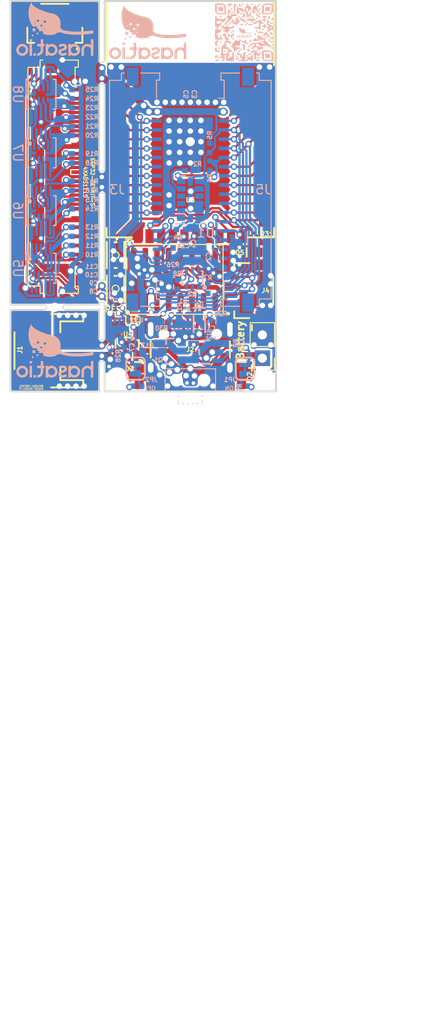
<source format=kicad_pcb>
(kicad_pcb (version 20221018) (generator pcbnew)
  (layers (0 "F.Cu" signal) (31 "B.Cu" signal) (34 "B.Paste" user) (35 "F.Paste" user) (36 "B.SilkS" user "B.Silkscreen") (37 "F.SilkS" user "F.Silkscreen") (38 "B.Mask" user) (39 "F.Mask" user) (44 "Edge.Cuts" user))
  (net 0 "")
  (net 1 "3.3V")
  (net 2 "GND")
  (net 3 "V_USB")
  (net 4 "V_BATT")
  (net 5 "VIN")
  (net 6 "Net-(D2-PadA)")
  (net 7 "Net-(D3-PadA)")
  (net 8 "/GPIO_36{slash}ADC1_0")
  (net 9 "Net-(JP1-Pad1)")
  (net 10 "/CH340-DTR")
  (net 11 "Net-(U4-STAT)")
  (net 12 "/~{RESET}")
  (net 13 "/CH340-RTS")
  (net 15 "/GPIO_39{slash}ADC1_3")
  (net 16 "/GPIO_34{slash}ADC1_6")
  (net 17 "/GPIO_35{slash}ADC1_7")
  (net 18 "/GPIO_32{slash}ADC1_4")
  (net 19 "/GPIO_33{slash}ADC1_5")
  (net 20 "/GPIO_25{slash}ADC2_8")
  (net 21 "/GPIO_26{slash}ADC2_9")
  (net 22 "/EN")
  (net 24 "Net-(J2-CC2)")
  (net 25 "Net-(J2-CC1)")
  (net 26 "/D+")
  (net 27 "/D-")
  (net 28 "/GPIO_27{slash}ADC2_7")
  (net 29 "/GPIO_14{slash}ADC2_6")
  (net 30 "/GPIO_12{slash}ADC2_5")
  (net 31 "/GPIO_13{slash}ADC2_4{slash}LED")
  (net 32 "/GPIO_9{slash}SHD")
  (net 33 "/GPIO_10{slash}SWP")
  (net 34 "/GPIO_11{slash}SCS")
  (net 35 "/GPIO_6{slash}SCK")
  (net 36 "/GPIO_22{slash}SCL")
  (net 37 "/GPIO_21{slash}SDA")
  (net 38 "/GPIO_23{slash}COPI")
  (net 39 "/GPIO_1{slash}TX")
  (net 40 "/GPIO_3{slash}RX")
  (net 41 "/GPIO_19{slash}CIPO")
  (net 42 "/GPIO_18{slash}SCK")
  (net 43 "/GPIO_5{slash}SD_CS")
  (net 44 "/GPIO_17{slash}TX")
  (net 45 "/GPIO_16{slash}RX")
  (net 46 "/GPIO_4{slash}ADC2_0")
  (net 47 "/GPIO_0{slash}ADC2_1{slash}QPWR")
  (net 48 "/GPIO_15{slash}ADC2_3")
  (net 49 "/GPIO_8{slash}SDI")
  (net 50 "/GPIO_7{slash}SDO")
  (net 53 "Net-(Q2B-B)")
  (net 54 "Net-(Q2A-B)")
  (net 55 "Net-(U1-SDO{slash}ADDR)")
  (net 56 "Net-(U1-~{CS})")
  (net 57 "Net-(U4-PROG)")
  (net 67 "unconnected-(U8-ALERT{slash}RDY-Pad2)")
  (net 69 "/GPIO_2{slash}ADC2_2")
  (net 70 "/A1")
  (net 71 "/A2")
  (net 72 "/A3")
  (net 73 "/A4")
  (net 74 "/A5")
  (net 75 "/A6")
  (net 76 "/A7")
  (net 77 "/A8")
  (net 78 "/A9")
  (net 79 "/A10")
  (net 80 "/A11")
  (net 81 "/A12")
  (net 82 "/A13")
  (net 83 "/A14")
  (net 84 "/A15")
  (net 85 "/A16")
  (net 86 "Net-(D5-PadA)")
  (net 87 "Net-(JP2-Pad1)")
  (net 95 "/V")
  (footprint "SparkFun ESP32 Thing Plus C:JST04_1MM_RA" (layer "F.Cu") (at 105.59 74.306954 90)
    (fp_text reference "J4")
    (fp_text value "QWIIC_RIGHT_ANGLE")
  )
  (footprint "Panelization:mouse-bite-1mm 2" (layer "F.Cu") (at 91.51 80.86 -90)
    (fp_text reference "mouse-bite-emm-slot" hide)
    (fp_text value "VAL**" hide)
  )
  (footprint "SparkFun ESP32 Thing Plus C:ESP-WROOM-32-NARROW" (layer "F.Cu") (at 101.153265 56.806954 90)
    (fp_text reference "U3")
    (fp_text value ">VALUE")
  )
  (footprint "Switches:TACTILE_SWITCH_SMD_2.8X1.9MM" (layer "F.Cu") (at 93.005 70.438689 -90)
    (fp_text reference "S1" hide)
    (fp_text value "B")
  )
  (footprint "SparkFun ESP32 Thing Plus C:USB-C-16P-2LAYER-PADS" (layer "F.Cu") (at 101.152562 77.615092)
    (fp_text reference "J2")
    (fp_text value "USB_C_2-LAYER_PADS")
  )
  (footprint "" (layer "F.Cu") (at 93.183265 83.92)
    (fp_text reference "")
    (fp_text value "")
  )
  (footprint "PCM_Package_SO_AKL:SOIC-16_3.9x9.9mm_P1.27mm" (layer "F.Cu") (at 99.425 73.085 90)
    (fp_text reference "U9")
    (fp_text value "CH340C" hide)
  )
  (footprint "Connector_FFC-FPC:Molex_200528-0200_1x20-1MP_P1.00mm_Horizontal" (layer "F.Cu") (at 87.773139 61.894815 -90)
    (fp_text reference "J6" hide)
    (fp_text value "Conn_01x20")
  )
  (footprint "Panelization:mouse-bite-1mm 2" (layer "F.Cu") (at 91.51 50.61 90)
    (fp_text reference "mouse-bite-emm-slot" hide)
    (fp_text value "VAL**" hide)
  )
  (footprint "SparkFun ESP32 Thing Plus C:JST-2-SMD" (layer "F.Cu") (at 84.980617 80.859897 90)
    (fp_text reference "J1")
    (fp_text value "JST_2MM_MALE")
  )
  (footprint "SparkFun ESP32 Thing Plus C:JST04_1MM_RA" (layer "F.Cu") (at 86.383265 47.655 180)
    (fp_text reference "J7")
    (fp_text value "QWIIC_RIGHT_ANGLE")
  )
  (footprint "Panelization:mouse-bite-1mm x2" (layer "F.Cu") (at 86.383265 76.128654)
    (fp_text reference "mouse-bite-1mm-slot" hide)
    (fp_text value "VAL**" hide)
  )
  (footprint "SparkFun ESP32 Thing Plus C:LED-0603" (layer "F.Cu") (at 106.743265 83.67 90)
    (fp_text reference "D2")
    (fp_text value "RED")
  )
  (footprint "SparkFun ESP32 Thing Plus C:LED-0603" (layer "F.Cu") (at 108.883 70.146954 180)
    (fp_text reference "D5")
    (fp_text value "BLUE")
  )
  (footprint "Panelization:mouse-bite-1mm 2" (layer "F.Cu") (at 91.513265 74.36 90)
    (fp_text reference "mouse-bite-emm-slot" hide)
    (fp_text value "VAL**" hide)
  )
  (footprint "SparkFun ESP32 Thing Plus C:0402-TIGHT" (layer "F.Cu") (at 109.43 69.063689)
    (fp_text reference "R31")
    (fp_text value "1k")
  )
  (footprint "SparkFun ESP32 Thing Plus C:LED-0603" (layer "F.Cu") (at 95.573265 83.683 90)
    (fp_text reference "D3")
    (fp_text value "Yellow")
  )
  (footprint "Switches:TACTILE_SWITCH_SMD_2.8X1.9MM" (layer "F.Cu") (at 93.005 74.098689 -90)
    (fp_text reference "S2" hide)
    (fp_text value "RES")
  )
  (footprint "" (layer "F.Cu") (at 93.183265 83.92)
    (fp_text reference "")
    (fp_text value "")
  )
  (footprint "Connector_PinHeader_2.54mm:PinHeader_1x02_P2.54mm_Vertical" (layer "F.Cu") (at 109.006735 81.674592 180)
    (fp_text reference "REF**" hide)
    (fp_text value "PinHeader_1x02_P2.54mm_Vertical")
  )
  (footprint "Panelization:mouse-bite-1mm 2" (layer "F.Cu") (at 91.51 62.48 90)
    (fp_text reference "mouse-bite-emm-slot" hide)
    (fp_text value "VAL**" hide)
  )
  (footprint "" (layer "F.Cu") (at 109.133265 83.92)
    (fp_text reference "")
    (fp_text value "")
  )
  (footprint "SparkFun ESP32 Thing Plus C:CREATIVE_COMMONS" (layer "F.Cu") (at 119.9261 153.2636)
    (fp_text reference "FRAME1" hide)
    (fp_text value "FRAME-LEDGER" hide)
  )
  (footprint "SparkFun ESP32 Thing Plus C:SOT23-5" (layer "F.Cu") (at 94.275054 80.1299)
    (fp_text reference "U4")
    (fp_text value "MCP73831")
  )
  (footprint "Silicon-Standard:QFN-10-RSE" (layer "B.Cu") (at 84.884545 59.302056 -90)
    (fp_text reference ">NAME" hide)
    (fp_text value ">VALUE" hide)
  )
  (footprint "SparkFun ESP32 Thing Plus C:0402-TIGHT" (layer "B.Cu") (at 88.757183 67.396883)
    (fp_text reference "R13")
    (fp_text value "150k")
  )
  (footprint "Package_LGA:LGA-14_3x5mm_P0.8mm_LayoutBorder1x6y" (layer "B.Cu") (at 101.153265 64.416954 180)
    (fp_text reference "U1")
    (fp_text value "ADXL345" hide)
  )
  (footprint "SparkFun ESP32 Thing Plus C:0402-TIGHT" (layer "B.Cu") (at 100.51653 70.62 -90)
    (fp_text reference "C14")
    (fp_text value "1.0uF")
  )
  (footprint "SparkFun ESP32 Thing Plus C:SOD-323" (layer "B.Cu") (at 102.14 77.95855 -90)
    (fp_text reference "D1")
    (fp_text value "S4 3A/10V/280mV")
  )
  (footprint "SparkFun ESP32 Thing Plus C:0402-TIGHT" (layer "B.Cu") (at 88.757764 72.59)
    (fp_text reference "C10")
    (fp_text value "1.0uF")
  )
  (footprint "Package_SO:TSSOP-10_3x3mm_P0.5mm" (layer "B.Cu") (at 84.8793 52.90582 -90)
    (fp_text reference "U8")
    (fp_text value "ADS1115IDGS")
  )
  (footprint "SparkFun ESP32 Thing Plus C:0402-TIGHT" (layer "B.Cu") (at 103.27653 58.77 -90)
    (fp_text reference "R5")
    (fp_text value "4k7")
  )
  (footprint "Package_SO:TSSOP-10_3x3mm_P0.5mm" (layer "B.Cu") (at 84.88 59.298949 -90)
    (fp_text reference "U7")
    (fp_text value "ADS1115IDGS")
  )
  (footprint "SparkFun ESP32 Thing Plus C:0402-TIGHT" (layer "B.Cu") (at 95.343265 84.73 180)
    (fp_text reference "R27")
    (fp_text value "1k")
  )
  (footprint "SparkFun ESP32 Thing Plus C:0402-TIGHT" (layer "B.Cu") (at 88.757183 65.396883)
    (fp_text reference "R14")
    (fp_text value "150k")
  )
  (footprint "SparkFun ESP32 Thing Plus C:0402-TIGHT" (layer "B.Cu") (at 88.757183 63.396883)
    (fp_text reference "R16")
    (fp_text value "150k")
  )
  (footprint "SparkFun ESP32 Thing Plus C:0402-TIGHT" (layer "B.Cu") (at 88.757764 71.69)
    (fp_text reference "C11")
    (fp_text value "1.0uF")
  )
  (footprint "SparkFun ESP32 Thing Plus C:0402-TIGHT" (layer "B.Cu") (at 88.757183 60.396883 180)
    (fp_text reference "R18")
    (fp_text value "150k")
  )
  (footprint "SparkFun ESP32 Thing Plus C:0402-TIGHT" (layer "B.Cu") (at 88.757764 73.49)
    (fp_text reference "C9")
    (fp_text value "1.0uF")
  )
  (footprint "Silicon-Standard:QFN-10-RSE" (layer "B.Cu") (at 84.8793 52.90582 -90)
    (fp_text reference ">NAME" hide)
    (fp_text value ">VALUE" hide)
  )
  (footprint "SparkFun ESP32 Thing Plus C:0402-TIGHT" (layer "B.Cu") (at 103.06 74.1 90)
    (fp_text reference "R7")
    (fp_text value "10k")
  )
  (footprint "SparkFun ESP32 Thing Plus C:0402-TIGHT" (layer "B.Cu") (at 101.61653 54.3 90)
    (fp_text reference "C3")
    (fp_text value "1.0uF")
  )
  (footprint "SparkFun ESP32 Thing Plus C:0402-TIGHT" (layer "B.Cu") (at 92.49 81.42 90)
    (fp_text reference "R28")
    (fp_text value "2.0k")
  )
  (footprint "SparkFun ESP32 Thing Plus C:0402-TIGHT" (layer "B.Cu") (at 103.92 77.58 180)
    (fp_text reference "R29")
    (fp_text value "5.1k")
  )
  (footprint "SparkFun ESP32 Thing Plus C:0402-TIGHT" (layer "B.Cu") (at 102.31653 70.62 -90)
    (fp_text reference "C2")
    (fp_text value "1.0uF")
  )
  (footprint "Package_SO:TSSOP-10_3x3mm_P0.5mm" (layer "B.Cu") (at 84.8793 71.87289 -90)
    (fp_text reference "U5")
    (fp_text value "ADS1115IDGS")
  )
  (footprint "SparkFun ESP32 Thing Plus C:0402-TIGHT" (layer "B.Cu") (at 88.757183 69.396883)
    (fp_text reference "R11")
    (fp_text value "150k")
  )
  (footprint "SparkFun ESP32 Thing Plus C:0402-TIGHT" (layer "B.Cu") (at 107.07 81.39 180)
    (fp_text reference "C12")
    (fp_text value "0.1uF")
  )
  (footprint "SparkFun ESP32 Thing Plus C:DFN-8" (layer "B.Cu") (at 93.67 78.6 180)
    (fp_text reference "U11")
    (fp_text value "MAX17048")
  )
  (footprint "SparkFun ESP32 Thing Plus C:0402-TIGHT" (layer "B.Cu") (at 99.72 73.67 -90)
    (fp_text reference "R8")
    (fp_text value "10k")
  )
  (footprint "logo:qr-esp32-devkit-s" (layer "B.Cu") (at 107.02 46.17 180)
    (fp_text reference "G***" hide)
    (fp_text value "LOGO" hide)
  )
  (footprint "SparkFun ESP32 Thing Plus C:0402-TIGHT" (layer "B.Cu") (at 99.96 78.39 -90)
    (fp_text reference "R1")
    (fp_text value "10k")
  )
  (footprint "SparkFun ESP32 Thing Plus C:SMT-JUMPER_2_NC_TRACE_SILK" (layer "B.Cu") (at 107.12653 82.8293 90)
    (fp_text reference "JP1")
    (fp_text value "JUMPER-SMT_2_NC_TRACE_SILK")
  )
  (footprint "Button_Switch_SMD:SW_SPDT_k3-1295" (layer "B.Cu") (at 101.153265 84.077988 180)
    (fp_text reference "SW1" hide)
    (fp_text value "ON                      OFF")
  )
  (footprint "SparkFun ESP32 Thing Plus C:0402-TIGHT" (layer "B.Cu") (at 88.757183 52.396883 180)
    (fp_text reference "R25")
    (fp_text value "150k")
  )
  (footprint "Silicon-Standard:QFN-10-RSE" (layer "B.Cu") (at 84.886385 65.593996 -90)
    (fp_text reference ">NAME" hide)
    (fp_text value ">VALUE" hide)
  )
  (footprint "SparkFun ESP32 Thing Plus C:0402-TIGHT" (layer "B.Cu") (at 100.86 78.39 90)
    (fp_text reference "C6")
    (fp_text value "4.7uF")
  )
  (footprint "SparkFun ESP32 Thing Plus C:0402-TIGHT" (layer "B.Cu") (at 88.757183 64.396883)
    (fp_text reference "R15")
    (fp_text value "150k")
  )
  (footprint "SparkFun ESP32 Thing Plus C:0402-TIGHT" (layer "B.Cu") (at 88.757183 62.396883)
    (fp_text reference "R17")
    (fp_text value "150k")
  )
  (footprint "SparkFun ESP32 Thing Plus C:0402-TIGHT" (layer "B.Cu") (at 106.973265 84.73)
    (fp_text reference "R9")
    (fp_text value "1k")
  )
  (footprint "SparkFun ESP32 Thing Plus C:0402-TIGHT" (layer "B.Cu") (at 100.37 76.99 180)
    (fp_text reference "C1")
    (fp_text value "1.0uF")
  )
  (footprint "SparkFun ESP32 Thing Plus C:0402-TIGHT" (layer "B.Cu") (at 88.757183 70.396883)
    (fp_text reference "R10")
    (fp_text value "150k")
  )
  (footprint "SparkFun ESP32 Thing Plus C:0402-TIGHT" (layer "B.Cu") (at 88.757183 53.396883 180)
    (fp_text reference "R24")
    (fp_text value "150k")
  )
  (footprint "SparkFun ESP32 Thing Plus C:SMT-JUMPER_2_NC_TRACE_SILK" (layer "B.Cu") (at 95.18653 82.8093 90)
    (fp_text reference "JP2")
    (fp_text value "JUMPER-SMT_2_NC_TRACE_SILK")
  )
  (footprint "SparkFun ESP32 Thing Plus C:0402-TIGHT" (layer "B.Cu") (at 100.70653 54.3 90)
    (fp_text reference "C5")
    (fp_text value "10uF")
  )
  (footprint "SparkFun ESP32 Thing Plus C:SOT23-3" (layer "B.Cu") (at 99.22 80.93 -90)
    (fp_text reference "Q1")
    (fp_text value "DMG2305UX 20V/4.2A/52mΩ/1.4W")
  )
  (footprint "SparkFun ESP32 Thing Plus C:0402-TIGHT" (layer "B.Cu") (at 103.27653 60.68 90)
    (fp_text reference "R6")
    (fp_text value "4k7")
  )
  (footprint "SparkFun ESP32 Thing Plus C:0402-TIGHT" (layer "B.Cu") (at 88.757183 54.396883 180)
    (fp_text reference "R23")
    (fp_text value "150k")
  )
  (footprint "SparkFun ESP32 Thing Plus C:0402-TIGHT" (layer "B.Cu") (at 98.41653 77.58)
    (fp_text reference "R30")
    (fp_text value "5.1k")
  )
  (footprint "SparkFun ESP32 Thing Plus C:0402-TIGHT" (layer "B.Cu") (at 88.757183 59.396883 180)
    (fp_text reference "R19")
    (fp_text value "150k")
  )
  (footprint "SparkFun ESP32 Thing Plus C:0402-TIGHT" (layer "B.Cu") (at 105.31 80.66 -90)
    (fp_text reference "R3")
    (fp_text value "10k")
  )
  (footprint "SparkFun ESP32 Thing Plus C:SOT23-5" (layer "B.Cu") (at 102.8299 81.01 -90)
    (property "Value" "")
    (fp_text reference "U2")
    (fp_text value "AP2112K-3.3" hide)
  )
  (footprint "SparkFun ESP32 Thing Plus C:0402-TIGHT" (layer "B.Cu") (at 101.08653 61.2)
    (fp_text reference "R2")
    (fp_text value "4k7")
  )
  (footprint "Silicon-Standard:QFN-10-RSE" (layer "B.Cu") (at 84.8793 71.87289 -90)
    (fp_text reference ">NAME" hide)
    (fp_text value ">VALUE" hide)
  )
  (footprint "logo:Hasatio_logo_mini" (layer "B.Cu") (at 86.293265 80.88 180)
    (fp_text reference "G***" hide)
    (fp_text value "LOGO" hide)
  )
  (footprint "SparkFun ESP32 Thing Plus C:0402-TIGHT" (layer "B.Cu") (at 99.26653 70.16 90)
    (fp_text reference "R26")
    (fp_text value "10k")
  )
  (footprint "Connector_FFC-FPC:Molex_200528-0200_1x20-1MP_P1.00mm_Horizontal" (layer "B.Cu") (at 96.643265 63.306954 90)
    (fp_text reference "J3")
    (fp_text value "Conn_01x20" hide)
  )
  (footprint "SparkFun ESP32 Thing Plus C:0402-TIGHT" (layer "B.Cu") (at 88.757183 56.396883 180)
    (fp_text reference "R21")
    (fp_text value "150k")
  )
  (footprint "SparkFun ESP32 Thing Plus C:0402-TIGHT" (layer "B.Cu") (at 88.757183 57.396883 180)
    (fp_text reference "R20")
    (fp_text value "150k")
  )
  (footprint "SparkFun ESP32 Thing Plus C:0402-TIGHT" (layer "B.Cu") (at 93.96 81.02 -90)
    (fp_text reference "C7")
    (fp_text value "4.7uF")
  )
  (footprint "logo:Hasatio_logo_mini" (layer "B.Cu") (at 96.42 46.18 180)
    (fp_text reference "G***" hide)
    (fp_text value "LOGO" hide)
  )
  (footprint "SparkFun ESP32 Thing Plus C:0402-TIGHT" (layer "B.Cu") (at 96.47 80.99 180)
    (fp_text reference "C13")
    (fp_text value "0.1uF")
  )
  (footprint "logo:Hasatio_logo_mini" (layer "B.Cu") (at 86.293805 45.81 180)
    (fp_text reference "G***" hide)
    (fp_text value "LOGO" hide)
  )
  (footprint "Connector_FFC-FPC:Molex_200528-0200_1x20-1MP_P1.00mm_Horizontal" (layer "B.Cu") (at 105.663265 63.306954 -90)
    (fp_text reference "J5")
    (fp_text value "Conn_01x20" hide)
  )
  (footprint "SparkFun ESP32 Thing Plus C:0402-TIGHT" (layer "B.Cu") (at 88.757764 74.39)
    (fp_text reference "C8")
    (fp_text value "1.0uF")
  )
  (footprint "SparkFun ESP32 Thing Plus C:0402-TIGHT" (layer "B.Cu") (at 88.757183 55.396883 180)
    (fp_text reference "R22")
    (fp_text value "150k")
  )
  (footprint "SparkFun ESP32 Thing Plus C:SC70-6" (layer "B.Cu") (at 101.39 72.95 180)
    (fp_text reference "Q2")
    (fp_text value "MBT3904DW1T1")
  )
  (footprint "SparkFun ESP32 Thing Plus C:0402-TIGHT" (layer "B.Cu") (at 88.757183 68.396883)
    (fp_text reference "R12")
    (fp_text value "150k")
  )
  (footprint "SparkFun ESP32 Thing Plus C:0402-TIGHT" (layer "B.Cu") (at 101.41653 70.62 -90)
    (fp_text reference "C4")
    (fp_text value "10uF" hide)
  )
  (footprint "SparkFun ESP32 Thing Plus C:0402-TIGHT" (layer "B.Cu") (at 100.143265 67.646954 180)
    (fp_text reference "R4")
    (fp_text value "10k")
  )
  (footprint "Package_SO:TSSOP-10_3x3mm_P0.5mm" (layer "B.Cu") (at 84.8793 65.589949 -90)
    (fp_text reference "U6")
    (fp_text value "ADS1115IDGS")
  )
  (gr_arc (start 85.19 75.827046) (mid 85.489954 76.127) (end 85.19 76.426954) (stroke (width 0.1)) (layer "Edge.Cuts"))
  (gr_line (start 91.813265 82.33) (end 91.813265 85.29) (stroke (width 0.2)) (layer "Edge.Cuts"))
  (gr_arc (start 91.813265 79.39) (mid 91.513265 79.69) (end 91.213265 79.39) (stroke (width 0.1)) (layer "Edge.Cuts"))
  (gr_line (start 91.813265 61.01) (end 91.813265 52.08) (stroke (width 0.2)) (layer "Edge.Cuts"))
  (gr_line (start 87.57 75.826954) (end 91.213265 75.826954) (stroke (width 0.2)) (layer "Edge.Cuts"))
  (gr_line (start 91.213265 63.95) (end 91.213265 72.89) (stroke (width 0.2)) (layer "Edge.Cuts"))
  (gr_arc (start 91.813265 49.14) (mid 91.513265 49.44) (end 91.213265 49.14) (stroke (width 0.1)) (layer "Edge.Cuts"))
  (gr_line (start 81.55 75.826954) (end 81.55 42.746954) (stroke (width 0.2)) (layer "Edge.Cuts"))
  (gr_line (start 91.213265 85.296735) (end 91.213265 82.33) (stroke (width 0.2)) (layer "Edge.Cuts"))
  (gr_line (start 91.213265 76.43) (end 91.213265 79.39) (stroke (width 0.2)) (layer "Edge.Cuts"))
  (gr_arc (start 91.213265 82.33) (mid 91.513265 82.03) (end 91.813265 82.33) (stroke (width 0.1)) (layer "Edge.Cuts"))
  (gr_arc (start 91.813265 72.89) (mid 91.513265 73.19) (end 91.213265 72.89) (stroke (width 0.1)) (layer "Edge.Cuts"))
  (gr_line (start 91.813265 49.14) (end 91.813265 42.746954) (stroke (width 0.2)) (layer "Edge.Cuts"))
  (gr_arc (start 91.813265 61.01) (mid 91.513265 61.31) (end 91.213265 61.01) (stroke (width 0.1)) (layer "Edge.Cuts"))
  (gr_line (start 81.55 75.826954) (end 85.19 75.826954) (stroke (width 0.2)) (layer "Edge.Cuts"))
  (gr_line (start 91.213265 52.08) (end 91.213265 61.01) (stroke (width 0.2)) (layer "Edge.Cuts"))
  (gr_arc (start 91.213265 52.08) (mid 91.513265 51.78) (end 91.813265 52.08) (stroke (width 0.1)) (layer "Edge.Cuts"))
  (gr_line (start 110.493265 42.746954) (end 110.493265 85.29) (stroke (width 0.2)) (layer "Edge.Cuts"))
  (gr_line (start 110.493265 42.746954) (end 91.813265 42.746954) (stroke (width 0.2)) (layer "Edge.Cuts"))
  (gr_line (start 91.813265 75.826954) (end 91.813265 79.39) (stroke (width 0.2)) (layer "Edge.Cuts"))
  (gr_arc (start 87.57 76.426954) (mid 87.270046 76.127) (end 87.57 75.826954) (stroke (width 0.1)) (layer "Edge.Cuts"))
  (gr_line (start 87.57 76.426954) (end 91.213265 76.43) (stroke (width 0.2)) (layer "Edge.Cuts"))
  (gr_line (start 91.213265 42.746954) (end 91.213265 49.14) (stroke (width 0.2)) (layer "Edge.Cuts"))
  (gr_line (start 81.55 76.426954) (end 81.55 85.293689) (stroke (width 0.2)) (layer "Edge.Cuts"))
  (gr_line (start 81.55 76.426954) (end 85.19 76.426954) (stroke (width 0.2)) (layer "Edge.Cuts"))
  (gr_line (start 110.493265 85.29) (end 91.813265 85.29) (stroke (width 0.2)) (layer "Edge.Cuts"))
  (gr_line (start 91.813265 63.95) (end 91.813265 72.89) (stroke (width 0.2)) (layer "Edge.Cuts"))
  (gr_line (start 81.55 85.293689) (end 91.213265 85.296735) (stroke (width 0.2)) (layer "Edge.Cuts"))
  (gr_arc (start 91.213265 63.95) (mid 91.513265 63.65) (end 91.813265 63.95) (stroke (width 0.1)) (layer "Edge.Cuts"))
  (gr_line (start 91.213265 42.746954) (end 81.55 42.746954) (stroke (width 0.2)) (layer "Edge.Cuts"))
  (gr_arc (start 91.213265 75.826954) (mid 91.513265 75.526954) (end 91.813265 75.826954) (stroke (width 0.1)) (layer "Edge.Cuts"))
  (gr_text "C1" (at 103.41 78.41) (layer "B.SilkS") (effects (font (size 0.48768 0.48768) (thickness 0.12192)) (justify mirror)))
  (gr_text "-" (at 107.92 78.36 -90) (layer "F.SilkS") (effects (font (size 0.8 0.8) (thickness 0.2) bold)))
  (gr_text "4XADS1115" (at 89.702666 62.48 -90) (layer "F.SilkS") (effects (font (size 0.4 0.4) (thickness 0.1) bold)))
  (gr_text "BATTERY-SOCKET" (at 83.815582 84.692943 180) (layer "F.SilkS") (effects (font (size 0.2 0.2) (thickness 0.05) bold)))
  (gr_text "ESP32-DEVKIT-S" (at 83.815582 84.992943 180) (layer "F.SilkS") (effects (font (size 0.2 0.2) (thickness 0.05) bold)))
  (gr_text "ESP32-DEVKIT-S" (at 90.502676 62.478293 -90) (layer "F.SilkS") (effects (font (size 0.4 0.4) (thickness 0.1) bold)))
  (gr_text "+" (at 107.92 82.749184 -90) (layer "F.SilkS") (effects (font (size 0.8 0.8) (thickness 0.2) bold)))
  (gr_text "Battery" (at 106.61 79.73 90) (layer "F.SilkS") (effects (font (size 0.8 0.8) (thickness 0.2) bold)))
  (segment (start 95.975553 72.0615) (end 96.15 72.0615) (width 0.508) (layer "F.Cu") (net 1))
  (segment (start 84.31614 64.618405) (end 84.495712 64.797977) (width 0.3048) (layer "F.Cu") (net 1))
  (segment (start 97.293736 71.966) (end 95.880053 71.966) (width 0.508) (layer "F.Cu") (net 1))
  (segment (start 84.306151 58.083689) (end 84.306151 56.639647) (width 0.3048) (layer "F.Cu") (net 1))
  (segment (start 84.653647 62.236396) (end 84.653647 60.296869) (width 0.3048) (layer "F.Cu") (net 1))
  (segment (start 85.065731 67.86942) (end 85.065731 69.153689) (width 0.3048) (layer "F.Cu") (net 1))
  (segment (start 98.058868 72.731132) (end 97.293736 71.966) (width 0.508) (layer "F.Cu") (net 1))
  (segment (start 84.452279 54.625968) (end 84.653087 54.42516) (width 0.3048) (layer "F.Cu") (net 1))
  (segment (start 84.3 64.433689) (end 84.3 64.565495) (width 0.3048) (layer "F.Cu") (net 1))
  (segment (start 87.223265 45.361) (end 87.472557 45.361) (width 0.508) (layer "F.Cu") (net 1))
  (segment (start 103.999118 73.953072) (end 101.911468 73.953072) (width 0.508) (layer "F.Cu") (net 1))
  (segment (start 84.868131 68.732391) (end 84.868131 65.170396) (width 0.3048) (layer "F.Cu") (net 1))
  (segment (start 87.321318 45.262947) (end 87.223265 45.361) (width 0.3048) (layer "F.Cu") (net 1))
  (segment (start 95.569 71.554484) (end 95.569 71.004227) (width 0.508) (layer "F.Cu") (net 1))
  (segment (start 95.569 71.004227) (end 95.370421 70.805648) (width 0.508) (layer "F.Cu") (net 1))
  (segment (start 84.57 63.673689) (end 85.061723 63.181966) (width 0.3048) (layer "F.Cu") (net 1))
  (segment (start 95.569 71.004227) (end 95.569 71.654947) (width 0.508) (layer "F.Cu") (net 1))
  (segment (start 88.49001 45.315147) (end 88.993827 45.315147) (width 0.3048) (layer "F.Cu") (net 1))
  (segment (start 84.317042 70.204741) (end 84.317042 70.493689) (width 0.3048) (layer "F.Cu") (net 1))
  (segment (start 98.79 75.56) (end 98.79 75.093) (width 0.508) (layer "F.Cu") (net 1))
  (segment (start 85.065731 69.456052) (end 84.474047 70.047736) (width 0.3048) (layer "F.Cu") (net 1))
  (segment (start 83.913312 69.913689) (end 83.913312 70.719274) (width 0.3048) (layer "F.Cu") (net 1))
  (segment (start 84.566288 63.673689) (end 84.57 63.673689) (width 0.3048) (layer "F.Cu") (net 1))
  (segment (start 84.879669 65.145164) (end 85.065731 65.331226) (width 0.3048) (layer "F.Cu") (net 1))
  (segment (start 83.313275 45.361) (end 82.435982 45.361) (width 0.508) (layer "F.Cu") (net 1))
  (segment (start 88.96001 45.262947) (end 88.06061 45.262947) (width 0.3048) (layer "F.Cu") (net 1))
  (segment (start 91.51 51.17) (end 91.263474 51.17) (width 0.762) (layer "F.Cu") (net 1))
  (segment (start 86.405126 75.448815) (end 87.534874 75.448815) (width 0.254) (layer "F.Cu") (net 1))
  (segment (start 84.3 64.602265) (end 84.3 64.433689) (width 0.3048) (layer "F.Cu") (net 1))
  (segment (start 85.065731 66.533689) (end 85.065731 67.86942) (width 0.3048) (layer "F.Cu") (net 1))
  (segment (start 87.07162 72.157415) (end 88.923434 74.009229) (width 0.3048) (layer "F.Cu") (net 1))
  (segment (start 98.107736 72.78) (end 98.838922 72.78) (width 0.508) (layer "F.Cu") (net 1))
  (segment (start 84.653647 60.162129) (end 83.907916 59.416398) (width 0.3048) (layer "F.Cu") (net 1))
  (segment (start 84.18 61.15719) (end 84.653647 60.683543) (width 0.3048) (layer "F.Cu") (net 1))
  (segment (start 96.49 72.67) (end 95.78 72.67) (width 0.508) (layer "F.Cu") (net 1))
  (segment (start 97.634422 72.305979) (end 98.059222 72.730779) (width 0.508) (layer "F.Cu") (net 1))
  (segment (start 93.573265 51.646954) (end 96.729768 54.803457) (width 0.762) (layer "F.Cu") (net 1))
  (segment (start 96.65 54.81) (end 96.653046 54.806954) (width 0.3048) (layer "F.Cu") (net 1))
  (segment (start 84.953988 71.533689) (end 85.45 71.533689) (width 0.3048) (layer "F.Cu") (net 1))
  (segment (start 85.065731 65.331226) (end 85.065731 66.533689) (width 0.3048) (layer "F.Cu") (net 1))
  (segment (start 83.913312 67.753481) (end 84.663104 67.003689) (width 0.3048) (layer "F.Cu") (net 1))
  (segment (start 91.51 50.05) (end 90.323689 50.05) (width 0.762) (layer "F.Cu") (net 1))
  (segment (start 88.49001 45.315147) (end 88.32001 45.315147) (width 0.3048) (layer "F.Cu") (net 1))
  (segment (start 96.49 72.67) (end 96.854021 72.305979) (width 0.508) (layer "F.Cu") (net 1))
  (segment (start 84.3 63.643689) (end 84.33 63.613689) (width 0.3048) (layer "F.Cu") (net 1))
  (segment (start 90.199139 72.291279) (end 90.199139 52.234335) (width 0.508) (layer "F.Cu") (net 1))
  (segment (start 90.651606 50.908394) (end 90.651606 51.890392) (width 0.762) (layer "F.Cu") (net 1))
  (segment (start 84.653647 60.296869) (end 85.061723 60.296869) (width 0.3048) (layer "F.Cu") (net 1))
  (segment (start 84.18 61.163689) (end 84.18 61.15719) (width 0.3048) (layer "F.Cu") (net 1))
  (segment (start 84.3 64.023689) (end 84.3 63.643689) (width 0.3048) (layer "F.Cu") (net 1))
  (segment (start 95.569 71.654947) (end 95.975553 72.0615) (width 0.508) (layer "F.Cu") (net 1))
  (segment (start 84.566288 63.673689) (end 84.31614 63.923837) (width 0.3048) (layer "F.Cu") (net 1))
  (segment (start 90.7 49.470399) (end 90.7 49.133689) (width 0.762) (layer "F.Cu") (net 1))
  (segment (start 99.319461 73.260539) (end 99.935922 73.877) (width 0.508) (layer "F.Cu") (net 1))
  (segment (start 91.763056 51.17) (end 91.51 51.17) (width 0.762) (layer "F.Cu") (net 1))
  (segment (start 83.913312 69.913689) (end 83.913312 67.753481) (width 0.3048) (layer "F.Cu") (net 1))
  (segment (start 82.705982 45.361) (end 83.313275 45.361) (width 0.508) (layer "F.Cu") (net 1))
  (segment (start 84.518417 69.082106) (end 84.317042 69.28348) (width 0.3048) (layer "F.Cu") (net 1))
  (segment (start 88.32001 45.315147) (end 88.37221 45.262947) (width 0.3048) (layer "F.Cu") (net 1))
  (segment (start 83.913312 70.719274) (end 85.351453 72.157415) (width 0.3048) (layer "F.Cu") (net 1))
  (segment (start 85.061723 59.071388) (end 84.306151 58.315816) (width 0.3048) (layer "F.Cu") (net 1))
  (segment (start 92.24001 51.646954) (end 91.763056 51.17) (width 0.762) (layer "F.Cu") (net 1))
  (segment (start 88.117476 72.171227) (end 88.117476 72.319936) (width 0.508) (layer "F.Cu") (net 1))
  (segment (start 88.00841 45.315147) (end 87.50001 45.315147) (width 0.3048) (layer "F.Cu") (net 1))
  (segment (start 83.907916 55.035592) (end 84.653087 54.290421) (width 0.3048) (layer "F.Cu") (net 1))
  (segment (start 86.883265 47.13061) (end 86.883265 47.655) (width 0.3048) (layer "F.Cu") (net 1))
  (segment (start 84.31614 63.923837) (end 84.31614 64.618405) (width 0.3048) (layer "F.Cu") (net 1))
  (segment (start 98.838922 72.78) (end 99.319461 73.260539) (width 0.508) (layer "F.Cu") (net 1))
  (segment (start 101.911468 73.953072) (end 101.835396 73.877) (width 0.508) (layer "F.Cu") (net 1))
  (segment (start 92.915265 51.646954) (end 92.24001 51.646954) (width 0.762) (layer "F.Cu") (net 1))
  (segment (start 89.91771 45.262947) (end 89.95001 45.295247) (width 0.3048) (layer "F.Cu") (net 1))
  (segment (start 104.853 74.806954) (end 103.999118 73.953072) (width 0.508) (layer "F.Cu") (net 1))
  (segment (start 99.6315 73.572578) (end 99.6315 74.2515) (width 0.508) (layer "F.Cu") (net 1))
  (segment (start 101.5298 80.201189) (end 101.5298 81.275407) (width 0.254) (layer "F.Cu") (net 1))
  (segment (start 84.653647 60.683543) (end 84.653647 60.583689) (width 0.3048) (layer "F.Cu") (net 1))
  (segment (start 92.915265 51.646954) (end 93.573265 51.646954) (width 0.762) (layer "F.Cu") (net 1))
  (segment (start 85.061723 60.296869) (end 85.061723 59.853689) (width 0.3048) (layer "F.Cu") (net 1))
  (segment (start 95.59 71.866414) (end 95.423535 71.699949) (width 0.508) (layer "F.Cu") (net 1))
  (segment (start 101.835396 73.877) (end 100.42 73.877) (width 0.508) (layer "F.Cu") (net 1))
  (segment (start 84.306151 58.083689) (end 84.306151 57.747538) (width 0.3048) (layer "F.Cu") (net 1))
  (segment (start 84.474047 70.047736) (end 84.317042 70.204741) (width 0.3048) (layer "F.Cu") (net 1))
  (segment (start 84.610735 75.472954) (end 87.25 75.472954) (width 0.254) (layer "F.Cu") (net 1))
  (segment (start 95.59 72.48) (end 95.59 71.866414) (width 0.508) (layer "F.Cu") (net 1))
  (segment (start 91.51 50.05) (end 90.651606 50.908394) (width 0.762) (layer "F.Cu") (net 1))
  (segment (start 83.313275 45.361) (end 87.223265 45.361) (width 0.508) (layer "F.Cu") (net 1))
  (segment (start 96.854021 72.305979) (end 97.634422 72.305979) (width 0.508) (layer "F.Cu") (net 1))
  (segment (start 84.868131 68.732391) (end 84.518417 69.082106) (width 0.3048) (layer "F.Cu") (net 1))
  (segment (start 84.653087 54.290421) (end 84.653087 54.133689) (width 0.3048) (layer "F.Cu") (net 1))
  (segment (start 89.488191 73.002227) (end 90.199139 72.291279) (width 0.508) (layer "F.Cu") (net 1))
  (segment (start 98.79 75.093) (end 99.6315 74.2515) (width 0.508) (layer "F.Cu") (net 1))
  (segment (start 95.7315 72.48) (end 96.15 72.0615) (width 0.508) (layer "F.Cu") (net 1))
  (segment (start 86.405126 75.448815) (end 84.634874 75.448815) (width 0.254) (layer "F.Cu") (net 1))
  (segment (start 99.935922 73.877) (end 100.006 73.877) (width 0.508) (layer "F.Cu") (net 1))
  (segment (start 84.317042 69.28348) (end 84.317042 70.896743) (width 0.3048) (layer "F.Cu") (net 1))
  (segment (start 84.868131 68.732391) (end 84.663104 68.527364) (width 0.3048) (layer "F.Cu") (net 1))
  (segment (start 88.799767 73.002227) (end 89.488191 73.002227) (width 0.508) (layer "F.Cu") (net 1))
  (segment (start 103.191041 82.361988) (end 105.013438 80.539592) (width 0.254) (layer "F.Cu") (net 1))
  (segment (start 100.006 73.877) (end 100.42 73.877) (width 0.508) (layer "F.Cu") (net 1))
  (segment (start 90.217929 45.262947) (end 90.233275 45.278293) (width 0.3048) (layer "F.Cu") (net 1))
  (segment (start 88.06061 45.262947) (end 88.00841 45.315147) (width 0.3048) (layer "F.Cu") (net 1))
  (segment (start 91.263474 51.17) (end 90.698755 51.734719) (width 0.762) (layer "F.Cu") (net 1))
  (segment (start 84.3 64.433689) (end 84.3 64.023689) (width 0.3048) (layer "F.Cu") (net 1))
  (segment (start 102.616381 82.361988) (end 103.191041 82.361988) (width 0.254) (layer "F.Cu") (net 1))
  (segment (start 85.061723 59.853689) (end 85.061723 59.071388) (width 0.3048) (layer "F.Cu") (net 1))
  (segment (start 86.405126 75.448815) (end 86.42 75.463689) (width 0.254) (layer "F.Cu") (net 1))
  (segment (start 101.5298 81.275407) (end 102.616381 82.361988) (width 0.254) (layer "F.Cu") (net 1))
  (segment (start 88.328553 51.303028) (end 88.545906 51.520381) (width 0.3048) (layer "F.Cu") (net 1))
  (segment (start 84.663104 68.527364) (end 84.663104 66.453649) (width 0.3048) (layer "F.Cu") (net 1))
  (segment (start 90.199139 52.234335) (end 90.698755 51.734719) (width 0.508) (layer "F.Cu") (net 1))
  (segment (start 91.279601 50.05) (end 90.7 49.470399) (width 0.762) (layer "F.Cu") (net 1))
  (segment (start 99.6315 74.2515) (end 100.006 73.877) (width 0.508) (layer "F.Cu") (net 1))
  (segment (start 84.653087 54.425161) (end 84.653087 53.386776) (width 0.3048) (layer "F.Cu") (net 1))
  (segment (start 96.49 72.4015) (end 96.15 72.0615) (width 0.508) (layer "F.Cu") (net 1))
  (segment (start 84.317042 70.896743) (end 84.953988 71.533689) (width 0.3048) (layer "F.Cu") (net 1))
  (segment (start 99.319461 73.260539) (end 99.6315 73.572578) (width 0.508) (layer "F.Cu") (net 1))
  (segment (start 84.495712 64.797977) (end 84.3 64.602265) (width 0.3048) (layer "F.Cu") (net 1))
  (segment (start 84.452279 54.625968) (end 84.653087 54.425161) (width 0.3048) (layer "F.Cu") (net 1))
  (segment (start 85.061723 62.114532) (end 84.864123 62.312132) (width 0.3048) (layer "F.Cu") (net 1))
  (segment (start 85.19 75.447554) (end 85.053739 75.311293) (width 0.3048) (layer "F.Cu") (net 1))
  (segment (start 84.58 53.313689) (end 84.58 53.043689) (width 0.3048) (layer "F.Cu") (net 1))
  (segment (start 84.518417 69.082106) (end 83.913312 69.687211) (width 0.3048) (layer "F.Cu") (net 1))
  (segment (start 85.065731 69.153689) (end 85.065731 69.456052) (width 0.3048) (layer "F.Cu") (net 1))
  (segment (start 89.573275 45.262947) (end 89.91771 45.262947) (width 0.3048) (layer "F.Cu") (net 1))
  (segment (start 84.653647 60.296869) (end 84.653647 60.162129) (width 0.3048) (layer "F.Cu") (net 1))
  (segment (start 84.864123 62.446872) (end 84.653647 62.236396) (width 0.3048) (layer "F.Cu") (net 1))
  (segment (start 84.58 53.043689) (end 87.25 50.373689) (width 0.3048) (layer "F.Cu") (net 1))
  (segment (start 90.698755 51.734719) (end 90.698755 52.103651) (width 0.762) (layer "F.Cu") (net 1))
  (segment (start 95.175648 70.805648) (end 94.98 70.61) (width 0.508) (layer "F.Cu") (net 1))
  (segment (start 94.98 70.61) (end 94.98 71.87) (width 0.508) (layer "F.Cu") (net 1))
  (segment (start 85.061723 61.613689) (end 85.061723 62.114532) (width 0.3048) (layer "F.Cu") (net 1))
  (segment (start 84.634874 75.448815) (end 84.610735 75.472954) (width 0.254) (layer "F.Cu") (net 1))
  (segment (start 90.853689 50.513689) (end 90.75 50.513689) (width 0.762) (layer "F.Cu") (net 1))
  (segment (start 87.360661 51.303028) (end 88.328553 51.303028) (width 0.3048) (layer "F.Cu") (net 1))
  (segment (start 91.51 50.05) (end 91.279601 50.05) (width 0.762) (layer "F.Cu") (net 1))
  (segment (start 105.59 74.806954) (end 104.853 74.806954) (width 0.508) (layer "F.Cu") (net 1))
  (segment (start 94.98 71.87) (end 95.59 72.48) (width 0.508) (layer "F.Cu") (net 1))
  (segment (start 95.59 72.48) (end 95.7315 72.48) (width 0.508) (layer "F.Cu") (net 1))
  (segment (start 95.78 72.67) (end 95.59 72.48) (width 0.508) (layer "F.Cu") (net 1))
  (segment (start 105.013438 80.539592) (end 107.221925 80.539592) (width 0.254) (layer "F.Cu") (net 1))
  (segment (start 96.729768 54.803457) (end 97.549768 54.803457) (width 0.762) (layer "F.Cu") (net 1))
  (segment (start 88.37221 45.262947) (end 88.96001 45.262947) (width 0.3048) (layer "F.Cu") (net 1))
  (segment (start 84.3 64.023689) (end 84.3 63.939977) (width 0.3048) (layer "F.Cu") (net 1))
  (segment (start 84.663104 66.453649) (end 83.907916 65.698461) (width 0.3048) (layer "F.Cu") (net 1))
  (segment (start 98.058868 72.731132) (end 98.107736 72.78) (width 0.508) (layer "F.Cu") (net 1))
  (segment (start 83.907916 65.698461) (end 83.907916 61.435773) (width 0.3048) (layer "F.Cu") (net 1))
  (segment (start 84.306151 58.315816) (end 84.306151 58.083689) (width 0.3048) (layer "F.Cu") (net 1))
  (segment (start 88.06061 45.262947) (end 87.321318 45.262947) (width 0.3048) (layer "F.Cu") (net 1))
  (segment (start 84.306151 56.639647) (end 84.877513 56.068285) (width 0.3048) (layer "F.Cu") (net 1))
  (segment (start 89.573275 45.262947) (end 90.217929 45.262947) (width 0.3048) (layer "F.Cu") (net 1))
  (segment (start 93.393265 51.646954) (end 92.915265 51.646954) (width 0.508) (layer "F.Cu") (net 1))
  (segment (start 88.49001 45.315147) (end 87.72161 45.315147) (width 0.3048) (layer "F.Cu") (net 1))
  (segment (start 85.351453 72.157415) (end 87.07162 72.157415) (width 0.3048) (layer "F.Cu") (net 1))
  (segment (start 88.923434 74.009229) (end 89.93108 74.009229) (width 0.3048) (layer "F.Cu") (net 1))
  (segment (start 84.653087 54.010602) (end 87.360661 51.303028) (width 0.3048) (layer "F.Cu") (net 1))
  (segment (start 83.907916 59.416398) (end 83.907916 55.035592) (width 0.3048) (layer "F.Cu") (net 1))
  (segment (start 91.51 51.17) (end 91.51 50.05) (width 0.762) (layer "F.Cu") (net 1))
  (segment (start 83.907916 61.435773) (end 84.18 61.163689) (width 0.3048) (layer "F.Cu") (net 1))
  (segment (start 85.061723 59.853689) (end 85.061723 61.613689) (width 0.3048) (layer "F.Cu") (net 1))
  (segment (start 91.51 51.17) (end 90.853689 50.513689) (width 0.762) (layer "F.Cu") (net 1))
  (segment (start 95.423535 71.699949) (end 95.569 71.554484) (width 0.508) (layer "F.Cu") (net 1))
  (segment (start 84.868131 65.170396) (end 84.495712 64.797977) (width 0.3048) (layer "F.Cu") (net 1))
  (segment (start 94.98 71.065947) (end 94.98 70.61) (width 0.508) (layer "F.Cu") (net 1))
  (segment (start 83.913312 69.687211) (end 83.913312 69.913689) (width 0.3048) (layer "F.Cu") (net 1))
  (segment (start 84.653087 54.42516) (end 84.653087 54.010602) (width 0.3048) (layer "F.Cu") (net 1))
  (segment (start 88.117476 72.319936) (end 88.799767 73.002227) (width 0.508) (layer "F.Cu") (net 1))
  (segment (start 95.370421 70.805648) (end 95.175648 70.805648) (width 0.508) (layer "F.Cu") (net 1))
  (segment (start 96.653046 54.806954) (end 97.553265 54.806954) (width 0.3048) (layer "F.Cu") (net 1))
  (segment (start 84.3 64.565495) (end 84.879669 65.145164) (width 0.3048) (layer "F.Cu") (net 1))
  (segment (start 84.653087 53.386776) (end 84.58 53.313689) (width 0.3048) (layer "F.Cu") (net 1))
  (segment (start 88.96001 45.262947) (end 89.573275 45.262947) (width 0.3048) (layer "F.Cu") (net 1))
  (segment (start 85.061723 63.181966) (end 85.061723 61.613689) (width 0.3048) (layer "F.Cu") (net 1))
  (segment (start 95.880053 71.966) (end 94.98 71.065947) (width 0.508) (layer "F.Cu") (net 1))
  (segment (start 96.49 72.67) (end 96.49 72.4015) (width 0.508) (layer "F.Cu") (net 1))
  (segment (start 97.553265 54.806954) (end 97.549768 54.803457) (width 0.762) (layer "F.Cu") (net 1))
  (segment (start 84.3 63.939977) (end 84.566288 63.673689) (width 0.3048) (layer "F.Cu") (net 1))
  (via (at 96.963927 72.037418) (size 0.9) (drill 0.6) (layers "F.Cu" "B.Cu") (net 1))
  (via (at 96.058156 54.131844) (size 0.9) (drill 0.6) (layers "F.Cu" "B.Cu") (net 1))
  (via (at 83.1758 74.02037) (size 0.9) (drill 0.6) (layers "F.Cu" "B.Cu") (net 1))
  (via (at 95.59 72.48) (size 0.7) (drill 0.4) (layers "F.Cu" "B.Cu") (net 1))
  (via (at 95.370421 70.805648) (size 0.9) (drill 0.6) (layers "F.Cu" "B.Cu") (net 1))
  (via (at 84.877513 55.933545) (size 0.7) (drill 0.4) (layers "F.Cu" "B.Cu") (net 1))
  (via (at 88.117476 72.171227) (size 0.9) (drill 0.6) (layers "F.Cu" "B.Cu") (net 1))
  (via (at 96.15 72.0615) (size 0.7) (drill 0.4) (layers "F.Cu" "B.Cu") (net 1))
  (via (at 96.65 54.81) (size 0.9) (drill 0.6) (layers "F.Cu" "B.Cu") (net 1))
  (via (at 84.868131 68.597651) (size 0.7) (drill 0.4) (layers "F.Cu" "B.Cu") (net 1))
  (via (at 96.49 72.67) (size 0.7) (drill 0.4) (layers "F.Cu" "B.Cu") (net 1))
  (via (at 88.545906 51.520381) (size 0.9) (drill 0.6) (layers "F.Cu" "B.Cu") (net 1))
  (via (at 84.864123 62.312132) (size 0.7) (drill 0.4) (layers "F.Cu" "B.Cu") (net 1))
  (via (at 97.553265 54.806954) (size 0.9) (drill 0.6) (layers "F.Cu" "B.Cu") (net 1))
  (via (at 104.753265 54.806954) (size 0.9) (drill 0.6) (layers "F.Cu" "B.Cu") (net 1))
  (via (at 95.423535 71.699949) (size 0.9) (drill 0.6) (layers "F.Cu" "B.Cu") (net 1))
  (via (at 101.5298 80.201189) (size 0.7) (drill 0.4) (layers "F.Cu" "B.Cu") (net 1))
  (via (at 87.209639 74.398229) (size 0.9) (drill 0.6) (layers "F.Cu" "B.Cu") (net 1))
  (via (at 107.221925 80.539592) (size 0.7) (drill 0.4) (layers "F.Cu" "B.Cu") (net 1))
  (segment (start 103.009265 65.986901) (end 103.009265 63.58) (width 0.508) (layer "B.Cu") (net 1))
  (segment (start 99.884129 70.427599) (end 100.628728 69.683) (width 0.762) (layer "B.Cu") (net 1))
  (segment (start 89.257183 70.396883) (end 89.257183 70.542817) (width 0.508) (layer "B.Cu") (net 1))
  (segment (start 98.418728 71.893) (end 96.684332 71.893) (width 0.762) (layer "B.Cu") (net 1))
  (segment (start 103.14153 70.615) (end 104.333484 71.806954) (width 0.762) (layer "B.Cu") (net 1))
  (segment (start 84.8793 55.05582) (end 84.8793 54.112985) (width 0.3048) (layer "B.Cu") (net 1))
  (segment (start 102.66905 70.14252) (end 102.84753 70.321) (width 0.508) (layer "B.Cu") (net 1))
  (segment (start 97.553265 54.806954) (end 97.558219 54.802) (width 0.762) (layer "B.Cu") (net 1))
  (segment (start 101.88653 66.91) (end 101.848533 66.947997) (width 0.508) (layer "B.Cu") (net 1))
  (segment (start 102.26653 68.741043) (end 102.26653 69) (width 0.508) (layer "B.Cu") (net 1))
  (segment (start 97.04353 71.893) (end 96.76153 72.175) (width 0.762) (layer "B.Cu") (net 1))
  (segment (start 96.011737 71.030472) (end 95.718776 70.737511) (width 0.762) (layer "B.Cu") (net 1))
  (segment (start 96.011265 76.935265) (end 95.81653 77.13) (width 0.762) (layer "B.Cu") (net 1))
  (segment (start 103.10153 61.355) (end 103.27653 61.18) (width 0.25) (layer "B.Cu") (net 1))
  (segment (start 101.393319 67.646954) (end 100.643265 67.646954) (width 0.508) (layer "B.Cu") (net 1))
  (segment (start 102.022738 70.0815) (end 102.60803 70.0815) (width 0.762) (layer "B.Cu") (net 1))
  (segment (start 96.415035 80.093092) (end 97.250089 80.093092) (width 0.762) (layer "B.Cu") (net 1))
  (segment (start 103.27653 61.483158) (end 102.342734 62.416954) (width 0.25) (layer "B.Cu") (net 1))
  (segment (start 101.848533 66.947997) (end 101.848533 67.556561) (width 0.508) (layer "B.Cu") (net 1))
  (segment (start 103.27653 61.561266) (end 103.009265 61.828531) (width 0.25) (layer "B.Cu") (net 1))
  (segment (start 84.877513 55.933545) (end 84.8793 55.931758) (width 0.3048) (layer "B.Cu") (net 1))
  (segment (start 94.472541 70.397459) (end 95.718776 71.643694) (width 0.762) (layer "B.Cu") (net 1))
  (segment (start 96.450858 54.803457) (end 97.549768 54.803457) (width 0.508) (layer "B.Cu") (net 1))
  (segment (start 100.645658 67.644561) (end 101.936533 67.644561) (width 0.508) (layer "B.Cu") (net 1))
  (segment (start 103.49653 54.802) (end 103.544461 54.802) (width 0.25) (layer "B.Cu") (net 1))
  (segment (start 100.643265 67.646954) (end 100.688857 67.646954) (width 0.508) (layer "B.Cu") (net 1))
  (segment (start 103.009265 61.932857) (end 103.10153 61.840592) (width 0.25) (layer "B.Cu") (net 1))
  (segment (start 84.63038 73.144534) (end 84.8793 73.393454) (width 0.3048) (layer "B.Cu") (net 1))
  (segment (start 95.885818 54.131844) (end 95.743082 54.27458) (width 0.762) (layer "B.Cu") (net 1))
  (segment (start 101.5298 80.201189) (end 101.5298 80.06) (width 0.254) (layer "B.Cu") (net 1))
  (segment (start 96.011265 71.932422) (end 96.011737 71.93195) (width 0.762) (layer "B.Cu") (net 1))
  (segment (start 102.74153 70.215) (end 102.348028 69.821498) (width 0.762) (layer "B.Cu") (net 1))
  (segment (start 91.51 50.916945) (end 91.51 50.05) (width 0.762) (layer "B.Cu") (net 1))
  (segment (start 103.27653 61.18) (end 103.27653 61.483158) (width 0.25) (layer "B.Cu") (net 1))
  (segment (start 87.91 73.933689) (end 87.792089 73.815778) (width 0.508) (layer "B.Cu") (net 1))
  (segment (start 84.8793 66.780157) (end 84.637465 66.538322) (width 0.3048) (layer "B.Cu") (net 1))
  (segment (start 102.277448 66.52277) (end 101.988374 66.811844) (width 0.508) (layer "B.Cu") (net 1))
  (segment (start 96.009419 54.540917) (end 96.271959 54.803457) (width 0.762) (layer "B.Cu") (net 1))
  (segment (start 103.009265 63.58) (end 103.009265 63.232) (width 0.508) (layer "B.Cu") (net 1))
  (segment (start 102.60653 70.08) (end 102.84753 70.321) (width 0.762) (layer "B.Cu") (net 1))
  (segment (start 84.137085 64.268404) (end 84.137085 64.994556) (width 0.3048) (layer "B.Cu") (net 1))
  (segment (start 102.153265 62.416954) (end 102.639576 62.416954) (width 0.25) (layer "B.Cu") (net 1))
  (segment (start 96.050687 71.893) (end 98.418728 71.893) (width 0.762) (layer "B.Cu") (net 1))
  (segment (start 84.868131 68.597651) (end 84.8793 68.586482) (width 0.3048) (layer "B.Cu") (net 1))
  (segment (start 100.688857 67.646954) (end 101.062857 67.272954) (width 0.508) (layer "B.Cu") (net 1))
  (segment (start 94.796023 55.043521) (end 95.539471 54.300073) (width 0.762) (layer "B.Cu") (net 1))
  (segment (start 102.66905 68.377078) (end 102.66905 70.14252) (width 0.508) (layer "B.Cu") (net 1))
  (segment (start 94.472541 70.397459) (end 95.968082 71.893) (width 0.762) (layer "B.Cu") (net 1))
  (segment (start 96.729769 54.803457) (end 96.058156 54.131844) (width 0.762) (layer "B.Cu") (net 1))
  (segment (start 100.628728 69.683) (end 101.681986 69.683) (width 0.762) (layer "B.Cu") (net 1))
  (segment (start 84.767041 74.868949) (end 83.491559 74.868949) (width 0.3048) (layer "B.Cu") (net 1))
  (segment (start 99.262 80.502) (end 98.782 80.022) (width 0.762) (layer "B.Cu") (net 1))
  (segment (start 102.184251 67.892279) (end 102.408586 68.116614) (width 0.508) (layer "B.Cu") (net 1))
  (segment (start 102.153265 66.416954) (end 102.153265 66.646954) (width 0.508) (layer "B.Cu") (net 1))
  (segment (start 84.88 62.296255) (end 84.88 61.387444) (width 0.3048) (layer "B.Cu") (net 1))
  (segment (start 94.472541 70.397459) (end 93.666387 69.591304) (width 0.762) (layer "B.Cu") (net 1))
  (segment (start 96.011265 74.394735) (end 96.011265 76.935265) (width 0.762) (layer "B.Cu") (net 1))
  (segment (start 103.27653 61.18) (end 103.27653 61.561266) (width 0.25) (layer "B.Cu") (net 1))
  (segment (start 102.389916 68.116614) (end 102.281586 68.224944) (width 0.508) (layer "B.Cu") (net 1))
  (segment (start 104.333484 71.806954) (end 104.753265 71.806954) (width 0.762) (layer "B.Cu") (net 1))
  (segment (start 107.221925 80.539592) (end 107.57 80.887667) (width 0.254) (layer "B.Cu") (net 1))
  (segment (start 97.553265 54.806954) (end 97.543265 54.816954) (width 0.3048) (layer "B.Cu") (net 1))
  (segment (start 104.00134 55.258879) (end 104.453265 54.806954) (width 0.25) (layer "B.Cu") (net 1))
  (segment (start 89.26 52.396883) (end 89.26 70.54) (width 0.508) (layer "B.Cu") (net 1))
  (segment (start 101.5298 80.201189) (end 101.5298 80.597891) (width 0.254) (layer "B.Cu") (net 1))
  (segment (start 103.138438 61.621251) (end 103.27653 61.483159) (width 0.25) (layer "B.Cu") (net 1))
  (segment (start 102.281586 68.857458) (end 102.117787 69.021257) (width 0.508) (layer "B.Cu") (net 1))
  (segment (start 103.009265 63.232) (end 103.009265 62.847007) (width 0.508) (layer "B.Cu") (net 1))
  (segment (start 103.009265 61.828531) (end 103.009265 61.932857) (width 0.25) (layer "B.Cu") (net 1))
  (segment (start 103.009265 63.58) (end 103.009265 62.212735) (width 0.508) (layer "B.Cu") (net 1))
  (segment (start 97.549768 54.803457) (end 96.729769 54.803457) (width 0.762) (layer "B.Cu") (net 1))
  (segment (start 84.88 61.448949) (end 84.88 60.519792) (width 0.3048) (layer "B.Cu") (net 1))
  (segment (start 102.342734 62.416954) (end 102.153265 62.416954) (width 0.25) (layer "B.Cu") (net 1))
  (segment (start 84.8793 67.739949) (end 84.8793 66.780157) (width 0.3048) (layer "B.Cu") (net 1))
  (segment (start 97.250089 80.093092) (end 97.321181 80.022) (width 0.762) (layer "B.Cu") (net 1))
  (segment (start 102.74153 70.215) (end 103.14153 70.615) (width 0.762) (layer "B.Cu") (net 1))
  (segment (start 102.408586 68.116614) (end 102.389916 68.116614) (width 0.508) (layer "B.Cu") (net 1))
  (segment (start 101.988374 66.811844) (end 101.872265 66.927953) (width 0.508) (layer "B.Cu") (net 1))
  (segment (start 100.94653 70.06) (end 102.001238 70.06) (width 0.762) (layer "B.Cu") (net 1))
  (segment (start 101.936533 67.644561) (end 102.281586 67.989614) (width 0.508) (layer "B.Cu") (net 1))
  (segment (start 103.009265 62.212735) (end 102.92653 62.13) (width 0.508) (layer "B.Cu") (net 1))
  (segment (start 97.321181 80.022) (end 98.782 80.022) (width 0.762) (layer "B.Cu") (net 1))
  (segment (start 102.41403 69.8875) (end 102.74153 70.215) (width 0.762) (layer "B.Cu") (net 1))
  (segment (start 95.718776 73.53531) (end 95.718776 73.47) (width 0.762) (layer "B.Cu") (net 1))
  (segment (start 95.163265 66.814635) (end 95.163265 56.121555) (width 0.762) (layer "B.Cu") (net 1))
  (segment (start 101.936533 67.644561) (end 102.184251 67.892279) (width 0.508) (layer "B.Cu") (net 1))
  (segment (start 84.6206 62.278349) (end 84.468818 62.278349) (width 0.3048) (layer "B.Cu") (net 1))
  (segment (start 94.796023 55.043521) (end 95.298627 54.540917) (width 0.762) (layer "B.Cu") (net 1))
  (segment (start 95.718776 74.102246) (end 96.011265 74.394735) (width 0.762) (layer "B.Cu") (net 1))
  (segment (start 101.70653 69.658456) (end 101.822422 69.658456) (width 0.762) (layer "B.Cu") (net 1))
  (segment (start 95.298627 54.540917) (end 95.7077 54.131844) (width 0.762) (layer "B.Cu") (net 1))
  (segment (start 101.70653 69.658456) (end 102.54205 68.822936) (width 0.762) (layer "B.Cu") (net 1))
  (segment (start 101.988374 66.811844) (end 101.653265 67.146954) (width 0.508) (layer "B.Cu") (net 1))
  (segment (start 102.911348 66.084818) (end 103.009265 65.986901) (width 0.508) (layer "B.Cu") (net 1))
  (segment (start 95.968082 71.893) (end 97.208728 71.893) (width 0.762) (layer "B.Cu") (net 1))
  (segment (start 94.812594 71.702594) (end 94.812594 70.737511) (width 0.762) (layer "B.Cu") (net 1))
  (segment (start 96.058156 54.131844) (end 95.885818 54.131844) (width 0.762) (layer "B.Cu") (net 1))
  (segment (start 103.009265 63.232) (end 103.045299 63.195966) (width 0.25) (layer "B.Cu") (net 1))
  (segment (start 102.153265 66.646954) (end 101.988374 66.811844) (width 0.508) (layer "B.Cu") (net 1))
  (segment (start 103.045299 63.195966) (end 103.045299 62.37) (width 0.25) (layer "B.Cu") (net 1))
  (segment (start 84.8793 73.393454) (end 84.8793 74.02289) (width 0.3048) (layer "B.Cu") (net 1))
  (segment (start 107.57 80.887667) (end 107.57 81.86513) (width 0.254) (layer "B.Cu") (net 1))
  (segment (start 87.91 74.39) (end 87.217868 74.39) (width 0.508) (layer "B.Cu") (net 1))
  (segment (start 83.8793 62.867868) (end 83.8793 63.439949) (width 0.3048) (layer "B.Cu") (net 1))
  (segment (start 84.8793 55.931758) (end 84.8793 55.05582) (width 0.3048) (layer "B.Cu") (net 1))
  (segment (start 95.7077 54.131844) (end 96.058156 54.131844) (width 0.762) (layer "B.Cu") (net 1))
  (segment (start 103.27653 57.56962) (end 104.00134 56.84481) (width 0.25) (layer "B.Cu") (net 1))
  (segment (start 95.718776 71.643694) (end 95.718776 73.47) (width 0.762) (layer "B.Cu") (net 1))
  (segment (start 83.491559 74.868949) (end 83.1758 74.55319) (width 0.3048) (layer "B.Cu") (net 1))
  (segment (start 101.480587 69.658456) (end 102.117787 69.021257) (width 0.762) (layer "B.Cu") (net 1))
  (segment (start 103.009265 62.847007) (end 102.579212 62.416954) (width 0.508) (layer "B.Cu") (net 1))
  (segment (start 100.94653 69.988456) (end 100.94653 70.06) (width 0.762) (layer "B.Cu") (net 1))
  (segment (start 84.468818 62.278349) (end 84.324109 62.423058) (width 0.3048) (layer "B.Cu") (net 1))
  (segment (start 96.606762 54.806954) (end 97.553265 54.806954) (width 0.508) (layer "B.Cu") (net 1))
  (segment (start 96.684332 71.893) (end 96.011265 71.219933) (width 0.762) (layer "B.Cu") (net 1))
  (segment (start 83.8793 64.010619) (end 84.137085 64.268404) (width 0.3048) (layer "B.Cu") (net 1))
  (segment (start 103.14153 70.615) (end 102.84753 70.321) (width 0.762) (layer "B.Cu") (net 1))
  (segment (start 98.418728 71.893) (end 97.04353 71.893) (width 0.762) (layer "B.Cu") (net 1))
  (segment (start 102.281586 68.984944) (end 102.26653 69) (width 0.508) (layer "B.Cu") (net 1))
  (segment (start 102.408586 68.116614) (end 102.408586 68.730457) (width 0.508) (layer "B.Cu") (net 1))
  (segment (start 104.453265 54.806954) (end 104.753265 54.806954) (width 0.25) (layer "B.Cu") (net 1))
  (segment (start 96.011265 72.77) (end 96.011265 71.932422) (width 0.762) (layer "B.Cu") (net 1))
  (segment (start 102.579212 62.416954) (end 102.153265 62.416954) (width 0.508) (layer "B.Cu") (net 1))
  (segment (start 103.27653 58.27) (end 103.27653 57.56962) (width 0.25) (layer "B.Cu") (net 1))
  (segment (start 107.57 81.86513) (end 107.12653 82.3086) (width 0.254) (layer "B.Cu") (net 1))
  (segment (start 88.257764 71.542236) (end 88.257764 71.69) (width 0.508) (layer "B.Cu") (net 1))
  (segment (start 88.257764 74.39) (end 87.91 74.39) (width 0.508) (layer "B.Cu") (net 1))
  (segment (start 101.976074 69.658456) (end 101.59653 69.658456) (width 0.508) (layer "B.Cu") (net 1))
  (segment (start 95.81653 79.494587) (end 96.415035 80.093092) (width 0.762) (layer "B.Cu") (net 1))
  (segment (start 93.666387 68.311513) (end 95.163265 66.814635) (width 0.762) (layer "B.Cu") (net 1))
  (segment (start 102.184251 67.892279) (end 102.66905 68.377078) (width 0.508) (layer "B.Cu") (net 1))
  (segment (start 103.10153 61.840592) (end 103.10153 61.355) (width 0.25) (layer "B.Cu") (net 1))
  (segment (start 84.88 60.519792) (end 84.635625 60.275417) (width 0.3048) (layer "B.Cu") (net 1))
  (segment (start 101.451265 67.348954) (end 101.451265 67.5912) (width 0.508) (layer "B.Cu") (net 1))
  (segment (start 83.8793 63.439949) (end 83.8793 64.010619) (width 0.3048) (layer "B.Cu") (net 1))
  (segment (start 84.8793 54.112985) (end 84.63038 53.864065) (width 0.3048) (layer "B.Cu") (net 1))
  (segment (start 84.8793 74.02289) (end 84.8793 74.75669) (width 0.3048) (layer "B.Cu") (net 1))
  (segment (start 94.796023 55.754313) (end 94.796023 55.563689) (width 0.762) (layer "B.Cu") (net 1))
  (segment (start 102.001238 70.06) (end 102.022738 70.0815) (width 0.762) (layer "B.Cu") (net 1))
  (segment (start 102.74153 70.215) (end 102.54205 70.01552) (width 0.762) (layer "B.Cu") (net 1))
  (segment (start 87.91 74.39) (end 87.91 73.933689) (width 0.508) (layer "B.Cu") (net 1))
  (segment (start 101.062857 67.272954) (end 101.527265 67.272954) (width 0.508) (layer "B.Cu") (net 1))
  (segment (start 101.653265 67.146954) (end 101.451265 67.348954) (width 0.508) (layer "B.Cu") (net 1))
  (segment (start 87.217868 74.39) (end 87.209639 74.398229) (width 0.508) (layer "B.Cu") (net 1))
  (segment (start 102.153265 66.416954) (end 102.579212 66.416954) (width 0.508) (layer "B.Cu") (net 1))
  (segment (start 103.27653 61.483159) (end 103.27653 61.18) (width 0.25) (layer "B.Cu") (net 1))
  (segment (start 102.26653 69.368) (end 101.976074 69.658456) (width 0.508) (layer "B.Cu") (net 1))
  (segment (start 103.49653 54.802) (end 104.748311 54.802) (width 0.762) (layer "B.Cu") (net 1))
  (segment (start 102.117787 69.021257) (end 102.408586 68.730457) (width 0.762) (layer "B.Cu") (net 1))
  (segment (start 89.257183 52.231658) (end 89.257183 52.396883) (width 0.508) (layer "B.Cu") (net 1))
  (segment (start 84.6206 62.278349) (end 84.83 62.068949) (width 0.3048) (layer "B.Cu") (net 1))
  (segment (start 102.26653 66.530219) (end 102.153265 66.416954) (width 0.508) (layer "B.Cu") (net 1))
  (segment (start 97.553265 54.806954) (end 96.408265 54.806954) (width 0.3048) (layer "B.Cu") (net 1))
  (segment (start 95.743082 54.27458) (end 96.039199 54.570697) (width 0.762) (layer "B.Cu") (net 1))
  (segment (start 84.63038 53.864065) (end 84.63038 53.50526) (width 0.3048) (layer "B.Cu") (net 1))
  (segment (start 100.643265 67.646954) (end 100.645658 67.644561) (width 0.508) (layer "B.Cu") (net 1))
  (segment (start 88.257764 71.69) (end 88.257764 74.39) (width 0.508) (layer "B.Cu") (net 1))
  (segment (start 95.163265 56.121555) (end 94.796023 55.754313) (width 0.762) (layer "B.Cu") (net 1))
  (segment (start 95.743082 54.27458) (end 95.768575 54.300073) (width 0.508) (layer "B.Cu") (net 1))
  (segment (start 96.011737 71.93195) (end 96.011737 71.030472) (width 0.762) (layer "B.Cu") (net 1))
  (segment (start 95.81653 77.13) (end 95.81653 79.494587) (width 0.762) (layer "B.Cu") (net 1))
  (segment (start 95.768575 54.300073) (end 96.009419 54.540917) (width 0.508) (layer "B.Cu") (net 1))
  (segment (start 84.864123 62.312132) (end 84.435035 62.312132) (width 0.3048) (layer "B.Cu") (net 1))
  (segment (start 97.558219 54.802) (end 99.821576 54.802) (width 0.762) (layer "B.Cu") (net 1))
  (segment (start 88.259874 72.313625) (end 88.117476 72.171227) (width 0.508) (layer "B.Cu") (net 1))
  (segment (start 101.5298 80.597891) (end 101.487691 80.64) (width 0.254) (layer "B.Cu") (net 1))
  (segment (start 101.848533 67.556561) (end 102.184251 67.892279) (width 0.508) (layer "B.Cu") (net 1))
  (segment (start 99.821576 54.802) (end 99.82653 54.806954) (width 0.762) (layer "B.Cu") (net 1))
  (segment (start 95.81653 77.13) (end 96.011265 76.935265) (width 0.762) (layer "B.Cu") (net 1))
  (segment (start 95.539471 54.300073) (end 95.768575 54.300073) (width 0.762) (layer "B.Cu") (net 1))
  (segment (start 103.009265 62.847007) (end 103.009265 61.932857) (width 0.508) (layer "B.Cu") (net 1))
  (segment (start 104.748311 54.802) (end 104.753265 54.806954) (width 0.762) (layer "B.Cu") (net 1))
  (segment (start 103.138438 61.621251) (end 103.138438 62.024631) (width 0.25) (layer "B.Cu") (net 1))
  (segment (start 102.473396 66.52277) (end 102.277448 66.52277) (width 0.508) (layer "B.Cu") (net 1))
  (segment (start 102.911348 66.084818) (end 102.579212 66.416954) (width 0.508) (layer "B.Cu") (net 1))
  (segment (start 97.549768 54.803457) (end 97.553265 54.806954) (width 0.762) (layer "B.Cu") (net 1))
  (segment (start 100.420576 70.06) (end 100.94653 70.06) (width 0.762) (layer "B.Cu") (net 1))
  (segment (start 96.271959 54.803457) (end 97.549768 54.803457) (width 0.762) (layer "B.Cu") (net 1))
  (segment (start 99.558 80.888) (end 100.88 80.888) (width 0.762) (layer "B.Cu") (net 1))
  (segment (start 102.789576 62.416954) (end 102.153265 62.416954) (width 0.25) (layer "B.Cu") (net 1))
  (segment (start 84.435035 62.312132) (end 84.324109 62.423058) (width 0.3048) (layer "B.Cu") (net 1))
  (segment (start 101.849212 67.146954) (end 101.653265 67.146954) (width 0.508) (layer "B.Cu") (net 1))
  (segment (start 103.544461 54.802) (end 104.00134 55.258879) (width 0.25) (layer "B.Cu") (net 1))
  (segment (start 102.911348 66.084818) (end 102.473396 66.52277) (width 0.508) (layer "B.Cu") (net 1))
  (segment (start 97.558219 54.802) (end 103.49653 54.802) (width 0.762) (layer "B.Cu") (net 1))
  (segment (start 96.76153 72.175) (end 96.53653 72.4) (width 0.762) (layer "B.Cu") (net 1))
  (segment (start 102.92653 62.28) (end 102.92653 62.13) (width 0.25) (layer "B.Cu") (net 1))
  (segment (start 102.639576 62.416954) (end 103.02653 62.03) (width 0.25) (layer "B.Cu") (net 1))
  (segment (start 95.718776 73.47) (end 95.718776 74.102246) (width 0.762) (layer "B.Cu") (net 1))
  (segment (start 98.418728 71.893) (end 98.09653 71.893) (width 0.762) (layer "B.Cu") (net 1))
  (segment (start 99.262 80.592) (end 99.558 80.888) (width 0.762) (layer "B.Cu") (net 1))
  (segment (start 84.864123 62.223072) (end 84.77 62.128949) (width 0.3048) (layer "B.Cu") (net 1))
  (segment (start 89.257183 70.542817) (end 88.257764 71.542236) (width 0.508) (layer "B.Cu") (net 1))
  (segment (start 103.14153 70.615) (end 102.184986 69.658456) (width 0.762) (layer "B.Cu") (net 1))
  (segment (start 102.60803 70.0815) (end 102.74153 70.215) (width 0.762) (layer "B.Cu") (net 1))
  (segment (start 95.59 72.48) (end 94.812594 71.702594) (width 0.762) (layer "B.Cu") (net 1))
  (segment (start 94.812594 70.737511) (end 94.472541 70.397459) (width 0.762) (layer "B.Cu") (net 1))
  (segment (start 84.77 62.128949) (end 84.6206 62.278349) (width 0.3048) (layer "B.Cu") (net 1))
  (segment (start 94.796023 55.563689) (end 94.796023 55.043521) (width 0.762) (layer "B.Cu") (net 1))
  (segment (start 102.74153 70.215) (end 102.60653 70.08) (width 0.762) (layer "B.Cu") (net 1))
  (segment (start 96.039199 54.570697) (end 96.009419 54.540917) (width 0.762) (layer "B.Cu") (net 1))
  (segment (start 84.635625 60.275417) (end 84.635625 59.901496) (width 0.3048) (layer "B.Cu") (net 1))
  (segment (start 102.92653 62.13) (end 103.02653 62.03) (width 0.25) (layer "B.Cu") (net 1))
  (segment (start 101.527265 67.272954) (end 101.653265 67.146954) (width 0.508) (layer "B.Cu") (net 1))
  (segment (start 96.011737 71.93195) (end 96.050687 71.893) (width 0.762) (layer "B.Cu") (net 1))
  (segment (start 104.00134 56.84481) (end 104.00134 55.258879) (width 0.25) (layer "B.Cu") (net 1))
  (segment (start 95.298627 54.540917) (end 96.009419 54.540917) (width 0.762) (layer "B.Cu") (net 1))
  (segment (start 102.153265 66.646954) (end 101.653265 67.146954) (width 0.508) (layer "B.Cu") (net 1))
  (segment (start 84.864123 62.312132) (end 84.88 62.296255) (width 0.3048) (layer "B.Cu") (net 1))
  (segment (start 88.545906 51.520381) (end 89.257183 52.231658) (width 0.508) (layer "B.Cu") (net 1))
  (segment (start 88.117476 73.490392) (end 87.792089 73.815778) (width 0.508) (layer "B.Cu") (net 1))
  (segment (start 84.324109 62.423058) (end 83.8793 62.867868) (width 0.3048) (layer "B.Cu") (net 1))
  (segment (start 84.637465 66.538322) (end 84.637465 66.193436) (width 0.3048) (layer "B.Cu") (net 1))
  (segment (start 96.011265 71.219933) (end 96.011265 71.17) (width 0.762) (layer "B.Cu") (net 1))
  (segment (start 95.718776 70.737511) (end 94.812594 70.737511) (width 0.762) (layer "B.Cu") (net 1))
  (segment (start 101.681986 69.683) (end 101.70653 69.658456) (width 0.762) (layer "B.Cu") (net 1))
  (segment (start 101.5298 80.2382) (end 100.88 80.888) (width 0.762) (layer "B.Cu") (net 1))
  (segment (start 102.281586 67.989614) (end 102.281586 68.25) (width 0.508) (layer "B.Cu") (net 1))
  (segment (start 84.63038 72.47233) (end 84.63038 73.144534) (width 0.3048) (layer "B.Cu") (net 1))
  (segment (start 98.418728 71.893) (end 99.054129 71.257599) (width 0.762) (layer "B.Cu") (net 1))
  (segment (start 87.792089 73.815778) (end 87.209639 74.398229) (width 0.508) (layer "B.Cu") (net 1))
  (segment (start 102.281586 68.224944) (end 102.281586 68.857458) (width 0.508) (layer "B.Cu") (net 1))
  (segment (start 99.262 80.592) (end 99.262 80.502) (width 0.762) (layer "B.Cu") (net 1))
  (segment (start 84.8793 68.586482) (end 84.8793 67.739949) (width 0.3048) (layer "B.Cu") (net 1))
  (segment (start 84.8793 74.75669) (end 84.767041 74.868949) (width 0.3048) (layer "B.Cu") (net 1))
  (segment (start 84.864123 62.312132) (end 84.864123 62.223072) (width 0.3048) (layer "B.Cu") (net 1))
  (segment (start 95.743082 54.27458) (end 96.271959 54.803457) (width 0.762) (layer "B.Cu") (net 1))
  (segment (start 98.72653 71.585198) (end 98.418728 71.893) (width 0.762) (layer "B.Cu") (net 1))
  (segment (start 98.72653 71.585198) (end 99.884129 70.427599) (width 0.762) (layer "B.Cu") (net 1))
  (segment (start 88.117476 72.171227) (end 88.117476 73.490392) (width 0.508) (layer "B.Cu") (net 1))
  (segment (start 83.1758 74.55319) (end 83.1758 74.02037) (width 0.3048) (layer "B.Cu") (net 1))
  (segment (start 93.666387 69.591304) (end 93.666387 68.311513) (width 0.762) (layer "B.Cu") (net 1))
  (segment (start 95.718776 70.737511) (end 95.718776 73.47) (width 0.762) (layer "B.Cu") (net 1))
  (segment (start 97.543265 54.816954) (end 96.376737 54.816954) (width 0.3048) (layer "B.Cu") (net 1))
  (segment (start 102.92653 62.28) (end 102.10653 62.28) (width 0.25) (layer "B.Cu") (net 1))
  (segment (start 100.231728 70.08) (end 102.60653 70.08) (width 0.762) (layer "B.Cu") (net 1))
  (segment (start 98.09653 71.893) (end 97.40653 71.893) (width 0.762) (layer "B.Cu") (net 1))
  (segment (start 99.884129 70.427599) (end 100.231728 70.08) (width 0.762) (layer "B.Cu") (net 1))
  (segment (start 88.927797 66.612067) (end 89.564139 65.975725) (width 0.508) (layer "F.Cu") (net 2))
  (segment (start 93.875637 82.665) (end 93.75 82.665) (width 0.254) (layer "F.Cu") (net 2))
  (segment (start 91.51 81.42) (end 91.763056 81.42) (width 0.762) (layer "F.Cu") (net 2))
  (segment (start 91.84 81.2045) (end 92.354248 81.2045) (width 0.254) (layer "F.Cu") (net 2))
  (segment (start 88.753139 66.394725) (end 88.543139 66.394725) (width 0.25) (layer "F.Cu") (net 2))
  (segment (start 87.85232 54.808225) (end 87.98482 54.940725) (width 0.254) (layer "F.Cu") (net 2))
  (segment (start 86.761676 67.703689) (end 86.761676 68.551219) (width 0.508) (layer "F.Cu") (net 2))
  (segment (start 92.4722 77.3678) (end 93.705657 77.3678) (width 0.2) (layer "F.Cu") (net 2))
  (segment (start 84.87554 64.290289) (end 84.87554 64.386693) (width 0.508) (layer "F.Cu") (net 2))
  (segment (start 89.564139 59.147771) (end 89.496185 59.147771) (width 0.25) (layer "F.Cu") (net 2))
  (segment (start 87.0023 62.959478) (end 87.0023 62.484546) (width 0.254) (layer "F.Cu") (net 2))
  (segment (start 86.37 62.393689) (end 86.57107 62.594759) (width 0.508) (layer "F.Cu") (net 2))
  (segment (start 89.082828 62.940725) (end 88.919874 62.940725) (width 0.254) (layer "F.Cu") (net 2))
  (segment (start 85.24107 63.924759) (end 85.57607 63.589759) (width 0.508) (layer "F.Cu") (net 2))
  (segment (start 92.8955 75.0655) (end 93.25 75.42) (width 0.127) (layer "F.Cu") (net 2))
  (segment (start 86.867693 56.417057) (end 86.867693 56.699478) (width 0.254) (layer "F.Cu") (net 2))
  (segment (start 85.885 57.418689) (end 86.11 57.193689) (width 0.508) (layer "F.Cu") (net 2))
  (segment (start 89.292828 60.940725) (end 89.449874 61.097771) (width 0.254) (layer "F.Cu") (net 2))
  (segment (start 87.048676 57.62554) (end 87.048676 57.143478) (width 0.254) (layer "F.Cu") (net 2))
  (segment (start 95.181311 68.633908) (end 94.27503 68.633908) (width 0.25) (layer "F.Cu") (net 2))
  (segment (start 87.155101 53.599478) (end 86.873889 53.880691) (width 0.254) (layer "F.Cu") (net 2))
  (segment (start 87.002676 59.379478) (end 87.002676 59.589478) (width 0.254) (layer "F.Cu") (net 2))
  (segment (start 88.592797 66.485067) (end 88.683139 66.394725) (width 0.254) (layer "F.Cu") (net 2))
  (segment (start 96.834562 82.710092) (end 96.834562 82.816045) (width 0.254) (layer "F.Cu") (net 2))
  (segment (start 87.542676 59.940725) (end 87.960676 59.940725) (width 0.254) (layer "F.Cu") (net 2))
  (segment (start 89.282874 70.940815) (end 88.29 70.940815) (width 0.254) (layer "F.Cu") (net 2))
  (segment (start 86.875096 63.493689) (end 86.761676 63.607109) (width 0.508) (layer "F.Cu") (net 2))
  (segment (start 93.82 82.69) (end 93.81 82.69) (width 0.254) (layer "F.Cu") (net 2))
  (segment (start 87.362491 71.003478) (end 87.862861 71.003478) (width 0.254) (layer "F.Cu") (net 2))
  (segment (start 93.899145 80.545591) (end 92.964409 80.545591) (width 0.254) (layer "F.Cu") (net 2))
  (segment (start 86.761676 69.393689) (end 86.761676 69.663689) (width 0.508) (layer "F.Cu") (net 2))
  (segment (start 93.49 80.576) (end 92.934 80.576) (width 0.254) (layer "F.Cu") (net 2))
  (segment (start 93.673736 72.498186) (end 93.563422 72.6085) (width 0.254) (layer "F.Cu") (net 2))
  (segment (start 105.829767 71.930452) (end 107.710452 71.930452) (width 0.254) (layer "F.Cu") (net 2))
  (segment (start 89.487939 63.848725) (end 89.564139 63.772525) (width 0.254) (layer "F.Cu") (net 2))
  (segment (start 89.28892 56.848725) (end 89.439874 56.697771) (width 0.254) (layer "F.Cu") (net 2))
  (segment (start 96.090607 83.56) (end 95.055923 83.56) (width 0.254) (layer "F.Cu") (net 2))
  (segment (start 89.564139 54.067725) (end 89.345139 53.848725) (width 0.254) (layer "F.Cu") (net 2))
  (segment (start 86.800039 53.95454) (end 86.800039 54.45491) (width 0.254) (layer "F.Cu") (net 2))
  (segment (start 89.564139 59.767771) (end 89.483185 59.848725) (width 0.254) (layer "F.Cu") (net 2))
  (segment (start 89.048139 58.699725) (end 89.048139 58.089725) (width 0.25) (layer "F.Cu") (net 2))
  (segment (start 84.928102 70.519533) (end 86.635383 70.519533) (width 0.508) (layer "F.Cu") (net 2))
  (segment (start 109.391265 50.376954) (end 109.691265 50.376954) (width 0.25) (layer "F.Cu") (net 2))
  (segment (start 87.088084 64.214886) (end 87.241991 64.060978) (width 0.254) (layer "F.Cu") (net 2))
  (segment (start 89.029874 54.848725) (end 89.029874 54.940725) (width 0.254) (layer "F.Cu") (net 2))
  (segment (start 107.76653 83.076998) (end 107.76653 82.93) (width 0.3048) (layer "F.Cu") (net 2))
  (segment (start 89.419874 54.067771) (end 89.691139 54.339036) (width 0.254) (layer "F.Cu") (net 2))
  (segment (start 86.583649 69.215662) (end 86.583649 69.155807) (width 0.508) (layer "F.Cu") (net 2))
  (segment (start 89.437139 59.940725) (end 89.564139 60.067725) (width 0.254) (layer "F.Cu") (net 2))
  (segment (start 87.862861 71.003478) (end 87.182885 71.003478) (width 0.254) (layer "F.Cu") (net 2))
  (segment (start 86.78487 62.087284) (end 86.78487 58.869478) (width 0.254) (layer "F.Cu") (net 2))
  (segment (start 98.964765 84.995) (end 103.158265 84.995) (width 0.254) (layer "F.Cu") (net 2))
  (segment (start 89.28892 62.848725) (end 89.459874 62.677771) (width 0.254) (layer "F.Cu") (net 2))
  (segment (start 87.082395 61.919198) (end 87.0023 61.999293) (width 0.254) (layer "F.Cu") (net 2))
  (segment (start 87.883265 47.655) (end 87.883265 48.490065) (width 0.762) (layer "F.Cu") (net 2))
  (segment (start 89.15633 72.171315) (end 89.564139 71.763506) (width 0.508) (layer "F.Cu") (net 2))
  (segment (start 98.796456 73.446456) (end 98.611 73.261) (width 0.2) (layer "F.Cu") (net 2))
  (segment (start 89.437139 60.848725) (end 89.079874 60.848725) (width 0.254) (layer "F.Cu") (net 2))
  (segment (start 109.51653 50.815954) (end 107.870576 50.815954) (width 0.508) (layer "F.Cu") (net 2))
  (segment (start 87.482676 65.268478) (end 87.242491 65.268478) (width 0.254) (layer "F.Cu") (net 2))
  (segment (start 87.217676 61.344478) (end 87.002676 61.129478) (width 0.254) (layer "F.Cu") (net 2))
  (segment (start 109.910954 72.360954) (end 108.48 72.360954) (width 0.254) (layer "F.Cu") (net 2))
  (segment (start 96.66447 82.54) (end 96.834562 82.710092) (width 0.25) (layer "F.Cu") (net 2))
  (segment (start 86.875096 60.602898) (end 86.875096 63.493689) (width 0.508) (layer "F.Cu") (net 2))
  (segment (start 87.001361 59.378163) (end 87.001361 59.085969) (width 0.254) (layer "F.Cu") (net 2))
  (segment (start 106.042362 83.743046) (end 106.27653 83.743046) (width 0.25) (layer "F.Cu") (net 2))
  (segment (start 88.989874 59.848725) (end 89.28892 59.848725) (width 0.254) (layer "F.Cu") (net 2))
  (segment (start 93.95 82.77) (end 93.97 82.79) (width 0.254) (layer "F.Cu") (net 2))
  (segment (start 86.800039 55.979478) (end 86.800039 56.219478) (width 0.254) (layer "F.Cu") (net 2))
  (segment (start 92.334998 81.991942) (end 92.334998 82.461685) (width 0.762) (layer "F.Cu") (net 2))
  (segment (start 97.29021 72.931247) (end 97.434478 72.786979) (width 0.2) (layer "F.Cu") (net 2))
  (segment (start 92.021584 81.116324) (end 92.533676 81.116324) (width 0.254) (layer "F.Cu") (net 2))
  (segment (start 93.705657 77.3678) (end 93.963191 77.3678) (width 0.2) (layer "F.Cu") (net 2))
  (segment (start 93.58 75.473689) (end 93.386884 75.473689) (width 0.127) (layer "F.Cu") (net 2))
  (segment (start 87.269025 56.015725) (end 87.042727 55.789427) (width 0.254) (layer "F.Cu") (net 2))
  (segment (start 93.178 75.473689) (end 92.8955 75.191189) (width 0.127) (layer "F.Cu") (net 2))
  (segment (start 89.082828 62.931679) (end 89.082828 62.940725) (width 0.254) (layer "F.Cu") (net 2))
  (segment (start 89.564139 62.067725) (end 89.437139 61.940725) (width 0.254) (layer "F.Cu") (net 2))
  (segment (start 85.57607 63.589759) (end 85.93107 63.234759) (width 0.508) (layer "F.Cu") (net 2))
  (segment (start 95.91 83.806) (end 96.362311 83.806) (width 0.254) (layer "F.Cu") (net 2))
  (segment (start 96.834562 78.530092) (end 97.352562 78.530092) (width 0.25) (layer "F.Cu") (net 2))
  (segment (start 89.437139 53.940725) (end 89.079874 53.940725) (width 0.254) (layer "F.Cu") (net 2))
  (segment (start 88.436828 66.394725) (end 88.683139 66.394725) (width 0.254) (layer "F.Cu") (net 2))
  (segment (start 86.613767 54.613689) (end 86.613767 53.605711) (width 0.254) (layer "F.Cu") (net 2))
  (segment (start 87.45 53.599478) (end 87.155101 53.599478) (width 0.254) (layer "F.Cu") (net 2))
  (segment (start 88.052676 59.848725) (end 88.172676 59.848725) (width 0.254) (layer "F.Cu") (net 2))
  (segment (start 88.995121 62.853478) (end 87.822676 62.853478) (width 0.254) (layer "F.Cu") (net 2))
  (segment (start 95.016637 83.806) (end 95.91 83.806) (width 0.254) (layer "F.Cu") (net 2))
  (segment (start 86.875096 60.602898) (end 86.875096 59.563689) (width 0.508) (layer "F.Cu") (net 2))
  (segment (start 89.26803 58.119615) (end 89.269874 58.117771) (width 0.25) (layer "F.Cu") (net 2))
  (segment (start 87.960676 59.940725) (end 88.052676 59.848725) (width 0.254) (layer "F.Cu") (net 2))
  (segment (start 85.606268 63.619957) (end 85.57607 63.589759) (width 0.508) (layer "F.Cu") (net 2))
  (segment (start 87.3483 62.853478) (end 87.177488 63.02429) (width 0.254) (layer "F.Cu") (net 2))
  (segment (start 101.19653 64.42) (end 101.19575 64.41922) (width 0.25) (layer "F.Cu") (net 2))
  (segment (start 88.179874 66.612067) (end 88.649874 66.612067) (width 0.508) (layer "F.Cu") (net 2))
  (segment (start 95.016637 83.806) (end 94.505318 83.294681) (width 0.254) (layer "F.Cu") (net 2))
  (segment (start 87.787473 53.734681) (end 87.65227 53.599478) (width 0.254) (layer "F.Cu") (net 2))
  (segment (start 95.884562 77.580092) (end 94.390262 77.580092) (width 0.25) (layer "F.Cu") (net 2))
  (segment (start 86.613767 53.605711) (end 86.62 53.599478) (width 0.254) (layer "F.Cu") (net 2))
  (segment (start 95.438265 68.376954) (end 95.181311 68.633908) (width 0.25) (layer "F.Cu") (net 2))
  (segment (start 94.143627 77.333457) (end 92.931822 77.333457) (width 0.2) (layer "F.Cu") (net 2))
  (segment (start 92.795054 80.714946) (end 92.795054 81.02) (width 0.254) (layer "F.Cu") (net 2))
  (segment (start 87.177488 63.02429) (end 87.177488 62.744666) (width 0.254) (layer "F.Cu") (net 2))
  (segment (start 92.895765 74.572187) (end 92.932 74.608422) (width 0.2) (layer "F.Cu") (net 2))
  (segment (start 93.33 82.543) (end 93.33 82.4) (width 0.254) (layer "F.Cu") (net 2))
  (segment (start 87.002676 60.78841) (end 87.002676 60.609478) (width 0.254) (layer "F.Cu") (net 2))
  (segment (start 89.048139 58.699725) (end 88.743139 58.394725) (width 0.25) (layer "F.Cu") (net 2))
  (segment (start 89.564139 71.207828) (end 89.29 70.933689) (width 0.254) (layer "F.Cu") (net 2))
  (segment (start 92.932 74.608422) (end 92.932 75.898) (width 0.2) (layer "F.Cu") (net 2))
  (segment (start 96.628889 73.779029) (end 97.106893 73.779029) (width 0.2) (layer "F.Cu") (net 2))
  (segment (start 89.051874 61.848725) (end 89.28892 61.848725) (width 0.254) (layer "F.Cu") (net 2))
  (segment (start 86.761676 66.823689) (end 86.761676 66.272829) (width 0.508) (layer "F.Cu") (net 2))
  (segment (start 86.888676 64.914663) (end 86.888676 64.414293) (width 0.254) (layer "F.Cu") (net 2))
  (segment (start 86.740693 56.011547) (end 86.740693 55.543689) (width 0.508) (layer "F.Cu") (net 2))
  (segment (start 93.929554 80.576) (end 94.011777 80.658223) (width 0.254) (layer "F.Cu") (net 2))
  (segment (start 85.134736 58.39006) (end 85.134736 58.168953) (width 0.508) (layer "F.Cu") (net 2))
  (segment (start 96.090607 83.806) (end 96.69 84.405393) (width 0.254) (layer "F.Cu") (net 2))
  (segment (start 86.391268 65.902421) (end 85.856268 65.367421) (width 0.508) (layer "F.Cu") (net 2))
  (segment (start 87.368866 61.645478) (end 87.612676 61.401668) (width 0.254) (layer "F.Cu") (net 2))
  (segment (start 92.931822 77.333457) (end 92.389765 76.7914) (width 0.2) (layer "F.Cu") (net 2))
  (segment (start 87.355176 58.521225) (end 87.542676 58.521225) (width 0.254) (layer "F.Cu") (net 2))
  (segment (start 84.876442 70.530291) (end 85.0951 70.748949) (width 0.508) (layer "F.Cu") (net 2))
  (segment (start 85.301268 64.812421) (end 85.599131 65.110284) (width 0.508) (layer "F.Cu") (net 2))
  (segment (start 93.682368 82.543) (end 93.804368 82.665) (width 0.254) (layer "F.Cu") (net 2))
  (segment (start 91.51 81.42) (end 91.9 81.42) (width 0.254) (layer "F.Cu") (net 2))
  (segment (start 107.271128 83.5724) (end 107.76653 83.076998) (width 0.3048) (layer "F.Cu") (net 2))
  (segment (start 93.69 82.64) (end 93.67 82.62) (width 0.254) (layer "F.Cu") (net 2))
  (segment (start 86.998974 56.285776) (end 86.867693 56.417057) (width 0.254) (layer "F.Cu") (net 2))
  (segment (start 88.549874 60.940725) (end 88.071429 60.940725) (width 0.254) (layer "F.Cu") (net 2))
  (segment (start 86.583649 69.215662) (end 86.761676 69.393689) (width 0.508) (layer "F.Cu") (net 2))
  (segment (start 85.595123 63.570706) (end 85.595123 58.918566) (width 0.508) (layer "F.Cu") (net 2))
  (segment (start 84.865551 57.886689) (end 86.740693 56.011547) (width 0.508) (layer "F.Cu") (net 2))
  (segment (start 88.999874 62.848725) (end 89.28892 62.848725) (width 0.254) (layer "F.Cu") (net 2))
  (segment (start 89.26803 58.919615) (end 89.048139 58.699725) (width 0.25) (layer "F.Cu") (net 2))
  (segment (start 93.877464 74.131341) (end 96.276577 74.131341) (width 0.2) (layer "F.Cu") (net 2))
  (segment (start 89.208139 57.929725) (end 89.564139 58.285725) (width 0.25) (layer "F.Cu") (net 2))
  (segment (start 85.24107 64.752223) (end 85.24107 63.924759) (width 0.508) (layer "F.Cu") (net 2))
  (segment (start 87.925524 70.940815) (end 87.862861 71.003478) (width 0.254) (layer "F.Cu") (net 2))
  (segment (start 94.160923 82.665) (end 93.875637 82.665) (width 0.254) (layer "F.Cu") (net 2))
  (segment (start 94.235318 83.024682) (end 93.920636 82.71) (width 0.254) (layer "F.Cu") (net 2))
  (segment (start 108.140954 72.360954) (end 108.48 72.360954) (width 0.254) (layer "F.Cu") (net 2))
  (segment (start 87.622676 64.060978) (end 87.362491 64.060978) (width 0.254) (layer "F.Cu") (net 2))
  (segment (start 86.761676 62.269413) (end 86.761676 61.213689) (width 0.508) (layer "F.Cu") (net 2))
  (segment (start 86.761676 66.272829) (end 86.391268 65.902421) (width 0.508) (layer "F.Cu") (net 2))
  (segment (start 108.01 70.150954) (end 108.006 70.146954) (width 0.254) (layer "F.Cu") (net 2))
  (segment (start 96.702002 73.274) (end 96.42 73.274) (width 0.2) (layer "F.Cu") (net 2))
  (segment (start 86.217025 58.730714) (end 86.553014 58.394725) (width 0.508) (layer "F.Cu") (net 2))
  (segment (start 87.402491 57.271725) (end 87.048676 57.62554) (width 0.254) (layer "F.Cu") (net 2))
  (segment (start 89.28892 61.848725) (end 89.459874 61.677771) (width 0.254) (layer "F.Cu") (net 2))
  (segment (start 87.35195 54.808225) (end 87.482676 54.808225) (width 0.254) (layer "F.Cu") (net 2))
  (segment (start 85.701973 69.745662) (end 85.783946 69.663689) (width 0.508) (layer "F.Cu") (net 2))
  (segment (start 97.644374 74.1585) (end 97.843874 74.358) (width 0.2) (layer "F.Cu") (net 2))
  (segment (start 88.682317 82.939897) (end 88.682317 81.861597) (width 0.762) (layer "F.Cu") (net 2))
  (segment (start 89.048139 58.089725) (end 89.068139 58.069725) (width 0.25) (layer "F.Cu") (net 2))
  (segment (start 97.352562 78.530092) (end 97.927562 77.955092) (width 0.25) (layer "F.Cu") (net 2))
  (segment (start 89.012676 63.940725) (end 88.049392 63.940725) (width 0.254) (layer "F.Cu") (net 2))
  (segment (start 86.998135 55.744835) (end 86.998135 55.359478) (width 0.254) (layer "F.Cu") (net 2))
  (segment (start 87.356115 61.645478) (end 87.356115 61.482917) (width 0.254) (layer "F.Cu") (net 2))
  (segment (start 84.865551 58.021429) (end 84.865551 58.00504) (width 0.508) (layer "F.Cu") (net 2))
  (segment (start 87.0023 61.999293) (end 87.0023 62.249478) (width 0.254) (layer "F.Cu") (net 2))
  (segment (start 106.015937 77.984717) (end 106.402526 77.984717) (width 0.25) (layer "F.Cu") (net 2))
  (segment (start 86.762676 58.791013) (end 86.37 59.183689) (width 0.508) (layer "F.Cu") (net 2))
  (segment (start 93.423368 82.284) (end 92.371147 82.284) (width 0.254) (layer "F.Cu") (net 2))
  (segment (start 86.36 56.943689) (end 86.41 56.943689) (width 0.508) (layer "F.Cu") (net 2))
  (segment (start 87.04498 65.459478) (end 87.04498 65.317174) (width 0.254) (layer "F.Cu") (net 2))
  (segment (start 86.867693 56.699478) (end 86.867693 57.329478) (width 0.254) (layer "F.Cu") (net 2))
  (segment (start 89.029874 54.940725) (end 89.292828 54.940725) (width 0.254) (layer "F.Cu") (net 2))
  (segment (start 87.929139 64.060978) (end 88.082429 63.907688) (width 0.254) (layer "F.Cu") (net 2))
  (segment (start 87.04498 65.317174) (end 87.168084 65.19407) (width 0.254) (layer "F.Cu") (net 2))
  (segment (start 106.139364 83.5724) (end 107.271128 83.5724) (width 0.3048) (layer "F.Cu") (net 2))
  (segment (start 92.69 74.86) (end 92.69 74.477767) (width 0.254) (layer "F.Cu") (net 2))
  (segment (start 89.564139 61.807771) (end 89.431185 61.940725) (width 0.254) (layer "F.Cu") (net 2))
  (segment (start 87.04498 65.070966) (end 87.023084 65.04907) (width 0.254) (layer "F.Cu") (net 2))
  (segment (start 93.436618 74.572187) (end 93.877464 74.131341) (width 0.2) (layer "F.Cu") (net 2))
  (segment (start 88.302676 56.940725) (end 89.201874 56.940725) (width 0.254) (layer "F.Cu") (net 2))
  (segment (start 85.629182 58.884507) (end 86.881676 60.137) (width 0.508) (layer "F.Cu") (net 2))
  (segment (start 87.997676 56.015725) (end 88.072676 55.940725) (width 0.254) (layer "F.Cu") (net 2))
  (segment (start 85.599131 69.848504) (end 85.326973 70.120662) (width 0.508) (layer "F.Cu") (net 2))
  (segment (start 87.07121 57.120944) (end 87.221991 57.271725) (width 0.254) (layer "F.Cu") (net 2))
  (segment (start 86.37 59.183689) (end 86.75 59.563689) (width 0.508) (layer "F.Cu") (net 2))
  (segment (start 91.263474 81.42) (end 90.984105 81.699369) (width 0.762) (layer "F.Cu") (net 2))
  (segment (start 92.795054 81.02) (end 92.795054 81.96) (width 0.254) (layer "F.Cu") (net 2))
  (segment (start 106.011551 83.700213) (end 106.078938 83.7676) (width 0.3048) (layer "F.Cu") (net 2))
  (segment (start 86.75 59.563689) (end 86.875096 59.563689) (width 0.508) (layer "F.Cu") (net 2))
  (segment (start 91.7255 81.2045) (end 91.84 81.2045) (width 0.254) (layer "F.Cu") (net 2))
  (segment (start 87.612676 61.645478) (end 87.356115 61.645478) (width 0.254) (layer "F.Cu") (net 2))
  (segment (start 89.564139 71.363689) (end 89.564139 71.207828) (width 0.254) (layer "F.Cu") (net 2))
  (segment (start 91.51 81.42) (end 89.120514 81.42) (width 0.762) (layer "F.Cu") (net 2))
  (segment (start 93.153767 74.014) (end 93.784591 74.014) (width 0.254) (layer "F.Cu") (net 2))
  (segment (start 95.687393 77.707393) (end 95.805 77.825) (width 0.2) (layer "F.Cu") (net 2))
  (segment (start 87.462676 61.148225) (end 87.362491 61.148225) (width 0.254) (layer "F.Cu") (net 2))
  (segment (start 91.51 81.42) (end 91.87 81.42) (width 0.254) (layer "F.Cu") (net 2))
  (segment (start 84.865551 58.120875) (end 85.134736 58.39006) (width 0.508) (layer "F.Cu") (net 2))
  (segment (start 87.534884 66.612067) (end 87.182485 66.259668) (width 0.254) (layer "F.Cu") (net 2))
  (segment (start 92.931822 77.333457) (end 92.790661 77.192296) (width 0.2) (layer "F.Cu") (net 2))
  (segment (start 108.150954 72.360954) (end 108.01 72.22) (width 0.254) (layer "F.Cu") (net 2))
  (segment (start 89.435139 57.702725) (end 89.435139 57.634725) (width 0.25) (layer "F.Cu") (net 2))
  (segment (start 89.564139 64.772525) (end 89.487939 64.848725) (width 0.254) (layer "F.Cu") (net 2))
  (segment (start 89.118194 55.915325) (end 89.092794 55.940725) (width 0.254) (layer "F.Cu") (net 2))
  (segment (start 87.153354 54.808225) (end 87.35195 54.808225) (width 0.254) (layer "F.Cu") (net 2))
  (segment (start 89.345139 53.848725) (end 88.989874 53.848725) (width 0.254) (layer "F.Cu") (net 2))
  (segment (start 87.048676 58.12591) (end 87.35246 58.429694) (width 0.254) (layer "F.Cu") (net 2))
  (segment (start 93.6 82.6) (end 93.58 82.6) (width 0.254) (layer "F.Cu") (net 2))
  (segment (start 87.782676 66.612067) (end 87.532016 66.612067) (width 0.254) (layer "F.Cu") (net 2))
  (segment (start 87.001361 59.378163) (end 87.002676 59.379478) (width 0.254) (layer "F.Cu") (net 2))
  (segment (start 87.883265 48.490065) (end 87.209641 49.163689) (width 0.762) (layer "F.Cu") (net 2))
  (segment (start 96.27 73.274) (end 96.702002 73.274) (width 0.254) (layer "F.Cu") (net 2))
  (segment (start 88.919874 64.848725) (end 88.799874 64.848725) (width 0.254) (layer "F.Cu") (net 2))
  (segment (start 93.77 82.64) (end 93.69 82.64) (width 0.254) (layer "F.Cu") (net 2))
  (segment (start 97.106893 73.779029) (end 97.486364 74.1585) (width 0.2) (layer "F.Cu") (net 2))
  (segment (start 88.071429 64.940725) (end 87.743676 65.268478) (width 0.254) (layer "F.Cu") (net 2))
  (segment (start 97.843874 74.358) (end 98.52 74.358) (width 0.2) (layer "F.Cu") (net 2))
  (segment (start 89.26803 58.637771) (end 89.26803 58.119615) (width 0.25) (layer "F.Cu") (net 2))
  (segment (start 86.762676 58.394725) (end 87.032676 58.394725) (width 0.508) (layer "F.Cu") (net 2))
  (segment (start 92.895765 74.572187) (end 93.436618 74.572187) (width 0.2) (layer "F.Cu") (net 2))
  (segment (start 91.460139 81.370139) (end 90.53098 81.370139) (width 0.762) (layer "F.Cu") (net 2))
  (segment (start 87.572676 57.271725) (end 87.72069 57.271725) (width 0.254) (layer "F.Cu") (net 2))
  (segment (start 89.200828 64.848725) (end 89.449874 65.097771) (width 0.254) (layer "F.Cu") (net 2))
  (segment (start 86.762676 58.394725) (end 86.762676 58.791013) (width 0.508) (layer "F.Cu") (net 2))
  (segment (start 94.07 82.859363) (end 94.100319 82.889682) (width 0.254) (layer "F.Cu") (net 2))
  (segment (start 87.072676 66.485067) (end 88.592797 66.485067) (width 0.254) (layer "F.Cu") (net 2))
  (segment (start 87.168084 65.19407) (end 87.023084 65.04907) (width 0.254) (layer "F.Cu") (net 2))
  (segment (start 86.758649 70.120662) (end 86.761676 70.123689) (width 0.508) (layer "F.Cu") (net 2))
  (segment (start 93.750368 82.611) (end 93.423368 82.284) (width 0.254) (layer "F.Cu") (net 2))
  (segment (start 86.553014 58.394725) (end 86.762676 58.394725) (width 0.508) (layer "F.Cu") (net 2))
  (segment (start 98.844764 74.358) (end 98.844764 73.960347) (width 0.2) (layer "F.Cu") (net 2))
  (segment (start 88.13 53.873689) (end 88.105126 53.848815) (width 0.254) (layer "F.Cu") (net 2))
  (segment (start 93.821638 82.611) (end 93.611 82.611) (width 0.254) (layer "F.Cu") (net 2))
  (segment (start 89.079874 53.940725) (end 89.292828 53.940725) (width 0.254) (layer "F.Cu") (net 2))
  (segment (start 96.276577 74.131341) (end 96.628889 73.779029) (width 0.2) (layer "F.Cu") (net 2))
  (segment (start 96.828001 73.148001) (end 97.189023 72.786979) (width 0.2) (layer "F.Cu") (net 2))
  (segment (start 88.989874 53.848725) (end 89.28892 53.848725) (width 0.254) (layer "F.Cu") (net 2))
  (segment (start 86.800039 56.070553) (end 86.800039 55.823689) (width 0.508) (layer "F.Cu") (net 2))
  (segment (start 89.437139 70.848815) (end 88.76 70.848815) (width 0.254) (layer "F.Cu") (net 2))
  (segment (start 86.41 56.943689) (end 86.41 58.568819) (width 0.508) (layer "F.Cu") (net 2))
  (segment (start 89.564139 54.067725) (end 89.437139 53.940725) (width 0.254) (layer "F.Cu") (net 2))
  (segment (start 87.522676 62.853478) (end 87.356115 62.853478) (width 0.254) (layer "F.Cu") (net 2))
  (segment (start 87.0023 63.449478) (end 87.0023 64.044105) (width 0.254) (layer "F.Cu") (net 2))
  (segment (start 89.024984 58.394725) (end 89.26803 58.637771) (width 0.508) (layer "F.Cu") (net 2))
  (segment (start 89.099874 60.940725) (end 88.549874 60.940725) (width 0.254) (layer "F.Cu") (net 2))
  (segment (start 87.721395 57.271725) (end 87.572676 57.271725) (width 0.254) (layer "F.Cu") (net 2))
  (segment (start 109.916765 72.683456) (end 109.916765 72.366765) (width 0.254) (layer "F.Cu") (net 2))
  (segment (start 86.48487 58.462869) (end 86.553014 58.394725) (width 0.508) (layer "F.Cu") (net 2))
  (segment (start 89.145139 66.394725) (end 89.564139 65.975725) (width 0.508) (layer "F.Cu") (net 2))
  (segment (start 87.841892 62.853478) (end 87.3483 62.853478) (width 0.254) (layer "F.Cu") (net 2))
  (segment (start 93.920636 82.71) (end 93.84 82.71) (width 0.254) (layer "F.Cu") (net 2))
  (segment (start 88.032176 54.808225) (end 88.072676 54.848725) (width 0.254) (layer "F.Cu") (net 2))
  (segment (start 98.683265 84.7135) (end 98.964765 84.995) (width 0.254) (layer "F.Cu") (net 2))
  (segment (start 86.881676 60.609478) (end 86.875096 60.602898) (width 0.508) (layer "F.Cu") (net 2))
  (segment (start 89.564139 71.763506) (end 89.564139 71.363689) (width 0.508) (layer "F.Cu") (net 2))
  (segment (start 108.48 72.360954) (end 108.150954 72.360954) (width 0.254) (layer "F.Cu") (net 2))
  (segment (start 86.867693 57.329478) (end 86.867693 57.554495) (width 0.254) (layer "F.Cu") (net 2))
  (segment (start 87.531581 61.320573) (end 87.746581 61.535573) (width 0.254) (layer "F.Cu") (net 2))
  (segment (start 84.876442 70.436453) (end 84.876442 70.530291) (width 0.508) (layer "F.Cu") (net 2))
  (segment (start 97.818883 73.912039) (end 97.725495 74.005427) (width 0.3048) (layer "F.Cu") (net 2))
  (segment (start 106.078938 83.7676) (end 107.53893 83.7676) (width 0.3048) (layer "F.Cu") (net 2))
  (segment (start 86.998135 55.16204) (end 86.998135 54.724019) (width 0.254) (layer "F.Cu") (net 2))
  (segment (start 86.730468 58.21727) (end 86.893794 58.053944) (width 0.508) (layer "F.Cu") (net 2))
  (segment (start 85.93107 63.234759) (end 85.93107 59.622619) (width 0.508) (layer "F.Cu") (net 2))
  (segment (start 92.8955 75.191189) (end 92.8955 75.0655) (width 0.127) (layer "F.Cu") (net 2))
  (segment (start 93.503265 50.376954) (end 92.773265 50.376954) (width 0.25) (layer "F.Cu") (net 2))
  (segment (start 85.629182 57.372871) (end 85.563451 57.30714) (width 0.508) (layer "F.Cu") (net 2))
  (segment (start 86.635383 70.783689) (end 86.635383 70.519533) (width 0.254) (layer "F.Cu") (net 2))
  (segment (start 87.033642 54.688512) (end 87.153354 54.808225) (width 0.254) (layer "F.Cu") (net 2))
  (segment (start 92.932 75.898) (end 92.59 76.24) (width 0.2) (layer "F.Cu") (net 2))
  (segment (start 89.071874 59.940725) (end 89.292828 59.940725) (width 0.254) (layer "F.Cu") (net 2))
  (segment (start 89.109874 56.848725) (end 89.28892 56.848725) (width 0.254) (layer "F.Cu") (net 2))
  (segment (start 87.008676 63.193102) (end 87.177488 63.02429) (width 0.254) (layer "F.Cu") (net 2))
  (segment (start 89.437139 62.848725) (end 88.999874 62.848725) (width 0.254) (layer "F.Cu") (net 2))
  (segment (start 87.0023 62.249478) (end 87.0023 62.959478) (width 0.254) (layer "F.Cu") (net 2))
  (segment (start 86.875096 59.034434) (end 87.040052 58.869478) (width 0.508) (layer "F.Cu") (net 2))
  (segment (start 86.800039 53.753728) (end 86.78 53.733689) (width 0.254) (layer "F.Cu") (net 2))
  (segment (start 94.011777 80.658223) (end 93.899145 80.545591) (width 0.254) (layer "F.Cu") (net 2))
  (segment (start 89.292828 53.940725) (end 88.13 53.940725) (width 0.254) (layer "F.Cu") (net 2))
  (segment (start 93.49 80.576) (end 93.929554 80.576) (width 0.254) (layer "F.Cu") (net 2))
  (segment (start 87.210429 57.271725) (end 86.897676 57.584478) (width 0.254) (layer "F.Cu") (net 2))
  (segment (start 87.997676 56.015725) (end 88.164676 55.848725) (width 0.254) (layer "F.Cu") (net 2))
  (segment (start 87.65227 53.599478) (end 87.45 53.599478) (width 0.254) (layer "F.Cu") (net 2))
  (segment (start 86.07487 59.051672) (end 85.985468 58.96227) (width 0.508) (layer "F.Cu") (net 2))
  (segment (start 87.001361 59.085969) (end 86.78487 58.869478) (width 0.254) (layer "F.Cu") (net 2))
  (segment (start 89.531185 60.940725) (end 89.099874 60.940725) (width 0.254) (layer "F.Cu") (net 2))
  (segment (start 87.221991 57.271725) (end 87.402491 57.271725) (width 0.254) (layer "F.Cu") (net 2))
  (segment (start 90.984105 81.699369) (end 90.800328 81.918386) (width 0.762) (layer "F.Cu") (net 2))
  (segment (start 85.885 57.418689) (end 85.885 58.398689) (width 0.508) (layer "F.Cu") (net 2))
  (segment (start 89.26232 55.915325) (end 89.569874 55.607771) (width 0.3048) (layer "F.Cu") (net 2))
  (segment (start 89.564139 54.721725) (end 89.564139 51.623042) (width 0.508) (layer "F.Cu") (net 2))
  (segment (start 93.922387 68.986551) (end 93.922387 69.847613) (width 0.25) (layer "F.Cu") (net 2))
  (segment (start 86.761676 68.685959) (end 86.231973 69.215662) (width 0.508) (layer "F.Cu") (net 2))
  (segment (start 86.231973 69.215662) (end 86.583649 69.215662) (width 0.508) (layer "F.Cu") (net 2))
  (segment (start 86.761676 70.582269) (end 86.976548 70.797141) (width 0.508) (layer "F.Cu") (net 2))
  (segment (start 93.611 82.611) (end 93.58 82.58) (width 0.254) (layer "F.Cu") (net 2))
  (segment (start 87.269025 56.015725) (end 87.173974 56.110776) (width 0.254) (layer "F.Cu") (net 2))
  (segment (start 86.998135 55.359478) (end 86.998135 55.16204) (width 0.254) (layer "F.Cu") (net 2))
  (segment (start 96.27 73.274) (end 96.42 73.274) (width 0.254) (layer "F.Cu") (net 2))
  (segment (start 86.48487 58.643689) (end 86.48487 58.462869) (width 0.508) (layer "F.Cu") (net 2))
  (segment (start 92.795054 82.135054) (end 93.203 82.543) (width 0.254) (layer "F.Cu") (net 2))
  (segment (start 93.58 75.653377) (end 93.58 75.473689) (width 0.2) (layer "F.Cu") (net 2))
  (segment (start 84.865551 58.021429) (end 84.865551 58.120875) (width 0.508) (layer "F.Cu") (net 2))
  (segment (start 91.51 81.42) (end 91.7255 81.2045) (width 0.254) (layer "F.Cu") (net 2))
  (segment (start 89.208139 57.929725) (end 89.435139 57.702725) (width 0.25) (layer "F.Cu") (net 2))
  (segment (start 87.199676 66.612067) (end 86.888676 66.301067) (width 0.508) (layer "F.Cu") (net 2))
  (segment (start 97.908499 73.261) (end 97.434478 72.786979) (width 0.2) (layer "F.Cu") (net 2))
  (segment (start 85.629182 58.884507) (end 85.629182 57.372871) (width 0.508) (layer "F.Cu") (net 2))
  (segment (start 89.483185 59.848725) (end 88.989874 59.848725) (width 0.254) (layer "F.Cu") (net 2))
  (segment (start 85.088938 70.783689) (end 86.635383 70.783689) (width 0.508) (layer "F.Cu") (net 2))
  (segment (start 92.573265 74.86) (end 92.573265 73.688424) (width 0.254) (layer "F.Cu") (net 2))
  (segment (start 98.52 74.358) (end 98.844764 74.358) (width 0.2) (layer "F.Cu") (net 2))
  (segment (start 87.002676 62.500039) (end 87.002676 61.129478) (width 0.254) (layer "F.Cu") (net 2))
  (segment (start 89.564139 71.363689) (end 89.564139 70.053689) (width 0.508) (layer "F.Cu") (net 2))
  (segment (start 92.05976 81.1545) (end 92.660554 81.1545) (width 0.254) (layer "F.Cu") (net 2))
  (segment (start 92.43 81.2045) (end 92.610554 81.2045) (width 0.254) (layer "F.Cu") (net 2))
  (segment (start 89.437139 56.848725) (end 89.109874 56.848725) (width 0.254) (layer "F.Cu") (net 2))
  (segment (start 92.795054 80.854946) (end 92.51 81.14) (width 0.254) (layer "F.Cu") (net 2))
  (segment (start 93.84 82.71) (end 93.82 82.69) (width 0.254) (layer "F.Cu") (net 2))
  (segment (start 93.89 82.73) (end 93.88 82.73) (width 0.254) (layer "F.Cu") (net 2))
  (segment (start 93.87 82.71) (end 93.91 82.75) (width 0.254) (layer "F.Cu") (net 2))
  (segment (start 96.834562 78.530092) (end 95.884562 77.580092) (width 0.25) (layer "F.Cu") (net 2))
  (segment (start 92.8955 75.0655) (end 92.69 74.86) (width 0.127) (layer "F.Cu") (net 2))
  (segment (start 86.888676 65.809478) (end 86.888676 66.301067) (width 0.254) (layer "F.Cu") (net 2))
  (segment (start 97.02198 73.136979) (end 96.576276 73.582683) (width 0.3048) (layer "F.Cu") (net 2))
  (segment (start 89.292828 62.940725) (end 89.419874 63.067771) (width 0.254) (layer "F.Cu") (net 2))
  (segment (start 87.212957 59.959759) (end 87.212957 60.079759) (width 0.254) (layer "F.Cu") (net 2))
  (segment (start 86.30607 65.817223) (end 86.391268 65.902421) (width 0.508) (layer "F.Cu") (net 2))
  (segment (start 93.386884 75.473689) (end 92.809265 74.89607) (width 0.127) (layer "F.Cu") (net 2))
  (segment (start 90.698276 82.287412) (end 90.698276 82.717985) (width 0.762) (layer "F.Cu") (net 2))
  (segment (start 97.189023 72.786979) (end 97.43 72.786979) (width 0.2) (layer "F.Cu") (net 2))
  (segment (start 89.109874 56.848725) (end 88.164676 56.848725) (width 0.254) (layer "F.Cu") (net 2))
  (segment (start 87.351991 59.940725) (end 87.353923 59.940725) (width 0.254) (layer "F.Cu") (net 2))
  (segment (start 92.69 74.14) (end 92.94 73.89) (width 0.127) (layer "F.Cu") (net 2))
  (segment (start 89.437139 64.940725) (end 88.249874 64.940725) (width 0.254) (layer "F.Cu") (net 2))
  (segment (start 86.800039 56.349403) (end 86.867693 56.417057) (width 0.254) (layer "F.Cu") (net 2))
  (segment (start 105.470562 78.530092) (end 106.015937 77.984717) (width 0.25) (layer "F.Cu") (net 2))
  (segment (start 88.783139 63.915325) (end 89.262539 63.915325) (width 0.3048) (layer "F.Cu") (net 2))
  (segment (start 93.99 82.79) (end 94.05 82.85) (width 0.254) (layer "F.Cu") (net 2))
  (segment (start 87.587224 56.015725) (end 87.269025 56.015725) (width 0.254) (layer "F.Cu") (net 2))
  (segment (start 103.173265 85.03) (end 103.167265 85.036) (width 0.254) (layer "F.Cu") (net 2))
  (segment (start 85.595123 58.918566) (end 85.629182 58.884507) (width 0.508) (layer "F.Cu") (net 2))
  (segment (start 87.002676 59.589478) (end 87.002676 60.29004) (width 0.254) (layer "F.Cu") (net 2))
  (segment (start 85.134736 58.39006) (end 85.629182 58.884507) (width 0.508) (layer "F.Cu") (net 2))
  (segment (start 89.262539 63.915325) (end 89.503139 63.674725) (width 0.3048) (layer "F.Cu") (net 2))
  (segment (start 86.11 58.173689) (end 85.885 58.398689) (width 0.508) (layer "F.Cu") (net 2))
  (segment (start 93.226477 76.0069) (end 93.58 75.653377) (width 0.2) (layer "F.Cu") (net 2))
  (segment (start 87.0023 63.449478) (end 87.0023 63.700787) (width 0.254) (layer "F.Cu") (net 2))
  (segment (start 89.109874 61.940725) (end 88.959874 61.940725) (width 0.254) (layer "F.Cu") (net 2))
  (segment (start 87.362491 61.148225) (end 87.362491 61.151484) (width 0.254) (layer "F.Cu") (net 2))
  (segment (start 88.649874 66.612067) (end 87.199676 66.612067) (width 0.508) (layer "F.Cu") (net 2))
  (segment (start 89.437139 70.180689) (end 89.437139 70.70655) (width 0.254) (layer "F.Cu") (net 2))
  (segment (start 86.881676 60.137) (end 86.881676 60.609478) (width 0.508) (layer "F.Cu") (net 2))
  (segment (start 93.694148 74.572187) (end 94.761276 73.505059) (width 0.2) (layer "F.Cu") (net 2))
  (segment (start 93.91 82.75) (end 93.92 82.75) (width 0.254) (layer "F.Cu") (net 2))
  (segment (start 89.292828 56.940725) (end 89.509874 57.157771) (width 0.254) (layer "F.Cu") (net 2))
  (segment (start 84.865551 58.00504) (end 85.563451 57.30714) (width 0.508) (layer "F.Cu") (net 2))
  (segment (start 93.33 82.543) (end 93.682368 82.543) (width 0.254) (layer "F.Cu") (net 2))
  (segment (start 89.497093 62.940725) (end 89.564139 63.007771) (width 0.254) (layer "F.Cu") (net 2))
  (segment (start 88.29 70.940815) (end 88.07 70.940815) (width 0.254) (layer "F.Cu") (net 2))
  (segment (start 87.752676 61.148225) (end 87.462676 61.148225) (width 0.254) (layer "F.Cu") (net 2))
  (segment (start 86.998974 56.285776) (end 86.998974 55.83318) (width 0.254) (layer "F.Cu") (net 2))
  (segment (start 87.482676 54.808225) (end 87.85232 54.808225) (width 0.254) (layer "F.Cu") (net 2))
  (segment (start 93.804368 82.665) (end 93.875638 82.665) (width 0.254) (layer "F.Cu") (net 2))
  (segment (start 87.752676 56.015725) (end 87.889676 56.015725) (width 0.254) (layer "F.Cu") (net 2))
  (segment (start 93.74 77.333457) (end 94.178981 77.333457) (width 0.2) (layer "F.Cu") (net 2))
  (segment (start 87.048676 57.62554) (end 87.048676 58.605672) (width 0.254) (layer "F.Cu") (net 2))
  (segment (start 86.730468 58.21727) (end 86.740693 58.207045) (width 0.508) (layer "F.Cu") (net 2))
  (segment (start 88.105126 53.848815) (end 87.991418 53.848815) (width 0.254) (layer "F.Cu") (net 2))
  (segment (start 86.800039 54.45491) (end 87.033642 54.688512) (width 0.254) (layer "F.Cu") (net 2))
  (segment (start 92.660554 81.1545) (end 92.795054 81.02) (width 0.254) (layer "F.Cu") (net 2))
  (segment (start 85.563451 57.30714) (end 86.800039 56.070553) (width 0.508) (layer "F.Cu") (net 2))
  (segment (start 93.673736 70.952764) (end 93.673736 72.498186) (width 0.254) (layer "F.Cu") (net 2))
  (segment (start 87.572676 57.271725) (end 87.402491 57.271725) (width 0.254) (layer "F.Cu") (net 2))
  (segment (start 87.04498 65.459478) (end 87.04498 65.070966) (width 0.254) (layer "F.Cu") (net 2))
  (segment (start 85.93107 59.622619) (end 86.37 59.183689) (width 0.508) (layer "F.Cu") (net 2))
  (segment (start 86.888676 66.301067) (end 86.761676 66.174067) (width 0.508) (layer "F.Cu") (net 2))
  (segment (start 88.13 53.940725) (end 87.993517 53.940725) (width 0.254) (layer "F.Cu") (net 2))
  (segment (start 86.800039 54.929478) (end 86.800039 55.823689) (width 0.254) (layer "F.Cu") (net 2))
  (segment (start 85.985468 58.96227) (end 86.217025 58.730714) (width 0.508) (layer "F.Cu") (net 2))
  (segment (start 91.51 81.42) (end 91.460139 81.370139) (width 0.762) (layer "F.Cu") (net 2))
  (segment (start 92.533676 81.116324) (end 92.795054 80.854946) (width 0.254) (layer "F.Cu") (net 2))
  (segment (start 87.98482 54.940725) (end 89.029874 54.940725) (width 0.254) (layer "F.Cu") (net 2))
  (segment (start 87.182485 66.259668) (end 87.04498 66.122163) (width 0.254) (layer "F.Cu") (net 2))
  (segment (start 106.53203 70.58) (end 106.50053 70.6115) (width 0.762) (layer "F.Cu") (net 2))
  (segment (start 93.58 75.473689) (end 93.178 75.473689) (width 0.127) (layer "F.Cu") (net 2))
  (segment (start 86.583649 69.155807) (end 86.33 68.902158) (width 0.508) (layer "F.Cu") (net 2))
  (segment (start 93.203 82.543) (end 93.33 82.543) (width 0.254) (layer "F.Cu") (net 2))
  (segment (start 88.743139 58.394725) (end 88.683139 58.394725) (width 0.25) (layer "F.Cu") (net 2))
  (segment (start 84.865551 57.986135) (end 85.134736 58.25532) (width 0.508) (layer "F.Cu") (net 2))
  (segment (start 88.072676 56.940725) (end 88.302676 56.940725) (width 0.254) (layer "F.Cu") (net 2))
  (segment (start 86.888676 65.809478) (end 86.888676 66.449067) (width 0.254) (layer "F.Cu") (net 2))
  (segment (start 89.564139 56.721725) (end 89.437139 56.848725) (width 0.254) (layer "F.Cu") (net 2))
  (segment (start 92.795054 81.96) (end 92.795054 82.135054) (width 0.254) (layer "F.Cu") (net 2))
  (segment (start 85.301268 64.812421) (end 85.10061 64.611763) (width 0.508) (layer "F.Cu") (net 2))
  (segment (start 87.04498 66.122163) (end 87.04498 65.709478) (width 0.254) (layer "F.Cu") (net 2))
  (segment (start 87.65 71.003478) (end 88.007337 71.003478) (width 0.254) (layer "F.Cu") (net 2))
  (segment (start 89.564139 62.721725) (end 89.437139 62.848725) (width 0.254) (layer "F.Cu") (net 2))
  (segment (start 92.790661 77.192296) (end 92.790661 76.588166) (width 0.2) (layer "F.Cu") (net 2))
  (segment (start 105.470562 77.719763) (end 105.470562 78.530092) (width 0.25) (layer "F.Cu") (net 2))
  (segment (start 92.43 81.2045) (end 92.10976 81.2045) (width 0.254) (layer "F.Cu") (net 2))
  (segment (start 88.799874 64.848725) (end 88.163429 64.848725) (width 0.254) (layer "F.Cu") (net 2))
  (segment (start 93.25 75.42) (end 93.27 75.42) (width 0.127) (layer "F.Cu") (net 2))
  (segment (start 87.45 53.599478) (end 87.302676 53.599478) (width 0.254) (layer "F.Cu") (net 2))
  (segment (start 109.916765 72.366765) (end 109.910954 72.360954) (width 0.254) (layer "F.Cu") (net 2))
  (segment (start 89.012676 63.849478) (end 89.011923 63.848725) (width 0.254) (layer "F.Cu") (net 2))
  (segment (start 86.875096 63.493689) (end 86.875096 63.916901) (width 0.508) (layer "F.Cu") (net 2))
  (segment (start 104.61653 84.7135) (end 105.071908 84.7135) (width 0.25) (layer "F.Cu") (net 2))
  (segment (start 87.302676 53.599478) (end 87.155101 53.599478) (width 0.254) (layer "F.Cu") (net 2))
  (segment (start 87.002676 60.29004) (end 87.351991 59.940725) (width 0.254) (layer "F.Cu") (net 2))
  (segment (start 93.91 82.75) (end 93.89 82.73) (width 0.254) (layer "F.Cu") (net 2))
  (segment (start 86.635594 71.003478) (end 86.635383 71.003689) (width 0.254) (layer "F.Cu") (net 2))
  (segment (start 98.611 73.261) (end 97.908499 73.261) (width 0.2) (layer "F.Cu") (net 2))
  (segment (start 89.364739 63.874125) (end 89.012676 63.874125) (width 0.3048) (layer "F.Cu") (net 2))
  (segment (start 93.94 82.77) (end 94.045 82.665) (width 0.254) (layer "F.Cu") (net 2))
  (segment (start 87.362491 61.151484) (end 87.531581 61.320573) (width 0.254) (layer "F.Cu") (net 2))
  (segment (start 93.33 82.4) (end 93.3 82.37) (width 0.254) (layer "F.Cu") (net 2))
  (segment (start 93.705657 77.3678) (end 93.74 77.333457) (width 0.2) (layer "F.Cu") (net 2))
  (segment (start 89.144597 72.171315) (end 89.15633 72.171315) (width 0.508) (layer "F.Cu") (net 2))
  (segment (start 89.564139 70.053689) (end 89.437139 70.180689) (width 0.254) (layer "F.Cu") (net 2))
  (segment (start 88.999874 62.848725) (end 89.082828 62.931679) (width 0.254) (layer "F.Cu") (net 2))
  (segment (start 85.93107 63.234759) (end 85.93107 65.292619) (width 0.508) (layer "F.Cu") (net 2))
  (segment (start 93.875638 82.665) (end 93.821638 82.611) (width 0.254) (layer "F.Cu") (net 2))
  (segment (start 85.2151 71.003689) (end 85.61 71.003689) (width 0.254) (layer "F.Cu") (net 2))
  (segment (start 105.071908 84.7135) (end 106.042362 83.743046) (width 0.25) (layer "F.Cu") (net 2))
  (segment (start 86.37 59.183689) (end 86.37 62.393689) (width 0.508) (layer "F.Cu") (net 2))
  (segment (start 92.10976 81.2045) (end 92.021584 81.116324) (width 0.254) (layer "F.Cu") (net 2))
  (segment (start 85.13 71.003689) (end 85.02 70.893689) (width 0.254) (layer "F.Cu") (net 2))
  (segment (start 86.78487 58.416919) (end 86.762676 58.394725) (width 0.254) (layer "F.Cu") (net 2))
  (segment (start 94.524592 73.274) (end 96.27 73.274) (width 0.254) (layer "F.Cu") (net 2))
  (segment (start 85.93107 65.292619) (end 85.93107 69.516565) (width 0.508) (layer "F.Cu") (net 2))
  (segment (start 87.35246 58.429694) (end 87.402491 58.479725) (width 0.254) (layer "F.Cu") (net 2))
  (segment (start 89.068139 58.069725) (end 89.208139 57.929725) (width 0.25) (layer "F.Cu") (net 2))
  (segment (start 87.04498 65.709478) (end 87.04498 65.621793) (width 0.254) (layer "F.Cu") (net 2))
  (segment (start 89.26803 58.919615) (end 89.26803 58.637771) (width 0.25) (layer "F.Cu") (net 2))
  (segment (start 89.120514 81.42) (end 88.680617 81.859897) (width 0.762) (layer "F.Cu") (net 2))
  (segment (start 89.28892 54.848725) (end 89.449874 54.687771) (width 0.254) (layer "F.Cu") (net 2))
  (segment (start 86.231973 69.215662) (end 85.701973 69.745662) (width 0.508) (layer "F.Cu") (net 2))
  (segment (start 86.761676 67.703689) (end 86.761676 68.253689) (width 0.508) (layer "F.Cu") (net 2))
  (segment (start 88.179874 66.612067) (end 89.148435 66.612067) (width 0.508) (layer "F.Cu") (net 2))
  (segment (start 86.761676 66.174067) (end 86.761676 64.743689) (width 0.508) (layer "F.Cu") (net 2))
  (segment (start 89.691139 54.339036) (end 89.691139 54.799478) (width 0.254) (layer "F.Cu") (net 2))
  (segment (start 92.69 74.477767) (end 93.153767 74.014) (width 0.254) (layer "F.Cu") (net 2))
  (segment (start 86.740693 55.543689) (end 86.740693 54.57517) (width 0.508) (layer "F.Cu") (net 2))
  (segment (start 86.867693 57.329478) (end 86.867693 57.901171) (width 0.254) (layer "F.Cu") (net 2))
  (segment (start 87.0023 62.959478) (end 87.0023 63.449478) (width 0.254) (layer "F.Cu") (net 2))
  (segment (start 89.564139 54.721725) (end 89.564139 54.067725) (width 0.254) (layer "F.Cu") (net 2))
  (segment (start 87.173974 56.110776) (end 86.998974 56.285776) (width 0.254) (layer "F.Cu") (net 2))
  (segment (start 94.011777 80.658223) (end 94.275054 80.9215) (width 0.254) (layer "F.Cu") (net 2))
  (segment (start 88.071429 60.940725) (end 87.922676 61.089478) (width 0.254) (layer "F.Cu") (net 2))
  (segment (start 93.84 82.71) (end 93.87 82.71) (width 0.254) (layer "F.Cu") (net 2))
  (segment (start 86.761676 69.663689) (end 86.761676 70.123689) (width 0.508) (layer "F.Cu") (net 2))
  (segment (start 87.193923 59.940725) (end 87.212957 59.959759) (width 0.254) (layer "F.Cu") (net 2))
  (segment (start 88.249874 64.940725) (end 88.071429 64.940725) (width 0.254) (layer "F.Cu") (net 2))
  (segment (start 86.761676 66.823689) (end 86.761676 67.703689) (width 0.508) (layer "F.Cu") (net 2))
  (segment (start 87.1348 58.741601) (end 87.355176 58.521225) (width 0.254) (layer "F.Cu") (net 2))
  (segment (start 92.795054 80.763694) (end 92.795054 80.714946) (width 0.254) (layer "F.Cu") (net 2))
  (segment (start 85.24107 63.924759) (end 85.595123 63.570706) (width 0.508) (layer "F.Cu") (net 2))
  (segment (start 87.001361 58.87504) (end 87.1348 58.741601) (width 0.254) (layer "F.Cu") (net 2))
  (segment (start 89.691139 54.194725) (end 89.437139 53.940725) (width 0.254) (layer "F.Cu") (net 2))
  (segment (start 85.134736 58.168953) (end 85.885 57.418689) (width 0.508) (layer "F.Cu") (net 2))
  (segment (start 86.800039 56.219478) (end 86.800039 58.147699) (width 0.254) (layer "F.Cu") (net 2))
  (segment (start 92.964409 80.545591) (end 92.934 80.576) (width 0.254) (layer "F.Cu") (net 2))
  (segment (start 85.701973 69.745662) (end 85.326973 70.120662) (width 0.508) (layer "F.Cu") (net 2))
  (segment (start 94.302961 82.807039) (end 94.106922 82.611) (width 0.254) (layer "F.Cu") (net 2))
  (segment (start 88.007337 71.003478) (end 88.07 70.940815) (width 0.254) (layer "F.Cu") (net 2))
  (segment (start 98.796456 73.912039) (end 98.796456 73.446456) (width 0.2) (layer "F.Cu") (net 2))
  (segment (start 89.120139 55.91338) (end 89.118194 55.915325) (width 0.3048) (layer "F.Cu") (net 2))
  (segment (start 93.704844 80.576) (end 93.49 80.576) (width 0.254) (layer "F.Cu") (net 2))
  (segment (start 86.761676 61.213689) (end 86.761676 59.575365) (width 0.508) (layer "F.Cu") (net 2))
  (segment (start 87.862861 71.003478) (end 87.65 71.003478) (width 0.254) (layer "F.Cu") (net 2))
  (segment (start 94.045 82.665) (end 94.160923 82.665) (width 0.254) (layer "F.Cu") (net 2))
  (segment (start 87.362491 61.148225) (end 87.002676 60.78841) (width 0.254) (layer "F.Cu") (net 2))
  (segment (start 84.87554 64.155549) (end 86.761676 62.269413) (width 0.508) (layer "F.Cu") (net 2))
  (segment (start 106.50053 70.6115) (end 106.50053 71.48) (width 0.762) (layer "F.Cu") (net 2))
  (segment (start 88.017524 70.848815) (end 87.862861 71.003478) (width 0.254) (layer "F.Cu") (net 2))
  (segment (start 89.092794 55.940725) (end 88.252676 55.940725) (width 0.254) (layer "F.Cu") (net 2))
  (segment (start 89.28892 60.848725) (end 89.429874 60.707771) (width 0.254) (layer "F.Cu") (net 2))
  (segment (start 107.53893 83.7676) (end 107.61653 83.69) (width 0.3048) (layer "F.Cu") (net 2))
  (segment (start 88.989874 59.848725) (end 88.979874 59.848725) (width 0.254) (layer "F.Cu") (net 2))
  (segment (start 87.746581 61.535573) (end 87.752676 61.529478) (width 0.254) (layer "F.Cu") (net 2))
  (segment (start 103.158265 84.995) (end 103.173265 84.98) (width 0.254) (layer "F.Cu") (net 2))
  (segment (start 84.87554 64.386693) (end 85.10061 64.611763) (width 0.508) (layer "F.Cu") (net 2))
  (segment (start 88.919874 62.940725) (end 89.292828 62.940725) (width 0.254) (layer "F.Cu") (net 2))
  (segment (start 85.606268 65.117421) (end 85.606268 63.619957) (width 0.508) (layer "F.Cu") (net 2))
  (segment (start 86.761676 70.123689) (end 86.761676 70.582269) (width 0.508) (layer "F.Cu") (net 2))
  (segment (start 86.800039 55.161382) (end 86.800039 54.929478) (width 0.254) (layer "F.Cu") (net 2))
  (segment (start 89.292828 53.940725) (end 89.419874 54.067771) (width 0.254) (layer "F.Cu") (net 2))
  (segment (start 85.783946 69.663689) (end 86.761676 69.663689) (width 0.508) (layer "F.Cu") (net 2))
  (segment (start 87.008676 58.370725) (end 87.032676 58.394725) (width 0.254) (layer "F.Cu") (net 2))
  (segment (start 88.999874 62.848725) (end 88.995121 62.853478) (width 0.254) (layer "F.Cu") (net 2))
  (segment (start 89.564139 65.067725) (end 89.437139 64.940725) (width 0.254) (layer "F.Cu") (net 2))
  (segment (start 87.303305 58.606225) (end 89.236484 58.606225) (width 0.508) (layer "F.Cu") (net 2))
  (segment (start 89.487939 64.848725) (end 88.919874 64.848725) (width 0.254) (layer "F.Cu") (net 2))
  (segment (start 92.934 80.576) (end 92.795054 80.714946) (width 0.254) (layer "F.Cu") (net 2))
  (segment (start 86.78487 58.869478) (end 86.78487 58.416919) (width 0.254) (layer "F.Cu") (net 2))
  (segment (start 89.503139 63.674725) (end 89.564139 63.674725) (width 0.3048) (layer "F.Cu") (net 2))
  (segment (start 87.241991 64.060978) (end 87.929139 64.060978) (width 0.254) (layer "F.Cu") (net 2))
  (segment (start 84.865551 57.886689) (end 84.865551 57.986135) (width 0.508) (layer "F.Cu") (net 2))
  (segment (start 88.141392 63.848725) (end 87.929139 64.060978) (width 0.254) (layer "F.Cu") (net 2))
  (segment (start 98.639686 73.261) (end 98.611 73.261) (width 0.2) (layer "F.Cu") (net 2))
  (segment (start 96.828001 73.148001) (end 96.702002 73.274) (width 0.2) (layer "F.Cu") (net 2))
  (segment (start 87.042727 55.789427) (end 86.998135 55.744835) (width 0.254) (layer "F.Cu") (net 2))
  (segment (start 85.326973 70.120662) (end 84.876442 70.571193) (width 0.508) (layer "F.Cu") (net 2))
  (segment (start 87.242491 65.268478) (end 87.168084 65.19407) (width 0.254) (layer "F.Cu") (net 2))
  (segment (start 97.486364 74.1585) (end 97.644374 74.1585) (width 0.2) (layer "F.Cu") (net 2))
  (segment (start 87.841892 62.853478) (end 87.822676 62.853478) (width 0.254) (layer "F.Cu") (net 2))
  (segment (start 89.691139 54.339036) (end 89.691139 54.194725) (width 0.254) (layer "F.Cu") (net 2))
  (segment (start 89.201874 56.940725) (end 89.292828 56.940725) (width 0.254) (layer "F.Cu") (net 2))
  (segment (start 88.799874 64.848725) (end 89.28892 64.848725) (width 0.254) (layer "F.Cu") (net 2))
  (segment (start 95.91 83.806) (end 96.090607 83.806) (width 0.254) (layer "F.Cu") (net 2))
  (segment (start 88.959874 61.940725) (end 89.051874 61.848725) (width 0.254) (layer "F.Cu") (net 2))
  (segment (start 89.082828 62.940725) (end 87.929139 62.940725) (width 0.254) (layer "F.Cu") (net 2))
  (segment (start 106.67653 82.726265) (end 106.743265 82.793) (width 0.25) (layer "F.Cu") (net 2))
  (segment (start 99.1505 73.771814) (end 98.639686 73.261) (width 0.2) (layer "F.Cu") (net 2))
  (segment (start 90.53098 81.370139) (end 90.530139 81.37098) (width 0.762) (layer "F.Cu") (net 2))
  (segment (start 87.356115 61.645478) (end 87.202396 61.799198) (width 0.254) (layer "F.Cu") (net 2))
  (segment (start 88.052395 56.940725) (end 87.721395 57.271725) (width 0.254) (layer "F.Cu") (net 2))
  (segment (start 86.800039 58.147699) (end 86.730468 58.21727) (width 0.254) (layer "F.Cu") (net 2))
  (segment (start 87.841892 62.853478) (end 87.929139 62.940725) (width 0.254) (layer "F.Cu") (net 2))
  (segment (start 92.69 74.86) (end 92.573265 74.86) (width 0.254) (layer "F.Cu") (net 2))
  (segment (start 85.606268 65.117421) (end 85.301268 64.812421) (width 0.508) (layer "F.Cu") (net 2))
  (segment (start 86.998676 67.145407) (end 86.998676 70.639663) (width 0.254) (layer "F.Cu") (net 2))
  (segment (start 86.875096 63.916901) (end 87.0023 64.044105) (width 0.508) (layer "F.Cu") (net 2))
  (segment (start 87.482676 54.808225) (end 88.032176 54.808225) (width 0.254) (layer "F.Cu") (net 2))
  (segment (start 88.919874 64.848725) (end 89.200828 64.848725) (width 0.254) (layer "F.Cu") (net 2))
  (segment (start 87.202396 61.799198) (end 87.202396 61.359758) (width 0.254) (layer "F.Cu") (net 2))
  (segment (start 86.888676 64.414293) (end 87.088084 64.214886) (width 0.254) (layer "F.Cu") (net 2))
  (segment (start 89.564139 51.623042) (end 89.693606 51.493575) (width 0.508) (layer "F.Cu") (net 2))
  (segment (start 86.998135 54.724019) (end 87.033642 54.688512) (width 0.254) (layer "F.Cu") (net 2))
  (segment (start 88.959874 61.940725) (end 88.163923 61.940725) (width 0.254) (layer "F.Cu") (net 2))
  (segment (start 87.752676 61.529478) (end 87.752676 61.148225) (width 0.254) (layer "F.Cu") (net 2))
  (segment (start 89.109874 61.940725) (end 89.292828 61.940725) (width 0.254) (layer "F.Cu") (net 2))
  (segment (start 88.569874 63.91338) (end 89.000139 63.91338) (width 0.3048) (layer "F.Cu") (net 2))
  (segment (start 89.109874 56.848725) (end 89.201874 56.940725) (width 0.254) (layer "F.Cu") (net 2))
  (segment (start 87.612676 61.401668) (end 87.531581 61.320573) (width 0.254) (layer "F.Cu") (net 2))
  (segment (start 87.991418 53.848815) (end 87.742081 53.599478) (width 0.254) (layer "F.Cu") (net 2))
  (segment (start 86.998974 55.83318) (end 87.042727 55.789427) (width 0.254) (layer "F.Cu") (net 2))
  (segment (start 92.795054 81.96) (end 92.795054 82.145574) (width 0.254) (layer "F.Cu") (net 2))
  (segment (start 88.07 70.940815) (end 87.925524 70.940815) (width 0.254) (layer "F.Cu") (net 2))
  (segment (start 89.236484 58.606225) (end 89.26803 58.637771) (width 0.508) (layer "F.Cu") (net 2))
  (segment (start 87.04498 65.621793) (end 87.398795 65.267978) (width 0.254) (layer "F.Cu") (net 2))
  (segment (start 94.15017 77.34) (end 94.143627 77.333457) (width 0.2) (layer "F.Cu") (net 2))
  (segment (start 87.002676 60.609478) (end 87.002676 60.29004) (width 0.254) (layer "F.Cu") (net 2))
  (segment (start 98.844764 74.358) (end 99.1505 74.052264) (width 0.2) (layer "F.Cu") (net 2))
  (segment (start 88.071429 60.940725) (end 87.863929 61.148225) (width 0.254) (layer "F.Cu") (net 2))
  (segment (start 88.151732 61.940725) (end 88.163923 61.940725) (width 0.254) (layer "F.Cu") (net 2))
  (segment (start 86.761676 62.404153) (end 86.761676 61.213689) (width 0.508) (layer "F.Cu") (net 2))
  (segment (start 94.390262 77.580092) (end 94.315085 77.504915) (width 0.25) (layer "F.Cu") (net 2))
  (segment (start 87.743676 65.268478) (end 87.482676 65.268478) (width 0.254) (layer "F.Cu") (net 2))
  (segment (start 94.179296 73.619296) (end 94.524592 73.274) (width 0.254) (layer "F.Cu") (net 2))
  (segment (start 86.33 68.902158) (end 86.33 65.933689) (width 0.508) (layer "F.Cu") (net 2))
  (segment (start 87.356115 61.645478) (end 87.368866 61.645478) (width 0.254) (layer "F.Cu") (net 2))
  (segment (start 89.531185 54.940725) (end 89.029874 54.940725) (width 0.254) (layer "F.Cu") (net 2))
  (segment (start 87.522676 62.853478) (end 87.841892 62.853478) (width 0.254) (layer "F.Cu") (net 2))
  (segment (start 87.202396 61.359758) (end 87.217676 61.344478) (width 0.254) (layer "F.Cu") (net 2))
  (segment (start 86.800039 55.823689) (end 86.800039 55.979478) (width 0.254) (layer "F.Cu") (net 2))
  (segment (start 87.212396 62.709758) (end 87.002676 62.500039) (width 0.254) (layer "F.Cu") (net 2))
  (segment (start 89.029874 54.848725) (end 89.28892 54.848725) (width 0.254) (layer "F.Cu") (net 2))
  (segment (start 89.483539 55.915325) (end 89.26232 55.915325) (width 0.3048) (layer "F.Cu") (net 2))
  (segment (start 87.868676 61.645478) (end 87.612676 61.645478) (width 0.254) (layer "F.Cu") (net 2))
  (segment (start 86.57107 62.594759) (end 86.761676 62.404153) (width 0.508) (layer "F.Cu") (net 2))
  (segment (start 89.564139 63.674725) (end 89.364739 63.874125) (width 0.3048) (layer "F.Cu") (net 2))
  (segment (start 87.173974 55.920674) (end 87.042727 55.789427) (width 0.254) (layer "F.Cu") (net 2))
  (segment (start 94.275054 80.9215) (end 94.275054 81.43) (width 0.254) (layer "F.Cu") (net 2))
  (segment (start 87.742081 53.599478) (end 87.45 53.599478) (width 0.254) (layer "F.Cu") (net 2))
  (segment (start 98.844764 73.960347) (end 98.796456 73.912039) (width 0.2) (layer "F.Cu") (net 2))
  (segment (start 89.564139 70.053689) (end 89.564139 54.721725) (width 0.508) (layer "F.Cu") (net 2))
  (segment (start 89.118194 55.915325) (end 89.307428 55.915325) (width 0.3048) (layer "F.Cu") (net 2))
  (segment (start 89.28892 64.848725) (end 89.449874 64.687771) (width 0.254) (layer "F.Cu") (net 2))
  (segment (start 89.148435 66.612067) (end 89.564139 67.027771) (width 0.508) (layer "F.Cu") (net 2))
  (segment (start 86.867693 56.699478) (end 86.867693 56.917427) (width 0.254) (layer "F.Cu") (net 2))
  (segment (start 86.761676 59.575365) (end 86.75 59.563689) (width 0.508) (layer "F.Cu") (net 2))
  (segment (start 87.048676 58.029478) (end 87.048676 58.12591) (width 0.254) (layer "F.Cu") (net 2))
  (segment (start 89.564139 60.721725) (end 89.437139 60.848725) (width 0.254) (layer "F.Cu") (net 2))
  (segment (start 86.11 57.193689) (end 86.11 58.173689) (width 0.508) (layer "F.Cu") (net 2))
  (segment (start 87.173974 56.110776) (end 87.173974 55.920674) (width 0.254) (layer "F.Cu") (net 2))
  (segment (start 88.049392 63.940725) (end 87.929139 64.060978) (width 0.254) (layer "F.Cu") (net 2))
  (segment (start 86.800039 56.219478) (end 86.800039 56.349403) (width 0.254) (layer "F.Cu") (net 2))
  (segment (start 87.023084 65.04907) (end 86.888676 64.914663) (width 0.254) (layer "F.Cu") (net 2))
  (segment (start 93.94 68.968938) (end 93.922387 68.986551) (width 0.25) (layer "F.Cu") (net 2))
  (segment (start 85.301268 64.812421) (end 85.24107 64.752223) (width 0.508) (layer "F.Cu") (net 2))
  (segment (start 84.87554 64.290289) (end 85.24107 63.924759) (width 0.508) (layer "F.Cu") (net 2))
  (segment (start 87.362491 64.060978) (end 87.008676 63.707163) (width 0.254) (layer "F.Cu") (net 2))
  (segment (start 87.356115 61.482917) (end 87.217676 61.344478) (width 0.254) (layer "F.Cu") (net 2))
  (segment (start 85.599131 65.110284) (end 85.599131 69.848504) (width 0.508) (layer "F.Cu") (net 2))
  (segment (start 93.97 82.79) (end 93.99 82.79) (width 0.254) (layer "F.Cu") (net 2))
  (segment (start 87.901517 53.848725) (end 88.989874 53.848725) (width 0.254) (layer "F.Cu") (net 2))
  (segment (start 92.021584 81.116324) (end 91.436616 81.116324) (width 0.254) (layer "F.Cu") (net 2))
  (segment (start 84.87554 64.155549) (end 84.87554 64.251953) (width 0.508) (layer "F.Cu") (net 2))
  (segment (start 98.796456 73.912039) (end 97.818883 73.912039) (width 0.3048) (layer "F.Cu") (net 2))
  (segment (start 87.782676 66.612067) (end 88.179874 66.612067) (width 0.508) (layer "F.Cu") (net 2))
  (segment (start 84.876442 70.571193) (end 84.928102 70.519533) (width 0.508) (layer "F.Cu") (net 2))
  (segment (start 87.402491 58.479725) (end 87.852676 58.479725) (width 0.254) (layer "F.Cu") (net 2))
  (segment (start 88.783139 63.915325) (end 89.304739 63.915325) (width 0.3048) (layer "F.Cu") (net 2))
  (segment (start 97.29021 73.136979) (end 97.29021 72.931247) (width 0.2) (layer "F.Cu") (net 2))
  (segment (start 84.87554 64.251953) (end 85.10061 64.477023) (width 0.508) (layer "F.Cu") (net 2))
  (segment (start 88.649874 66.612067) (end 88.927797 66.612067) (width 0.508) (layer "F.Cu") (net 2))
  (segment (start 86.41 58.568819) (end 86.48487 58.643689) (width 0.508) (layer "F.Cu") (net 2))
  (segment (start 92.69 74.86) (end 92.69 74.14) (width 0.127) (layer "F.Cu") (net 2))
  (segment (start 94.106922 82.611) (end 93.750368 82.611) (width 0.254) (layer "F.Cu") (net 2))
  (segment (start 86.11 57.193689) (end 86.36 56.943689) (width 0.508) (layer "F.Cu") (net 2))
  (segment (start 87.993517 53.940725) (end 87.787473 53.734681) (width 0.254) (layer "F.Cu") (net 2))
  (segment (start 86.998676 70.639663) (end 87.362491 71.003478) (width 0.254) (layer "F.Cu") (net 2))
  (segment (start 89.564139 66.813725) (end 89.362481 66.612067) (width 0.508) (layer "F.Cu") (net 2))
  (segment (start 87.542676 59.940725) (end 89.437139 59.940725) (width 0.254) (layer "F.Cu") (net 2))
  (segment (start 93.67 82.62) (end 93.64 82.62) (width 0.254) (layer "F.Cu") (net 2))
  (segment (start 87.587224 56.015725) (end 87.752676 56.015725) (width 0.254) (layer "F.Cu") (net 2))
  (segment (start 99.1505 74.052264) (end 99.1505 73.771814) (width 0.2) (layer "F.Cu") (net 2))
  (segment (start 89.29 70.933689) (end 89.29 70.913689) (width 0.254) (layer "F.Cu") (net 2))
  (segment (start 87.002676 61.129478) (end 87.002676 60.609478) (width 0.254) (layer "F.Cu") (net 2))
  (segment (start 92.895765 74.572187) (end 93.694148 74.572187) (width 0.2) (layer "F.Cu") (net 2))
  (segment (start 87.782676 66.612067) (end 87.534884 66.612067) (width 0.254) (layer "F.Cu") (net 2))
  (segment (start 88.76 70.848815) (end 88.017524 70.848815) (width 0.254) (layer "F.Cu") (net 2))
  (segment (start 86.888676 66.301067) (end 87.072676 66.485067) (width 0.254) (layer "F.Cu") (net 2))
  (segment (start 89.292828 61.940725) (end 89.409874 62.057771) (width 0.254) (layer "F.Cu") (net 2))
  (segment (start 92.021584 81.116324) (end 92.05976 81.1545) (width 0.254) (layer "F.Cu") (net 2))
  (segment (start 87.822676 62.853478) (end 87.522676 62.853478) (width 0.254) (layer "F.Cu") (net 2))
  (segment (start 89.437139 54.848725) (end 89.029874 54.848725) (width 0.254) (layer "F.Cu") (net 2))
  (segment (start 94.505318 83.294681) (end 94.235318 83.024682) (width 0.254) (layer "F.Cu") (net 2))
  (segment (start 96.362311 83.806) (end 96.48 83.923689) (width 0.254) (layer "F.Cu") (net 2))
  (segment (start 106.51653 82.566265) (end 106.743265 82.793) (width 0.25) (layer "F.Cu") (net 2))
  (segment (start 86.62 53.599478) (end 87.155101 53.599478) (width 0.254) (layer "F.Cu") (net 2))
  (segment (start 107.870576 50.815954) (end 107.74653 50.94) (width 0.508) (layer "F.Cu") (net 2))
  (segment (start 91.51 81.42) (end 91.263474 81.42) (width 0.762) (layer "F.Cu") (net 2))
  (segment (start 91.84 81.2045) (end 92.43 81.2045) (width 0.254) (layer "F.Cu") (net 2))
  (segment (start 88.252676 55.940725) (end 88.072676 55.940725) (width 0.254) (layer "F.Cu") (net 2))
  (segment (start 88.13 53.940725) (end 88.13 53.873689) (width 0.254) (layer "F.Cu") (net 2))
  (segment (start 88.865582 81.863162) (end 88.862317 81.859897) (width 0.762) (layer "F.Cu") (net 2))
  (segment (start 88.569874 63.91338) (end 88.567929 63.915325) (width 0.3048) (layer "F.Cu") (net 2))
  (segment (start 89.29 70.933689) (end 89.282874 70.940815) (width 0.254) (layer "F.Cu") (net 2))
  (segment (start 86.867693 56.917427) (end 87.07121 57.120944) (width 0.254) (layer "F.Cu") (net 2))
  (segment (start 87.008676 63.707163) (end 87.008676 63.193102) (width 0.254) (layer "F.Cu") (net 2))
  (segment (start 86.998676 66.813067) (end 87.199676 66.612067) (width 0.254) (layer "F.Cu") (net 2))
  (segment (start 87.65 71.003478) (end 86.635594 71.003478) (width 0.254) (layer "F.Cu") (net 2))
  (segment (start 92.59 76.24) (end 92.59 76.26) (width 0.2) (layer "F.Cu") (net 2))
  (segment (start 109.753408 50.376954) (end 109.391265 50.376954) (width 0.508) (layer "F.Cu") (net 2))
  (segment (start 87.532016 66.612067) (end 86.998676 67.145407) (width 0.254) (layer "F.Cu") (net 2))
  (segment (start 89.079874 60.920725) (end 89.099874 60.940725) (width 0.254) (layer "F.Cu") (net 2))
  (segment (start 89.051874 61.848725) (end 88.071923 61.848725) (width 0.254) (layer "F.Cu") (net 2))
  (segment (start 86.30607 62.859759) (end 86.57107 62.594759) (width 0.508) (layer "F.Cu") (net 2))
  (segment (start 93.92 82.75) (end 93.94 82.77) (width 0.254) (layer "F.Cu") (net 2))
  (segment (start 84.876442 70.571193) (end 85.088938 70.783689) (width 0.508) (layer "F.Cu") (net 2))
  (segment (start 97.29021 73.136979) (end 97.067 72.913769) (width 0.2) (layer "F.Cu") (net 2))
  (segment (start 86.998135 55.359478) (end 86.800039 55.161382) (width 0.254) (layer "F.Cu") (net 2))
  (segment (start 97.062233 72.913769) (end 96.828001 73.148001) (width 0.2) (layer "F.Cu") (net 2))
  (segment (start 86.761676 68.253689) (end 86.761676 68.685959) (width 0.508) (layer "F.Cu") (net 2))
  (segment (start 93.963191 77.3678) (end 94.302784 77.707393) (width 0.2) (layer "F.Cu") (net 2))
  (segment (start 87.202396 61.799198) (end 87.082395 61.919198) (width 0.254) (layer "F.Cu") (net 2))
  (segment (start 89.564139 55.834725) (end 89.483539 55.915325) (width 0.3048) (layer "F.Cu") (net 2))
  (segment (start 106.011551 83.700213) (end 106.139364 83.5724) (width 0.3048) (layer "F.Cu") (net 2))
  (segment (start 85.61 71.003689) (end 86.635383 71.003689) (width 0.254) (layer "F.Cu") (net 2))
  (segment (start 87.356115 62.853478) (end 87.212396 62.709758) (width 0.254) (layer "F.Cu") (net 2))
  (segment (start 103.173265 84.98) (end 103.173265 85.03) (width 0.254) (layer "F.Cu") (net 2))
  (segment (start 93.5 82.58) (end 93.49 82.57) (width 0.254) (layer "F.Cu") (net 2))
  (segment (start 89.292828 59.940725) (end 89.479874 60.127771) (width 0.254) (layer "F.Cu") (net 2))
  (segment (start 87.212957 60.079759) (end 87.002676 60.29004) (width 0.254) (layer "F.Cu") (net 2))
  (segment (start 87.353923 59.940725) (end 87.002676 59.589478) (width 0.254) (layer "F.Cu") (net 2))
  (segment (start 94.235318 83.024682) (end 93.875637 82.665) (width 0.254) (layer "F.Cu") (net 2))
  (segment (start 86.635383 71.003689) (end 86.635383 70.783689) (width 0.254) (layer "F.Cu") (net 2))
  (segment (start 86.888676 64.914663) (end 86.888676 65.809478) (width 0.254) (layer "F.Cu") (net 2))
  (segment (start 93.611 82.611) (end 93.6 82.6) (width 0.254) (layer "F.Cu") (net 2))
  (segment (start 93.84 82.71) (end 93.77 82.64) (width 0.254) (layer "F.Cu") (net 2))
  (segment (start 86.998135 55.16204) (end 87.35195 54.808225) (width 0.254) (layer "F.Cu") (net 2))
  (segment (start 92.610554 81.2045) (end 92.795054 81.02) (width 0.254) (layer "F.Cu") (net 2))
  (segment (start 86.875096 59.563689) (end 86.875096 59.034434) (width 0.508) (layer "F.Cu") (net 2))
  (segment (start 108.01 72.22) (end 108.01 70.150954) (width 0.254) (layer "F.Cu") (net 2))
  (segment (start 88.979874 59.848725) (end 88.162676 59.848725) (width 0.254) (layer "F.Cu") (net 2))
  (segment (start 88.163429 64.848725) (end 88.071429 64.940725) (width 0.254) (layer "F.Cu") (net 2))
  (segment (start 94.07 82.85) (end 94.07 82.859363) (width 0.254) (layer "F.Cu") (net 2))
  (segment (start 87.542676 59.940725) (end 87.353923 59.940725) (width 0.254) (layer "F.Cu") (net 2))
  (segment (start 85.326973 70.120662) (end 86.758649 70.120662) (width 0.508) (layer "F.Cu") (net 2))
  (segment (start 87.182885 71.003478) (end 86.976548 70.797141) (width 0.254) (layer "F.Cu") (net 2))
  (segment (start 89.28892 59.848725) (end 89.439874 59.697771) (width 0.254) (layer "F.Cu") (net 2))
  (segment (start 89.000139 63.91338) (end 88.998194 63.915325) (width 0.3048) (layer "F.Cu") (net 2))
  (segment (start 89.012676 63.874125) (end 89.012676 63.849478) (width 0.254) (layer "F.Cu") (net 2))
  (segment (start 86.873889 53.880691) (end 86.800039 53.95454) (width 0.254) (layer "F.Cu") (net 2))
  (segment (start 85.61 71.003689) (end 85.13 71.003689) (width 0.254) (layer "F.Cu") (net 2))
  (segment (start 93.226477 76.15235) (end 93.226477 76.0069) (width 0.2) (layer "F.Cu") (net 2))
  (segment (start 89.569874 55.71599) (end 89.569874 55.607771) (width 0.254) (layer "F.Cu") (net 2))
  (segment (start 95.055923 83.56) (end 94.917961 83.422038) (width 0.254) (layer "F.Cu") (net 2))
  (segment (start 85.93107 65.292619) (end 85.856268 65.367421) (width 0.508) (layer "F.Cu") (net 2))
  (segment (start 88.979874 59.848725) (end 89.071874 59.940725) (width 0.254) (layer "F.Cu") (net 2))
  (segment (start 93.611 82.611) (end 93.56 82.56) (width 0.254) (layer "F.Cu") (net 2))
  (segment (start 88.072676 56.940725) (end 88.052395 56.940725) (width 0.254) (layer "F.Cu") (net 2))
  (segment (start 87.04498 65.709478) (end 87.04498 65.459478) (width 0.254) (layer "F.Cu") (net 2))
  (segment (start 97.29021 73.136979) (end 97.02198 73.136979) (width 0.3048) (layer "F.Cu") (net 2))
  (segment (start 92.354248 81.2045) (end 92.795054 80.763694) (width 0.254) (layer "F.Cu") (net 2))
  (segment (start 88.072676 54.848725) (end 89.029874 54.848725) (width 0.254) (layer "F.Cu") (net 2))
  (segment (start 87.72069 57.271725) (end 88.14369 56.848725) (width 0.254) (layer "F.Cu") (net 2))
  (segment (start 108.863265 50.376954) (end 108.773265 50.486954) (width 0.25) (layer "F.Cu") (net 2))
  (segment (start 88.14369 56.848725) (end 88.164676 56.848725) (width 0.254) (layer "F.Cu") (net 2))
  (segment (start 88.164676 55.848725) (end 89.437139 55.848725) (width 0.254) (layer "F.Cu") (net 2))
  (segment (start 87.993517 53.940725) (end 87.901517 53.848725) (width 0.254) (layer "F.Cu") (net 2))
  (segment (start 92.8955 75.191189) (end 92.8955 74.99) (width 0.127) (layer "F.Cu") (net 2))
  (segment (start 86.761676 64.743689) (end 86.761676 66.823689) (width 0.508) (layer "F.Cu") (net 2))
  (segment (start 92.809265 74.89607) (end 92.809265 74.170735) (width 0.127) (layer "F.Cu") (net 2))
  (segment (start 94.275054 81.146211) (end 93.704844 80.576) (width 0.254) (layer "F.Cu") (net 2))
  (segment (start 109.391265 50.376954) (end 109.826194 49.942025) (width 0.508) (layer "F.Cu") (net 2))
  (segment (start 89.437139 53.940725) (end 89.437139 54.779478) (width 0.254) (layer "F.Cu") (net 2))
  (segment (start 92.790661 76.588166) (end 93.226477 76.15235) (width 0.2) (layer "F.Cu") (net 2))
  (segment (start 86.800039 54.929478) (end 86.800039 53.95454) (width 0.254) (layer "F.Cu") (net 2))
  (segment (start 89.292828 54.940725) (end 89.459874 55.107771) (width 0.254) (layer "F.Cu") (net 2))
  (segment (start 86.998974 56.019478) (end 86.997763 56.019478) (width 0.508) (layer "F.Cu") (net 2))
  (segment (start 89.564139 54.721725) (end 89.437139 54.848725) (width 0.254) (layer "F.Cu") (net 2))
  (segment (start 86.867693 57.554495) (end 86.897676 57.584478) (width 0.254) (layer "F.Cu") (net 2))
  (segment (start 86.998676 67.145407) (end 86.998676 66.813067) (width 0.254) (layer "F.Cu") (net 2))
  (segment (start 93.58 82.58) (end 93.5 82.58) (width 0.254) (layer "F.Cu") (net 2))
  (segment (start 89.079874 60.848725) (end 89.28892 60.848725) (width 0.254) (layer "F.Cu") (net 2))
  (segment (start 94.178981 77.333457) (end 94.342762 77.497238) (width 0.2) (layer "F.Cu") (net 2))
  (segment (start 85.0951 70.883689) (end 85.2151 71.003689) (width 0.254) (layer "F.Cu") (net 2))
  (segment (start 89.437139 61.940725) (end 89.109874 61.940725) (width 0.254) (layer "F.Cu") (net 2))
  (segment (start 88.164676 56.848725) (end 88.072676 56.940725) (width 0.254) (layer "F.Cu") (net 2))
  (segment (start 89.304739 63.915325) (end 89.564139 64.174725) (width 0.3048) (layer "F.Cu") (net 2))
  (segment (start 94.302961 82.807039) (end 94.160923 82.665) (width 0.254) (layer "F.Cu") (net 2))
  (segment (start 91.763056 81.42) (end 92.334998 81.991942) (width 0.762) (layer "F.Cu") (net 2))
  (segment (start 96.69 84.405393) (end 96.69 84.453689) (width 0.254) (layer "F.Cu") (net 2))
  (segment (start 88.163429 60.848725) (end 88.071429 60.940725) (width 0.254) (layer "F.Cu") (net 2))
  (segment (start 85.885 58.398689) (end 86.217025 58.730714) (width 0.508) (layer "F.Cu") (net 2))
  (segment (start 86.947065 62.249478) (end 86.78487 62.087284) (width 0.254) (layer "F.Cu") (net 2))
  (segment (start 89.099874 60.940725) (end 89.292828 60.940725) (width 0.254) (layer "F.Cu") (net 2))
  (segment (start 87.402491 57.271725) (end 87.210429 57.271725) (width 0.254) (layer "F.Cu") (net 2))
  (segment (start 94.179296 73.619296) (end 94.359296 73.439295) (width 0.254) (layer "F.Cu") (net 2))
  (segment (start 107.710452 71.930452) (end 108.140954 72.360954) (width 0.254) (layer "F.Cu") (net 2))
  (segment (start 87.752676 56.015725) (end 87.997676 56.015725) (width 0.254) (layer "F.Cu") (net 2))
  (segment (start 95.13 77.707393) (end 95.687393 77.707393) (width 0.2) (layer "F.Cu") (net 2))
  (segment (start 89.496185 59.147771) (end 89.26803 58.919615) (width 0.25) (layer "F.Cu") (net 2))
  (segment (start 87.922676 61.089478) (end 87.922676 61.699478) (width 0.254) (layer "F.Cu") (net 2))
  (segment (start 97.067 72.913769) (end 97.062233 72.913769) (width 0.2) (layer "F.Cu") (net 2))
  (segment (start 105.470562 82.710092) (end 105.41027 82.710092) (width 0.25) (layer "F.Cu") (net 2))
  (segment (start 94.05 82.85) (end 94.07 82.85) (width 0.254) (layer "F.Cu") (net 2))
  (segment (start 87.048676 58.605672) (end 86.78487 58.869478) (width 0.254) (layer "F.Cu") (net 2))
  (segment (start 108.773265 50.486954) (end 109.391265 50.376954) (width 0.25) (layer "F.Cu") (net 2))
  (segment (start 85.93107 63.234759) (end 86.30607 62.859759) (width 0.508) (layer "F.Cu") (net 2))
  (segment (start 89.362481 66.612067) (end 88.649874 66.612067) (width 0.508) (layer "F.Cu") (net 2))
  (segment (start 89.437139 70.70655) (end 89.437139 70.848815) (width 0.254) (layer "F.Cu") (net 2))
  (segment (start 94.302784 77.707393) (end 95.13 77.707393) (width 0.2) (layer "F.Cu") (net 2))
  (segment (start 86.761676 64.743689) (end 86.761676 61.213689) (width 0.508) (layer "F.Cu") (net 2))
  (segment (start 89.437139 55.848725) (end 89.569874 55.71599) (width 0.254) (layer "F.Cu") (net 2))
  (segment (start 85.856268 65.367421) (end 85.606268 65.117421) (width 0.508) (layer "F.Cu") (net 2))
  (segment (start 87.398795 65.267978) (end 87.532676 65.267978) (width 0.254) (layer "F.Cu") (net 2))
  (segment (start 86.78487 58.869478) (end 87.040052 58.869478) (width 0.508) (layer "F.Cu") (net 2))
  (segment (start 93.784591 74.014) (end 94.179296 73.619296) (width 0.254) (layer "F.Cu") (net 2))
  (segment (start 105.960219 71.8) (end 106.03 71.8) (width 0.254) (layer "F.Cu") (net 2))
  (segment (start 87.542676 59.940725) (end 87.193923 59.940725) (width 0.254) (layer "F.Cu") (net 2))
  (segment (start 87.0023 62.249478) (end 86.947065 62.249478) (width 0.254) (layer "F.Cu") (net 2))
  (segment (start 89.011923 63.848725) (end 88.141392 63.848725) (width 0.254) (layer "F.Cu") (net 2))
  (segment (start 86.740693 58.207045) (end 86.740693 55.543689) (width 0.508) (layer "F.Cu") (net 2))
  (segment (start 94.917961 83.422038) (end 94.302961 82.807039) (width 0.254) (layer "F.Cu") (net 2))
  (segment (start 89.079874 60.848725) (end 89.079874 60.920725) (width 0.254) (layer "F.Cu") (net 2))
  (segment (start 86.761676 68.551219) (end 84.876442 70.436453) (width 0.508) (layer "F.Cu") (net 2))
  (segment (start 92.795054 80.714946) (end 92.795054 80.854946) (width 0.254) (layer "F.Cu") (net 2))
  (segment (start 87.612676 61.645478) (end 87.612676 61.401668) (width 0.254) (layer "F.Cu") (net 2))
  (segment (start 93.94 82.77) (end 93.95 82.77) (width 0.254) (layer "F.Cu") (net 2))
  (segment (start 86.867693 57.901171) (end 87.001361 57.767503) (width 0.254) (layer "F.Cu") (net 2))
  (segment (start 87.746581 61.535573) (end 88.151732 61.940725) (width 0.254) (layer "F.Cu") (net 2))
  (segment (start 87.048676 57.143478) (end 87.07121 57.120944) (width 0.254) (layer "F.Cu") (net 2))
  (segment (start 89.307428 55.915325) (end 89.469874 56.077771) (width 0.3048) (layer "F.Cu") (net 2))
  (segment (start 105.829767 71.930452) (end 105.960219 71.8) (width 0.254) (layer "F.Cu") (net 2))
  (segment (start 87.177488 62.744666) (end 87.212396 62.709758) (width 0.254) (layer "F.Cu") (net 2))
  (segment (start 89.437139 70.70655) (end 89.27 70.873689) (width 0.254) (layer "F.Cu") (net 2))
  (segment (start 88.865582 82.762943) (end 88.865582 81.863162) (width 0.762) (layer "F.Cu") (net 2))
  (segment (start 85.93107 69.516565) (end 85.783946 69.663689) (width 0.508) (layer "F.Cu") (net 2))
  (segment (start 88.743139 58.394725) (end 89.068139 58.069725) (width 0.25) (layer "F.Cu") (net 2))
  (segment (start 87.863929 61.148225) (end 87.752676 61.148225) (width 0.254) (layer "F.Cu") (net 2))
  (segment (start 94.27503 68.633908) (end 93.94 68.968938) (width 0.25) (layer "F.Cu") (net 2))
  (segment (start 86.30607 62.859759) (end 86.30607 65.817223) (width 0.508) (layer "F.Cu") (net 2))
  (segment (start 87.040052 58.869478) (end 87.303305 58.606225) (width 0.508) (layer "F.Cu") (net 2))
  (segment (start 89.079874 60.848725) (end 88.163429 60.848725) (width 0.254) (layer "F.Cu") (net 2))
  (segment (start 87.001361 59.378163) (end 87.001361 58.87504) (width 0.254) (layer "F.Cu") (net 2))
  (segment (start 86.761676 68.253689) (end 86.761676 69.393689) (width 0.508) (layer "F.Cu") (net 2))
  (segment (start 103.167265 85.036) (end 99.213265 85.036) (width 0.254) (layer "F.Cu") (net 2))
  (segment (start 87.177488 63.02429) (end 87.0023 63.199478) (width 0.254) (layer "F.Cu") (net 2))
  (via (at 99.99653 59.24) (size 0.9) (drill 0.6) (layers "F.Cu" "B.Cu") (net 2))
  (via (at 98.83653 56.92) (size 0.9) (drill 0.6) (layers "F.Cu" "B.Cu") (net 2))
  (via (at 102.30653 55.76) (size 0.9) (drill 0.6) (layers "F.Cu" "B.Cu") (net 2))
  (via (at 105.829194 71.03264) (size 0.9) (drill 0.6) (layers "F.Cu" "B.Cu") (net 2))
  (via (at 86.879271 84.723689) (size 0.9) (drill 0.6) (layers "F.Cu" "B.Cu") (net 2))
  (via (at 102.97653 53.78) (size 0.9) (drill 0.6) (layers "F.Cu" "B.Cu") (net 2))
  (via (at 97.51653 53.78) (size 0.9) (drill 0.6) (layers "F.Cu" "B.Cu") (net 2))
  (via (at 92.512059 49.94) (size 0.9) (drill 0.6) (layers "F.Cu" "B.Cu") (net 2))
  (via (at 93.563422 72.6085) (size 0.9) (drill 0.6) (layers "F.Cu" "B.Cu") (net 2))
  (via (at 106.53203 70.58) (size 0.7) (drill 0.4) (layers "F.Cu" "B.Cu") (net 2))
  (via (at 93.556329 75.371148) (size 0.9) (drill 0.6) (layers "F.Cu" "B.Cu") (net 2))
  (via (at 94.275054 81.43) (size 0.9) (drill 0.6) (layers "F.Cu" "B.Cu") (net 2))
  (via (at 87.779271 84.723689) (size 0.9) (drill 0.6) (layers "F.Cu" "B.Cu") (net 2))
  (via (at 85.10061 64.477023) (size 0.56) (drill 0.3) (layers "F.Cu" "B.Cu") (net 2))
  (via (at 99.99653 56.92) (size 0.9) (drill 0.6) (layers "F.Cu" "B.Cu") (net 2))
  (via (at 98.83653 60.4) (size 0.9) (drill 0.6) (layers "F.Cu" "B.Cu") (net 2))
  (via (at 103.88653 53.78) (size 0.9) (drill 0.6) (layers "F.Cu" "B.Cu") (net 2))
  (via (at 94.761276 73.505059) (size 0.9) (drill 0.6) (layers "F.Cu" "B.Cu") (net 2))
  (via (at 101.194831 65.347222) (size 0.9) (drill 0.6) (layers "F.Cu" "B.Cu") (net 2))
  (via (at 109.916765 72.683456) (size 0.9) (drill 0.6) (layers "F.Cu" "B.Cu") (net 2))
  (via (at 109.916765 73.58) (size 0.9) (drill 0.6) (layers "F.Cu" "B.Cu") (net 2))
  (via (at 101.19653 64.42) (size 0.8) (drill 0.5) (layers "F.Cu" "B.Cu") (net 2))
  (via (at 92.289765 82.583689) (size 0.7) (drill 0.4) (layers "F.Cu" "B.Cu") (net 2))
  (via (at 106.50053 69.603456) (size 0.7) (drill 0.4) (layers "F.Cu" "B.Cu") (net 2))
  (via (at 109.916765 75.930452) (size 0.9) (drill 0.6) (layers "F.Cu" "B.Cu") (net 2))
  (via (at 98.683265 84.7135) (size 0.9) (drill 0.6) (layers "F.Cu" "B.Cu") (net 2))
  (via (at 100.24653 53.78) (size 0.9) (drill 0.6) (layers "F.Cu" "B.Cu") (net 2))
  (via (at 98.42653 53.78) (size 0.9) (drill 0.6) (layers "F.Cu" "B.Cu") (net 2))
  (via (at 98.026839 73.556297) (size 0.8) (drill 0.5) (layers "F.Cu" "B.Cu") (net 2))
  (via (at 104.338498 72.764954) (size 0.8) (drill 0.5) (layers "F.Cu" "B.Cu") (net 2))
  (via (at 101.15653 60.39) (size 0.9) (drill 0.6) (layers "F.Cu" "B.Cu") (net 2))
  (via (at 98.83653 65.04) (size 0.9) (drill 0.6) (layers "F.Cu" "B.Cu") (net 2))
  (via (at 99.33653 53.78) (size 0.9) (drill 0.6) (layers "F.Cu" "B.Cu") (net 2))
  (via (at 105.815935 70.132478) (size 0.9) (drill 0.6) (layers "F.Cu" "B.Cu") (net 2))
  (via (at 98.796456 73.912039) (size 0.9) (drill 0.6) (layers "F.Cu" "B.Cu") (net 2))
  (via (at 98.83653 63.88) (size 0.9) (drill 0.6) (layers "F.Cu" "B.Cu") (net 2))
  (via (at 93.62653 49.94) (size 0.9) (drill 0.6) (layers "F.Cu" "B.Cu") (net 2))
  (via (at 92.770765 69.98) (size 0.9) (drill 0.6) (layers "F.Cu" "B.Cu") (net 2))
  (via (at 103.67 72.4) (size 0.7) (drill 0.4) (layers "F.Cu" "B.Cu") (net 2))
  (via (at 105.829767 71.930452) (size 0.9) (drill 0.6) (layers "F.Cu" "B.Cu") (net 2))
  (via (at 84.876442 70.436453) (size 0.56) (drill 0.3) (layers "F.Cu" "B.Cu") (net 2))
  (via (at 89.583039 84.720572) (size 0.9) (drill 0.6) (layers "F.Cu" "B.Cu") (net 2))
  (via (at 109.79653 49.94) (size 0.9) (drill 0.6) (layers "F.Cu" "B.Cu") (net 2))
  (via (at 102.30653 58.08) (size 0.9) (drill 0.6) (layers "F.Cu" "B.Cu") (net 2))
  (via (at 84.865551 57.886689) (size 0.56) (drill 0.3) (layers "F.Cu" "B.Cu") (net 2))
  (via (at 92.777433 70.916756) (size 0.9) (drill 0.6) (layers "F.Cu" "B.Cu") (net 2))
  (via (at 102.06653 53.78) (size 0.9) (drill 0.6) (layers "F.Cu" "B.Cu") (net 2))
  (via (at 85.134736 58.25532) (size 0.56) (drill 0.3) (layers "F.Cu" "B.Cu") (net 2))
  (via (at 89.693606 51.493575) (size 0.9) (drill 0.6) (layers "F.Cu" "B.Cu") (net 2))
  (via (at 84.87554 64.155549) (size 0.56) (drill 0.3) (layers "F.Cu" "B.Cu") (net 2))
  (via (at 101.15653 53.78) (size 0.9) (drill 0.6) (layers "F.Cu" "B.Cu") (net 2))
  (via (at 101.15653 56.92) (size 0.9) (drill 0.6) (layers "F.Cu" "B.Cu") (net 2))
  (via (at 85.0951 70.748949) (size 0.56) (drill 0.3) (layers "F.Cu" "B.Cu") (net 2))
  (via (at 92.895765 74.572187) (size 0.9) (drill 0.6) (layers "F.Cu" "B.Cu") (net 2))
  (via (at 99.99653 55.76) (size 0.9) (drill 0.6) (layers "F.Cu" "B.Cu") (net 2))
  (via (at 88.682317 84.720424) (size 0.9) (drill 0.6) (layers "F.Cu" "B.Cu") (net 2))
  (via (at 109.93 80.219184) (size 0.9) (drill 0.6) (layers "F.Cu" "B.Cu") (net 2))
  (via (at 96.576276 73.582683) (size 0.7) (drill 0.4) (layers "F.Cu" "B.Cu") (net 2))
  (via (at 108.093235 80.224592) (size 0.9) (drill 0.6) (layers "F.Cu" "B.Cu") (net 2))
  (via (at 98.83653 58.08) (size 0.9) (drill 0.6) (layers "F.Cu" "B.Cu") (net 2))
  (via (at 99.99653 60.4) (size 0.9) (drill 0.6) (layers "F.Cu" "B.Cu") (net 2))
  (via (at 97.644374 74.1585) (size 0.6) (drill 0.4) (layers "F.Cu" "B.Cu") (net 2))
  (via (at 98.83653 55.76) (size 0.9) (drill 0.6) (layers "F.Cu" "B.Cu") (net 2))
  (via (at 101.146735 58.076954) (size 1.4) (drill 1) (layers "F.Cu" "B.Cu") (net 2))
  (via (at 93.877464 74.131341) (size 0.9) (drill 0.6) (layers "F.Cu" "B.Cu") (net 2))
  (via (at 103.613265 84.7135) (size 0.9) (drill 0.6) (layers "F.Cu" "B.Cu") (net 2))
  (via (at 103.54063 81.0175) (size 0.9) (drill 0.6) (layers "F.Cu" "B.Cu") (net 2))
  (via (at 104.79653 53.78) (size 0.9) (drill 0.6) (layers "F.Cu" "B.Cu") (net 2))
  (via (at 92.389765 76.7914) (size 0.9) (drill 0.6) (layers "F.Cu" "B.Cu") (net 2))
  (via (at 108.68653 49.94) (size 0.9) (drill 0.6) (layers "F.Cu" "B.Cu") (net 2))
  (via (at 99.99653 58.08) (size 0.9) (drill 0.6) (layers "F.Cu" "B.Cu") (net 2))
  (via (at 102.30653 56.92) (size 0.9) (drill 0.6) (layers "F.Cu" "B.Cu") (net 2))
  (via (at 101.19575 63.481052) (size 0.9) (drill 0.6) (layers "F.Cu" "B.Cu") (net 2))
  (via (at 92.43 81.8) (size 0.9) (drill 0.6) (layers "F.Cu" "B.Cu") (net 2))
  (via (at 101.15653 59.23) (size 0.9) (drill 0.6) (layers "F.Cu" "B.Cu") (net 2))
  (via (at 102.902055 81.652055) (size 0.9) (drill 0.6) (layers "F.Cu" "B.Cu") (net 2))
  (via (at 109.02 75.930452) (size 0.9) (drill 0.6) (layers "F.Cu" "B.Cu") (net 2))
  (via (at 97.81 83.490213) (size 0.9) (drill 0.6) (layers "F.Cu" "B.Cu") (net 2))
  (via (at 106.50053 71.48) (size 0.7) (drill 0.4) (layers "F.Cu" "B.Cu") (net 2))
  (via (at 93.673736 70.952764) (size 0.9) (drill 0.6) (layers "F.Cu" "B.Cu") (net 2))
  (via (at 97.29021 73.136979) (size 0.9) (drill 0.6) (layers "F.Cu" "B.Cu") (net 2))
  (via (at 98.83653 59.24) (size 0.9) (drill 0.6) (layers "F.Cu" "B.Cu") (net 2))
  (via (at 89.144597 72.171315) (size 0.9) (drill 0.6) (layers "F.Cu" "B.Cu") (net 2))
  (via (at 87.209641 49.163689) (size 0.9) (drill 0.6) (layers "F.Cu" "B.Cu") (net 2))
  (via (at 102.30653 59.24) (size 0.9) (drill 0.6) (layers "F.Cu" "B.Cu") (net 2))
  (via (at 101.15653 55.76) (size 0.9) (drill 0.6) (layers "F.Cu" "B.Cu") (net 2))
  (via (at 103.157088 71.911216) (size 0.7) (drill 0.4) (layers "F.Cu" "B.Cu") (net 2))
  (segment (start 97.553265 72.806954) (end 97.832219 72.528) (width 0.254) (layer "B.Cu") (net 2))
  (segment (start 97.91653 77.688) (end 98.36253 78.134) (width 0.254) (layer "B.Cu") (net 2))
  (segment (start 92.48 63.04) (end 92.55 62.97) (width 0.762) (layer "B.Cu") (net 2))
  (segment (start 93.722665 49.727554) (end 93.563265 49.886954) (width 0.3048) (layer "B.Cu") (net 2))
  (segment (start 96.834562 82.23173) (end 96.834562 82.710092) (width 0.762) (layer "B.Cu") (net 2))
  (segment (start 84.881913 50.172086) (end 84.881913 49.968949) (width 0.3048) (layer "B.Cu") (net 2))
  (segment (start 86.882388 82.940045) (end 86.879271 82.943162) (width 0.762) (layer "B.Cu") (net 2))
  (segment (start 83.8793 70.26526) (end 83.8793 71.02275) (width 0.3048) (layer "B.Cu") (net 2))
  (segment (start 96.520176 52.286354) (end 95.26653 52.286354) (width 0.3048) (layer "B.Cu") (net 2))
  (segment (start 94.275054 81.168946) (end 94.514 80.93) (width 0.254) (layer "B.Cu") (net 2))
  (segment (start 84.8793 70.533149) (end 84.8793 69.72289) (width 0.3048) (layer "B.Cu") (net 2))
  (segment (start 95.26653 52.286354) (end 94.123646 52.286354) (width 0.3048) (layer "B.Cu") (net 2))
  (segment (start 97.832219 72.528) (end 98 72.528) (width 0.254) (layer "B.Cu") (net 2))
  (segment (start 91.51 81.42) (end 91.51 81.37) (width 0.762) (layer "B.Cu") (net 2))
  (segment (start 96.86653 51.94) (end 96.520176 52.286354) (width 0.3048) (layer "B.Cu") (net 2))
  (segment (start 103.806981 53.780451) (end 104.796079 53.780451) (width 0.762) (layer "B.Cu") (net 2))
  (segment (start 105.805 81.625) (end 105.87 81.56) (width 0.25) (layer "B.Cu") (net 2))
  (segment (start 105.09653 84.89) (end 105.09653 84.688878) (width 0.25) (layer "B.Cu") (net 2))
  (segment (start 97.335631 49.68932) (end 93.211583 49.68932) (width 0.3048) (layer "B.Cu") (net 2))
  (segment (start 89.583039 82.406518) (end 89.583039 82.940045) (width 0.762) (layer "B.Cu") (net 2))
  (segment (start 93.215 78.175) (end 93.42 77.97) (width 0.254) (layer "B.Cu") (net 2))
  (segment (start 99.99653 60.4) (end 100.03345 60.4) (width 0.508) (layer "B.Cu") (net 2))
  (segment (start 97.82606 77.955092) (end 97.82606 77.74953) (width 0.3048) (layer "B.Cu") (net 2))
  (segment (start 84.881913 50.753207) (end 84.8793 50.75582) (width 0.3048) (layer "B.Cu") (net 2))
  (segment (start 92.43 81.8) (end 92.41 81.8) (width 0.254) (layer "B.Cu") (net 2))
  (segment (start 85.12822 71.27345) (end 85.12822 70.688231) (width 0.3048) (layer "B.Cu") (net 2))
  (segment (start 84.881913 50.172086) (end 84.881913 51.147913) (width 0.25) (layer "B.Cu") (net 2))
  (segment (start 104.796079 53.780451) (end 104.79653 53.78) (width 0.762) (layer "B.Cu") (net 2))
  (segment (start 97.91653 77.58) (end 97.91653 77.688) (width 0.254) (layer "B.Cu") (net 2))
  (segment (start 92.92 79.59) (end 92.59 79.92) (width 0.254) (layer "B.Cu") (net 2))
  (segment (start 92.74 76.685551) (end 92.74 76.93) (width 0.254) (layer "B.Cu") (net 2))
  (segment (start 103.813265 85.063) (end 105.08353 85.063) (width 0.2) (layer "B.Cu") (net 2))
  (segment (start 105.507265 69.382735) (end 105.65 69.24) (width 0.254) (layer "B.Cu") (net 2))
  (segment (start 101.396265 63.70044) (end 101.396265 64.333954) (width 0.25) (layer "B.Cu") (net 2))
  (segment (start 90.029202 71.286004) (end 90.072874 71.242332) (width 0.508) (layer "B.Cu") (net 2))
  (segment (start 106.713584 71.633584) (end 106.75453 71.592638) (width 0.254) (layer "B.Cu") (net 2))
  (segment (start 96.834562 78.688416) (end 97.079192 78.933046) (width 0.508) (layer "B.Cu") (net 2))
  (segment (start 97.496981 53.780451) (end 98.406079 53.780451) (width 0.762) (layer "B.Cu") (net 2))
  (segment (start 101.654502 70.9705) (end 101.653002 70.969) (width 0.762) (layer "B.Cu") (net 2))
  (segment (start 101.663265 64.816954) (end 101.396265 64.549954) (width 0.25) (layer "B.Cu") (net 2))
  (segment (start 101.663265 65.156954) (end 101.663265 64.816954) (width 0.25) (layer "B.Cu") (net 2))
  (segment (start 93.016 80.194) (end 93.016 79.686) (width 0.254) (layer "B.Cu") (net 2))
  (segment (start 98.796622 72.583689) (end 98.15349 73.226821) (width 0.3048) (layer "B.Cu") (net 2))
  (segment (start 90.693151 81.990323) (end 90.693151 82.482747) (width 0.762) (layer "B.Cu") (net 2))
  (segment (start 90.072874 52.547208) (end 89.938183 52.681899) (width 0.508) (layer "B.Cu") (net 2))
  (segment (start 104.13 81.01) (end 103.54813 81.01) (width 0.254) (layer "B.Cu") (net 2))
  (segment (start 92.67 78.22) (end 93.17 78.22) (width 0.254) (layer "B.Cu") (net 2))
  (segment (start 86.895059 75.33863) (end 87.02 75.213689) (width 0.254) (layer "B.Cu") (net 2))
  (segment (start 99.770265 85.063) (end 99.653265 85.063) (width 0.2) (layer "B.Cu") (net 2))
  (segment (start 96.42653 51.48) (end 96.52653 51.48) (width 0.3048) (layer "B.Cu") (net 2))
  (segment (start 109.050989 51.764459) (end 110.02653 50.788918) (width 0.254) (layer "B.Cu") (net 2))
  (segment (start 96.576276 73.582683) (end 96.576276 73.695721) (width 0.3048) (layer "B.Cu") (net 2))
  (segment (start 104.295001 52.26575) (end 104.148047 52.118796) (width 0.254) (layer "B.Cu") (net 2))
  (segment (start 103.54063 81.0175) (end 103.53661 81.0175) (width 0.254) (layer "B.Cu") (net 2))
  (segment (start 92.091714 76.037265) (end 92.08 76.037265) (width 0.254) (layer "B.Cu") (net 2))
  (segment (start 92.067265 76.05) (end 92.067265 76.25) (width 0.254) (layer "B.Cu") (net 2))
  (segment (start 93.42 77.97) (end 93.67 78.22) (width 0.254) (layer "B.Cu") (net 2))
  (segment (start 92.189 50.331252) (end 92.189 50.697917) (width 0.254) (layer "B.Cu") (net 2))
  (segment (start 102.2405 70.9705) (end 101.654502 70.9705) (width 0.762) (layer "B.Cu") (net 2))
  (segment (start 93.925054 81.08) (end 94.275054 81.43) (width 0.254) (layer "B.Cu") (net 2))
  (segment (start 101.426265 63.70044) (end 101.909751 63.216954) (width 0.25) (layer "B.Cu") (net 2))
  (segment (start 97.82606 77.955092) (end 97.627365 77.756397) (width 0.3048) (layer "B.Cu") (net 2))
  (segment (start 103.513265 85.063) (end 103.66653 85.063) (width 0.2) (layer "B.Cu") (net 2))
  (segment (start 94.12 52.29) (end 94.62 52.79) (width 0.254) (layer "B.Cu") (net 2))
  (segment (start 99.165845 72.499993) (end 99.446075 72.219764) (width 0.25) (layer "B.Cu") (net 2))
  (segment (start 105.08353 85.063) (end 105.09653 85.05) (width 0.2) (layer "B.Cu") (net 2))
  (segment (start 101.798265 65.291954) (end 102.123265 65.616954) (width 0.25) (layer "B.Cu") (net 2))
  (segment (start 94.46 79.59) (end 94.46 79.184955) (width 0.254) (layer "B.Cu") (net 2))
  (segment (start 91.763056 61.92) (end 92.331389 61.351667) (width 0.762) (layer "B.Cu") (net 2))
  (segment (start 101.48 78.04) (end 101.695 78.255) (width 0.254) (layer "B.Cu") (net 2))
  (segment (start 102.153265 64.816954) (end 101.909751 64.816954) (width 0.25) (layer "B.Cu") (net 2))
  (segment (start 91.51 61.92) (end 91.763056 61.92) (width 0.762) (layer "B.Cu") (net 2))
  (segment (start 107.07 76.833954) (end 107.28 76.833954) (width 0.2) (layer "B.Cu") (net 2))
  (segment (start 105.507265 69.88) (end 105.507265 69.382735) (width 0.254) (layer "B.Cu") (net 2))
  (segment (start 99.733265 52.086954) (end 99.733265 51.94) (width 0.3048) (layer "B.Cu") (net 2))
  (segment (start 101.725099 64.816954) (end 102.123265 64.816954) (width 0.25) (layer "B.Cu") (net 2))
  (segment (start 98.434265 56.162265) (end 98.83653 55.76) (width 0.508) (layer "B.Cu") (net 2))
  (segment (start 93.016 80.194) (end 93.044 80.222) (width 0.254) (layer "B.Cu") (net 2))
  (segment (start 102.90653 53.78) (end 102.906981 53.780451) (width 0.762) (layer "B.Cu") (net 2))
  (segment (start 98.026839 73.776035) (end 98.026839 73.556297) (width 0.3048) (layer "B.Cu") (net 2))
  (segment (start 101.879751 63.216954) (end 101.396265 63.70044) (width 0.25) (layer "B.Cu") (net 2))
  (segment (start 98.561265 63.604735) (end 98.561265 61.327) (width 0.762) (layer "B.Cu") (net 2))
  (segment (start 84.786005 70.52689) (end 84.14093 70.52689) (width 0.254) (layer "B.Cu") (net 2))
  (segment (start 105.181006 72.806954) (end 105.507265 72.480695) (width 0.254) (layer "B.Cu") (net 2))
  (segment (start 105.02353 84.83) (end 105.02653 84.83) (width 0.2) (layer "B.Cu") (net 2))
  (segment (start 100.448259 71.12) (end 102.31653 71.12) (width 0.762) (layer "B.Cu") (net 2))
  (segment (start 105.815935 70.132478) (end 105.829194 70.145737) (width 0.762) (layer "B.Cu") (net 2))
  (segment (start 84.881913 49.697335) (end 85.478822 49.100426) (width 0.3048) (layer "B.Cu") (net 2))
  (segment (start 96.9 73.726629) (end 96.403371 73.726629) (width 0.3048) (layer "B.Cu") (net 2))
  (segment (start 85.134736 58.25532) (end 85.134265 58.255791) (width 0.3048) (layer "B.Cu") (net 2))
  (segment (start 99.326 78.134) (end 99.57 77.89) (width 0.254) (layer "B.Cu") (net 2))
  (segment (start 98.99 72.583689) (end 98.796622 72.583689) (width 0.3048) (layer "B.Cu") (net 2))
  (segment (start 91.195936 63.19707) (end 90.984105 63.319369) (width 0.762) (layer "B.Cu") (net 2))
  (segment (start 85.12822 70.688231) (end 84.876442 70.436453) (width 0.3048) (layer "B.Cu") (net 2))
  (segment (start 91.263474 81.42) (end 90.693151 81.990323) (width 0.762) (layer "B.Cu") (net 2))
  (segment (start 92.516 78.066) (end 92.67 78.22) (width 0.254) (layer "B.Cu") (net 2))
  (segment (start 89.144597 72.171315) (end 90.222374 71.093538) (width 0.508) (layer "B.Cu") (net 2))
  (segment (start 97.457665 72.908865) (end 97.50653 72.86) (width 0.3048) (layer "B.Cu") (net 2))
  (segment (start 108.352469 52.26575) (end 108.48653 52.131689) (width 0.254) (layer "B.Cu") (net 2))
  (segment (start 102.906079 53.780451) (end 102.90653 53.78) (width 0.762) (layer "B.Cu") (net 2))
  (segment (start 93.406 81.074) (end 93.406 80.926) (width 0.254) (layer "B.Cu") (net 2))
  (segment (start 101.396265 64.889954) (end 101.578265 65.071954) (width 0.25) (layer "B.Cu") (net 2))
  (segment (start 102.153265 65.436954) (end 101.903265 65.186954) (width 0.25) (layer "B.Cu") (net 2))
  (segment (start 89.938183 53.353689) (end 89.938183 51.738152) (width 0.508) (layer "B.Cu") (net 2))
  (segment (start 105.829767 71.930452) (end 105.829767 71.033213) (width 0.762) (layer "B.Cu") (net 2))
  (segment (start 101.695 78.255) (end 98.48353 78.255) (width 0.254) (layer "B.Cu") (net 2))
  (segment (start 107.94653 52.26575) (end 108.352469 52.26575) (width 0.254) (layer "B.Cu") (net 2))
  (segment (start 108.702569 50.111443) (end 108.702569 51.78765) (width 0.254) (layer "B.Cu") (net 2))
  (segment (start 89.938183 52.681899) (end 89.938183 53.353689) (width 0.508) (layer "B.Cu") (net 2))
  (segment (start 105.507265 72.480695) (end 105.507265 69.88) (width 0.254) (layer "B.Cu") (net 2))
  (segment (start 98.40653 53.78) (end 98.406981 53.780451) (width 0.762) (layer "B.Cu") (net 2))
  (segment (start 92.512059 49.94) (end 92.512059 50.682059) (width 0.254) (layer "B.Cu") (net 2))
  (segment (start 84.898441 70.55229) (end 84.14093 70.55229) (width 0.3048) (layer "B.Cu") (net 2))
  (segment (start 103.874904 72.60561) (end 103.64 72.370706) (width 0.762) (layer "B.Cu") (net 2))
  (segment (start 97.49653 53.78) (end 97.496981 53.780451) (width 0.762) (layer "B.Cu") (net 2))
  (segment (start 100.20653 53.78) (end 100.206981 53.780451) (width 0.762) (layer "B.Cu") (net 2))
  (segment (start 91.51 63.04) (end 92.46 62.09) (width 0.762) (layer "B.Cu") (net 2))
  (segment (start 108.702569 51.78765) (end 108.224469 52.26575) (width 0.254) (layer "B.Cu") (net 2))
  (segment (start 85.050641 70.70449) (end 84.22652 70.70449) (width 0.3048) (layer "B.Cu") (net 2))
  (segment (start 96.834562 78.530092) (end 96.457562 78.153092) (width 0.25) (layer "B.Cu") (net 2))
  (segment (start 98.48353 78.255) (end 98.36253 78.134) (width 0.254) (layer "B.Cu") (net 2))
  (segment (start 92.414045 82.214045) (end 92.321265 82.121265) (width 0.762) (layer "B.Cu") (net 2))
  (segment (start 94.35503 78.26897) (end 94.30006 78.214) (width 0.254) (layer "B.Cu") (net 2))
  (segment (start 103.806079 53.780451) (end 103.80653 53.78) (width 0.762) (layer "B.Cu") (net 2))
  (segment (start 102.153265 64.816954) (end 101.813265 65.156954) (width 0.25) (layer "B.Cu") (net 2))
  (segment (start 94.12 49.727554) (end 93.722665 49.727554) (width 0.3048) (layer "B.Cu") (net 2))
  (segment (start 100.206981 53.780451) (end 101.106079 53.780451) (width 0.762) (layer "B.Cu") (net 2))
  (segment (start 104.338498 72.764954) (end 104.380498 72.806954) (width 0.508) (layer "B.Cu") (net 2))
  (segment (start 90.222374 71.093538) (end 90.222374 52.392536) (width 0.508) (layer "B.Cu") (net 2))
  (segment (start 103.373265 85.063) (end 103.188253 84.877988) (width 0.2) (layer "B.Cu") (net 2))
  (segment (start 99.1406 72.734289) (end 98.99 72.583689) (width 0.3048) (layer "B.Cu") (net 2))
  (segment (start 94.275054 81.43) (end 94.275054 81.168946) (width 0.254) (layer "B.Cu") (net 2))
  (segment (start 84.8793 50.75582) (end 84.8793 51.382985) (width 0.3048) (layer "B.Cu") (net 2))
  (segment (start 97.496079 53.780451) (end 97.49653 53.78) (width 0.762) (layer "B.Cu") (net 2))
  (segment (start 105.847168 72.5) (end 106.713584 71.633584) (width 0.254) (layer "B.Cu") (net 2))
  (segment (start 106.97174 79.935592) (end 107.804235 79.935592) (width 0.254) (layer "B.Cu") (net 2))
  (segment (start 92.512059 49.94) (end 92.21 49.94) (width 0.254) (layer "B.Cu") (net 2))
  (segment (start 89.259874 74.889771) (end 88.845765 75.30388) (width 0.508) (layer "B.Cu") (net 2))
  (segment (start 84.8793 69.72289) (end 84.8793 70.70449) (width 0.3048) (layer "B.Cu") (net 2))
  (segment (start 102.153265 65.616954) (end 102.153265 65.436954) (width 0.25) (layer "B.Cu") (net 2))
  (segment (start 105.415969 84.369439) (end 105.221265 84.564143) (width 0.25) (layer "B.Cu") (net 2))
  (segment (start 93.657755 78.6) (end 93.5 78.6) (width 0.254) (layer "B.Cu") (net 2))
  (segment (start 102.123265 64.816954) (end 102.123265 65.586954) (width 0.25) (layer "B.Cu") (net 2))
  (segment (start 106.443265 49.726954) (end 108.31808 49.726954) (width 0.3048) (layer "B.Cu") (net 2))
  (segment (start 84.876442 70.436453) (end 84.786005 70.52689) (width 0.254) (layer "B.Cu") (net 2))
  (segment (start 105.181006 72.806954) (end 104.753265 72.806954) (width 0.762) (layer "B.Cu") (net 2))
  (segment (start 97.644374 74.1585) (end 98.026839 73.776035) (width 0.3048) (layer "B.Cu") (net 2))
  (segment (start 84.881913 49.968949) (end 84.881913 50.753207) (width 0.3048) (layer "B.Cu") (net 2))
  (segment (start 103.64 72.370706) (end 103.64 72.37) (width 0.762) (layer "B.Cu") (net 2))
  (segment (start 105.829194 71.03264) (end 106.05317 71.03264) (width 0.762) (layer "B.Cu") (net 2))
  (segment (start 101.258809 65.4112) (end 101.673265 65.4112) (width 0.25) (layer "B.Cu") (net 2))
  (segment (start 98.2 72.528) (end 98.681754 72.528) (width 0.254) (layer "B.Cu") (net 2))
  (segment (start 102.906981 53.780451) (end 103.806079 53.780451) (width 0.762) (layer "B.Cu") (net 2))
  (segment (start 96.403371 73.726629) (end 96.396742 73.72) (width 0.3048) (layer "B.Cu") (net 2))
  (segment (start 104.380498 72.806954) (end 104.753265 72.806954) (width 0.508) (layer "B.Cu") (net 2))
  (segment (start 101.396265 64.333954) (end 101.396265 64.549954) (width 0.25) (layer "B.Cu") (net 2))
  (segment (start 101.48653 58.410219) (end 101.153265 58.076954) (width 0.508) (layer "B.Cu") (net 2))
  (segment (start 101.194831 65.347222) (end 101.258809 65.4112) (width 0.25) (layer "B.Cu") (net 2))
  (segment (start 105.50398 72.48398) (end 105.52 72.5) (width 0.254) (layer "B.Cu") (net 2))
  (segment (start 98.103265 84.152988) (end 98.122753 84.152988) (width 0.508) (layer "B.Cu") (net 2))
  (segment (start 93.044 81.474) (end 92.917 81.601) (width 0.254) (layer "B.Cu") (net 2))
  (segment (start 99.446075 72.219764) (end 100.51653 71.149308) (width 0.25) (layer "B.Cu") (net 2))
  (segment (start 90.984105 63.319369) (end 90.691532 63.611942) (width 0.762) (layer "B.Cu") (net 2))
  (segment (start 89.582891 82.939897) (end 89.583039 82.940045) (width 0.762) (layer "B.Cu") (net 2))
  (segment (start 86.03 75.20389) (end 86.895059 75.20389) (width 0.254) (layer "B.Cu") (net 2))
  (segment (start 91.51 61.92) (end 92.46 61.92) (width 0.762) (layer "B.Cu") (net 2))
  (segment (start 96.401747 73.752029) (end 96.353776 73.752029) (width 0.254) (layer "B.Cu") (net 2))
  (segment (start 84.865551 57.886689) (end 84.8808 57.87144) (width 0.3048) (layer "B.Cu") (net 2))
  (segment (start 92.321265 82.121265) (end 92.321265 81.978209) (width 0.762) (layer "B.Cu") (net 2))
  (segment (start 92.6 77.07) (end 92.595 77.075) (width 0.127) (layer "B.Cu") (net 2))
  (segment (start 105.10853 85.038) (end 105.09653 85.038) (width 0.25) (layer "B.Cu") (net 2))
  (segment (start 91.763056 63.04) (end 92.321265 63.598209) (width 0.762) (layer "B.Cu") (net 2))
  (segment (start 102.006981 53.780451) (end 102.906079 53.780451) (width 0.762) (layer "B.Cu") (net 2))
  (segment (start 103.80653 53.78) (end 103.806981 53.780451) (width 0.762) (layer "B.Cu") (net 2))
  (segment (start 94.08054 52.58946) (end 94.918924 53.427844) (width 0.254) (layer "B.Cu") (net 2))
  (segment (start 92.41 81.8) (end 91.727229 81.117229) (width 0.254) (layer "B.Cu") (net 2))
  (segment (start 105.805 81.625) (end 106.04 81.39) (width 0.25) (layer "B.Cu") (net 2))
  (segment (start 93.25 78.35) (end 93.5 78.6) (width 0.254) (layer "B.Cu") (net 2))
  (segment (start 85.12822 70.95341) (end 85.12822 71.27345) (width 0.3048) (layer "B.Cu") (net 2))
  (segment (start 101.194831 65.347222) (end 101.883533 65.347222) (width 0.508) (layer "B.Cu") (net 2))
  (segment (start 93.827755 78.6) (end 94.42 79.192245) (width 0.254) (layer "B.Cu") (net 2))
  (segment (start 103.87561 72.60561) (end 103.64 72.37) (width 0.762) (layer "B.Cu") (net 2))
  (segment (start 89.259874 74.527771) (end 89.259874 74.889771) (width 0.508) (layer "B.Cu") (net 2))
  (segment (start 84.12 75.410089) (end 84.935377 75.410089) (width 0.254) (layer "B.Cu") (net 2))
  (segment (start 103.882345 72.612345) (end 103.64 72.37) (width 0.762) (layer "B.Cu") (net 2))
  (segment (start 105.862 79.752) (end 105.862 81.568) (width 0.25) (layer "B.Cu") (net 2))
  (segment (start 92.091714 76.037265) (end 92.74 76.685551) (width 0.254) (layer "B.Cu") (net 2))
  (segment (start 94.42 79.59) (end 94.514 79.684) (width 0.254) (layer "B.Cu") (net 2))
  (segment (start 108.224469 52.26575) (end 107.94653 52.26575) (width 0.254) (layer "B.Cu") (net 2))
  (segment (start 88.682317 82.939897) (end 89.04966 82.939897) (width 0.762) (layer "B.Cu") (net 2))
  (segment (start 95.99653 49.68932) (end 95.958296 49.727554) (width 0.3048) (layer "B.Cu") (net 2))
  (segment (start 85.0951 70.748949) (end 84.8793 70.533149) (width 0.3048) (layer "B.Cu") (net 2))
  (segment (start 98.99 72.578259) (end 100.448259 71.12) (width 0.762) (layer "B.Cu") (net 2))
  (segment (start 97.373865 49.727554) (end 97.335631 49.68932) (width 0.3048) (layer "B.Cu") (net 2))
  (segment (start 91.727229 81.117229) (end 91.37 81.117229) (width 0.254) (layer "B.Cu") (net 2))
  (segment (start 108.549698 52.26575) (end 109.050989 51.764459) (width 0.254) (layer "B.Cu") (net 2))
  (segment (start 92.46 61.92) (end 92.52 61.86) (width 0.762) (layer "B.Cu") (net 2))
  (segment (start 107.28 76.833954) (end 108 76.833954) (width 0.2) (layer "B.Cu") (net 2))
  (segment (start 99.306079 53.780451) (end 99.30653 53.78) (width 0.762) (layer "B.Cu") (net 2))
  (segment (start 92.21 49.94) (end 92.189 49.961) (width 0.254) (layer "B.Cu") (net 2))
  (segment (start 105.829767 71.930452) (end 105.829767 72.158193) (width 0.762) (layer "B.Cu") (net 2))
  (segment (start 100.599964 70.969) (end 98.945812 72.623152) (width 0.762) (layer "B.Cu") (net 2))
  (segment (start 92.389765 76.7914) (end 92.389765 76.335316) (width 0.254) (layer "B.Cu") (net 2))
  (segment (start 107.94653 52.26575) (end 104.295001 52.26575) (width 0.254) (layer "B.Cu") (net 2))
  (segment (start 106.75453 69.65547) (end 106.75453 68.92) (width 0.254) (layer "B.Cu") (net 2))
  (segment (start 94.514 80.72) (end 94.514 80.93) (width 0.254) (layer "B.Cu") (net 2))
  (segment (start 105.882362 83.903046) (end 106.08653 83.903046) (width 0.25) (layer "B.Cu") (net 2))
  (segment (start 101.194831 65.347222) (end 101.347976 65.194077) (width 0.25) (layer "B.Cu") (net 2))
  (segment (start 85.478822 49.100426) (end 86.283476 49.100426) (width 0.3048) (layer "B.Cu") (net 2))
  (segment (start 93.97 52.14) (end 93.94 52.11) (width 0.254) (layer "B.Cu") (net 2))
  (segment (start 85.006836 75.20389) (end 86.03 75.20389) (width 0.254) (layer "B.Cu") (net 2))
  (segment (start 101.653002 70.969) (end 100.599964 70.969) (width 0.762) (layer "B.Cu") (net 2))
  (segment (start 93.044 80.222) (end 93.044 81.474) (width 0.254) (layer "B.Cu") (net 2))
  (segment (start 92.56 79.92) (end 92.23 79.92) (width 0.254) (layer "B.Cu") (net 2))
  (segment (start 101.19575 65.346303) (end 101.19575 63.481052) (width 0.25) (layer "B.Cu") (net 2))
  (segment (start 92.92 79.191676) (end 93.511676 78.6) (width 0.254) (layer "B.Cu") (net 2))
  (segment (start 92.231 81.601) (end 92.43 81.8) (width 0.508) (layer "B.Cu") (net 2))
  (segment (start 106.57 81.39) (end 106.57 80.337332) (width 0.254) (layer "B.Cu") (net 2))
  (segment (start 101.883533 65.347222) (end 102.153265 65.616954) (width 0.508) (layer "B.Cu") (net 2))
  (segment (start 105.415969 84.369439) (end 105.882362 83.903046) (width 0.25) (layer "B.Cu") (net 2))
  (segment (start 102.653265 84.877988) (end 102.563253 84.968) (width 0.2) (layer "B.Cu") (net 2))
  (segment (start 105.815935 70.132478) (end 105.971508 70.132478) (width 0.762) (layer "B.Cu") (net 2))
  (segment (start 103.66653 85.063) (end 103.813265 85.063) (width 0.2) (layer "B.Cu") (net 2))
  (segment (start 109.798214 49.936505) (end 109.533035 49.936505) (width 0.254) (layer "B.Cu") (net 2))
  (segment (start 84.8793 69.72289) (end 84.8793 70.299649) (width 0.3048) (layer "B.Cu") (net 2))
  (segment (start 90.699198 61.355724) (end 90.699198 60.996547) (width 0.762) (layer "B.Cu") (net 2))
  (segment (start 97.079192 78.933046) (end 97.35653 78.933046) (width 0.508) (layer "B.Cu") (net 2))
  (segment (start 103.813265 85.063) (end 103.373265 85.063) (width 0.2) (layer "B.Cu") (net 2))
  (segment (start 97.29021 73.136979) (end 97.5735 72.853689) (width 0.3048) (layer "B.Cu") (net 2))
  (segment (start 93.94 52.11) (end 93.94 49.907554) (width 0.254) (layer "B.Cu") (net 2))
  (segment (start 83.8793 71.02275) (end 84.13 71.27345) (width 0.3048) (layer "B.Cu") (net 2))
  (segment (start 89.938183 51.738152) (end 89.693606 51.493575) (width 0.508) (layer "B.Cu") (net 2))
  (segment (start 97.468952 72.545233) (end 97.468952 72.528) (width 0.254) (layer "B.Cu") (net 2))
  (segment (start 105.862 81.568) (end 105.805 81.625) (width 0.25) (layer "B.Cu") (net 2))
  (segment (start 93.034984 80.204617) (end 93.406 80.575632) (width 0.254) (layer "B.Cu") (net 2))
  (segment (start 84.8793 70.70449) (end 85.12822 70.95341) (width 0.3048) (layer "B.Cu") (net 2))
  (segment (start 106.04 81.39) (end 106.57 81.39) (width 0.25) (layer "B.Cu") (net 2))
  (segment (start 93.42 77.61) (end 93.42 77.34) (width 0.127) (layer "B.Cu") (net 2))
  (segment (start 94.514 80.72) (end 94.514 81.191054) (width 0.254) (layer "B.Cu") (net 2))
  (segment (start 103.64 72.37) (end 102.2405 70.9705) (width 0.762) (layer "B.Cu") (net 2))
  (segment (start 105.829194 70.145737) (end 105.829194 71.03264) (width 0.762) (layer "B.Cu") (net 2))
  (segment (start 85.12822 51.631905) (end 85.12822 52.30638) (width 0.3048) (layer "B.Cu") (net 2))
  (segment (start 84.87554 64.155549) (end 85.135305 64.415314) (width 0.3048) (layer "B.Cu") (net 2))
  (segment (start 106.75453 68.803543) (end 105.963543 68.803543) (width 0.254) (layer "B.Cu") (net 2))
  (segment (start 101.903265 65.186954) (end 101.903265 65.066954) (width 0.25) (layer "B.Cu") (net 2))
  (segment (start 92.595 77.075) (end 92.516 77.154) (width 0.254) (layer "B.Cu") (net 2))
  (segment (start 101.426265 64.333468) (end 101.426265 63.70044) (width 0.25) (layer "B.Cu") (net 2))
  (segment (start 106.05317 71.03264) (end 106.50053 71.48) (width 0.762) (layer "B.Cu") (net 2))
  (segment (start 99.733265 51.94) (end 96.86653 51.94) (width 0.3048) (layer "B.Cu") (net 2))
  (segment (start 101.909751 64.816954) (end 101.426265 64.333468) (width 0.25) (layer "B.Cu") (net 2))
  (segment (start 98.406079 53.780451) (end 98.40653 53.78) (width 0.762) (layer "B.Cu") (net 2))
  (segment (start 84.13 70.56322) (end 84.13 71.27345) (width 0.3048) (layer "B.Cu") (net 2))
  (segment (start 101.194831 65.347222) (end 101.725099 64.816954) (width 0.25) (layer "B.Cu") (net 2))
  (segment (start 92.231 81.601) (end 92.79 81.601) (width 0.508) (layer "B.Cu") (net 2))
  (segment (start 93.97 52.14) (end 94.12 52.29) (width 0.254) (layer "B.Cu") (net 2))
  (segment (start 93.56 81.08) (end 93.925054 81.08) (width 0.254) (layer "B.Cu") (net 2))
  (segment (start 92.189 49.961) (end 92.189 50.331252) (width 0.254) (layer "B.Cu") (net 2))
  (segment (start 91.51 81.42) (end 91.691 81.601) (width 0.508) (layer "B.Cu") (net 2))
  (segment (start 93.216591 80.576591) (end 92.56 79.92) (width 0.254) (layer "B.Cu") (net 2))
  (segment (start 96.353776 73.325515) (end 96.405291 73.274) (width 0.254) (layer "B.Cu") (net 2))
  (segment (start 104.753265 72.806954) (end 104.10029 72.806954) (width 0.762) (layer "B.Cu") (net 2))
  (segment (start 91.59 81.682172) (end 91.706611 81.798783) (width 0.254) (layer "B.Cu") (net 2))
  (segment (start 108.48653 52.131689) (end 108.48653 51.54) (width 0.254) (layer "B.Cu") (net 2))
  (segment (start 99.306981 53.780451) (end 100.206079 53.780451) (width 0.762) (layer "B.Cu") (net 2))
  (segment (start 102.123265 64.816954) (end 101.879265 64.816954) (width 0.25) (layer "B.Cu") (net 2))
  (segment (start 88.682317 82.939897) (end 89.582891 82.939897) (width 0.762) (layer "B.Cu") (net 2))
  (segment (start 103.188253 84.877988) (end 102.653265 84.877988) (width 0.2) (layer "B.Cu") (net 2))
  (segment (start 99.733265 51.94) (end 97.520819 49.727554) (width 0.3048) (layer "B.Cu") (net 2))
  (segment (start 86.439774 75.275349) (end 84.12 75.275349) (width 0.254) (layer "B.Cu") (net 2))
  (segment (start 92.189 50.697917) (end 94.08054 52.58946) (width 0.254) (layer "B.Cu") (net 2))
  (segment (start 101.700388 65.194077) (end 101.798265 65.291954) (width 0.25) (layer "B.Cu") (net 2))
  (segment (start 91.59 81.5) (end 91.59 81.682172) (width 0.254) (layer "B.Cu") (net 2))
  (segment (start 101.813265 65.156954) (end 101.663265 65.156954) (width 0.25) (layer "B.Cu") (net 2))
  (segment (start 83.8793 69.72289) (end 83.8793 70.26526) (width 0.3048) (layer "B.Cu") (net 2))
  (segment (start 101.798265 65.291954) (end 101.663265 65.156954) (width 0.25) (layer "B.Cu") (net 2))
  (segment (start 91.51 63.04) (end 91.353006 63.04) (width 0.762) (layer "B.Cu") (net 2))
  (segment (start 105.59 79.48) (end 105.862 79.752) (width 0.25) (layer "B.Cu") (net 2))
  (segment (start 101.909751 63.216954) (end 102.153265 63.216954) (width 0.25) (layer "B.Cu") (net 2))
  (segment (start 97.520819 49.727554) (end 97.373865 49.727554) (width 0.3048) (layer "B.Cu") (net 2))
  (segment (start 105.470562 81.959438) (end 105.805 81.625) (width 0.25) (layer "B.Cu") (net 2))
  (segment (start 101.194831 65.347222) (end 101.396265 65.145788) (width 0.25) (layer "B.Cu") (net 2))
  (segment (start 90.78 62.31) (end 90.78 62.06) (width 0.762) (layer "B.Cu") (net 2))
  (segment (start 100.206079 53.780451) (end 100.20653 53.78) (width 0.762) (layer "B.Cu") (net 2))
  (segment (start 91.353006 63.04) (end 91.195936 63.19707) (width 0.762) (layer "B.Cu") (net 2))
  (segment (start 89.938183 72.214078) (end 90.072874 72.348769) (width 0.508) (layer "B.Cu") (net 2))
  (segment (start 96.86653 51.94) (end 96.479349 51.94) (width 0.3048) (layer "B.Cu") (net 2))
  (segment (start 101.833265 64.816954) (end 101.578265 65.071954) (width 0.25) (layer "B.Cu") (net 2))
  (segment (start 109.533035 49.936505) (end 109.34653 49.75) (width 0.254) (layer "B.Cu") (net 2))
  (segment (start 99.1406 74.4286) (end 99.1406 72.734289) (width 0.3048) (layer "B.Cu") (net 2))
  (segment (start 92.917 81.601) (end 92.79 81.601) (width 0.254) (layer "B.Cu") (net 2))
  (segment (start 108.224469 52.26575) (end 108.549698 52.26575) (width 0.254) (layer "B.Cu") (net 2))
  (segment (start 108.702569 50.111443) (end 108.280626 49.6895) (width 0.3048) (layer "B.Cu") (net 2))
  (segment (start 97.414654 77.95) (end 97.923265 77.95) (width 0.25) (layer "B.Cu") (net 2))
  (segment (start 102.00653 53.78) (end 102.006981 53.780451) (width 0.762) (layer "B.Cu") (net 2))
  (segment (start 85.134265 58.255791) (end 85.134265 58.608557) (width 0.3048) (layer "B.Cu") (net 2))
  (segment (start 101.879265 64.816954) (end 101.396265 64.333954) (width 0.25) (layer "B.Cu") (net 2))
  (segment (start 93.556329 74.710006) (end 93.556329 75.371148) (width 0.2) (layer "B.Cu") (net 2))
  (segment (start 103.54813 81.01) (end 103.54063 81.0175) (width 0.254) (layer "B.Cu") (net 2))
  (segment (start 106.75453 68.92) (end 106.75453 68.803543) (width 0.254) (layer "B.Cu") (net 2))
  (segment (start 105.470562 82.710092) (end 105.470562 81.959438) (width 0.25) (layer "B.Cu") (net 2))
  (segment (start 106.75453 71.592638) (end 106.75453 70.21) (width 0.254) (layer "B.Cu") (net 2))
  (segment (start 98.122753 84.152988) (end 98.683265 84.7135) (width 0.508) (layer "B.Cu") (net 2))
  (segment (start 105.221265 84.925265) (end 105.10853 85.038) (width 0.25) (layer "B.Cu") (net 2))
  (segment (start 84.8793 64.03892) (end 84.882902 64.042522) (width 0.3048) (layer "B.Cu") (net 2))
  (segment (start 108.280626 49.6895) (end 106.119189 49.6895) (width 0.3048) (layer "B.Cu") (net 2))
  (segment (start 89.04966 82.939897) (end 89.583039 82.406518) (width 0.762) (layer "B.Cu") (net 2))
  (segment (start 105.02653 84.83) (end 105.07653 84.78) (width 0.2) (layer "B.Cu") (net 2))
  (segment (start 94.42 79.184955) (end 94.31503 79.079985) (width 0.254) (layer "B.Cu") (net 2))
  (segment (start 96.740185 73.274) (end 97.468952 72.545233) (width 0.254) (layer "B.Cu") (net 2))
  (segment (start 84.881913 49.665233) (end 84.887913 49.659233) (width 0.25) (layer "B.Cu") (net 2))
  (segment (start 101.194831 65.347222) (end 101.19575 65.346303) (width 0.25) (layer "B.Cu") (net 2))
  (segment (start 105.221265 84.564143) (end 105.221265 84.925265) (width 0.25) (layer "B.Cu") (net 2))
  (segment (start 102.123265 65.186954) (end 101.903265 65.186954) (width 0.25) (layer "B.Cu") (net 2))
  (segment (start 105.52 72.5) (end 105.847168 72.5) (width 0.254) (layer "B.Cu") (net 2))
  (segment (start 93.71 78.6) (end 93.867755 78.6) (width 0.254) (layer "B.Cu") (net 2))
  (segment (start 93.551676 78.6) (end 93.71 78.6) (width 0.254) (layer "B.Cu") (net 2))
  (segment (start 102.006079 53.780451) (end 102.00653 53.78) (width 0.762) (layer "B.Cu") (net 2))
  (segment (start 103.965248 72.695954) (end 103.64 72.370706) (width 0.762) (layer "B.Cu") (net 2))
  (segment (start 96.353776 73.752029) (end 96.353776 73.325515) (width 0.254) (layer "B.Cu") (net 2))
  (segment (start 91.876638 81.896947) (end 92.002839 82.047347) (width 0.254) (layer "B.Cu") (net 2))
  (segment (start 105.470562 82.710092) (end 105.470562 83.659014) (width 0.25) (layer "B.Cu") (net 2))
  (segment (start 85.135305 64.415314) (end 85.135305 64.888497) (width 0.3048) (layer "B.Cu") (net 2))
  (segment (start 96.834562 78.530092) (end 96.699944 78.395474) (width 0.25) (layer "B.Cu") (net 2))
  (segment (start 101.347976 65.194077) (end 101.700388 65.194077) (width 0.25) (layer "B.Cu") (net 2))
  (segment (start 108.620027 51.870192) (end 108.702569 51.78765) (width 0.254) (layer "B.Cu") (net 2))
  (segment (start 104.81653 85.037) (end 105.02353 84.83) (width 0.2) (layer "B.Cu") (net 2))
  (segment (start 106.75453 70.21) (end 106.75453 69.65547) (width 0.254) (layer "B.Cu") (net 2))
  (segment (start 97.830569 74.4286) (end 99.1406 74.4286) (width 0.3048) (layer "B.Cu") (net 2))
  (segment (start 94.514 81.074) (end 93.406 81.074) (width 0.254) (layer "B.Cu") (net 2))
  (segment (start 93.94 49.907554) (end 94.12 49.727554) (width 0.254) (layer "B.Cu") (net 2))
  (segment (start 95.620176 52.286354) (end 96.42653 51.48) (width 0.3048) (layer "B.Cu") (net 2))
  (segment (start 85.0951 70.748949) (end 85.050641 70.70449) (width 0.3048) (layer "B.Cu") (net 2))
  (segment (start 108.31808 49.726954) (end 108.702569 50.111443) (width 0.3048) (layer "B.Cu") (net 2))
  (segment (start 97.128598 73.726629) (end 97.830569 74.4286) (width 0.3048) (layer "B.Cu") (net 2))
  (segment (start 103.038252 51.009) (end 101.494265 51.009) (width 0.254) (layer "B.Cu") (net 2))
  (segment (start 98.434265 66.312265) (end 98.434265 56.162265) (width 0.508) (layer "B.Cu") (net 2))
  (segment (start 98 72.528) (end 98.2 72.528) (width 0.254) (layer "B.Cu") (net 2))
  (segment (start 92.512059 50.682059) (end 93.97 52.14) (width 0.254) (layer "B.Cu") (net 2))
  (segment (start 89.583039 82.940045) (end 86.882388 82.940045) (width 0.762) (layer "B.Cu") (net 2))
  (segment (start 109.623276 50.111443) (end 108.702569 50.111443) (width 0.254) (layer "B.Cu") (net 2))
  (segment (start 101.494265 51.009) (end 100.643265 51.86) (width 0.254) (layer "B.Cu") (net 2))
  (segment (start 86.283476 49.100426) (end 87.642602 50.459552) (width 0.3048) (layer "B.Cu") (net 2))
  (segment (start 105.09653 84.688878) (end 105.415969 84.369439) (width 0.25) (layer "B.Cu") (net 2))
  (segment (start 97.29021 73.136979) (end 97.8635 72.563689) (width 0.3048) (layer "B.Cu") (net 2))
  (segment (start 94.35503 79.079985) (end 94.35503 78.26897) (width 0.254) (layer "B.Cu") (net 2))
  (segment (start 93.406 80.926) (end 93.56 81.08) (width 0.254) (layer "B.Cu") (net 2))
  (segment (start 93.067403 82.214045) (end 92.414045 82.214045) (width 0.762) (layer "B.Cu") (net 2))
  (segment (start 96.576276 73.695721) (end 96.607184 73.726629) (width 0.3048) (layer "B.Cu") (net 2))
  (segment (start 84.8793 70.299649) (end 84.52 70.658949) (width 0.3048) (layer "B.Cu") (net 2))
  (segment (start 105.50398 72.48398) (end 105.181006 72.806954) (width 0.762) (layer "B.Cu") (net 2))
  (segment (start 103.373265 85.063) (end 99.770265 85.063) (width 0.2) (layer "B.Cu") (net 2))
  (segment (start 84.881913 50.103689) (end 84.881913 49.697335) (width 0.3048) (layer "B.Cu") (net 2))
  (segment (start 105.829767 71.033213) (end 105.829194 71.03264) (width 0.762) (layer "B.Cu") (net 2))
  (segment (start 98.987162 72.219764) (end 98.706618 72.500308) (width 0.25) (layer "B.Cu") (net 2))
  (segment (start 102.563253 84.968) (end 101.143265 84.968) (width 0.2) (layer "B.Cu") (net 2))
  (segment (start 91.51 63.04) (end 90.78 62.31) (width 0.762) (layer "B.Cu") (net 2))
  (segment (start 94.514 79.684) (end 94.514 80.72) (width 0.254) (layer "B.Cu") (net 2))
  (segment (start 99.446075 72.219764) (end 98.987162 72.219764) (width 0.25) (layer "B.Cu") (net 2))
  (segment (start 82.29 74.242126) (end 82.29 73.738949) (width 0.254) (layer "B.Cu") (net 2))
  (segment (start 99.57 77.89) (end 99.96 77.89) (width 0.254) (layer "B.Cu") (net 2))
  (segment (start 84.881913 50.306826) (end 84.881913 49.665233) (width 0.25) (layer "B.Cu") (net 2))
  (segment (start 93.406 80.575632) (end 93.406 80.926) (width 0.254) (layer "B.Cu") (net 2))
  (segment (start 84.12 75.275349) (end 83.75 75.275349) (width 0.254) (layer "B.Cu") (net 2))
  (segment (start 92.331389 61.351667) (end 92.331389 60.903099) (width 0.762) (layer "B.Cu") (net 2))
  (segment (start 97.5735 72.853689) (end 99.04 72.853689) (width 0.3048) (layer "B.Cu") (net 2))
  (segment (start 101.396265 64.549954) (end 101.396265 64.889954) (width 0.25) (layer "B.Cu") (net 2))
  (segment (start 101.903265 65.066954) (end 102.153265 64.816954) (width 0.25) (layer "B.Cu") (net 2))
  (segment (start 93.516 78.214) (end 93.516 78.13) (width 0.254) (layer "B.Cu") (net 2))
  (segment (start 102.123265 65.586954) (end 102.153265 65.616954) (width 0.25) (layer "B.Cu") (net 2))
  (segment (start 106.57 80.337332) (end 106.97174 79.935592) (width 0.254) (layer "B.Cu") (net 2))
  (segment (start 96.834562 78.530092) (end 96.834562 78.688416) (width 0.508) (layer "B.Cu") (net 2))
  (segment (start 99.683277 84.968) (end 99.593265 84.877988) (width 0.2) (layer "B.Cu") (net 2))
  (segment (start 92.79 81.601) (end 93.209 81.601) (width 0.508) (layer "B.Cu") (net 2))
  (segment (start 96.765787 78.598867) (end 96.834562 78.530092) (width 0.508) (layer "B.Cu") (net 2))
  (segment (start 91.51 81.42) (end 91.59 81.5) (width 0.254) (layer "B.Cu") (net 2))
  (segment (start 107.804235 79.935592) (end 108.093235 80.224592) (width 0.254) (layer "B.Cu") (net 2))
  (segment (start 91.46 81.37) (end 90.31 81.37) (width 0.762) (layer "B.Cu") (net 2))
  (segment (start 91.706611 81.798783) (end 91.876638 81.896947) (width 0.254) (layer "B.Cu") (net 2))
  (segment (start 101.106079 53.780451) (end 101.10653 53.78) (width 0.762) (layer "B.Cu") (net 2))
  (segment (start 95.97 81.367168) (end 96.834562 82.23173) (width 0.762) (layer "B.Cu") (net 2))
  (segment (start 93.42 77.61) (end 93.42 77.329012) (width 0.127) (layer "B.Cu") (net 2))
  (segment (start 109.798214 49.936505) (end 109.623276 50.111443) (width 0.254) (layer "B.Cu") (net 2))
  (segment (start 102.123265 64.816954) (end 101.663265 64.816954) (width 0.25) (layer "B.Cu") (net 2))
  (segment (start 106.002311 76.860954) (end 106.903265 76.860954) (width 0.254) (layer "B.Cu") (net 2))
  (segment (start 101.106981 53.780451) (end 102.006079 53.780451) (width 0.762) (layer "B.Cu") (net 2))
  (segment (start 97.468952 72.528) (end 98.2 72.528) (width 0.254) (layer "B.Cu") (net 2))
  (segment (start 104.148047 52.118796) (end 103.038252 51.009) (width 0.254) (layer "B.Cu") (net 2))
  (segment (start 101.396265 65.145788) (end 101.396265 64.889954) (width 0.25) (layer "B.Cu") (net 2))
  (segment (start 91.51 81.42) (end 91.46 81.37) (width 0.762) (layer "B.Cu") (net 2))
  (segment (start 101.143265 84.968) (end 99.683277 84.968) (width 0.2) (layer "B.Cu") (net 2))
  (segment (start 83.75 75.275349) (end 83.323223 75.275349) (width 0.254) (layer "B.Cu") (net 2))
  (segment (start 91.51 81.42) (end 91.263474 81.42) (width 0.762) (layer "B.Cu") (net 2))
  (segment (start 84.8793 63.439949) (end 84.8793 64.144979) (width 0.3048) (layer "B.Cu") (net 2))
  (segment (start 94.761276 73.505059) (end 93.556329 74.710006) (width 0.2) (layer "B.Cu") (net 2))
  (segment (start 91.51 63.04) (end 91.51 61.92) (width 0.762) (layer "B.Cu") (net 2))
  (segment (start 94.62 52.79) (end 94.99 52.79) (width 0.254) (layer "B.Cu") (net 2))
  (segment (start 99.30653 53.78) (end 99.306981 53.780451) (width 0.762) (layer "B.Cu") (net 2))
  (segment (start 91.51 63.04) (end 92.48 63.04) (width 0.762) (layer "B.Cu") (net 2))
  (segment (start 84.14093 70.52689) (end 83.8793 70.26526) (width 0.254) (layer "B.Cu") (net 2))
  (segment (start 91.51 63.04) (end 91.763056 63.04) (width 0.762) (layer "B.Cu") (net 2))
  (segment (start 91.263474 61.92) (end 90.699198 61.355724) (width 0.762) (layer "B.Cu") (net 2))
  (segment (start 96.405291 73.274) (end 96.740185 73.274) (width 0.254) (layer "B.Cu") (net 2))
  (segment (start 91.691 81.601) (end 92.231 81.601) (width 0.508) (layer "B.Cu") (net 2))
  (segment (start 96.396742 73.72) (end 96.379176 73.72) (width 0.3048) (layer "B.Cu") (net 2))
  (segment (start 92.516 77.154) (end 92.516 78.066) (width 0.254) (layer "B.Cu") (net 2))
  (segment (start 94.03653 81.96) (end 94.18653 81.96) (width 0.254) (layer "B.Cu") (net 2))
  (segment (start 103.53661 81.0175) (end 102.902055 81.652055) (width 0.254) (layer "B.Cu") (net 2))
  (segment (start 94.26006 78.214) (end 93.516 78.214) (width 0.254) (layer "B.Cu") (net 2))
  (segment (start 110.02653 50.788918) (end 110.02653 50.59) (width 0.254) (layer "B.Cu") (net 2))
  (segment (start 99.04 72.853689) (end 99.17 72.723689) (width 0.3048) (layer "B.Cu") (net 2))
  (segment (start 92.96 79.59) (end 92.96 79.191676) (width 0.254) (layer "B.Cu") (net 2))
  (segment (start 99.297265 65.449265) (end 98.434265 66.312265) (width 0.508) (layer "B.Cu") (net 2))
  (segment (start 94.514 80.93) (end 94.514 81.074) (width 0.254) (layer "B.Cu") (net 2))
  (segment (start 96.9 73.726629) (end 97.128598 73.726629) (width 0.3048) (layer "B.Cu") (net 2))
  (segment (start 96.671665 78.367195) (end 96.834562 78.530092) (width 0.3048) (layer "B.Cu") (net 2))
  (segment (start 95.26653 52.286354) (end 95.620176 52.286354) (width 0.3048) (layer "B.Cu") (net 2))
  (segment (start 97.8635 72.563689) (end 98.75 72.563689) (width 0.3048) (layer "B.Cu") (net 2))
  (segment (start 98.99 72.583689) (end 98.99 72.578259) (width 0.762) (layer "B.Cu") (net 2))
  (segment (start 102.153265 64.816954) (end 102.153265 65.616954) (width 0.25) (layer "B.Cu") (net 2))
  (segment (start 84.935377 75.410089) (end 85.006836 75.33863) (width 0.254) (layer "B.Cu") (net 2))
  (segment (start 98.36253 78.134) (end 99.326 78.134) (width 0.254) (layer "B.Cu") (net 2))
  (segment (start 100.51653 71.149308) (end 100.51653 71.12) (width 0.25) (layer "B.Cu") (net 2))
  (segment (start 92.08 76.037265) (end 92.067265 76.05) (width 0.254) (layer "B.Cu") (net 2))
  (segment (start 94.42 79.192245) (end 94.42 79.59) (width 0.254) (layer "B.Cu") (net 2))
  (segment (start 105.829767 72.158193) (end 105.50398 72.48398) (width 0.762) (layer "B.Cu") (net 2))
  (segment (start 101.578265 65.071954) (end 101.700388 65.194077) (width 0.25) (layer "B.Cu") (net 2))
  (segment (start 84.8793 51.382985) (end 85.12822 51.631905) (width 0.3048) (layer "B.Cu") (net 2))
  (segment (start 91.51 61.92) (end 91.263474 61.92) (width 0.762) (layer "B.Cu") (net 2))
  (segment (start 85.0951 70.748949) (end 84.898441 70.55229) (width 0.3048) (layer "B.Cu") (net 2))
  (segment (start 98.920265 62.94306) (end 99.297265 63.32006) (width 0.508) (layer "B.Cu") (net 2))
  (segment (start 102.123265 64.816954) (end 101.833265 64.816954) (width 0.25) (layer "B.Cu") (net 2))
  (segment (start 92.46 62.09) (end 92.46 61.92) (width 0.762) (layer "B.Cu") (net 2))
  (segment (start 92.321265 63.598209) (end 92.321265 64.18) (width 0.762) (layer "B.Cu") (net 2))
  (segment (start 105.971508 70.132478) (end 106.50053 69.603456) (width 0.762) (layer "B.Cu") (net 2))
  (segment (start 104.79653 53.78) (end 104.796981 53.780451) (width 0.762) (layer "B.Cu") (net 2))
  (segment (start 102.123265 65.186954) (end 102.123265 65.616954) (width 0.25) (layer "B.Cu") (net 2))
  (segment (start 98.83653 63.88) (end 98.561265 63.604735) (width 0.762) (layer "B.Cu") (net 2))
  (segment (start 84.8808 57.87144) (end 84.8808 57.05489) (width 0.3048) (layer "B.Cu") (net 2))
  (segment (start 86.545983 75.30388) (end 86.439774 75.410089) (width 0.254) (layer "B.Cu") (net 2))
  (segment (start 94.514 81.191054) (end 94.275054 81.43) (width 0.254) (layer "B.Cu") (net 2))
  (segment (start 101.903265 65.186954) (end 101.798265 65.291954) (width 0.25) (layer "B.Cu") (net 2))
  (segment (start 101.10653 53.78) (end 101.106981 53.780451) (width 0.762) (layer "B.Cu") (net 2))
  (segment (start 94.918924 53.427844) (end 97.007844 53.427844) (width 0.254) (layer "B.Cu") (net 2))
  (segment (start 95.958296 49.727554) (end 94.12 49.727554) (width 0.3048) (layer "B.Cu") (net 2))
  (segment (start 99.297265 63.32006) (end 99.297265 65.449265) (width 0.508) (layer "B.Cu") (net 2))
  (segment (start 90.691532 63.611942) (end 90.691532 64.140041) (width 0.762) (layer "B.Cu") (net 2))
  (segment (start 92.389765 76.335316) (end 92.091714 76.037265) (width 0.254) (layer "B.Cu") (net 2))
  (segment (start 107.28 76.833954) (end 106.460265 76.833954) (width 0.2) (layer "B.Cu") (net 2))
  (segment (start 89.938183 53.353689) (end 89.938183 72.214078) (width 0.508) (layer "B.Cu") (net 2))
  (segment (start 83.323223 75.275349) (end 82.29 74.242126) (width 0.254) (layer "B.Cu") (net 2))
  (segment (start 94.18653 81.96) (end 94.56153 81.585) (width 0.254) (layer "B.Cu") (net 2))
  (segment (start 95.97 80.99) (end 95.97 81.367168) (width 0.762) (layer "B.Cu") (net 2))
  (segment (start 96.607184 73.726629) (end 96.9 73.726629) (width 0.3048) (layer "B.Cu") (net 2))
  (segment (start 105.02353 84.83) (end 105.07653 84.83) (width 0.2) (layer "B.Cu") (net 2))
  (segment (start 98.406981 53.780451) (end 99.306079 53.780451) (width 0.762) (layer "B.Cu") (net 2))
  (segment (start 92.74 76.93) (end 92.595 77.075) (width 0.254) (layer "B.Cu") (net 2))
  (segment (start 94.123646 52.286354) (end 94.12 52.29) (width 0.3048) (layer "B.Cu") (net 2))
  (segment (start 100.643265 51.86) (end 100.643265 51.94) (width 0.254) (layer "B.Cu") (net 2))
  (segment (start 84.14093 70.55229) (end 84.13 70.56322) (width 0.3048) (layer "B.Cu") (net 2))
  (segment (start 102.99653 79.031594) (end 103.328406 79.031594) (width 0.254) (layer "F.Cu") (net 3))
  (segment (start 103.042361 79.031594) (end 103.602562 78.471393) (width 0.3048) (layer "F.Cu") (net 3))
  (segment (start 103.602562 78.307014) (end 103.602562 77.955092) (width 0.3048) (layer "F.Cu") (net 3))
  (segment (start 95.680971 79.359029) (end 96.415035 80.093092) (width 0.762) (layer "F.Cu") (net 3))
  (segment (start 100.326216 79.343689) (end 100.165466 79.182939) (width 0.762) (layer "F.Cu") (net 3))
  (segment (start 101.808623 78.963092) (end 101.428026 79.343689) (width 0.762) (layer "F.Cu") (net 3))
  (segment (start 102.99653 79.031594) (end 103.042361 79.031594) (width 0.3048) (layer "F.Cu") (net 3))
  (segment (start 99.308757 79.031593) (end 99.460103 79.182939) (width 0.762) (layer "F.Cu") (net 3))
  (segment (start 98.702562 77.955092) (end 98.702562 78.471393) (width 0.3048) (layer "F.Cu") (net 3))
  (segment (start 102.99653 78.913046) (end 103.602562 78.307014) (width 0.3048) (layer "F.Cu") (net 3))
  (segment (start 101.428026 79.343689) (end 100.326216 79.343689) (width 0.762) (layer "F.Cu") (net 3))
  (segment (start 102.31 78.97) (end 102.316908 78.963092) (width 0.762) (layer "F.Cu") (net 3))
  (segment (start 102.709403 79.343689) (end 103.09 78.963092) (width 0.762) (layer "F.Cu") (net 3))
  (segment (start 99.460103 79.182939) (end 100.165466 79.182939) (width 0.762) (layer "F.Cu") (net 3))
  (segment (start 94.95903 78.284393) (end 95.225054 78.550417) (width 0.254) (layer "F.Cu") (net 3))
  (segment (start 95.225054 78.8298) (end 95.5098 78.8298) (width 0.254) (layer "F.Cu") (net 3))
  (segment (start 95.78 79.26) (end 95.78 79.1) (width 0.254) (layer "F.Cu") (net 3))
  (segment (start 102.316908 78.963092) (end 103.09 78.963092) (width 0.762) (layer "F.Cu") (net 3))
  (segment (start 103.328406 79.031594) (end 103.340562 79.019438) (width 0.254) (layer "F.Cu") (net 3))
  (segment (start 96.415035 80.093092) (end 98.58155 80.093092) (width 0.762) (layer "F.Cu") (net 3))
  (segment (start 103.602562 78.471393) (end 103.602562 77.955092) (width 0.3048) (layer "F.Cu") (net 3))
  (segment (start 98.702562 77.955092) (end 98.702562 78.309078) (width 0.3048) (layer "F.Cu") (net 3))
  (segment (start 102.99653 79.031594) (end 102.99653 78.913046) (width 0.3048) (layer "F.Cu") (net 3))
  (segment (start 95.680971 79.359029) (end 95.78 79.26) (width 0.254) (layer "F.Cu") (net 3))
  (segment (start 99.308757 79.031593) (end 99.262762 79.031593) (width 0.508) (layer "F.Cu") (net 3))
  (segment (start 102.928028 78.963092) (end 101.808623 78.963092) (width 0.762) (layer "F.Cu") (net 3))
  (segment (start 101.428026 79.343689) (end 102.709403 79.343689) (width 0.762) (layer "F.Cu") (net 3))
  (segment (start 98.702562 78.471393) (end 99.14653 78.915361) (width 0.3048) (layer "F.Cu") (net 3))
  (segment (start 98.702562 78.309078) (end 99.24653 78.853046) (width 0.3048) (layer "F.Cu") (net 3))
  (segment (start 99.24653 78.853046) (end 99.24653 79.133046) (width 0.3048) (layer "F.Cu") (net 3))
  (segment (start 102.99653 79.031594) (end 102.970455 79.057669) (width 0.508) (layer "F.Cu") (net 3))
  (segment (start 95.5098 78.8298) (end 95.22 78.54) (width 0.254) (layer "F.Cu") (net 3))
  (segment (start 95.225054 78.550417) (end 95.225054 78.8298) (width 0.254) (layer "F.Cu") (net 3))
  (segment (start 98.58155 80.093092) (end 99.308757 79.365885) (width 0.762) (layer "F.Cu") (net 3))
  (segment (start 95.33 79.008057) (end 95.680971 79.359029) (width 0.762) (layer "F.Cu") (net 3))
  (segment (start 95.5098 78.8298) (end 95.7 79.02) (width 0.254) (layer "F.Cu") (net 3))
  (segment (start 99.308757 79.365885) (end 99.308757 79.031593) (width 0.762) (layer "F.Cu") (net 3))
  (segment (start 103.340562 79.019438) (end 103.340562 78.8) (width 0.254) (layer "F.Cu") (net 3))
  (via (at 101.38 79.308498) (size 0.7) (drill 0.4) (layers "F.Cu" "B.Cu") (net 3))
  (via (at 102.129062 79.031093) (size 0.9) (drill 0.6) (layers "F.Cu" "B.Cu") (net 3))
  (via (at 99.857055 79.742945) (size 0.9) (drill 0.6) (layers "F.Cu" "B.Cu") (net 3))
  (via (at 100.616415 79.361925) (size 0.8) (drill 0.5) (layers "F.Cu" "B.Cu") (net 3))
  (via (at 99.308757 79.031593) (size 0.9) (drill 0.6) (layers "F.Cu" "B.Cu") (net 3))
  (via (at 94.95903 78.284393) (size 0.7) (drill 0.4) (layers "F.Cu" "B.Cu") (net 3))
  (segment (start 100.88145 79.10855) (end 100.26 79.73) (width 0.762) (layer "B.Cu") (net 3))
  (segment (start 102.14 79.10855) (end 101.48 79.10855) (width 0.762) (layer "B.Cu") (net 3))
  (segment (start 101.987969 78.89) (end 100.86 78.89) (width 0.762) (layer "B.Cu") (net 3))
  (segment (start 100.59025 79.10855) (end 101.09 79.10855) (width 0.762) (layer "B.Cu") (net 3))
  (segment (start 99.45035 78.89) (end 99.308757 79.031593) (width 0.762) (layer "B.Cu") (net 3))
  (segment (start 94.95903 78.284393) (end 95.18153 78.506893) (width 0.254) (layer "B.Cu") (net 3))
  (segment (start 99.385714 79.10855) (end 99.308757 79.031593) (width 0.762) (layer "B.Cu") (net 3))
  (segment (start 99.308757 79.031593) (end 99.308757 79.068757) (width 0.762) (layer "B.Cu") (net 3))
  (segment (start 102.129062 79.031093) (end 101.987969 78.89) (width 0.762) (layer "B.Cu") (net 3))
  (segment (start 100.22 79.98) (end 100.22 79.4788) (width 0.762) (layer "B.Cu") (net 3))
  (segment (start 100.22 79.4788) (end 100.59025 79.10855) (width 0.762) (layer "B.Cu") (net 3))
  (segment (start 99.308757 79.068757) (end 100.22 79.98) (width 0.762) (layer "B.Cu") (net 3))
  (segment (start 101.48 79.10855) (end 101.09 79.10855) (width 0.762) (layer "B.Cu") (net 3))
  (segment (start 95.18153 78.506893) (end 95.18153 82.2836) (width 0.254) (layer "B.Cu") (net 3))
  (segment (start 101.48 79.10855) (end 100.88145 79.10855) (width 0.762) (layer "B.Cu") (net 3))
  (segment (start 100.86 78.89) (end 99.45035 78.89) (width 0.762) (layer "B.Cu") (net 3))
  (segment (start 95.18153 82.2836) (end 95.18653 82.2886) (width 0.254) (layer "B.Cu") (net 3))
  (segment (start 101.09 79.10855) (end 99.385714 79.10855) (width 0.762) (layer "B.Cu") (net 3))
  (segment (start 98.68 82.07) (end 98.61 82) (width 0.762) (layer "F.Cu") (net 4))
  (segment (start 99.099374 82.295959) (end 98.905959 82.295959) (width 0.762) (layer "F.Cu") (net 4))
  (segment (start 98.97029 82.07) (end 99.641905 82.741615) (width 0.762) (layer "F.Cu") (net 4))
  (segment (start 97.92 81.524092) (end 98.603986 81.524092) (width 0.508) (layer "F.Cu") (net 4))
  (segment (start 99.373414 82.57) (end 99.731707 82.928293) (width 0.762) (layer "F.Cu") (net 4))
  (segment (start 98.68 82.07) (end 98.97029 82.07) (width 0.762) (layer "F.Cu") (net 4))
  (segment (start 96.85 81.524092) (end 97.204555 81.524092) (width 0.508) (layer "F.Cu") (net 4))
  (segment (start 99.810145 82.996988) (end 99.083012 82.996988) (width 0.762) (layer "F.Cu") (net 4))
  (segment (start 98.24 82.57) (end 98.25 82.57) (width 0.762) (layer "F.Cu") (net 4))
  (segment (start 97.853146 82.180543) (end 97.92 82.113689) (width 0.508) (layer "F.Cu") (net 4))
  (segment (start 95.319146 81.524092) (end 95.225054 81.43) (width 0.508) (layer "F.Cu") (net 4))
  (segment (start 98.25 82.57) (end 98.88 83.2) (width 0.762) (layer "F.Cu") (net 4))
  (segment (start 98.905959 82.295959) (end 98.68 82.07) (width 0.762) (layer "F.Cu") (net 4))
  (segment (start 97.204555 81.524092) (end 95.319146 81.524092) (width 0.508) (layer "F.Cu") (net 4))
  (segment (start 95.584092 81.524092) (end 96.85 81.524092) (width 0.508) (layer "F.Cu") (net 4))
  (segment (start 98.44 81.69) (end 98.44 82.11) (width 0.508) (layer "F.Cu") (net 4))
  (segment (start 98.24 82.57) (end 99.373414 82.57) (width 0.762) (layer "F.Cu") (net 4))
  (segment (start 96.85 81.524092) (end 97.92 81.524092) (width 0.508) (layer "F.Cu") (net 4))
  (segment (start 99.099374 82.295959) (end 99.135333 82.26) (width 0.762) (layer "F.Cu") (net 4))
  (segment (start 99.810145 82.909855) (end 99.810145 82.996988) (width 0.762) (layer "F.Cu") (net 4))
  (segment (start 93.5838 79.941591) (end 94.013565 79.941591) (width 0.508) (layer "F.Cu") (net 4))
  (segment (start 97.204555 81.524092) (end 97.447076 81.766613) (width 0.508) (layer "F.Cu") (net 4))
  (segment (start 98.24 82.57) (end 98.24 81.89) (width 0.508) (layer "F.Cu") (net 4))
  (segment (start 94.710854 80.4458) (end 95.789146 81.524092) (width 0.508) (layer "F.Cu") (net 4))
  (segment (start 99.85 82.770106) (end 99.694947 82.615053) (width 0.508) (layer "F.Cu") (net 4))
  (segment (start 97.853146 82.180543) (end 97.853146 82.172683) (width 0.508) (layer "F.Cu") (net 4))
  (segment (start 98.88 83.2) (end 99.151707 82.928293) (width 0.762) (layer "F.Cu") (net 4))
  (segment (start 99.151707 82.928293) (end 99.731707 82.928293) (width 0.762) (layer "F.Cu") (net 4))
  (segment (start 97.92 82.113689) (end 97.92 81.524092) (width 0.508) (layer "F.Cu") (net 4))
  (segment (start 98.44 82.11) (end 98.6 82.27) (width 0.508) (layer "F.Cu") (net 4))
  (segment (start 99.731707 82.928292) (end 99.099374 82.295959) (width 0.762) (layer "F.Cu") (net 4))
  (segment (start 94.013565 79.941591) (end 94.517774 80.4458) (width 0.508) (layer "F.Cu") (net 4))
  (segment (start 94.517774 80.4458) (end 94.710854 80.4458) (width 0.508) (layer "F.Cu") (net 4))
  (segment (start 99.083012 82.996988) (end 98.88 83.2) (width 0.762) (layer "F.Cu") (net 4))
  (segment (start 98.24 82.567396) (end 97.853146 82.180543) (width 0.508) (layer "F.Cu") (net 4))
  (segment (start 97.853146 82.172683) (end 97.204555 81.524092) (width 0.508) (layer "F.Cu") (net 4))
  (segment (start 98.24 82.57) (end 98.24 82.567396) (width 0.508) (layer "F.Cu") (net 4))
  (segment (start 98.603986 81.524092) (end 99.286792 82.206898) (width 0.508) (layer "F.Cu") (net 4))
  (segment (start 99.135333 82.26) (end 99.16029 82.26) (width 0.762) (layer "F.Cu") (net 4))
  (segment (start 99.16029 82.26) (end 99.810145 82.909855) (width 0.762) (layer "F.Cu") (net 4))
  (via (at 98.24 82.57) (size 0.9) (drill 0.6) (layers "F.Cu" "B.Cu") (net 4))
  (via (at 99.731707 82.928293) (size 0.9) (drill 0.6) (layers "F.Cu" "B.Cu") (net 4))
  (via (at 98.44 81.69) (size 0.9) (drill 0.6) (layers "F.Cu" "B.Cu") (net 4))
  (via (at 98.88 83.2) (size 0.9) (drill 0.6) (layers "F.Cu" "B.Cu") (net 4))
  (via (at 93.669984 79.941591) (size 0.7) (drill 0.4) (layers "F.Cu" "B.Cu") (net 4))
  (via (at 99.099374 82.295959) (size 0.9) (drill 0.6) (layers "F.Cu" "B.Cu") (net 4))
  (segment (start 98.12 80.93) (end 98.06 80.99) (width 0.762) (layer "B.Cu") (net 4))
  (segment (start 99.087747 82.799) (end 100.130448 82.799) (width 0.762) (layer "B.Cu") (net 4))
  (segment (start 93.96 80.231607) (end 93.669984 79.941591) (width 0.254) (layer "B.Cu") (net 4))
  (segment (start 93.669984 80.229984) (end 93.96 80.52) (width 0.254) (layer "B.Cu") (net 4))
  (segment (start 93.7 79.59) (end 93.71 79.58) (width 0.254) (layer "B.Cu") (net 4))
  (segment (start 99.678293 82.928293) (end 98.44 81.69) (width 0.762) (layer "B.Cu") (net 4))
  (segment (start 98.24 82.379932) (end 96.97 81.109932) (width 0.762) (layer "B.Cu") (net 4))
  (segment (start 98.24 82.57) (end 98.24 82.379932) (width 0.762) (layer "B.Cu") (net 4))
  (segment (start 93.669984 79.941591) (end 93.669984 80.229984) (width 0.254) (layer "B.Cu") (net 4))
  (segment (start 96.97 81.109932) (end 96.97 80.99) (width 0.762) (layer "B.Cu") (net 4))
  (segment (start 98.514041 82.295959) (end 98.24 82.57) (width 0.762) (layer "B.Cu") (net 4))
  (segment (start 93.47703 79.941591) (end 93.575667 79.842954) (width 0.254) (layer "B.Cu") (net 4))
  (segment (start 93.396491 79.254) (end 93.94294 79.254) (width 0.254) (layer "B.Cu") (net 4))
  (segment (start 99.731707 82.928293) (end 99.402293 82.928293) (width 0.762) (layer "B.Cu") (net 4))
  (segment (start 99.086735 82.797988) (end 99.087747 82.799) (width 0.762) (layer "B.Cu") (net 4))
  (segment (start 99.099374 82.295959) (end 98.514041 82.295959) (width 0.762) (layer "B.Cu") (net 4))
  (segment (start 98.12 81.37) (end 98.44 81.69) (width 0.762) (layer "B.Cu") (net 4))
  (segment (start 99.402293 82.928293) (end 98.12 81.646) (width 0.762) (layer "B.Cu") (net 4))
  (segment (start 93.42 79.59) (end 93.85 79.59) (width 0.254) (layer "B.Cu") (net 4))
  (segment (start 93.62 79.39) (end 93.79 79.39) (width 0.254) (layer "B.Cu") (net 4))
  (segment (start 99.731707 82.928293) (end 99.986313 82.928293) (width 0.762) (layer "B.Cu") (net 4))
  (segment (start 93.669984 79.941591) (end 93.68 79.931575) (width 0.762) (layer "B.Cu") (net 4))
  (segment (start 98.12 80.93) (end 98.12 81.37) (width 0.762) (layer "B.Cu") (net 4))
  (segment (start 98.87 83.2) (end 98.24 82.57) (width 0.762) (layer "B.Cu") (net 4))
  (segment (start 98.983365 82.39) (end 98.886365 82.487) (width 0.25) (layer "B.Cu") (net 4))
  (segment (start 93.96 80.52) (end 93.96 80.231607) (width 0.254) (layer "B.Cu") (net 4))
  (segment (start 99.986313 82.928293) (end 100.126606 82.788) (width 0.762) (layer "B.Cu") (net 4))
  (segment (start 98.12 81.646) (end 98.12 80.93) (width 0.762) (layer "B.Cu") (net 4))
  (segment (start 98.06 80.99) (end 96.97 80.99) (width 0.762) (layer "B.Cu") (net 4))
  (segment (start 102.52 80.68) (end 102.805762 80.394238) (width 0.762) (layer "B.Cu") (net 5))
  (segment (start 103.086562 80.113438) (end 103.086562 79.45608) (width 0.762) (layer "B.Cu") (net 5))
  (segment (start 101.51 76.99) (end 100.87 76.99) (width 0.762) (layer "B.Cu") (net 5))
  (segment (start 102.14 77.62) (end 102.14 76.868674) (width 0.762) (layer "B.Cu") (net 5))
  (segment (start 100.22 81.88) (end 100.246498 81.853502) (width 0.762) (layer "B.Cu") (net 5))
  (segment (start 103.086562 78.566562) (end 102.14 77.62) (width 0.762) (layer "B.Cu") (net 5))
  (segment (start 104.13 80.06) (end 105.21 80.06) (width 0.762) (layer "B.Cu") (net 5))
  (segment (start 104.13 80.06) (end 103.690482 80.06) (width 0.762) (layer "B.Cu") (net 5))
  (segment (start 103.14 80.06) (end 103.086562 80.113438) (width 0.762) (layer "B.Cu") (net 5))
  (segment (start 101.346498 81.853502) (end 102.52 80.68) (width 0.762) (layer "B.Cu") (net 5))
  (segment (start 104.13 80.06) (end 103.14 80.06) (width 0.762) (layer "B.Cu") (net 5))
  (segment (start 103.086562 79.45608) (end 103.086562 78.566562) (width 0.762) (layer "B.Cu") (net 5))
  (segment (start 102.018674 76.99) (end 102.14 76.868674) (width 0.762) (layer "B.Cu") (net 5))
  (segment (start 102.52 80.68) (end 103.086562 80.113438) (width 0.762) (layer "B.Cu") (net 5))
  (segment (start 100.87 76.99) (end 102.018674 76.99) (width 0.762) (layer "B.Cu") (net 5))
  (segment (start 103.690482 80.06) (end 103.086562 79.45608) (width 0.762) (layer "B.Cu") (net 5))
  (segment (start 105.229 80.079) (end 105.229 80.16) (width 0.762) (layer "B.Cu") (net 5))
  (segment (start 102.14 77.62) (end 101.51 76.99) (width 0.762) (layer "B.Cu") (net 5))
  (segment (start 100.246498 81.853502) (end 101.346498 81.853502) (width 0.762) (layer "B.Cu") (net 5))
  (segment (start 105.21 80.06) (end 105.229 80.079) (width 0.762) (layer "B.Cu") (net 5))
  (segment (start 107.803265 84.8135) (end 107.536765 84.547) (width 0.25) (layer "F.Cu") (net 6))
  (segment (start 107.536765 84.547) (end 106.743265 84.547) (width 0.25) (layer "F.Cu") (net 6))
  (via (at 107.803265 84.8135) (size 0.7) (drill 0.4) (layers "F.Cu" "B.Cu") (net 6))
  (segment (start 107.473265 84.73) (end 107.719765 84.73) (width 0.254) (layer "B.Cu") (net 6))
  (segment (start 107.719765 84.73) (end 107.803265 84.8135) (width 0.254) (layer "B.Cu") (net 6))
  (segment (start 94.513265 84.8135) (end 94.766765 84.56) (width 0.25) (layer "F.Cu") (net 7))
  (segment (start 94.766765 84.56) (end 95.573265 84.56) (width 0.25) (layer "F.Cu") (net 7))
  (via (at 94.513265 84.8135) (size 0.7) (drill 0.4) (layers "F.Cu" "B.Cu") (net 7))
  (segment (start 94.783265 84.73) (end 94.793265 84.73) (width 0.25) (layer "B.Cu") (net 7))
  (segment (start 94.843265 84.73) (end 94.596765 84.73) (width 0.25) (layer "B.Cu") (net 7))
  (segment (start 94.596765 84.73) (end 94.513265 84.8135) (width 0.25) (layer "B.Cu") (net 7))
  (segment (start 94.843265 84.73) (end 94.80118 84.687915) (width 0.25) (layer "B.Cu") (net 7))
  (segment (start 94.783265 84.73) (end 94.707915 84.65465) (width 0.25) (layer "B.Cu") (net 7))
  (segment (start 93.213265 54.186954) (end 95.027228 56.000917) (width 0.25) (layer "F.Cu") (net 8))
  (segment (start 95.027228 56.000917) (end 96.214302 56.000917) (width 0.25) (layer "F.Cu") (net 8))
  (segment (start 96.214302 56.000917) (end 96.398265 55.816954) (width 0.25) (layer "F.Cu") (net 8))
  (segment (start 92.915265 54.186954) (end 93.213265 54.186954) (width 0.25) (layer "F.Cu") (net 8))
  (via (at 96.398265 55.816954) (size 0.7) (drill 0.4) (layers "F.Cu" "B.Cu") (net 8))
  (segment (start 96.413265 55.816954) (end 97.863265 55.816954) (width 0.3048) (layer "B.Cu") (net 8))
  (segment (start 106.449765 84.8135) (end 106.533265 84.73) (width 0.25) (layer "B.Cu") (net 9))
  (segment (start 106.73918 84.464085) (end 106.73918 83.35) (width 0.254) (layer "B.Cu") (net 9))
  (segment (start 106.473265 84.73) (end 106.73918 84.464085) (width 0.254) (layer "B.Cu") (net 9))
  (segment (start 99.742658 71.899) (end 98.79 70.946342) (width 0.254) (layer "F.Cu") (net 10))
  (segment (start 102.251958 73.222072) (end 102.25653 73.2175) (width 0.254) (layer "F.Cu") (net 10))
  (segment (start 102.251958 73.222072) (end 100.928886 71.899) (width 0.254) (layer "F.Cu") (net 10))
  (segment (start 100.928886 71.899) (end 99.742658 71.899) (width 0.254) (layer "F.Cu") (net 10))
  (segment (start 98.79 70.946342) (end 98.79 70.67) (width 0.254) (layer "F.Cu") (net 10))
  (via (at 102.251958 73.222072) (size 0.7) (drill 0.4) (layers "F.Cu" "B.Cu") (net 10))
  (segment (start 102.365 73.905) (end 102.33 73.87) (width 0.25) (layer "B.Cu") (net 10))
  (segment (start 102.251958 73.222072) (end 102.251958 73.791958) (width 0.25) (layer "B.Cu") (net 10))
  (segment (start 102.251958 73.791958) (end 102.365 73.905) (width 0.25) (layer "B.Cu") (net 10))
  (segment (start 102.33 73.87) (end 102.04 73.87) (width 0.25) (layer "B.Cu") (net 10))
  (segment (start 102.365 73.905) (end 103.11 74.65) (width 0.25) (layer "B.Cu") (net 10))
  (segment (start 94.802554 82.806) (end 95.573265 82.806) (width 0.2) (layer "F.Cu") (net 11))
  (segment (start 93.325054 81.685054) (end 93.897 82.257) (width 0.2) (layer "F.Cu") (net 11))
  (segment (start 94.253554 82.257) (end 94.802554 82.806) (width 0.2) (layer "F.Cu") (net 11))
  (segment (start 93.325054 81.43) (end 93.325054 81.685054) (width 0.2) (layer "F.Cu") (net 11))
  (segment (start 93.897 82.257) (end 94.253554 82.257) (width 0.2) (layer "F.Cu") (net 11))
  (segment (start 98.473486 71.897) (end 98.16 71.583514) (width 0.25) (layer "F.Cu") (net 12))
  (segment (start 94.667433 69.378954) (end 94.524387 69.235908) (width 0.25) (layer "F.Cu") (net 12))
  (segment (start 94.89 69.378954) (end 94.667433 69.378954) (width 0.25) (layer "F.Cu") (net 12))
  (segment (start 92.540265 73.309424) (end 92.192265 72.961424) (width 0.25) (layer "F.Cu") (net 12))
  (segment (start 92.63 73.309424) (end 92.540265 73.309424) (width 0.25) (layer "F.Cu") (net 12))
  (segment (start 92.729424 73.309424) (end 92.39 72.97) (width 0.25) (layer "F.Cu") (net 12))
  (segment (start 92.63 73.309424) (end 92.402841 73.309424) (width 0.25) (layer "F.Cu") (net 12))
  (segment (start 92.43 72.723689) (end 92.486311 72.723689) (width 0.254) (layer "F.Cu") (net 12))
  (segment (start 93.319424 73.309424) (end 92.76 73.309424) (width 0.25) (layer "F.Cu") (net 12))
  (segment (start 98.16 69.706486) (end 97.832468 69.378954) (width 0.25) (layer "F.Cu") (net 12))
  (segment (start 93.32 73.31) (end 93.016311 73.31) (width 0.25) (layer "F.Cu") (net 12))
  (segment (start 93.32 73.31) (end 93.952605 73.31) (width 0.25) (layer "F.Cu") (net 12))
  (segment (start 100.638 72.278) (end 99.585672 72.278) (width 0.25) (layer "F.Cu") (net 12))
  (segment (start 92.192265 73.62) (end 92.192265 72.961424) (width 0.254) (layer "F.Cu") (net 12))
  (segment (start 101.242931 73.066523) (end 101.242931 72.882931) (width 0.25) (layer "F.Cu") (net 12))
  (segment (start 93.32 73.31) (end 93.319424 73.309424) (width 0.25) (layer "F.Cu") (net 12))
  (segment (start 94.667532 69.378954) (end 94.428 69.618486) (width 0.25) (layer "F.Cu") (net 12))
  (segment (start 92.192265 73.52) (end 92.192265 73.62) (width 0.25) (layer "F.Cu") (net 12))
  (segment (start 92.402841 73.309424) (end 92.192265 73.52) (width 0.25) (layer "F.Cu") (net 12))
  (segment (start 94.89 69.378954) (end 94.667532 69.378954) (width 0.25) (layer "F.Cu") (net 12))
  (segment (start 92.192265 75.235954) (end 92.192265 73.62) (width 0.254) (layer "F.Cu") (net 12))
  (segment (start 92.76 73.309424) (end 92.729424 73.309424) (width 0.25) (layer "F.Cu") (net 12))
  (segment (start 93.206954 52.916954) (end 95.654023 55.364023) (width 0.25) (layer "F.Cu") (net 12))
  (segment (start 99.585672 72.278) (end 99.204672 71.897) (width 0.25) (layer "F.Cu") (net 12))
  (segment (start 92.43 75.473689) (end 92.192265 75.235954) (width 0.254) (layer "F.Cu") (net 12))
  (segment (start 94.428 72.834605) (end 94.428 69.332295) (width 0.25) (layer "F.Cu") (net 12))
  (segment (start 98.16 71.583514) (end 98.16 69.706486) (width 0.25) (layer "F.Cu") (net 12))
  (segment (start 94.428 69.618486) (end 94.428 69.66) (width 0.25) (layer "F.Cu") (net 12))
  (segment (start 101.242931 72.882931) (end 100.638 72.278) (width 0.25) (layer "F.Cu") (net 12))
  (segment (start 93.443526 52.916954) (end 92.915265 52.916954) (width 0.25) (layer "F.Cu") (net 12))
  (segment (start 95.654023 55.364023) (end 95.654023 55.398917) (width 0.25) (layer "F.Cu") (net 12))
  (segment (start 93.016311 73.31) (end 92.43 72.723689) (width 0.25) (layer "F.Cu") (net 12))
  (segment (start 92.915265 52.916954) (end 93.206954 52.916954) (width 0.25) (layer "F.Cu") (net 12))
  (segment (start 94.428 69.332295) (end 94.524387 69.235908) (width 0.25) (layer "F.Cu") (net 12))
  (segment (start 97.832468 69.378954) (end 94.89 69.378954) (width 0.25) (layer "F.Cu") (net 12))
  (segment (start 92.192265 72.961424) (end 92.43 72.723689) (width 0.254) (layer "F.Cu") (net 12))
  (segment (start 92.76 73.309424) (end 92.63 73.309424) (width 0.25) (layer "F.Cu") (net 12))
  (segment (start 99.204672 71.897) (end 98.473486 71.897) (width 0.25) (layer "F.Cu") (net 12))
  (segment (start 93.952605 73.31) (end 94.428 72.834605) (width 0.25) (layer "F.Cu") (net 12))
  (via (at 94.524387 69.235908) (size 0.7) (drill 0.4) (layers "F.Cu" "B.Cu") (net 12))
  (via (at 101.242931 73.066523) (size 0.7) (drill 0.4) (layers "F.Cu" "B.Cu") (net 12))
  (via (at 95.654023 55.398917) (size 0.7) (drill 0.4) (layers "F.Cu" "B.Cu") (net 12))
  (segment (start 94.524387 69.235908) (end 95.39299 70.104511) (width 0.25) (layer "B.Cu") (net 12))
  (segment (start 98.71453 70.212) (end 99.26653 69.66) (width 0.25) (layer "B.Cu") (net 12))
  (segment (start 100.74 73.569454) (end 100.74 73.87) (width 0.25) (layer "B.Cu") (net 12))
  (segment (start 94.524387 68.348711) (end 95.796265 67.076833) (width 0.25) (layer "B.Cu") (net 12))
  (segment (start 98.71453 70.702) (end 98.71453 70.212) (width 0.25) (layer "B.Cu") (net 12))
  (segment (start 98.15653 71.26) (end 98.71453 70.702) (width 0.25) (layer "B.Cu") (net 12))
  (segment (start 96.94653 71.26) (end 98.15653 71.26) (width 0.25) (layer "B.Cu") (net 12))
  (segment (start 95.796265 67.076833) (end 95.796265 55.541159) (width 0.25) (layer "B.Cu") (net 12))
  (segment (start 96.80153 71.115) (end 96.94653 71.26) (width 0.25) (layer "B.Cu") (net 12))
  (segment (start 95.39299 70.104511) (end 95.980973 70.104511) (width 0.25) (layer "B.Cu") (net 12))
  (segment (start 96.80153 70.925067) (end 96.80153 71.115) (width 0.25) (layer "B.Cu") (net 12))
  (segment (start 94.524387 69.235908) (end 94.524387 68.348711) (width 0.25) (layer "B.Cu") (net 12))
  (segment (start 95.796265 55.541159) (end 95.654023 55.398917) (width 0.25) (layer "B.Cu") (net 12))
  (segment (start 101.242931 73.066523) (end 100.74 73.569454) (width 0.25) (layer "B.Cu") (net 12))
  (segment (start 95.980973 70.104511) (end 96.80153 70.925067) (width 0.25) (layer "B.Cu") (net 12))
  (segment (start 97.52 71.476672) (end 97.52 70.67) (width 0.25) (layer "F.Cu") (net 13))
  (segment (start 100.379675 72.8795) (end 99.654014 72.8795) (width 0.25) (layer "F.Cu") (net 13))
  (segment (start 99.654014 72.8795) (end 99.048514 72.274) (width 0.25) (layer "F.Cu") (net 13))
  (segment (start 98.317328 72.274) (end 97.52 71.476672) (width 0.25) (layer "F.Cu") (net 13))
  (segment (start 99.048514 72.274) (end 98.317328 72.274) (width 0.25) (layer "F.Cu") (net 13))
  (via (at 100.379675 72.8795) (size 0.7) (drill 0.4) (layers "F.Cu" "B.Cu") (net 13))
  (segment (start 100.74 72.519175) (end 100.74 72.03) (width 0.25) (layer "B.Cu") (net 13))
  (segment (start 100.379675 72.8795) (end 100.74 72.519175) (width 0.25) (layer "B.Cu") (net 13))
  (segment (start 100.379675 72.8795) (end 100.139175 73.12) (width 0.25) (layer "B.Cu") (net 13))
  (segment (start 100.089175 73.17) (end 99.72 73.17) (width 0.25) (layer "B.Cu") (net 13))
  (segment (start 100.379675 72.8795) (end 100.089175 73.17) (width 0.25) (layer "B.Cu") (net 13))
  (segment (start 92.915265 55.456954) (end 93.213265 55.456954) (width 0.25) (layer "F.Cu") (net 15))
  (segment (start 94.573265 56.816954) (end 96.398265 56.816954) (width 0.25) (layer "F.Cu") (net 15))
  (segment (start 93.213265 55.456954) (end 94.573265 56.816954) (width 0.25) (layer "F.Cu") (net 15))
  (via (at 96.398265 56.816954) (size 0.7) (drill 0.4) (layers "F.Cu" "B.Cu") (net 15))
  (segment (start 97.863265 56.816954) (end 96.413265 56.816954) (width 0.25) (layer "B.Cu") (net 15))
  (segment (start 92.915265 56.726954) (end 93.203265 56.726954) (width 0.25) (layer "F.Cu") (net 16))
  (segment (start 94.293265 57.816954) (end 96.398265 57.816954) (width 0.25) (layer "F.Cu") (net 16))
  (segment (start 93.203265 56.726954) (end 94.293265 57.816954) (width 0.25) (layer "F.Cu") (net 16))
  (via (at 96.398265 57.816954) (size 0.7) (drill 0.4) (layers "F.Cu" "B.Cu") (net 16))
  (segment (start 96.413265 57.816954) (end 97.863265 57.816954) (width 0.25) (layer "B.Cu") (net 16))
  (segment (start 92.915265 57.996954) (end 93.203265 57.996954) (width 0.25) (layer "F.Cu") (net 17))
  (segment (start 94.023265 58.816954) (end 96.398265 58.816954) (width 0.25) (layer "F.Cu") (net 17))
  (segment (start 93.203265 57.996954) (end 94.023265 58.816954) (width 0.25) (layer "F.Cu") (net 17))
  (via (at 96.398265 58.816954) (size 0.7) (drill 0.4) (layers "F.Cu" "B.Cu") (net 17))
  (segment (start 97.863265 58.816954) (end 96.413265 58.816954) (width 0.25) (layer "B.Cu") (net 17))
  (segment (start 93.465265 59.816954) (end 92.915265 59.266954) (width 0.25) (layer "F.Cu") (net 18))
  (segment (start 96.398265 59.816954) (end 93.465265 59.816954) (width 0.25) (layer "F.Cu") (net 18))
  (via (at 96.398265 59.816954) (size 0.7) (drill 0.4) (layers "F.Cu" "B.Cu") (net 18))
  (segment (start 96.413265 59.816954) (end 97.863265 59.816954) (width 0.25) (layer "B.Cu") (net 18))
  (segment (start 93.195265 60.816954) (end 92.915265 60.536954) (width 0.25) (layer "F.Cu") (net 19))
  (segment (start 96.398265 60.816954) (end 93.195265 60.816954) (width 0.25) (layer "F.Cu") (net 19))
  (via (at 96.398265 60.816954) (size 0.7) (drill 0.4) (layers "F.Cu" "B.Cu") (net 19))
  (segment (start 96.413265 60.816954) (end 97.863265 60.816954) (width 0.25) (layer "B.Cu") (net 19))
  (segment (start 96.388265 61.806954) (end 96.398265 61.816954) (width 0.25) (layer "F.Cu") (net 20))
  (segment (start 92.773265 61.806954) (end 96.388265 61.806954) (width 0.25) (layer "F.Cu") (net 20))
  (via (at 96.398265 61.816954) (size 0.7) (drill 0.4) (layers "F.Cu" "B.Cu") (net 20))
  (segment (start 97.863265 61.816954) (end 96.413265 61.816954) (width 0.25) (layer "B.Cu") (net 20))
  (segment (start 93.175265 62.816954) (end 92.915265 63.076954) (width 0.25) (layer "F.Cu") (net 21))
  (segment (start 96.398265 62.816954) (end 93.175265 62.816954) (width 0.25) (layer "F.Cu") (net 21))
  (via (at 96.398265 62.816954) (size 0.7) (drill 0.4) (layers "F.Cu" "B.Cu") (net 21))
  (segment (start 96.413265 62.816954) (end 97.863265 62.816954) (width 0.25) (layer "B.Cu") (net 21))
  (segment (start 105.31 81.16) (end 104.51 81.96) (width 0.254) (layer "B.Cu") (net 22))
  (segment (start 104.51 81.96) (end 104.13 81.96) (width 0.254) (layer "B.Cu") (net 22))
  (segment (start 102.902562 77.497014) (end 102.902562 77.955092) (width 0.25) (layer "F.Cu") (net 24))
  (segment (start 103.193438 77.018094) (end 103.193438 77.203092) (width 0.25) (layer "F.Cu") (net 24))
  (segment (start 102.902562 77.493968) (end 102.902562 77.955092) (width 0.25) (layer "F.Cu") (net 24))
  (segment (start 103.193438 77.203092) (end 102.902562 77.493968) (width 0.25) (layer "F.Cu") (net 24))
  (segment (start 103.263032 76.9485) (end 103.193438 77.018094) (width 0.25) (layer "F.Cu") (net 24))
  (segment (start 103.193438 77.203092) (end 102.902562 77.493968) (width 0.25) (layer "F.Cu") (net 24))
  (via (at 103.263032 76.9485) (size 0.7) (drill 0.4) (layers "F.Cu" "B.Cu") (net 24))
  (segment (start 99.58742 76.98595) (end 99.902562 77.301092) (width 0.25) (layer "F.Cu") (net 25))
  (segment (start 99.902562 77.301092) (end 99.902562 77.955092) (width 0.25) (layer "F.Cu") (net 25))
  (segment (start 99.098498 76.98595) (end 99.58742 76.98595) (width 0.25) (layer "F.Cu") (net 25))
  (via (at 99.098498 76.98595) (size 0.69) (drill 0.4) (layers "F.Cu" "B.Cu") (net 25))
  (segment (start 99.098498 76.98595) (end 98.91653 77.167918) (width 0.25) (layer "B.Cu") (net 25))
  (segment (start 98.91653 77.167918) (end 98.91653 77.58) (width 0.25) (layer "B.Cu") (net 25))
  (segment (start 100.902562 77.955092) (end 100.902562 77.476251) (width 0.2) (layer "F.Cu") (net 26))
  (segment (start 101.636159 74.358) (end 101.023841 74.358) (width 0.2) (layer "F.Cu") (net 26))
  (segment (start 100.902562 77.955092) (end 100.902562 77.483968) (width 0.2) (layer "F.Cu") (net 26))
  (segment (start 101.023841 74.358) (end 100.06 75.321841) (width 0.2) (layer "F.Cu") (net 26))
  (segment (start 100.06 75.62) (end 100.06 75.381841) (width 0.2) (layer "F.Cu") (net 26))
  (segment (start 101.902562 74.624403) (end 101.636159 74.358) (width 0.2) (layer "F.Cu") (net 26))
  (segment (start 100.06 76.633689) (end 100.06 75.62) (width 0.2) (layer "F.Cu") (net 26))
  (segment (start 100.902562 77.476251) (end 100.06 76.633689) (width 0.2) (layer "F.Cu") (net 26))
  (segment (start 100.06 75.321841) (end 100.06 75.56) (width 0.2) (layer "F.Cu") (net 26))
  (segment (start 101.902562 77.955092) (end 101.902562 74.624403) (width 0.2) (layer "F.Cu") (net 26))
  (segment (start 101.39903 75.4555) (end 101.29603 75.4555) (width 0.25) (layer "F.Cu") (net 27))
  (segment (start 101.402562 75.632562) (end 101.33 75.56) (width 0.254) (layer "F.Cu") (net 27))
  (segment (start 100.402562 78.476251) (end 100.404599 78.476251) (width 0.254) (layer "F.Cu") (net 27))
  (segment (start 100.402562 78.476251) (end 100.635 78.708689) (width 0.254) (layer "F.Cu") (net 27))
  (segment (start 101.402562 77.955092) (end 101.402562 75.632562) (width 0.254) (layer "F.Cu") (net 27))
  (segment (start 100.635 78.708689) (end 101.165 78.708689) (width 0.254) (layer "F.Cu") (net 27))
  (segment (start 100.402562 77.955092) (end 100.402562 78.476251) (width 0.254) (layer "F.Cu") (net 27))
  (segment (start 101.402562 78.471127) (end 101.402562 77.955092) (width 0.254) (layer "F.Cu") (net 27))
  (segment (start 101.165 78.708689) (end 101.402562 78.471127) (width 0.254) (layer "F.Cu") (net 27))
  (segment (start 96.398265 63.816954) (end 93.445265 63.816954) (width 0.25) (layer "F.Cu") (net 28))
  (segment (start 93.445265 63.816954) (end 92.915265 64.346954) (width 0.25) (layer "F.Cu") (net 28))
  (segment (start 92.915265 64.346954) (end 92.773265 64.346954) (width 0.25) (layer "F.Cu") (net 28))
  (via (at 96.398265 63.816954) (size 0.7) (drill 0.4) (layers "F.Cu" "B.Cu") (net 28))
  (segment (start 96.413265 63.816954) (end 97.863265 63.816954) (width 0.25) (layer "B.Cu") (net 28))
  (segment (start 93.206735 65.616954) (end 94.006735 64.816954) (width 0.25) (layer "F.Cu") (net 29))
  (segment (start 92.773265 65.616954) (end 93.206735 65.616954) (width 0.25) (layer "F.Cu") (net 29))
  (segment (start 94.006735 64.816954) (end 96.398265 64.816954) (width 0.25) (layer "F.Cu") (net 29))
  (via (at 96.398265 64.816954) (size 0.7) (drill 0.4) (layers "F.Cu" "B.Cu") (net 29))
  (segment (start 97.863265 64.816954) (end 96.413265 64.816954) (width 0.25) (layer "B.Cu") (net 29))
  (segment (start 94.276735 65.816954) (end 93.206735 66.886954) (width 0.25) (layer "F.Cu") (net 30))
  (segment (start 96.398265 65.816954) (end 94.276735 65.816954) (width 0.25) (layer "F.Cu") (net 30))
  (segment (start 93.206735 66.886954) (end 92.773265 66.886954) (width 0.25) (layer "F.Cu") (net 30))
  (via (at 96.398265 65.816954) (size 0.7) (drill 0.4) (layers "F.Cu" "B.Cu") (net 30))
  (segment (start 96.413265 65.816954) (end 97.863265 65.816954) (width 0.25) (layer "B.Cu") (net 30))
  (segment (start 97.656879 67.213121) (end 98.746984 66.123016) (width 0.25) (layer "F.Cu") (net 31))
  (segment (start 104.131368 65.706916) (end 105.799406 67.374954) (width 0.25) (layer "F.Cu") (net 31))
  (segment (start 96.708265 68.376954) (end 96.843265 68.376954) (width 0.25) (layer "F.Cu") (net 31))
  (segment (start 107.434954 67.374954) (end 108.93 68.87) (width 0.25) (layer "F.Cu") (net 31))
  (segment (start 96.708265 68.076954) (end 96.708265 68.376954) (width 0.25) (layer "F.Cu") (net 31))
  (segment (start 100.746238 66.430222) (end 102.908814 66.430222) (width 0.25) (layer "F.Cu") (net 31))
  (segment (start 108.93 68.87) (end 108.93 69.063689) (width 0.25) (layer "F.Cu") (net 31))
  (segment (start 102.908814 66.430222) (end 103.63212 65.706916) (width 0.25) (layer "F.Cu") (net 31))
  (segment (start 96.708265 68.376954) (end 96.708265 67.831954) (width 0.25) (layer "F.Cu") (net 31))
  (segment (start 96.785031 67.213121) (end 97.656879 67.213121) (width 0.25) (layer "F.Cu") (net 31))
  (segment (start 98.746984 66.123016) (end 100.439032 66.123016) (width 0.25) (layer "F.Cu") (net 31))
  (segment (start 96.708265 67.289887) (end 96.708265 68.376954) (width 0.25) (layer "F.Cu") (net 31))
  (segment (start 103.63212 65.706916) (end 104.131368 65.706916) (width 0.25) (layer "F.Cu") (net 31))
  (segment (start 96.785031 67.213121) (end 96.708265 67.289887) (width 0.25) (layer "F.Cu") (net 31))
  (segment (start 100.439032 66.123016) (end 100.746238 66.430222) (width 0.25) (layer "F.Cu") (net 31))
  (segment (start 105.799406 67.374954) (end 107.434954 67.374954) (width 0.25) (layer "F.Cu") (net 31))
  (via (at 96.785031 67.213121) (size 0.7) (drill 0.4) (layers "F.Cu" "B.Cu") (net 31))
  (segment (start 96.785031 67.213121) (end 97.191198 66.806954) (width 0.25) (layer "B.Cu") (net 31))
  (segment (start 97.191198 66.806954) (end 97.553265 66.806954) (width 0.25) (layer "B.Cu") (net 31))
  (segment (start 97.978265 67.744563) (end 97.978265 68.376954) (width 0.25) (layer "F.Cu") (net 32))
  (segment (start 98.445922 67.276906) (end 97.978265 67.744563) (width 0.25) (layer "F.Cu") (net 32))
  (via (at 98.445922 67.276906) (size 0.7) (drill 0.4) (layers "F.Cu" "B.Cu") (net 32))
  (segment (start 98.445922 67.276906) (end 97.915874 67.806954) (width 0.25) (layer "B.Cu") (net 32))
  (segment (start 97.915874 67.806954) (end 97.848265 67.806954) (width 0.25) (layer "B.Cu") (net 32))
  (segment (start 99.061165 66.725016) (end 99.061165 68.189854) (width 0.25) (layer "F.Cu") (net 33))
  (segment (start 99.061165 68.189854) (end 99.248265 68.376954) (width 0.25) (layer "F.Cu") (net 33))
  (via (at 99.061165 66.725016) (size 0.7) (drill 0.4) (layers "F.Cu" "B.Cu") (net 33))
  (segment (start 99.061165 67.51302) (end 97.767231 68.806954) (width 0.25) (layer "B.Cu") (net 33))
  (segment (start 97.767231 68.806954) (end 97.553265 68.806954) (width 0.25) (layer "B.Cu") (net 33))
  (segment (start 99.061165 66.725016) (end 99.061165 67.51302) (width 0.25) (layer "B.Cu") (net 33))
  (segment (start 100.518265 68.505191) (end 100.518265 68.671954) (width 0.25) (layer "F.Cu") (net 34))
  (segment (start 100.518265 68.151954) (end 100.518265 67.856954) (width 0.25) (layer "F.Cu") (net 34))
  (segment (start 100.43653 68.423456) (end 100.518265 68.505191) (width 0.25) (layer "F.Cu") (net 34))
  (via (at 100.43653 68.423456) (size 0.7) (drill 0.4) (layers "F.Cu" "B.Cu") (net 34))
  (segment (start 97.619576 69.806954) (end 97.553265 69.806954) (width 0.25) (layer "B.Cu") (net 34))
  (segment (start 98.899916 68.423456) (end 98.305265 69.018107) (width 0.25) (layer "B.Cu") (net 34))
  (segment (start 100.43653 68.423456) (end 98.899916 68.423456) (width 0.25) (layer "B.Cu") (net 34))
  (segment (start 98.305265 69.121265) (end 97.619576 69.806954) (width 0.25) (layer "B.Cu") (net 34))
  (segment (start 98.305265 69.018107) (end 98.305265 69.121265) (width 0.25) (layer "B.Cu") (net 34))
  (segment (start 101.550586 68.375061) (end 101.550586 68.429275) (width 0.25) (layer "F.Cu") (net 35))
  (segment (start 101.550586 68.429275) (end 101.788265 68.666954) (width 0.25) (layer "F.Cu") (net 35))
  (via (at 101.550586 68.375061) (size 0.7) (drill 0.4) (layers "F.Cu" "B.Cu") (net 35))
  (segment (start 98.305265 70.258954) (end 97.757265 70.806954) (width 0.25) (layer "B.Cu") (net 35))
  (segment (start 98.682265 69.174265) (end 98.682265 69.277423) (width 0.25) (layer "B.Cu") (net 35))
  (segment (start 97.757265 70.806954) (end 97.553265 70.806954) (width 0.25) (layer "B.Cu") (net 35))
  (segment (start 101.550586 68.375061) (end 100.900191 69.025456) (width 0.25) (layer "B.Cu") (net 35))
  (segment (start 98.682265 69.277423) (end 98.305265 69.654423) (width 0.25) (layer "B.Cu") (net 35))
  (segment (start 99.962173 68.800456) (end 99.056074 68.800456) (width 0.25) (layer "B.Cu") (net 35))
  (segment (start 98.305265 69.654423) (end 98.305265 70.258954) (width 0.25) (layer "B.Cu") (net 35))
  (segment (start 99.056074 68.800456) (end 98.682265 69.174265) (width 0.25) (layer "B.Cu") (net 35))
  (segment (start 100.900191 69.025456) (end 100.187173 69.025456) (width 0.25) (layer "B.Cu") (net 35))
  (segment (start 100.187173 69.025456) (end 99.962173 68.800456) (width 0.25) (layer "B.Cu") (net 35))
  (segment (start 94.149785 76.806457) (end 93.317661 76.806457) (width 0.25) (layer "F.Cu") (net 36))
  (segment (start 107.88653 72.943478) (end 107.88653 74.130452) (width 0.254) (layer "F.Cu") (net 36))
  (segment (start 84.105516 51.758497) (end 84.883265 50.980748) (width 0.25) (layer "F.Cu") (net 36))
  (segment (start 98.206139 76.824628) (end 97.827675 77.203092) (width 0.25) (layer "F.Cu") (net 36))
  (segment (start 84.883265 50.980748) (end 84.883265 47.655) (width 0.25) (layer "F.Cu") (net 36))
  (segment (start 83.751295 73.600388) (end 84.251665 73.600388) (width 0.254) (layer "F.Cu") (net 36))
  (segment (start 108.957965 53.045724) (end 108.957965 52.916254) (width 0.25) (layer "F.Cu") (net 36))
  (segment (start 84.883265 48) (end 84.883265 47.655) (width 0.25) (layer "F.Cu") (net 36))
  (segment (start 107.783058 72.806954) (end 107.903056 72.926952) (width 0.254) (layer "F.Cu") (net 36))
  (segment (start 105.913265 56.806954) (end 108.389265 54.330954) (width 0.25) (layer "F.Cu") (net 36))
  (segment (start 84.251665 73.600388) (end 84.911238 72.940815) (width 0.254) (layer "F.Cu") (net 36))
  (segment (start 86.747126 72.940815) (end 88.726311 74.92) (width 0.254) (layer "F.Cu") (net 36))
  (segment (start 97.827675 77.203092) (end 94.54642 77.203092) (width 0.25) (layer "F.Cu") (net 36))
  (segment (start 94.54642 77.203092) (end 94.149785 76.806457) (width 0.25) (layer "F.Cu") (net 36))
  (segment (start 108.389265 53.614424) (end 108.957965 53.045724) (width 0.25) (layer "F.Cu") (net 36))
  (segment (start 88.726311 74.92) (end 91.513265 74.92) (width 0.254) (layer "F.Cu") (net 36))
  (segment (start 107.903056 72.926952) (end 107.88653 72.943478) (width 0.254) (layer "F.Cu") (net 36))
  (segment (start 83.39748 73.246573) (end 83.751295 73.600388) (width 0.254) (layer "F.Cu") (net 36))
  (segment (start 83.39748 72.117687) (end 83.39748 73.246573) (width 0.254) (layer "F.Cu") (net 36))
  (segment (start 83.64297 71.872197) (end 83.39748 72.117687) (width 0.254) (layer "F.Cu") (net 36))
  (segment (start 84.911238 72.940815) (end 86.747126 72.940815) (width 0.254) (layer "F.Cu") (net 36))
  (segment (start 105.59 72.806954) (end 107.783058 72.806954) (width 0.254) (layer "F.Cu") (net 36))
  (segment (start 108.389265 54.330954) (end 108.389265 53.614424) (width 0.25) (layer "F.Cu") (net 36))
  (via (at 93.317661 76.806457) (size 0.6) (drill 0.4) (layers "F.Cu" "B.Cu") (net 36))
  (via (at 107.88653 74.130452) (size 0.7) (drill 0.4) (layers "F.Cu" "B.Cu") (net 36))
  (via (at 98.206139 76.824628) (size 0.6) (drill 0.4) (layers "F.Cu" "B.Cu") (net 36))
  (via (at 107.903056 72.926952) (size 0.7) (drill 0.4) (layers "F.Cu" "B.Cu") (net 36))
  (via (at 83.64297 71.872197) (size 0.7) (drill 0.4) (layers "F.Cu" "B.Cu") (net 36))
  (via (at 84.105516 51.758497) (size 0.7) (drill 0.4) (layers "F.Cu" "B.Cu") (net 36))
  (via (at 105.913265 56.806954) (size 0.7) (drill 0.4) (layers "F.Cu" "B.Cu") (net 36))
  (segment (start 102.890242 59.613712) (end 102.72453 59.779423) (width 0.2) (layer "B.Cu") (net 36))
  (segment (start 83.39748 59.988949) (end 83.39748 59.191469) (width 0.25) (layer "B.Cu") (net 36))
  (segment (start 103.82853 57.550778) (end 104.572354 56.806954) (width 0.25) (layer "B.Cu") (net 36))
  (segment (start 83.88 62.295259) (end 83.643155 62.532104) (width 0.25) (layer "B.Cu") (net 36))
  (segment (start 83.88 61.448949) (end 83.88 61.129946) (width 0.25) (layer "B.Cu") (net 36))
  (segment (start 83.39748 63.958949) (end 83.39748 65.038949) (width 0.25) (layer "B.Cu") (net 36))
  (segment (start 83.955059 71.87289) (end 83.749 72.078949) (width 0.254) (layer "B.Cu") (net 36))
  (segment (start 83.932627 59.271576) (end 83.86 59.198949) (width 0.254) (layer "B.Cu") (net 36))
  (segment (start 83.39748 60.647426) (end 83.39748 60.388949) (width 0.25) (layer "B.Cu") (net 36))
  (segment (start 83.749 71.92437) (end 83.749 72.078949) (width 0.254) (layer "B.Cu") (net 36))
  (segment (start 84.13 52.728949) (end 83.83 53.028949) (width 0.254) (layer "B.Cu") (net 36))
  (segment (start 83.655 61.223949) (end 83.88 61.448949) (width 0.25) (layer "B.Cu") (net 36))
  (segment (start 83.8793 73.728393) (end 83.39748 73.246573) (width 0.254) (layer "B.Cu") (net 36))
  (segment (start 106.515265 57.875796) (end 106.515265 57.408954) (width 0.25) (layer "B.Cu") (net 36))
  (segment (start 83.57015 68.969099) (end 83.39748 69.141769) (width 0.254) (layer "B.Cu") (net 36))
  (segment (start 102.890242 59.613712) (end 102.800241 59.703712) (width 0.2) (layer "B.Cu") (net 36))
  (segment (start 83.8793 67.318356) (end 83.8793 67.739949) (width 0.254) (layer "B.Cu") (net 36))
  (segment (start 103.97 76.25513) (end 105.240676 74.984454) (width 0.254) (layer "B.Cu") (net 36))
  (segment (start 98.810767 76.22) (end 98.206139 76.824628) (width 0.254) (layer "B.Cu") (net 36))
  (segment (start 83.39748 72.838949) (end 83.39748 72.522421) (width 0.254) (layer "B.Cu") (net 36))
  (segment (start 83.57874 66.130209) (end 83.53 66.178949) (width 0.25) (layer "B.Cu") (net 36))
  (segment (start 83.460792 71.379741) (end 83.460792 72.459109) (width 0.254) (layer "B.Cu") (net 36))
  (segment (start 84.132613 52.921526) (end 84.132613 52.583031) (width 0.25) (layer "B.Cu") (net 36))
  (segment (start 83.39748 65.038949) (end 83.39748 66.932317) (width 0.254) (layer "B.Cu") (net 36))
  (segment (start 83.39748 61.931469) (end 83.615 61.713949) (width 0.25) (layer "B.Cu") (net 36))
  (segment (start 83.39748 72.838949) (end 83.39748 72.746203) (width 0.254) (layer "B.Cu") (net 36))
  (segment (start 93.92 77.25) (end 93.92 77.61) (width 0.254) (layer "B.Cu") (net 36))
  (segment (start 83.58212 67.931069) (end 83.39748 68.11571) (width 0.254) (layer "B.Cu") (net 36))
  (segment (start 107.903056 72.926952) (end 108.27253 72.557478) (width 0.25) (layer "B.Cu") (net 36))
  (segment (start 83.756245 59.638949) (end 83.756245 59.839481) (width 0.25) (layer "B.Cu") (net 36))
  (segment (start 83.39748 59.988949) (end 83.39748 60.015202) (width 0.25) (layer "B.Cu") (net 36))
  (segment (start 102.72453 59.779423) (end 102.72453 59.814778) (width 0.2) (layer "B.Cu") (net 36))
  (segment (start 107.903056 72.926952) (end 108.27053 72.559478) (width 0.254) (layer "B.Cu") (net 36))
  (segment (start 106.89553 58.719856) (end 106.89553 58.256061) (width 0.25) (layer "B.Cu") (net 36))
  (segment (start 83.625 58.963949) (end 83.62 58.968949) (width 0.25) (layer "B.Cu") (net 36))
  (segment (start 83.460792 72.23879) (end 83.460792 71.379741) (width 0.254) (layer "B.Cu") (net 36))
  (segment (start 93.317661 76.806457) (end 93.317661 76.724396) (width 0.254) (layer "B.Cu") (net 36))
  (segment (start 83.39748 57.638949) (end 83.39748 58.588949) (width 0.25) (layer "B.Cu") (net 36))
  (segment (start 83.57874 64.310209) (end 83.57874 65.220209) (width 0.25) (layer "B.Cu") (net 36))
  (segment (start 83.625 58.963949) (end 83.86 59.198949) (width 0.25) (layer "B.Cu") (net 36))
  (segment (start 83.88 61.448949) (end 83.88 62.295259) (width 0.25) (layer "B.Cu") (net 36))
  (segment (start 83.39748 60.015202) (end 83.489002 60.106724) (width 0.25) (layer "B.Cu") (net 36))
  (segment (start 83.8793 67.628249) (end 83.67 67.418949) (width 0.254) (layer "B.Cu") (net 36))
  (segment (start 83.655783 54.513166) (end 83.421687 54.279071) (width 0.25) (layer "B.Cu") (net 36))
  (segment (start 83.783519 67.318356) (end 83.8793 67.318356) (width 0.254) (layer "B.Cu") (net 36))
  (segment (start 83.39748 60.198246) (end 83.39748 60.388949) (width 0.25) (layer "B.Cu") (net 36))
  (segment (start 83.570951 71.877998) (end 83.570951 71.677998) (width 0.254) (layer "B.Cu") (net 36))
  (segment (start 106.89553 58.256061) (end 106.515265 57.875796) (width 0.25) (layer "B.Cu") (net 36))
  (segment (start 83.88 62.295259) (end 83.88 61.978949) (width 0.25) (layer "B.Cu") (net 36))
  (segment (start 84.132613 52.921526) (end 84.132613 52.866533) (width 0.25) (layer "B.Cu") (net 36))
  (segment (start 106.065547 74.984454) (end 106.7 74.35) (width 0.254) (layer "B.Cu") (net 36))
  (segment (start 101.661751 61.864954) (end 101.90253 61.864954) (width 0.25) (layer "B.Cu") (net 36))
  (segment (start 83.39748 69.141769) (end 83.39748 69.318949) (width 0.254) (layer "B.Cu") (net 36))
  (segment (start 83.57874 65.220209) (end 83.732685 65.374154) (width 0.25) (layer "B.Cu") (net 36))
  (segment (start 105.523265 56.806954) (end 105.913265 56.806954) (width 0.25) (layer "B.Cu") (net 36))
  (segment (start 83.665 71.583949) (end 83.953941 71.87289) (width 0.254) (layer "B.Cu") (net 36))
  (segment (start 83.8793 67.63389) (end 83.58212 67.931069) (width 0.254) (layer "B.Cu") (net 36))
  (segment (start 83.756245 59.839481) (end 83.39748 60.198246) (width 0.25) (layer "B.Cu") (net 36))
  (segment (start 83.570951 71.877998) (end 83.570951 72.348949) (width 0.254) (layer "B.Cu") (net 36))
  (segment (start 83.592861 64.296088) (end 83.57874 64.310209) (width 0.25) (layer "B.Cu") (net 36))
  (segment (start 83.39748 60.388949) (end 83.39748 60.966429) (width 0.25) (layer "B.Cu") (net 36))
  (segment (start 83.62 58.968949) (end 83.62 59.766429) (width 0.25) (layer "B.Cu") (net 36))
  (segment (start 104.572354 56.806954) (end 105.523265 56.806954) (width 0.25) (layer "B.Cu") (net 36))
  (segment (start 83.39748 57.282971) (end 83.39748 56.555483) (width 0.25) (layer "B.Cu") (net 36))
  (segment (start 83.732685 64.958949) (end 83.732685 65.508176) (width 0.25) (layer "B.Cu") (net 36))
  (segment (start 83.39748 72.522421) (end 83.445476 72.474425) (width 0.254) (layer "B.Cu") (net 36))
  (segment (start 105.523265 56.806954) (end 105.764622 56.806954) (width 0.25) (layer "B.Cu") (net 36))
  (segment (start 83.39748 68.11571) (end 83.39748 68.308949) (width 0.254) (layer "B.Cu") (net 36))
  (segment (start 83.79015 68.139099) (end 83.58212 67.931069) (width 0.254) (layer "B.Cu") (net 36))
  (segment (start 83.39748 66.728949) (end 83.39748 66.932317) (width 0.254) (layer "B.Cu") (net 36))
  (segment (start 83.39748 62.77778) (end 83.39748 62.868949) (width 0.25) (layer "B.Cu") (net 36))
  (segment (start 83.732685 65.126264) (end 83.732685 64.958949) (width 0.25) (layer "B.Cu") (net 36))
  (segment (start 83.39748 62.608949) (end 83.39748 62.868949) (width 0.25) (layer "B.Cu") (net 36))
  (segment (start 83.39748 72.746203) (end 83.749 72.394683) (width 0.254) (layer "B.Cu") (net 36))
  (segment (start 83.68 66.213875) (end 83.39748 66.496395) (width 0.254) (layer "B.Cu") (net 36))
  (segment (start 83.615 61.263949) (end 83.655 61.223949) (width 0.25) (layer "B.Cu") (net 36))
  (segment (start 83.39748 66.496395) (end 83.39748 66.728949) (width 0.254) (layer "B.Cu") (net 36))
  (segment (start 103.08253 59.27) (end 103.27653 59.27) (width 0.25) (layer "B.Cu") (net 36))
  (segment (start 83.51 58.848949) (end 83.39748 58.736429) (width 0.25) (layer "B.Cu") (net 36))
  (segment (start 83.39748 57.282971) (end 83.39748 57.638949) (width 0.25) (layer "B.Cu") (net 36))
  (segment (start 83.39748 69.318949) (end 83.39748 70.898949) (width 0.254) (layer "B.Cu") (net 36))
  (segment (start 83.77433 54.631714) (end 83.655783 54.513166) (width 0.25) (layer "B.Cu") (net 36))
  (segment (start 83.818505 65.593996) (end 83.7 65.475491) (width 0.25) (layer "B.Cu") (net 36))
  (segment (start 83.39748 62.608949) (end 83.39748 61.931469) (width 0.25) (layer "B.Cu") (net 36))
  (segment (start 84.02857 71.87526) (end 83.92 71.87526) (width 0.3048) (layer "B.Cu") (net 36))
  (segment (start 83.39748 73.246573) (end 83.39748 72.838949) (width 0.254) (layer "B.Cu") (net 36))
  (segment (start 83.7 65.158949) (end 83.732685 65.126264) (width 0.25) (layer "B.Cu") (net 36))
  (segment (start 107.273265 59.097591) (end 106.89553 58.719856) (width 0.25) (layer "B.Cu") (net 36))
  (segment (start 106.515265 57.408954) (end 105.913265 56.806954) (width 0.25) (layer "B.Cu") (net 36))
  (segment (start 103.97 76.260674) (end 102.158371 76.260674) (width 0.2) (layer "B.Cu") (net 36))
  (segment (start 83.732685 66.028949) (end 83.732685 66.16119) (width 0.25) (layer "B.Cu") (net 36))
  (segment (start 108.27253 67.485162) (end 107.273265 66.485897) (width 0.25) (layer "B.Cu") (net 36))
  (segment (start 83.612007 56.340956) (end 83.612007 54.556942) (width 0.25) (layer "B.Cu") (net 36))
  (segment (start 107.666982 74.35) (end 107.88653 74.130452) (width 0.254) (layer "B.Cu") (net 36))
  (segment (start 83.39748 57.148949) (end 83.39748 57.282971) (width 0.25) (layer "B.Cu") (net 36))
  (segment (start 83.62 59.766429) (end 83.39748 59.988949) (width 0.25) (layer "B.Cu") (net 36))
  (segment (start 83.460792 71.379741) (end 83.665 71.583949) (width 0.254) (layer "B.Cu") (net 36))
  (segment (start 101.153265 62.37344) (end 101.661751 61.864954) (width 0.25) (layer "B.Cu") (net 36))
  (segment (start 83.818505 65.487937) (end 83.732685 65.402117) (width 0.25) (layer "B.Cu") (net 36))
  (segment (start 83.75 59.088949) (end 83.86 59.198949) (width 0.25) (layer "B.Cu") (net 36))
  (segment (start 83.39748 58.736429) (end 83.39748 58.588949) (width 0.25) (layer "B.Cu") (net 36))
  (segment (start 83.655783 54.513166) (end 83.655783 55.974732) (width 0.25) (layer "B.Cu") (net 36))
  (segment (start 83.8793 67.739949) (end 83.8793 68.659949) (width 0.254) (layer "B.Cu") (net 36))
  (segment (start 83.57874 65.220209) (end 83.57874 66.130209) (width 0.25) (layer "B.Cu") (net 36))
  (segment (start 83.77 71.90337) (end 83.749 71.92437) (width 0.254) (layer "B.Cu") (net 36))
  (segment (start 106.7 74.35) (end 107.666982 74.35) (width 0.254) (layer "B.Cu") (net 36))
  (segment (start 83.489002 60.106724) (end 83.39748 60.198246) (width 0.25) (layer "B.Cu") (net 36))
  (segment (start 83.732685 65.361634) (end 83.89 65.518949) (width 0.25) (layer "B.Cu") (net 36))
  (segment (start 83.756245 59.638949) (end 83.758785 59.636409) (width 0.25) (layer "B.Cu") (net 36))
  (segment (start 83.8793 74.02289) (end 83.8793 73.728393) (width 0.254) (layer "B.Cu") (net 36))
  (segment (start 83.79015 68.749099) (end 83.79015 68.139099) (width 0.254) (layer "B.Cu") (net 36))
  (segment (start 102.158371 76.260674) (end 102.117697 76.22) (width 0.2) (layer "B.Cu") (net 36))
  (segment (start 83.39748 56.555483) (end 83.612007 56.340956) (width 0.25) (layer "B.Cu") (net 36))
  (segment (start 83.88 61.978949) (end 83.615 61.713949) (width 0.25) (layer "B.Cu") (net 36))
  (segment (start 83.8793 56.073663) (end 83.8793 55.05582) (width 0.25) (layer "B.Cu") (net 36))
  (segment (start 83.756245 59.082704) (end 83.75 59.088949) (width 0.25) (layer "B.Cu") (net 36))
  (segment (start 83.881913 74.011086) (end 83.878516 74.011086) (width 0.25) (layer "B.Cu") (net 36))
  (segment (start 83.732685 64.958949) (end 83.732685 64.435912) (width 0.25) (layer "B.Cu") (net 36))
  (segment (start 83.39748 57.75117) (end 83.39748 57.638949) (width 0.25) (layer "B.Cu") (net 36))
  (segment (start 83.756245 59.638949) (end 83.756245 59.502704) (width 0.25) (layer "B.Cu") (net 36))
  (segment (start 83.8793 68.659949) (end 83.79015 68.749099) (width 0.254) (layer "B.Cu") (net 36))
  (segment (start 93.317661 76.724396) (end 91.513265 74.92) (width 0.254) (layer "B.Cu") (net 36))
  (segment (start 83.60263 57.956319) (end 83.39748 57.75117) (width 0.25) (layer "B.Cu") (net 36))
  (segment (start 103.97 76.260674) (end 103.943 76.287674) (width 0.254) (layer "B.Cu") (net 36))
  (segment (start 83.79015 68.749099) (end 83.57015 68.969099) (width 0.254) (layer "B.Cu") (net 36))
  (segment (start 83.570951 72.348949) (end 83.460792 72.23879) (width 0.254) (layer "B.Cu") (net 36))
  (segment (start 83.732685 64.435912) (end 83.592861 64.296088) (width 0.25) (layer "B.Cu") (net 36))
  (segment (start 84.03094 71.87289) (end 84.02857 71.87526) (width 0.3048) (layer "B.Cu") (net 36))
  (segment (start 83.749 71.978227) (end 83.64297 71.872197) (width 0.254) (layer "B.Cu") (net 36))
  (segment (start 84.038025 65.593996) (end 83.814505 65.593996) (width 0.254) (layer "B.Cu") (net 36))
  (segment (start 83.627056 67.161893) (end 83.783519 67.318356) (width 0.254) (layer "B.Cu") (net 36))
  (segment (start 84.036185 59.302056) (end 84.005705 59.271576) (width 0.254) (layer "B.Cu") (net 36))
  (segment (start 84.132613 52.583031) (end 84.132613 52.421146) (width 0.25) (layer "B.Cu") (net 36))
  (segment (start 83.756245 58.109935) (end 83.756245 59.082704) (width 0.25) (layer "B.Cu") (net 36))
  (segment (start 84.005705 59.271576) (end 83.932627 59.271576) (width 0.254) (layer "B.Cu") (net 36))
  (segment (start 83.7 65.475491) (end 83.7 65.158949) (width 0.25) (layer "B.Cu") (net 36))
  (segment (start 83.39748 70.898949) (end 83.39748 71.185637) (width 0.254) (layer "B.Cu") (net 36))
  (segment (start 103.82853 58.718) (end 103.82853 57.550778) (width 0.25) (layer "B.Cu") (net 36))
  (segment (start 93.317661 76.806457) (end 93.476457 76.806457) (width 0.254) (layer "B.Cu") (net 36))
  (segment (start 83.732685 66.028949) (end 83.732685 65.826264) (width 0.25) (layer "B.Cu") (net 36))
  (segment (start 83.39748 60.198246) (end 83.39748 62.608949) (width 0.25) (layer "B.Cu") (net 36))
  (segment (start 83.8793 67.739949) (end 83.8793 67.628249) (width 0.254) (layer "B.Cu") (net 36))
  (segment (start 93.476457 76.806457) (end 93.92 77.25) (width 0.254) (layer "B.Cu") (net 36))
  (segment (start 83.612007 54.556942) (end 83.655783 54.513166) (width 0.25) (layer "B.Cu") (net 36))
  (segment (start 83.60263 57.956319) (end 83.60263 58.756319) (width 0.25) (layer "B.Cu") (net 36))
  (segment (start 83.39748 59.758949) (end 83.39748 60.198246) (width 0.25) (layer "B.Cu") (net 36))
  (segment (start 83.58212 67.931069) (end 83.58212 67.206829) (width 0.254) (layer "B.Cu") (net 36))
  (segment (start 83.39748 53.461469) (end 83.83 53.028949) (width 0.25) (layer "B.Cu") (net 36))
  (segment (start 102.117697 76.22) (end 98.810767 76.22) (width 0.254) (layer "B.Cu") (net 36))
  (segment (start 83.756245 59.502704) (end 83.94 59.318949) (width 0.25) (layer "B.Cu") (net 36))
  (segment (start 105.240676 74.984454) (end 106.065547 74.984454) (width 0.254) (layer "B.Cu") (net 36))
  (segment (start 83.643155 61.742104) (end 83.615 61.713949) (width 0.25) (layer "B.Cu") (net 36))
  (segment (start 83.39748 62.868949) (end 83.39748 63.958949) (width 0.25) (layer "B.Cu") (net 36))
  (segment (start 108.27253 72.557478) (end 108.27253 67.485162) (width 0.25) (layer "B.Cu") (net 36))
  (segment (start 101.153265 62.416954) (end 101.153265 62.37344) (width 0.25) (layer "B.Cu") (net 36))
  (segment (start 83.818505 65.593996) (end 84.038025 65.593996) (width 0.25) (layer "B.Cu") (net 36))
  (segment (start 83.39748 68.308949) (end 83.39748 69.318949) (width 0.254) (layer "B.Cu") (net 36))
  (segment (start 83.8793 51.532281) (end 83.8793 50.75582) (width 0.254) (layer "B.Cu") (net 36))
  (segment (start 107.273265 66.485897) (end 107.273265 59.097591) (width 0.25) (layer "B.Cu") (net 36))
  (segment (start 83.39748 58.588949) (end 83.39748 59.758949) (width 0.25) (layer "B.Cu") (net 36))
  (segment (start 83.39748 60.966429) (end 83.655 61.223949) (width 0.25) (layer "B.Cu") (net 36))
  (segment (start 83.460792 72.459109) (end 83.445476 72.474425) (width 0.254) (layer "B.Cu") (net 36))
  (segment (start 103.97 76.260674) (end 103.97 76.25513) (width 0.254) (layer "B.Cu") (net 36))
  (segment (start 83.615 61.713949) (end 83.88 61.448949) (width 0.25) (layer "B.Cu") (net 36))
  (segment (start 103.27653 59.27) (end 103.82853 58.718) (width 0.25) (layer "B.Cu") (net 36))
  (segment (start 83.88997 71.87289) (end 84.03094 71.87289) (width 0.3048) (layer "B.Cu") (net 36))
  (segment (start 83.8793 54.631714) (end 83.77433 54.631714) (width 0.25) (layer "B.Cu") (net 36))
  (segment (start 83.749 72.394683) (end 83.749 71.978227) (width 0.254) (layer "B.Cu") (net 36))
  (segment (start 83.445476 72.474425) (end 83.570951 72.348949) (width 0.254) (layer "B.Cu") (net 36))
  (segment (start 83.570951 71.677998) (end 83.665 71.583949) (width 0.254) (layer "B.Cu") (net 36))
  (segment (start 102.361576 61.864954) (end 102.72453 61.502) (width 0.25) (layer "B.Cu") (net 36))
  (segment (start 83.39748 68.308949) (end 83.39748 66.728949) (width 0.254) (layer "B.Cu") (net 36))
  (segment (start 83.655783 55.974732) (end 83.817007 56.135956) (width 0.25) (layer "B.Cu") (net 36))
  (segment (start 83.625 58.963949) (end 83.51 58.848949) (width 0.25) (layer "B.Cu") (net 36))
  (segment (start 83.57015 68.969099) (end 83.57015 67.943039) (width 0.254) (layer "B.Cu") (net 36))
  (segment (start 105.774622 56.816954) (end 105.763265 56.816954) (width 0.25) (layer "B.Cu") (net 36))
  (segment (start 83.817007 56.135956) (end 83.8793 56.073663) (width 0.25) (layer "B.Cu") (net 36))
  (segment (start 83.58212 67.206829) (end 83.627056 67.161893) (width 0.254) (layer "B.Cu") (net 36))
  (segment (start 83.732685 65.508176) (end 83.818505 65.593996) (width 0.25) (layer "B.Cu") (net 36))
  (segment (start 83.732685 65.508176) (end 83.732685 66.028949) (width 0.25) (layer "B.Cu") (net 36))
  (segment (start 83.60263 58.756319) (end 83.51 58.848949) (width 0.25) (layer "B.Cu") (net 36))
  (segment (start 83.39748 64.100707) (end 83.39748 63.958949) (width 0.25) (layer "B.Cu") (net 36))
  (segment (start 101.661751 61.864954) (end 102.361576 61.864954) (width 0.25) (layer "B.Cu") (net 36))
  (segment (start 103.943 76.287674) (end 102.71 76.287674) (width 0.254) (layer "B.Cu") (net 36))
  (segment (start 103.27653 59.27) (end 103.233953 59.27) (width 0.2) (layer "B.Cu") (net 36))
  (segment (start 84.038025 65.593996) (end 83.955047 65.593996) (width 0.254) (layer "B.Cu") (net 36))
  (segment (start 103.233953 59.27) (end 102.890242 59.613712) (width 0.2) (layer "B.Cu") (net 36))
  (segment (start 83.732685 66.16119) (end 83.68 66.213875) (width 0.25) (layer "B.Cu") (net 36))
  (segment (start 83.570951 71.877998) (end 83.6 71.848949) (width 0.254) (layer "B.Cu") (net 36))
  (segment (start 83.39748 65.038949) (end 83.57874 65.220209) (width 0.25) (layer "B.Cu") (net 36))
  (segment (start 83.615 61.713949) (end 83.615 61.263949) (width 0.25) (layer "B.Cu") (net 36))
  (segment (start 83.57015 67.943039) (end 83.58212 67.931069) (width 0.254) (layer "B.Cu") (net 36))
  (segment (start 102.72453 61.502) (end 102.72453 59.814778) (width 0.25) (layer "B.Cu") (net 36))
  (segment (start 83.612007 56.340956) (end 83.817007 56.135956) (width 0.25) (layer "B.Cu") (net 36))
  (segment (start 83.8793 55.05582) (end 83.8793 54.631714) (width 0.25) (layer "B.Cu") (net 36))
  (segment (start 83.39748 59.758949) (end 83.39748 59.988949) (width 0.25) (layer "B.Cu") (net 36))
  (segment (start 83.60263 57.956319) (end 83.756245 58.109935) (width 0.25) (layer "B.Cu") (net 36))
  (segment (start 84.13 51.782981) (end 83.8793 51.532281) (width 0.254) (layer "B.Cu") (net 36))
  (segment (start 83.953941 71.87289) (end 84.03094 71.87289) (width 0.254) (layer "B.Cu") (net 36))
  (segment (start 83.643155 62.532104) (end 83.643155 61.742104) (width 0.25) (layer "B.Cu") (net 36))
  (segment (start 83.732685 65.826264) (end 83.91 65.648949) (width 0.25) (layer "B.Cu") (net 36))
  (segment (start 84.13 52.30638) (end 84.13 51.782981) (width 0.254) (layer "B.Cu") (net 36))
  (segment (start 83.39748 72.522421) (end 83.39748 70.898949) (width 0.254) (layer "B.Cu") (net 36))
  (segment (start 84.03094 71.87289) (end 83.955059 71.87289) (width 0.254) (layer "B.Cu") (net 36))
  (segment (start 84.13 51.782981) (end 84.105516 51.758497) (width 0.254) (layer "B.Cu") (net 36))
  (segment (start 83.39748 66.932317) (end 83.627056 67.161893) (width 0.254) (layer "B.Cu") (net 36))
  (segment (start 83.88 61.129946) (end 83.39748 60.647426) (width 0.25) (layer "B.Cu") (net 36))
  (segment (start 83.592861 64.296088) (end 83.39748 64.100707) (width 0.25) (layer "B.Cu") (net 36))
  (segment (start 84.13 52.30638) (end 84.13 52.728949) (width 0.254) (layer "B.Cu") (net 36))
  (segment (start 83.643155 62.532104) (end 83.39748 62.77778) (width 0.25) (layer "B.Cu") (net 36))
  (segment (start 83.39748 59.191469) (end 83.625 58.963949) (width 0.25) (layer "B.Cu") (net 36))
  (segment (start 83.39748 56.555483) (end 83.39748 53.461469) (width 0.25) (layer "B.Cu") (net 36))
  (segment (start 84.24497 71.62284) (end 85.183945 72.561815) (width 0.25) (layer "F.Cu") (net 37))
  (segment (start 107.00519 73.806954) (end 105.59 73.806954) (width 0.254) (layer "F.Cu") (net 37))
  (segment (start 83.503516 57.023689) (end 83.503516 56.873634) (width 0.25) (layer "F.Cu") (net 37))
  (segment (start 84.24497 71.62284) (end 84.24497 71.75758) (width 0.25) (layer "F.Cu") (net 37))
  (segment (start 83.503516 67.673689) (end 83.503516 68.588293) (width 0.25) (layer "F.Cu") (net 37))
  (segment (start 83.687186 67.060875) (end 83.78 66.968061) (width 0.25) (layer "F.Cu") (net 37))
  (segment (start 83.78 66.968061) (end 83.78 66.583689) (width 0.25) (layer "F.Cu") (net 37))
  (segment (start 83.503516 55.353689) (end 83.503516 54.684625) (width 0.25) (layer "F.Cu") (net 37))
  (segment (start 94.663486 76.787) (end 96.760374 76.787) (width 0.25) (layer "F.Cu") (net 37))
  (segment (start 83.687186 67.060875) (end 83.687186 66.526503) (width 0.25) (layer "F.Cu") (net 37))
  (segment (start 83.503516 66.043689) (end 83.503516 66.184168) (width 0.25) (layer "F.Cu") (net 37))
  (segment (start 84.72 72.561815) (end 84.72 72.423689) (width 0.25) (layer "F.Cu") (net 37))
  (segment (start 83.726461 54.32694) (end 83.726461 53.867228) (width 0.254) (layer "F.Cu") (net 37))
  (segment (start 84.303096 72.170593) (end 84.48054 71.993149) (width 0.25) (layer "F.Cu") (net 37))
  (segment (start 84.023687 54.029714) (end 83.689856 54.363545) (width 0.254) (layer "F.Cu") (net 37))
  (segment (start 85.049205 72.561815) (end 85.29 72.561815) (width 0.25) (layer "F.Cu") (net 37))
  (segment (start 84.00148 72.996388) (end 84.00148 72.367872) (width 0.254) (layer "F.Cu") (net 37))
  (segment (start 83.503516 52.953689) (end 83.503516 51.50914) (width 0.25) (layer "F.Cu") (net 37))
  (segment (start 83.503516 55.353689) (end 83.503516 55.163689) (width 0.25) (layer "F.Cu") (net 37))
  (segment (start 83.721697 60.43187) (end 83.503516 60.213689) (width 0.25) (layer "F.Cu") (net 37))
  (segment (start 84.331265 46.866735) (end 84.47 46.728) (width 0.25) (layer "F.Cu") (net 37))
  (segment (start 84.303096 72.561815) (end 84.24497 72.503689) (width 0.25) (layer "F.Cu") (net 37))
  (segment (start 83.503516 66.318908) (end 83.503516 66.043689) (width 0.25) (layer "F.Cu") (net 37))
  (segment (start 83.503516 53.323689) (end 83.503516 53.644283) (width 0.25) (layer "F.Cu") (net 37))
  (segment (start 85.435265 46.728) (end 85.883265 47.176) (width 0.25) (layer "F.Cu") (net 37))
  (segment (start 83.503516 59.553689) (end 83.503516 59.902105) (width 0.25) (layer "F.Cu") (net 37))
  (segment (start 84.00148 72.367872) (end 84.24697 72.122382) (width 0.254) (layer "F.Cu") (net 37))
  (segment (start 94.101677 76.225191) (end 94.663486 76.787) (width 0.25) (layer "F.Cu") (net 37))
  (segment (start 85.183945 72.561815) (end 85.29 72.561815) (width 0.25) (layer "F.Cu") (net 37))
  (segment (start 86.904112 72.561815) (end 88.883297 74.541) (width 0.25) (layer "F.Cu") (net 37))
  (segment (start 85.29 72.561815) (end 86.08 72.561815) (width 0.25) (layer "F.Cu") (net 37))
  (segment (start 83.687186 66.526503) (end 83.699149 66.51454) (width 0.25) (layer "F.Cu") (net 37))
  (segment (start 83.503516 60.213689) (end 83.503516 60.653689) (width 0.25) (layer "F.Cu") (net 37))
  (segment (start 83.503516 65.323539) (end 83.503516 61.493689) (width 0.25) (layer "F.Cu") (net 37))
  (segment (start 83.503516 55.553141) (end 83.503516 55.353689) (width 0.25) (layer "F.Cu") (net 37))
  (segment (start 83.503516 59.902105) (end 84.024247 60.422836) (width 0.25) (layer "F.Cu") (net 37))
  (segment (start 84.619774 72.693463) (end 84.753422 72.559815) (width 0.254) (layer "F.Cu") (net 37))
  (segment (start 90.772265 74.541) (end 91.513265 73.8) (width 0.25) (layer "F.Cu") (net 37))
  (segment (start 83.503516 65.513689) (end 83.503516 66.043689) (width 0.25) (layer "F.Cu") (net 37))
  (segment (start 83.501516 54.551885) (end 83.501516 55.203928) (width 0.254) (layer "F.Cu") (net 37))
  (segment (start 84.753422 72.559815) (end 84.98 72.559815) (width 0.254) (layer "F.Cu") (net 37))
  (segment (start 84.24497 72.752898) (end 84.528917 72.752898) (width 0.25) (layer "F.Cu") (net 37))
  (segment (start 83.704067 60.369622) (end 83.741586 60.332103) (width 0.25) (layer "F.Cu") (net 37))
  (segment (start 83.503516 65.513689) (end 83.503516 65.348113) (width 0.25) (layer "F.Cu") (net 37))
  (segment (start 83.503516 59.091402) (end 83.503516 57.215976) (width 0.25) (layer "F.Cu") (net 37))
  (segment (start 83.503516 60.653689) (end 83.503516 61.493689) (width 0.25) (layer "F.Cu") (net 37))
  (segment (start 84.285427 72.996388) (end 84.528917 72.752898) (width 0.254) (layer "F.Cu") (net 37))
  (segment (start 83.503516 67.673689) (end 83.503516 67.244544) (width 0.25) (layer "F.Cu") (net 37))
  (segment (start 84.00148 72.996388) (end 84.24497 72.752898) (width 0.254) (layer "F.Cu") (net 37))
  (segment (start 106.017235 59.806454) (end 109.097435 56.726254) (width 0.25) (layer "F.Cu") (net 37))
  (segment (start 84.46 72.561815) (end 84.303096 72.561815) (width 0.25) (layer "F.Cu") (net 37))
  (segment (start 84.331265 50.681391) (end 84.331265 46.866735) (width 0.25) (layer "F.Cu") (net 37))
  (segment (start 84.00148 72.996388) (end 84.285427 72.996388) (width 0.254) (layer "F.Cu") (net 37))
  (segment (start 84.316849 72.996388) (end 84.619774 72.693463) (width 0.254) (layer "F.Cu") (net 37))
  (segment (start 83.699149 66.51454) (end 83.503516 66.318908) (width 0.25) (layer "F.Cu") (net 37))
  (segment (start 83.503516 53.644283) (end 83.726461 53.867228) (width 0.25) (layer "F.Cu") (net 37))
  (segment (start 105.913765 59.806454) (end 106.017235 59.806454) (width 0.25) (layer "F.Cu") (net 37))
  (segment (start 84.00148 72.996388) (end 84.316849 72.996388) (width 0.254) (layer "F.Cu") (net 37))
  (segment (start 84.72 72.561815) (end 84.46 72.561815) (width 0.25) (layer "F.Cu") (net 37))
  (segment (start 88.883297 74.541) (end 90.772265 74.541) (width 0.25) (layer "F.Cu") (net 37))
  (segment (start 103.624955 61.76058) (end 99.795765 61.76058) (width 0.25) (layer "F.Cu") (net 37))
  (segment (start 83.503516 66.184168) (end 84.033704 66.714356) (width 0.25) (layer "F.Cu") (net 37))
  (segment (start 84.24497 71.75758) (end 84.48054 71.993149) (width 0.25) (layer "F.Cu") (net 37))
  (segment (start 84.24497 72.503689) (end 84.24497 72.752898) (width 0.25) (layer "F.Cu") (net 37))
  (segment (start 85.883265 47.176) (end 85.883265 48.099992) (width 0.25) (layer "F.Cu") (net 37))
  (segment (start 84.303096 72.561815) (end 84.303096 72.170593) (width 0.25) (layer "F.Cu") (net 37))
  (segment (start 83.503516 57.023689) (end 83.503516 55.553141) (width 0.25) (layer "F.Cu") (net 37))
  (segment (start 96.760374 76.787) (end 96.878874 76.6685) (width 0.25) (layer "F.Cu") (net 37))
  (segment (start 84.023687 54.029714) (end 83.501516 53.507543) (width 0.254) (layer "F.Cu") (net 37))
  (segment (start 83.503516 68.588293) (end 83.508912 68.593689) (width 0.25) (layer "F.Cu") (net 37))
  (segment (start 83.503516 60.943567) (end 83.721697 60.725386) (width 0.25) (layer "F.Cu") (net 37))
  (segment (start 83.721697 60.725386) (end 84.024247 60.422836) (width 0.25) (layer "F.Cu") (net 37))
  (segment (start 83.503516 67.673689) (end 83.503516 65.513689) (width 0.25) (layer "F.Cu") (net 37))
  (segment (start 83.503516 52.953689) (end 83.503516 53.323689) (width 0.25) (layer "F.Cu") (net 37))
  (segment (start 83.841586 60.432103) (end 83.741586 60.332103) (width 0.25) (layer "F.Cu") (net 37))
  (segment (start 83.687186 67.060875) (end 84.033704 66.714356) (width 0.25) (layer "F.Cu") (net 37))
  (segment (start 84.72 72.561815) (end 86.08 72.561815) (width 0.25) (layer "F.Cu") (net 37))
  (segment (start 83.503516 57.191402) (end 83.503516 57.023689) (width 0.25) (layer "F.Cu") (net 37))
  (segment (start 83.721697 60.725386) (end 83.721697 60.43187) (width 0.25) (layer "F.Cu") (net 37))
  (segment (start 83.503516 59.773689) (end 83.503516 60.213689) (width 0.25) (layer "F.Cu") (net 37))
  (segment (start 103.776764 61.912389) (end 103.624955 61.76058) (width 0.25) (layer "F.Cu") (net 37))
  (segment (start 84.48054 72.541275) (end 84.46 72.561815) (width 0.25) (layer "F.Cu") (net 37))
  (segment (start 83.503516 59.115976) (end 83.503516 59.553689) (width 0.25) (layer "F.Cu") (net 37))
  (segment (start 84.48054 71.993149) (end 84.48054 72.541275) (width 0.25) (layer "F.Cu") (net 37))
  (segment (start 83.503516 67.244544) (end 83.687186 67.060875) (width 0.25) (layer "F.Cu") (net 37))
  (segment (start 83.503516 51.50914) (end 84.331265 50.681391) (width 0.25) (layer "F.Cu") (net 37))
  (segment (start 84.528917 72.752898) (end 84.72 72.561815) (width 0.25) (layer "F.Cu") (net 37))
  (segment (start 86.08 72.561815) (end 86.904112 72.561815) (width 0.25) (layer "F.Cu") (net 37))
  (segment (start 84.47 46.728) (end 85.435265 46.728) (width 0.25) (layer "F.Cu") (net 37))
  (segment (start 83.508912 70.886782) (end 84.24497 71.62284) (width 0.25) (layer "F.Cu") (net 37))
  (segment (start 93.753477 76.225191) (end 94.101677 76.225191) (width 0.25) (layer "F.Cu") (net 37))
  (segment (start 83.689856 54.363545) (end 83.726461 54.32694) (width 0.254) (layer "F.Cu") (net 37))
  (segment (start 84.72 72.423689) (end 84.62 72.323689) (width 0.25) (layer "F.Cu") (net 37))
  (segment (start 83.508912 68.593689) (end 83.508912 70.886782) (width 0.25) (layer "F.Cu") (net 37))
  (segment (start 83.501516 53.325689) (end 83.503516 53.323689) (width 0.254) (layer "F.Cu") (net 37))
  (segment (start 83.503516 61.493689) (end 83.503516 60.943567) (width 0.25) (layer "F.Cu") (net 37))
  (segment (start 107.065644 73.7465) (end 107.00519 73.806954) (width 0.254) (layer "F.Cu") (net 37))
  (segment (start 83.503516 55.163689) (end 83.503516 52.953689) (width 0.25) (layer "F.Cu") (net 37))
  (segment (start 83.501516 53.507543) (end 83.501516 53.325689) (width 0.254) (layer "F.Cu") (net 37))
  (segment (start 83.689856 54.363545) (end 83.501516 54.551885) (width 0.254) (layer "F.Cu") (net 37))
  (segment (start 83.503516 59.553689) (end 83.503516 59.773689) (width 0.25) (layer "F.Cu") (net 37))
  (segment (start 84.48054 71.993149) (end 85.049205 72.561815) (width 0.25) (layer "F.Cu") (net 37))
  (segment (start 109.097435 56.726254) (end 109.761265 56.726254) (width 0.25) (layer "F.Cu") (net 37))
  (segment (start 84.24497 71.75758) (end 84.24497 72.503689) (width 0.25) (layer "F.Cu") (net 37))
  (segment (start 85.883265 47.655) (end 85.883265 47.176) (width 0.25) (layer "F.Cu") (net 37))
  (via (at 84.033704 66.714356) (size 0.7) (drill 0.4) (layers "F.Cu" "B.Cu") (net 37))
  (via (at 84.00148 72.996388) (size 0.7) (drill 0.4) (layers "F.Cu" "B.Cu") (net 37))
  (via (at 99.795765 61.76058) (size 0.7) (drill 0.4) (layers "F.Cu" "B.Cu") (net 37))
  (via (at 84.023687 54.029714) (size 0.7) (drill 0.4) (layers "F.Cu" "B.Cu") (net 37))
  (via (at 103.776764 61.912389) (size 0.7) (drill 0.4) (layers "F.Cu" "B.Cu") (net 37))
  (via (at 84.024247 60.422836) (size 0.7) (drill 0.4) (layers "F.Cu" "B.Cu") (net 37))
  (via (at 93.753477 76.225191) (size 0.6) (drill 0.4) (layers "F.Cu" "B.Cu") (net 37))
  (via (at 105.913765 59.806454) (size 0.7) (drill 0.4) (layers "F.Cu" "B.Cu") (net 37))
  (via (at 96.878874 76.6685) (size 0.56) (drill 0.4) (layers "F.Cu" "B.Cu") (net 37))
  (via (at 107.49703 58.328689) (size 0.7) (drill 0.4) (layers "F.Cu" "B.Cu") (net 37))
  (via (at 107.065644 73.7465) (size 0.7) (drill 0.4) (layers "F.Cu" "B.Cu") (net 37))
  (segment (start 104.001265 60.904735) (end 104.001265 61.06) (width 0.25) (layer "B.Cu") (net 37))
  (segment (start 108.64953 73.114) (end 108.235078 73.528452) (width 0.25) (layer "B.Cu") (net 37))
  (segment (start 84.38 61.448949) (end 84.38 60.594528) (width 0.254) (layer "B.Cu") (net 37))
  (segment (start 104.211375 60.144845) (end 104.549265 59.806954) (width 0.25) (layer "B.Cu") (net 37))
  (segment (start 83.880502 56.608447) (end 83.880502 57.148447) (width 0.254) (layer "B.Cu") (net 37))
  (segment (start 100.153265 62.11808) (end 100.153265 62.416954) (width 0.25) (layer "B.Cu") (net 37))
  (segment (start 93.459783 76.130375) (end 93.949408 76.62) (width 0.25) (layer "B.Cu") (net 37))
  (segment (start 84.3793 55.05582) (end 84.3793 54.187721) (width 0.254) (layer "B.Cu") (net 37))
  (segment (start 93.753477 76.225191) (end 93.753477 76.424069) (width 0.25) (layer "B.Cu") (net 37))
  (segment (start 107.065644 73.7465) (end 106.767514 73.7465) (width 0.25) (layer "B.Cu") (net 37))
  (segment (start 98.619 75.591) (end 97.5415 76.6685) (width 0.25) (layer "B.Cu") (net 37))
  (segment (start 97.5415 76.6685) (end 96.878874 76.6685) (width 0.25) (layer "B.Cu") (net 37))
  (segment (start 104.001265 61.06) (end 104.001265 60.58) (width 0.25) (layer "B.Cu") (net 37))
  (segment (start 103.776764 61.912389) (end 104.001265 61.687888) (width 0.25) (layer "B.Cu") (net 37))
  (segment (start 107.283692 73.528452) (end 107.87653 73.528452) (width 0.25) (layer "B.Cu") (net 37))
  (segment (start 84.135245 57.952949) (end 83.880502 57.698206) (width 0.254) (layer "B.Cu") (net 37))
  (segment (start 84.3793 54.187721) (end 84.13 53.938421) (width 0.254) (layer "B.Cu") (net 37))
  (segment (start 84.3793 54.385327) (end 84.3793 55.05582) (width 0.254) (layer "B.Cu") (net 37))
  (segment (start 108.64953 69.34) (end 108.64953 67.330176) (width 0.25) (layer "B.Cu") (net 37))
  (segment (start 104.001265 60.58) (end 104.001265 60.354954) (width 0.25) (layer "B.Cu") (net 37))
  (segment (start 107.49703 58.328689) (end 107.652265 58.483924) (width 0.254) (layer "B.Cu") (net 37))
  (segment (start 106.767514 73.7465) (end 105.90856 74.605454) (width 0.25) (layer "B.Cu") (net 37))
  (segment (start 94.42 77.211184) (end 94.42 77.61) (width 0.254) (layer "B.Cu") (net 37))
  (segment (start 107.652265 58.483924) (end 107.652265 66.328911) (width 0.254) (layer "B.Cu") (net 37))
  (segment (start 84.13 53.5078) (end 84.13254 53.50526) (width 0.254) (layer "B.Cu") (net 37))
  (segment (start 84.2583 56.230649) (end 83.880502 56.608447) (width 0.254) (layer "B.Cu") (net 37))
  (segment (start 84.2583 54.25182) (end 84.2583 56.230649) (width 0.254) (layer "B.Cu") (net 37))
  (segment (start 107.065644 73.7465) (end 107.283692 73.528452) (width 0.25) (layer "B.Cu") (net 37))
  (segment (start 105.913765 59.806454) (end 105.913265 59.806954) (width 0.25) (layer "B.Cu") (net 37))
  (segment (start 108.64953 70.56) (end 108.64953 70.372478) (width 0.25) (layer "B.Cu") (net 37))
  (segment (start 104.17622 60.18) (end 104.211375 60.144845) (width 0.25) (layer "B.Cu") (net 37))
  (segment (start 84.023687 54.029714) (end 84.036194 54.029714) (width 0.254) (layer "B.Cu") (net 37))
  (segment (start 108.65153 69.562) (end 108.64953 69.56) (width 0.25) (layer "B.Cu") (net 37))
  (segment (start 105.08369 74.605454) (end 103.78047 75.908674) (width 0.25) (layer "B.Cu") (net 37))
  (segment (start 108.64953 69.755478) (end 108.64953 69.34) (width 0.25) (layer "B.Cu") (net 37))
  (segment (start 103.27653 60.18) (end 104.001265 60.904735) (width 0.25) (layer "B.Cu") (net 37))
  (segment (start 84.137085 66.582005) (end 84.101651 66.617439) (width 0.254) (layer "B.Cu") (net 37))
  (segment (start 108.64953 69.34) (end 108.64953 70.56) (width 0.25) (layer "B.Cu") (net 37))
  (segment (start 104.001265 61.687888) (end 104.001265 61.06) (width 0.25) (layer "B.Cu") (net 37))
  (segment (start 103.78047 75.908674) (end 102.342358 75.908674) (width 0.25) (layer "B.Cu") (net 37))
  (segment (start 93.949408 76.740592) (end 94.42 77.211184) (width 0.254) (layer "B.Cu") (net 37))
  (segment (start 102.024683 75.591) (end 98.619 75.591) (width 0.25) (layer "B.Cu") (net 37))
  (segment (start 84.38 60.594528) (end 84.135245 60.349773) (width 0.254) (layer "B.Cu") (net 37))
  (segment (start 92.190265 75.061014) (end 92.190265 74.639577) (width 0.25) (layer "B.Cu") (net 37))
  (segment (start 108.64953 72.27) (end 108.64953 72.49907) (width 0.25) (layer "B.Cu") (net 37))
  (segment (start 84.3793 66.857291) (end 84.137085 66.615076) (width 0.254) (layer "B.Cu") (net 37))
  (segment (start 84.13 53.938421) (end 84.13 53.5078) (width 0.254) (layer "B.Cu") (net 37))
  (segment (start 92.190265 74.639577) (end 91.793688 74.243) (width 0.25) (layer "B.Cu") (net 37))
  (segment (start 84.13 72.47233) (end 84.13 73.21889) (width 0.254) (layer "B.Cu") (net 37))
  (segment (start 93.949408 76.740592) (end 93.949408 76.62) (width 0.25) (layer "B.Cu") (net 37))
  (segment (start 108.65153 67.328176) (end 108.65153 67.52) (width 0.254) (layer "B.Cu") (net 37))
  (segment (start 103.27653 60.18) (end 103.601265 60.18) (width 0.25) (layer "B.Cu") (net 37))
  (segment (start 91.793688 74.243) (end 91.513265 74.243) (width 0.25) (layer "B.Cu") (net 37))
  (segment (start 84.135245 58.702616) (end 84.135245 57.952949) (width 0.254) (layer "B.Cu") (net 37))
  (segment (start 84.137085 66.087377) (end 84.137085 66.582005) (width 0.254) (layer "B.Cu") (net 37))
  (segment (start 93.753477 76.225191) (end 93.354442 76.225191) (width 0.25) (layer "B.Cu") (net 37))
  (segment (start 104.549265 59.806954) (end 104.753265 59.806954) (width 0.25) (layer "B.Cu") (net 37))
  (segment (start 84.137085 66.615076) (end 84.137085 66.193436) (width 0.254) (layer "B.Cu") (net 37))
  (segment (start 99.795765 61.76058) (end 100.153265 62.11808) (width 0.25) (layer "B.Cu") (net 37))
  (segment (start 103.601265 60.18) (end 104.001265 60.58) (width 0.25) (layer "B.Cu") (net 37))
  (segment (start 108.64953 72.27) (end 108.64953 73.114) (width 0.25) (layer "B.Cu") (net 37))
  (segment (start 93.354442 76.225191) (end 93.259625 76.130375) (width 0.25) (layer "B.Cu") (net 37))
  (segment (start 91.513265 74.243) (end 91.513265 73.8) (width 0.25) (layer "B.Cu") (net 37))
  (segment (start 84.3793 73.46819) (end 84.3793 74.02289) (width 0.254) (layer "B.Cu") (net 37))
  (segment (start 108.64953 67.330176) (end 108.65153 67.328176) (width 0.25) (layer "B.Cu") (net 37))
  (segment (start 107.652265 66.328911) (end 108.65153 67.328176) (width 0.254) (layer "B.Cu") (net 37))
  (segment (start 84.13 73.21889) (end 84.3793 73.46819) (width 0.254) (layer "B.Cu") (net 37))
  (segment (start 105.913265 59.806954) (end 104.463265 59.806954) (width 0.25) (layer "B.Cu") (net 37))
  (segment (start 104.001265 60.354954) (end 104.211375 60.144845) (width 0.25) (layer "B.Cu") (net 37))
  (segment (start 108.64953 70.56) (end 108.64953 72.27) (width 0.25) (layer "B.Cu") (net 37))
  (segment (start 93.753477 76.424069) (end 93.949408 76.62) (width 0.25) (layer "B.Cu") (net 37))
  (segment (start 102.342358 75.908674) (end 102.024683 75.591) (width 0.25) (layer "B.Cu") (net 37))
  (segment (start 84.036194 54.029714) (end 84.2583 54.25182) (width 0.254) (layer "B.Cu") (net 37))
  (segment (start 84.023687 54.029714) (end 84.3793 54.385327) (width 0.254) (layer "B.Cu") (net 37))
  (segment (start 93.259625 76.130375) (end 93.459783 76.130375) (width 0.25) (layer "B.Cu") (net 37))
  (segment (start 103.27653 60.18) (end 104.17622 60.18) (width 0.25) (layer "B.Cu") (net 37))
  (segment (start 107.87653 73.528452) (end 108.135886 73.528452) (width 0.25) (layer "B.Cu") (net 37))
  (segment (start 84.3793 67.739949) (end 84.3793 66.857291) (width 0.254) (layer "B.Cu") (net 37))
  (segment (start 105.90856 74.605454) (end 105.08369 74.605454) (width 0.25) (layer "B.Cu") (net 37))
  (segment (start 108.235078 73.528452) (end 107.87653 73.528452) (width 0.25) (layer "B.Cu") (net 37))
  (segment (start 84.135245 60.349773) (end 84.135245 59.901496) (width 0.254) (layer "B.Cu") (net 37))
  (segment (start 83.880502 57.698206) (end 83.880502 57.149451) (width 0.254) (layer "B.Cu") (net 37))
  (segment (start 93.259625 76.130375) (end 92.190265 75.061014) (width 0.25) (layer "B.Cu") (net 37))
  (segment (start 108.389265 52.354424) (end 108.957965 51.785724) (width 0.25) (layer "F.Cu") (net 38))
  (segment (start 108.389265 52.951796) (end 108.389265 52.354424) (width 0.25) (layer "F.Cu") (net 38))
  (segment (start 108.012265 53.721466) (end 108.012265 53.328796) (width 0.25) (layer "F.Cu") (net 38))
  (segment (start 105.926777 55.806954) (end 108.012265 53.721466) (width 0.25) (layer "F.Cu") (net 38))
  (segment (start 108.957965 51.785724) (end 108.957965 51.646254) (width 0.25) (layer "F.Cu") (net 38))
  (segment (start 105.913265 55.806954) (end 105.926777 55.806954) (width 0.25) (layer "F.Cu") (net 38))
  (segment (start 108.012265 53.328796) (end 108.389265 52.951796) (width 0.25) (layer "F.Cu") (net 38))
  (via (at 105.913265 55.806954) (size 0.7) (drill 0.4) (layers "F.Cu" "B.Cu") (net 38))
  (segment (start 105.913265 55.806954) (end 104.463265 55.806954) (width 0.25) (layer "B.Cu") (net 38))
  (segment (start 108.383265 55.336954) (end 108.383265 54.900424) (width 0.25) (layer "F.Cu") (net 39))
  (segment (start 108.383265 54.900424) (end 109.067123 54.216566) (width 0.25) (layer "F.Cu") (net 39))
  (segment (start 105.913265 57.806954) (end 108.383265 55.336954) (width 0.25) (layer "F.Cu") (net 39))
  (segment (start 109.067123 54.216566) (end 109.067123 54.186254) (width 0.25) (layer "F.Cu") (net 39))
  (via (at 97.031497 75.927553) (size 0.7) (drill 0.4) (layers "F.Cu" "B.Cu") (net 39))
  (via (at 105.913265 57.806954) (size 0.7) (drill 0.4) (layers "F.Cu" "B.Cu") (net 39))
  (segment (start 102.180842 75.214) (end 102.498516 75.531674) (width 0.25) (layer "B.Cu") (net 39))
  (segment (start 106.896265 59.253749) (end 106.51853 58.876014) (width 0.25) (layer "B.Cu") (net 39))
  (segment (start 103.78787 75.365289) (end 103.790697 75.365289) (width 0.25) (layer "B.Cu") (net 39))
  (segment (start 106.51853 58.412219) (end 105.913265 57.806954) (width 0.25) (layer "B.Cu") (net 39))
  (segment (start 103.790697 75.365289) (end 104.927532 74.228454) (width 0.25) (layer "B.Cu") (net 39))
  (segment (start 105.732333 74.228454) (end 107.89553 72.065258) (width 0.25) (layer "B.Cu") (net 39))
  (segment (start 106.51853 58.876014) (end 106.51853 58.412219) (width 0.25) (layer "B.Cu") (net 39))
  (segment (start 106.896265 66.642055) (end 106.896265 59.253749) (width 0.25) (layer "B.Cu") (net 39))
  (segment (start 103.621485 75.531674) (end 103.78787 75.365289) (width 0.25) (layer "B.Cu") (net 39))
  (segment (start 97.031497 75.927553) (end 97.74505 75.214) (width 0.25) (layer "B.Cu") (net 39))
  (segment (start 107.89553 67.641319) (end 106.896265 66.642055) (width 0.25) (layer "B.Cu") (net 39))
  (segment (start 107.89553 72.065258) (end 107.89553 67.641319) (width 0.25) (layer "B.Cu") (net 39))
  (segment (start 104.927532 74.228454) (end 105.732333 74.228454) (width 0.25) (layer "B.Cu") (net 39))
  (segment (start 105.913265 57.806954) (end 104.463265 57.806954) (width 0.25) (layer "B.Cu") (net 39))
  (segment (start 97.74505 75.214) (end 102.180842 75.214) (width 0.25) (layer "B.Cu") (net 39))
  (segment (start 104.545265 57.806954) (end 104.753265 57.806954) (width 0.254) (layer "B.Cu") (net 39))
  (segment (start 102.498516 75.531674) (end 103.621485 75.531674) (width 0.25) (layer "B.Cu") (net 39))
  (segment (start 108.389265 56.164424) (end 108.957965 55.595724) (width 0.25) (layer "F.Cu") (net 40))
  (segment (start 108.957965 55.595724) (end 108.957965 55.456254) (width 0.25) (layer "F.Cu") (net 40))
  (segment (start 105.91653 58.81) (end 108.389265 56.337265) (width 0.25) (layer "F.Cu") (net 40))
  (segment (start 96.867891 74.356029) (end 96.25 74.97392) (width 0.254) (layer "F.Cu") (net 40))
  (segment (start 96.25 74.97392) (end 96.25 75.62) (width 0.254) (layer "F.Cu") (net 40))
  (segment (start 108.389265 56.337265) (end 108.389265 56.164424) (width 0.25) (layer "F.Cu") (net 40))
  (via (at 105.91653 58.81) (size 0.7) (drill 0.4) (layers "F.Cu" "B.Cu") (net 40))
  (via (at 96.867891 74.356029) (size 0.7) (drill 0.4) (layers "F.Cu" "B.Cu") (net 40))
  (segment (start 103.633711 74.986289) (end 104.770546 73.849454) (width 0.254) (layer "B.Cu") (net 40))
  (segment (start 106.517765 66.799541) (end 106.517765 59.411235) (width 0.254) (layer "B.Cu") (net 40))
  (segment (start 97.346862 74.835) (end 96.867891 74.356029) (width 0.254) (layer "B.Cu") (net 40))
  (segment (start 102.654674 75.154674) (end 102.335 74.835) (width 0.25) (layer "B.Cu") (net 40))
  (segment (start 103.465326 75.154674) (end 102.654674 75.154674) (width 0.25) (layer "B.Cu") (net 40))
  (segment (start 105.91653 58.81) (end 105.913484 58.806954) (width 0.25) (layer "B.Cu") (net 40))
  (segment (start 104.770546 73.849454) (end 105.575346 73.849454) (width 0.254) (layer "B.Cu") (net 40))
  (segment (start 105.575346 73.849454) (end 107.51653 71.908271) (width 0.254) (layer "B.Cu") (net 40))
  (segment (start 107.51653 67.798306) (end 106.517765 66.799541) (width 0.254) (layer "B.Cu") (net 40))
  (segment (start 103.633711 74.986289) (end 103.465326 75.154674) (width 0.25) (layer "B.Cu") (net 40))
  (segment (start 102.197303 74.835) (end 97.346862 74.835) (width 0.254) (layer "B.Cu") (net 40))
  (segment (start 102.335 74.835) (end 102.197303 74.835) (width 0.25) (layer "B.Cu") (net 40))
  (segment (start 105.913484 58.806954) (end 104.463265 58.806954) (width 0.25) (layer "B.Cu") (net 40))
  (segment (start 107.51653 71.908271) (end 107.51653 67.798306) (width 0.254) (layer "B.Cu") (net 40))
  (segment (start 106.517765 59.411235) (end 105.91653 58.81) (width 0.254) (layer "B.Cu") (net 40))
  (segment (start 107.556735 60.806954) (end 105.913265 60.806954) (width 0.25) (layer "F.Cu") (net 41))
  (segment (start 109.097435 59.266254) (end 107.556735 60.806954) (width 0.25) (layer "F.Cu") (net 41))
  (segment (start 109.761265 59.266254) (end 109.097435 59.266254) (width 0.25) (layer "F.Cu") (net 41))
  (via (at 105.913265 60.806954) (size 0.7) (drill 0.4) (layers "F.Cu" "B.Cu") (net 41))
  (segment (start 105.913265 60.806954) (end 104.463265 60.806954) (width 0.25) (layer "B.Cu") (net 41))
  (segment (start 109.096735 60.536954) (end 109.327965 60.536954) (width 0.25) (layer "F.Cu") (net 42))
  (segment (start 105.913265 61.806954) (end 107.826735 61.806954) (width 0.25) (layer "F.Cu") (net 42))
  (segment (start 107.826735 61.806954) (end 109.096735 60.536954) (width 0.25) (layer "F.Cu") (net 42))
  (via (at 105.913265 61.806954) (size 0.7) (drill 0.4) (layers "F.Cu" "B.Cu") (net 42))
  (segment (start 104.463265 61.806954) (end 105.913265 61.806954) (width 0.25) (layer "B.Cu") (net 42))
  (segment (start 109.096735 61.806954) (end 109.327965 61.806954) (width 0.25) (layer "F.Cu") (net 43))
  (segment (start 105.913265 62.806954) (end 108.096735 62.806954) (width 0.25) (layer "F.Cu") (net 43))
  (segment (start 108.096735 62.806954) (end 109.096735 61.806954) (width 0.25) (layer "F.Cu") (net 43))
  (via (at 105.913265 62.806954) (size 0.7) (drill 0.4) (layers "F.Cu" "B.Cu") (net 43))
  (segment (start 104.463265 62.806954) (end 105.913265 62.806954) (width 0.25) (layer "B.Cu") (net 43))
  (segment (start 108.366735 63.806954) (end 109.096735 63.076954) (width 0.25) (layer "F.Cu") (net 44))
  (segment (start 109.096735 63.076954) (end 109.327965 63.076954) (width 0.25) (layer "F.Cu") (net 44))
  (segment (start 105.913265 63.806954) (end 108.366735 63.806954) (width 0.25) (layer "F.Cu") (net 44))
  (via (at 105.913265 63.806954) (size 0.7) (drill 0.4) (layers "F.Cu" "B.Cu") (net 44))
  (segment (start 105.913265 63.806954) (end 104.463265 63.806954) (width 0.25) (layer "B.Cu") (net 44))
  (segment (start 108.931265 64.806954) (end 109.327965 64.410254) (width 0.25) (layer "F.Cu") (net 45))
  (segment (start 105.913265 64.806954) (end 108.931265 64.806954) (width 0.25) (layer "F.Cu") (net 45))
  (segment (start 109.327965 64.410254) (end 109.327965 64.346954) (width 0.25) (layer "F.Cu") (net 45))
  (via (at 105.913265 64.806954) (size 0.7) (drill 0.4) (layers "F.Cu" "B.Cu") (net 45))
  (segment (start 104.463265 64.806954) (end 105.913265 64.806954) (width 0.25) (layer "B.Cu") (net 45))
  (segment (start 109.136565 65.806954) (end 105.913265 65.806954) (width 0.25) (layer "F.Cu") (net 46))
  (segment (start 109.327265 65.616254) (end 109.136565 65.806954) (width 0.25) (layer "F.Cu") (net 46))
  (via (at 105.913265 65.806954) (size 0.7) (drill 0.4) (layers "F.Cu" "B.Cu") (net 46))
  (segment (start 104.463265 65.806954) (end 105.913265 65.806954) (width 0.25) (layer "B.Cu") (net 46))
  (segment (start 100.903224 66.051222) (end 100.596018 65.744016) (width 0.254) (layer "F.Cu") (net 47))
  (segment (start 109.391265 66.886954) (end 109.459125 66.886954) (width 0.254) (layer "F.Cu") (net 47))
  (segment (start 109.391265 66.886954) (end 109.913265 66.886954) (width 0.25) (layer "F.Cu") (net 47))
  (segment (start 92.067265 71.450954) (end 92.067265 69.426424) (width 0.254) (layer "F.Cu") (net 47))
  (segment (start 92.067265 69.426424) (end 92.43 69.063689) (width 0.254) (layer "F.Cu") (net 47))
  (segment (start 98.589997 65.744016) (end 97.859183 66.474831) (width 0.254) (layer "F.Cu") (net 47))
  (segment (start 100.596018 65.744016) (end 98.589997 65.744016) (width 0.254) (layer "F.Cu") (net 47))
  (segment (start 94.993858 66.474831) (end 92.405 69.063689) (width 0.254) (layer "F.Cu") (net 47))
  (segment (start 104.288355 65.327916) (end 103.475133 65.327916) (width 0.254) (layer "F.Cu") (net 47))
  (segment (start 109.391265 66.886954) (end 109.703265 66.886954) (width 0.25) (layer "F.Cu") (net 47))
  (segment (start 103.475133 65.327916) (end 102.751827 66.051222) (width 0.254) (layer "F.Cu") (net 47))
  (segment (start 109.137758 66.633447) (end 105.909256 66.633447) (width 0.25) (layer "F.Cu") (net 47))
  (segment (start 105.909256 66.633447) (end 105.593885 66.633447) (width 0.254) (layer "F.Cu") (net 47))
  (segment (start 109.391265 66.886954) (end 109.137758 66.633447) (width 0.25) (layer "F.Cu") (net 47))
  (segment (start 97.859183 66.474831) (end 94.993858 66.474831) (width 0.254) (layer "F.Cu") (net 47))
  (segment (start 92.43 71.813689) (end 92.067265 71.450954) (width 0.254) (layer "F.Cu") (net 47))
  (segment (start 102.751827 66.051222) (end 100.903224 66.051222) (width 0.254) (layer "F.Cu") (net 47))
  (segment (start 105.593885 66.633447) (end 104.288355 65.327916) (width 0.254) (layer "F.Cu") (net 47))
  (via (at 105.909256 66.633447) (size 0.7) (drill 0.4) (layers "F.Cu" "B.Cu") (net 47))
  (segment (start 105.909256 66.633447) (end 105.735749 66.806954) (width 0.254) (layer "B.Cu") (net 47))
  (segment (start 102.878536 72.486054) (end 103.244476 72.851994) (width 0.22) (layer "B.Cu") (net 47))
  (segment (start 102.04 72.03) (end 102.42531 72.03) (width 0.22) (layer "B.Cu") (net 47))
  (segment (start 102.42531 72.03) (end 102.878536 72.483226) (width 0.22) (layer "B.Cu") (net 47))
  (segment (start 103.244476 72.851994) (end 103.247304 72.851994) (width 0.22) (layer "B.Cu") (net 47))
  (segment (start 105.735749 66.806954) (end 104.753265 66.806954) (width 0.254) (layer "B.Cu") (net 47))
  (segment (start 107.13553 67.956122) (end 107.13553 71.750455) (width 0.254) (layer "B.Cu") (net 47))
  (segment (start 105.909256 66.729848) (end 107.13553 67.956122) (width 0.254) (layer "B.Cu") (net 47))
  (segment (start 105.41753 73.468454) (end 103.863764 73.468454) (width 0.254) (layer "B.Cu") (net 47))
  (segment (start 102.878536 72.483226) (end 102.878536 72.486054) (width 0.22) (layer "B.Cu") (net 47))
  (segment (start 107.13553 71.750455) (end 105.41753 73.468454) (width 0.254) (layer "B.Cu") (net 47))
  (segment (start 103.247304 72.851994) (end 103.642655 73.247345) (width 0.22) (layer "B.Cu") (net 47))
  (segment (start 103.863764 73.468454) (end 103.642655 73.247345) (width 0.254) (layer "B.Cu") (net 47))
  (segment (start 105.909256 66.633447) (end 105.909256 66.729848) (width 0.254) (layer "B.Cu") (net 47))
  (segment (start 105.598265 68.081735) (end 105.598265 68.376954) (width 0.25) (layer "F.Cu") (net 48))
  (segment (start 103.881477 66.308916) (end 103.881477 66.364947) (width 0.25) (layer "F.Cu") (net 48))
  (segment (start 103.881477 66.364947) (end 105.598265 68.081735) (width 0.25) (layer "F.Cu") (net 48))
  (via (at 103.881477 66.308916) (size 0.7) (drill 0.4) (layers "F.Cu" "B.Cu") (net 48))
  (segment (start 104.693484 68.806954) (end 104.753265 68.806954) (width 0.25) (layer "B.Cu") (net 48))
  (segment (start 104.001265 68.114735) (end 104.693484 68.806954) (width 0.25) (layer "B.Cu") (net 48))
  (segment (start 103.881477 66.308916) (end 104.001265 66.428704) (width 0.25) (layer "B.Cu") (net 48))
  (segment (start 104.001265 66.428704) (end 104.001265 68.114735) (width 0.25) (layer "B.Cu") (net 48))
  (segment (start 104.328265 68.079167) (end 104.328265 68.376954) (width 0.25) (layer "F.Cu") (net 49))
  (segment (start 103.39955 67.150452) (end 104.328265 68.079167) (width 0.25) (layer "F.Cu") (net 49))
  (via (at 103.39955 67.150452) (size 0.7) (drill 0.4) (layers "F.Cu" "B.Cu") (net 49))
  (segment (start 103.624265 68.270894) (end 104.001265 68.647893) (width 0.25) (layer "B.Cu") (net 49))
  (segment (start 103.39955 67.150452) (end 103.624265 67.375167) (width 0.25) (layer "B.Cu") (net 49))
  (segment (start 104.001265 69.344954) (end 104.463265 69.806954) (width 0.25) (layer "B.Cu") (net 49))
  (segment (start 104.001265 68.647893) (end 104.001265 69.344954) (width 0.25) (layer "B.Cu") (net 49))
  (segment (start 103.624265 67.375167) (end 103.624265 68.270894) (width 0.25) (layer "B.Cu") (net 49))
  (segment (start 102.579533 67.898222) (end 103.058265 68.376954) (width 0.25) (layer "F.Cu") (net 50))
  (segment (start 102.579533 67.25377) (end 102.579533 67.898222) (width 0.25) (layer "F.Cu") (net 50))
  (via (at 102.579533 67.25377) (size 0.7) (drill 0.4) (layers "F.Cu" "B.Cu") (net 50))
  (segment (start 103.624265 68.804052) (end 103.624265 69.737735) (width 0.25) (layer "B.Cu") (net 50))
  (segment (start 104.693484 70.806954) (end 104.753265 70.806954) (width 0.25) (layer "B.Cu") (net 50))
  (segment (start 103.17505 68.354837) (end 103.624265 68.804052) (width 0.25) (layer "B.Cu") (net 50))
  (segment (start 103.624265 69.737735) (end 104.693484 70.806954) (width 0.25) (layer "B.Cu") (net 50))
  (segment (start 102.579533 67.25377) (end 103.17505 67.849287) (width 0.25) (layer "B.Cu") (net 50))
  (segment (start 103.17505 67.849287) (end 103.17505 68.354837) (width 0.25) (layer "B.Cu") (net 50))
  (segment (start 99.77653 74.12) (end 100.11053 74.454) (width 0.254) (layer "B.Cu") (net 53))
  (segment (start 101.092528 74.454) (end 101.39 74.156528) (width 0.254) (layer "B.Cu") (net 53))
  (segment (start 100.11053 74.454) (end 101.092528 74.454) (width 0.254) (layer "B.Cu") (net 53))
  (segment (start 101.39 74.156528) (end 101.39 73.87) (width 0.254) (layer "B.Cu") (net 53))
  (segment (start 101.704065 72.614) (end 102.494536 72.614) (width 0.25) (layer "B.Cu") (net 54))
  (segment (start 101.704065 72.614) (end 101.39 72.299935) (width 0.254) (layer "B.Cu") (net 54))
  (segment (start 103.06 73.179464) (end 103.06 73.6) (width 0.25) (layer "B.Cu") (net 54))
  (segment (start 102.494536 72.614) (end 103.06 73.179464) (width 0.25) (layer "B.Cu") (net 54))
  (segment (start 101.39 72.299935) (end 101.39 72.03) (width 0.254) (layer "B.Cu") (net 54))
  (segment (start 99.546408 61.15858) (end 99.194265 61.510723) (width 0.25) (layer "B.Cu") (net 55))
  (segment (start 99.194265 62.501468) (end 99.909751 63.216954) (width 0.25) (layer "B.Cu") (net 55))
  (segment (start 100.58653 61.2) (end 100.54511 61.15858) (width 0.25) (layer "B.Cu") (net 55))
  (segment (start 99.194265 61.510723) (end 99.194265 62.501468) (width 0.25) (layer "B.Cu") (net 55))
  (segment (start 99.909751 63.216954) (end 100.153265 63.216954) (width 0.25) (layer "B.Cu") (net 55))
  (segment (start 100.54511 61.15858) (end 99.546408 61.15858) (width 0.25) (layer "B.Cu") (net 55))
  (segment (start 101.153265 66.466954) (end 101.153265 66.416954) (width 0.25) (layer "B.Cu") (net 56))
  (segment (start 100.651265 66.968954) (end 101.153265 66.466954) (width 0.25) (layer "B.Cu") (net 56))
  (segment (start 100.321265 66.968954) (end 100.651265 66.968954) (width 0.25) (layer "B.Cu") (net 56))
  (segment (start 99.643265 67.646954) (end 100.321265 66.968954) (width 0.25) (layer "B.Cu") (net 56))
  (segment (start 92.702265 79.452589) (end 93.321265 78.833589) (width 0.254) (layer "F.Cu") (net 57))
  (segment (start 92.313548 80.286245) (end 92.702265 79.897528) (width 0.254) (layer "F.Cu") (net 57))
  (segment (start 92.702265 79.897528) (end 92.702265 79.452589) (width 0.254) (layer "F.Cu") (net 57))
  (segment (start 92.313548 80.497081) (end 92.313548 80.286245) (width 0.254) (layer "F.Cu") (net 57))
  (via (at 92.313548 80.497081) (size 0.55) (drill 0.4) (layers "F.Cu" "B.Cu") (net 57))
  (segment (start 92.49 80.92) (end 92.49 80.673533) (width 0.254) (layer "B.Cu") (net 57))
  (segment (start 92.49 80.673533) (end 92.313548 80.497081) (width 0.254) (layer "B.Cu") (net 57))
  (segment (start 84.381913 50.751086) (end 84.381913 50.172086) (width 0.25) (layer "B.Cu") (net 67))
  (segment (start 106.524766 68.199543) (end 106.702177 68.376954) (width 0.25) (layer "F.Cu") (net 69))
  (segment (start 106.702177 68.376954) (end 106.868265 68.376954) (width 0.25) (layer "F.Cu") (net 69))
  (via (at 106.524766 68.199543) (size 0.7) (drill 0.4) (layers "F.Cu" "B.Cu") (net 69))
  (segment (start 106.524766 68.199543) (end 106.132177 67.806954) (width 0.25) (layer "B.Cu") (net 69))
  (segment (start 106.132177 67.806954) (end 104.463265 67.806954) (width 0.25) (layer "B.Cu") (net 69))
  (segment (start 87.617429 70.394725) (end 88.683139 70.394725) (width 0.254) (layer "F.Cu") (net 70))
  (segment (start 87.612676 70.399478) (end 87.617429 70.394725) (width 0.254) (layer "F.Cu") (net 70))
  (segment (start 88.126403 70.394725) (end 88.683139 70.394725) (width 0.254) (layer "F.Cu") (net 70))
  (via (at 87.612676 70.399478) (size 0.7) (drill 0.4) (layers "F.Cu" "B.Cu") (net 70))
  (segment (start 85.12822 72.47233) (end 85.12822 72.760197) (width 0.25) (layer "B.Cu") (net 70))
  (segment (start 85.64963 74.82489) (end 85.3793 74.55456) (width 0.25) (layer "B.Cu") (net 70))
  (segment (start 86.24 74.70526) (end 86.12037 74.82489) (width 0.25) (layer "B.Cu") (net 70))
  (segment (start 86.796489 72.181929) (end 86.2563 72.722118) (width 0.25) (layer "B.Cu") (net 70))
  (segment (start 87.612676 70.399478) (end 87.617429 70.394725) (width 0.25) (layer "B.Cu") (net 70))
  (segment (start 87.612676 70.399478) (end 86.796489 71.215665) (width 0.25) (layer "B.Cu") (net 70))
  (segment (start 85.12822 72.760197) (end 85.381913 73.01389) (width 0.25) (layer "B.Cu") (net 70))
  (segment (start 86.2563 72.722118) (end 86.2563 74.70526) (width 0.25) (layer "B.Cu") (net 70))
  (segment (start 88.082379 70.569725) (end 88.257379 70.394725) (width 0.25) (layer "B.Cu") (net 70))
  (segment (start 85.3793 74.55456) (end 85.3793 74.02289) (width 0.25) (layer "B.Cu") (net 70))
  (segment (start 85.381913 73.01389) (end 85.381913 73.888833) (width 0.25) (layer "B.Cu") (net 70))
  (segment (start 86.12037 74.82489) (end 85.64963 74.82489) (width 0.25) (layer "B.Cu") (net 70))
  (segment (start 86.796489 71.215665) (end 86.796489 72.181929) (width 0.25) (layer "B.Cu") (net 70))
  (segment (start 87.617429 70.394725) (end 88.257379 70.394725) (width 0.25) (layer "B.Cu") (net 70))
  (segment (start 88.683139 69.394725) (end 87.612676 69.394725) (width 0.25) (layer "F.Cu") (net 71))
  (via (at 87.612676 69.394725) (size 0.7) (drill 0.4) (layers "F.Cu" "B.Cu") (net 71))
  (segment (start 85.8793 73.15526) (end 85.8793 74.02289) (width 0.25) (layer "B.Cu") (net 71))
  (segment (start 87.612676 69.394725) (end 86.419489 70.587912) (width 0.25) (layer "B.Cu") (net 71))
  (segment (start 86.419489 72.025771) (end 85.97293 72.47233) (width 0.25) (layer "B.Cu") (net 71))
  (segment (start 85.8793 73.15526) (end 85.8793 72.56596) (width 0.25) (layer "B.Cu") (net 71))
  (segment (start 85.97293 72.47233) (end 85.6286 72.47233) (width 0.25) (layer "B.Cu") (net 71))
  (segment (start 85.8793 72.56596) (end 85.97293 72.47233) (width 0.25) (layer "B.Cu") (net 71))
  (segment (start 85.6286 72.47233) (end 85.8793 72.72303) (width 0.25) (layer "B.Cu") (net 71))
  (segment (start 86.419489 70.587912) (end 86.419489 72.025771) (width 0.25) (layer "B.Cu") (net 71))
  (segment (start 85.8793 72.72303) (end 85.8793 73.15526) (width 0.25) (layer "B.Cu") (net 71))
  (segment (start 87.612676 69.394725) (end 88.257379 69.394725) (width 0.25) (layer "B.Cu") (net 71))
  (segment (start 88.62292 68.394725) (end 88.753139 68.394725) (width 0.25) (layer "F.Cu") (net 72))
  (segment (start 88.683139 68.394725) (end 87.602676 68.394725) (width 0.25) (layer "F.Cu") (net 72))
  (via (at 87.602676 68.394725) (size 0.7) (drill 0.4) (layers "F.Cu" "B.Cu") (net 72))
  (segment (start 85.80237 71.87289) (end 85.72766 71.87289) (width 0.25) (layer "B.Cu") (net 72))
  (segment (start 87.32421 68.396883) (end 85.998203 69.72289) (width 0.254) (layer "B.Cu") (net 72))
  (segment (start 88.257183 68.396883) (end 87.703183 68.396883) (width 0.254) (layer "B.Cu") (net 72))
  (segment (start 88.257183 68.396883) (end 87.32421 68.396883) (width 0.254) (layer "B.Cu") (net 72))
  (segment (start 85.881913 69.725503) (end 85.881913 70.087073) (width 0.254) (layer "B.Cu") (net 72))
  (segment (start 86.0076 70.092466) (end 86.0076 70.123689) (width 0.254) (layer "B.Cu") (net 72))
  (segment (start 86.0076 71.66766) (end 85.80237 71.87289) (width 0.25) (layer "B.Cu") (net 72))
  (segment (start 86.0076 69.855061) (end 86.0076 70.123689) (width 0.25) (layer "B.Cu") (net 72))
  (segment (start 87.602676 68.394725) (end 86.139771 69.85763) (width 0.254) (layer "B.Cu") (net 72))
  (segment (start 86.139771 69.72289) (end 85.8793 69.72289) (width 0.254) (layer "B.Cu") (net 72))
  (segment (start 86.00506 69.857601) (end 86.139771 69.72289) (width 0.254) (layer "B.Cu") (net 72))
  (segment (start 85.998203 69.72289) (end 85.8793 69.72289) (width 0.254) (layer "B.Cu") (net 72))
  (segment (start 87.703183 68.396883) (end 86.0076 70.092466) (width 0.254) (layer "B.Cu") (net 72))
  (segment (start 85.8793 69.72289) (end 85.881913 69.725503) (width 0.254) (layer "B.Cu") (net 72))
  (segment (start 86.0076 70.123689) (end 86.0076 71.66766) (width 0.25) (layer "B.Cu") (net 72))
  (segment (start 88.257379 68.394725) (end 87.602676 68.394725) (width 0.254) (layer "B.Cu") (net 72))
  (segment (start 86.139771 69.72289) (end 86.0076 69.855061) (width 0.25) (layer "B.Cu") (net 72))
  (segment (start 87.603725 67.394543) (end 87.603907 67.394725) (width 0.254) (layer "F.Cu") (net 73))
  (segment (start 87.603907 67.394725) (end 88.683139 67.394725) (width 0.254) (layer "F.Cu") (net 73))
  (via (at 87.603725 67.394543) (size 0.7) (drill 0.4) (layers "F.Cu" "B.Cu") (net 73))
  (segment (start 86.495709 68.689398) (end 86.637913 68.547194) (width 0.25) (layer "B.Cu") (net 73))
  (segment (start 86.637913 68.360354) (end 87.601384 67.396883) (width 0.25) (layer "B.Cu") (net 73))
  (segment (start 85.6286 70.507549) (end 85.6286 71.27345) (width 0.254) (layer "B.Cu") (net 73))
  (segment (start 85.3793 70.258249) (end 85.6286 70.507549) (width 0.254) (layer "B.Cu") (net 73))
  (segment (start 87.601384 67.396883) (end 88.257183 67.396883) (width 0.25) (layer "B.Cu") (net 73))
  (segment (start 85.646311 68.918949) (end 85.381913 69.183347) (width 0.25) (layer "B.Cu") (net 73))
  (segment (start 86.495709 68.689398) (end 86.266158 68.918949) (width 0.25) (layer "B.Cu") (net 73))
  (segment (start 88.188644 67.426466) (end 88.188644 67.394725) (width 0.25) (layer "B.Cu") (net 73))
  (segment (start 86.266158 68.918949) (end 85.646311 68.918949) (width 0.25) (layer "B.Cu") (net 73))
  (segment (start 85.3793 69.72289) (end 85.3793 70.258249) (width 0.254) (layer "B.Cu") (net 73))
  (segment (start 87.603725 67.394543) (end 87.603907 67.394725) (width 0.25) (layer "B.Cu") (net 73))
  (segment (start 87.603907 67.394725) (end 88.257379 67.394725) (width 0.25) (layer "B.Cu") (net 73))
  (segment (start 86.637913 68.547194) (end 86.637913 68.360354) (width 0.25) (layer "B.Cu") (net 73))
  (segment (start 88.257379 67.394725) (end 88.205221 67.342567) (width 0.25) (layer "B.Cu") (net 73))
  (segment (start 87.603725 67.394543) (end 86.637913 68.360355) (width 0.25) (layer "B.Cu") (net 73))
  (segment (start 87.714912 65.871978) (end 87.64898 65.871978) (width 0.3048) (layer "F.Cu") (net 74))
  (segment (start 88.192165 65.394725) (end 87.714912 65.871978) (width 0.3048) (layer "F.Cu") (net 74))
  (segment (start 88.683139 65.394725) (end 88.192165 65.394725) (width 0.3048) (layer "F.Cu") (net 74))
  (via (at 87.64898 65.871978) (size 0.7) (drill 0.4) (layers "F.Cu" "B.Cu") (net 74))
  (segment (start 85.3793 67.739949) (end 85.3793 68.280619) (width 0.25) (layer "B.Cu") (net 74))
  (segment (start 86.260913 67.260045) (end 87.64898 65.871978) (width 0.25) (layer "B.Cu") (net 74))
  (segment (start 85.135305 66.464254) (end 85.135305 66.193436) (width 0.25) (layer "B.Cu") (net 74))
  (segment (start 85.381913 67.728145) (end 85.381913 66.710862) (width 0.25) (layer "B.Cu") (net 74))
  (segment (start 85.64063 68.541949) (end 86.11 68.541949) (width 0.25) (layer "B.Cu") (net 74))
  (segment (start 88.257379 65.394725) (end 88.126233 65.394725) (width 0.254) (layer "B.Cu") (net 74))
  (segment (start 88.126233 65.394725) (end 87.64898 65.871978) (width 0.254) (layer "B.Cu") (net 74))
  (segment (start 85.381913 66.710862) (end 85.135305 66.464254) (width 0.25) (layer "B.Cu") (net 74))
  (segment (start 86.260913 68.391036) (end 86.260913 67.260045) (width 0.25) (layer "B.Cu") (net 74))
  (segment (start 85.3793 68.280619) (end 85.64063 68.541949) (width 0.25) (layer "B.Cu") (net 74))
  (segment (start 86.11 68.541949) (end 86.260913 68.391036) (width 0.25) (layer "B.Cu") (net 74))
  (segment (start 88.683139 64.394725) (end 88.635886 64.441978) (width 0.254) (layer "F.Cu") (net 75))
  (segment (start 87.715176 64.441978) (end 87.492676 64.664478) (width 0.254) (layer "F.Cu") (net 75))
  (segment (start 88.683139 64.394725) (end 88.628085 64.449779) (width 0.254) (layer "F.Cu") (net 75))
  (segment (start 88.635886 64.441978) (end 87.715176 64.441978) (width 0.254) (layer "F.Cu") (net 75))
  (via (at 87.492676 64.664478) (size 0.7) (drill 0.4) (layers "F.Cu" "B.Cu") (net 75))
  (segment (start 88.257183 64.396883) (end 87.760271 64.396883) (width 0.254) (layer "B.Cu") (net 75))
  (segment (start 85.635685 66.193436) (end 85.990069 66.193436) (width 0.254) (layer "B.Cu") (net 75))
  (segment (start 85.8793 66.736403) (end 85.8793 66.503689) (width 0.254) (layer "B.Cu") (net 75))
  (segment (start 85.635685 66.193436) (end 86.121353 66.193436) (width 0.254) (layer "B.Cu") (net 75))
  (segment (start 85.8793 67.739949) (end 85.8793 66.640026) (width 0.254) (layer "B.Cu") (net 75))
  (segment (start 85.8793 66.437051) (end 85.8793 66.340332) (width 0.254) (layer "B.Cu") (net 75))
  (segment (start 85.8793 66.503689) (end 85.8793 66.304205) (width 0.254) (layer "B.Cu") (net 75))
  (segment (start 85.8793 67.739949) (end 85.8793 66.774766) (width 0.254) (layer "B.Cu") (net 75))
  (segment (start 85.8793 66.435489) (end 85.8793 66.503689) (width 0.254) (layer "B.Cu") (net 75))
  (segment (start 86.26555 66.049239) (end 87.917906 64.396883) (width 0.254) (layer "B.Cu") (net 75))
  (segment (start 85.8793 66.774766) (end 88.257183 64.396883) (width 0.254) (layer "B.Cu") (net 75))
  (segment (start 85.8793 66.911319) (end 85.8793 66.736403) (width 0.254) (layer "B.Cu") (net 75))
  (segment (start 86.121353 66.193436) (end 86.26555 66.049239) (width 0.254) (layer "B.Cu") (net 75))
  (segment (start 87.760271 64.396883) (end 87.492676 64.664478) (width 0.254) (layer "B.Cu") (net 75))
  (segment (start 86.26555 66.049239) (end 85.8793 66.435489) (width 0.254) (layer "B.Cu") (net 75))
  (segment (start 85.635685 66.193436) (end 85.8793 66.437051) (width 0.254) (layer "B.Cu") (net 75))
  (segment (start 85.8793 66.304205) (end 85.990069 66.193436) (width 0.254) (layer "B.Cu") (net 75))
  (segment (start 87.492676 64.664478) (end 87.492676 64.71951) (width 0.254) (layer "B.Cu") (net 75))
  (segment (start 85.8793 67.739949) (end 85.8793 66.911319) (width 0.254) (layer "B.Cu") (net 75))
  (segment (start 87.917906 64.396883) (end 88.257183 64.396883) (width 0.254) (layer "B.Cu") (net 75))
  (segment (start 87.604875 63.464779) (end 87.674929 63.394725) (width 0.25) (layer "F.Cu") (net 76))
  (segment (start 87.674929 63.394725) (end 88.683139 63.394725) (width 0.25) (layer "F.Cu") (net 76))
  (via (at 87.612676 63.456978) (size 0.7) (drill 0.4) (layers "F.Cu" "B.Cu") (net 76))
  (segment (start 85.983413 63.774788) (end 86.153441 63.60476) (width 0.254) (layer "B.Cu") (net 76))
  (segment (start 87.042676 63.394725) (end 87.550423 63.394725) (width 0.25) (layer "B.Cu") (net 76))
  (segment (start 86.275381 65.19433) (end 86.445381 65.02433) (width 0.254) (layer "B.Cu") (net 76))
  (segment (start 88.257183 63.396883) (end 85.922366 63.396883) (width 0.25) (layer "B.Cu") (net 76))
  (segment (start 85.734745 65.593996) (end 85.875715 65.593996) (width 0.254) (layer "B.Cu") (net 76))
  (segment (start 86.445381 64.528949) (end 86.58 64.528949) (width 0.254) (layer "B.Cu") (net 76))
  (segment (start 87.908914 63.396883) (end 86.88 64.425797) (width 0.25) (layer "B.Cu") (net 76))
  (segment (start 86.445381 64.768949) (end 86.52 64.768949) (width 0.254) (layer "B.Cu") (net 76))
  (segment (start 87.550423 63.394725) (end 87.612676 63.456978) (width 0.25) (layer "B.Cu") (net 76))
  (segment (start 86.339253 63.998949) (end 86.824626 63.513575) (width 0.254) (layer "B.Cu") (net 76))
  (segment (start 86.195381 65.27433) (end 86.275381 65.19433) (width 0.254) (layer "B.Cu") (net 76))
  (segment (start 87.612676 63.456978) (end 87.549387 63.393689) (width 0.25) (layer "B.Cu") (net 76))
  (segment (start 87.672771 63.396883) (end 88.257183 63.396883) (width 0.254) (layer "B.Cu") (net 76))
  (segment (start 86.445381 63.72433) (end 86.376503 63.655452) (width 0.254) (layer "B.Cu") (net 76))
  (segment (start 88.257379 63.435771) (end 88.257379 63.394725) (width 0.25) (layer "B.Cu") (net 76))
  (segment (start 88.197088 63.456978) (end 88.257183 63.396883) (width 0.25) (layer "B.Cu") (net 76))
  (segment (start 88.257379 63.394725) (end 87.674929 63.394725) (width 0.25) (layer "B.Cu") (net 76))
  (segment (start 86.615965 64.318949) (end 86.88 64.054914) (width 0.254) (layer "B.Cu") (net 76))
  (segment (start 86.445381 64.318949) (end 86.445381 64.053689) (width 0.254) (layer "B.Cu") (net 76))
  (segment (start 86.88 64.189654) (end 87.672771 63.396883) (width 0.254) (layer "B.Cu") (net 76))
  (segment (start 86.58 64.528949) (end 86.88 64.228949) (width 0.254) (layer "B.Cu") (net 76))
  (segment (start 85.875715 65.593996) (end 86.195381 65.27433) (width 0.254) (layer "B.Cu") (net 76))
  (segment (start 86.275381 65.19433) (end 86.275381 63.998949) (width 0.254) (layer "B.Cu") (net 76))
  (segment (start 86.88 64.425797) (end 86.88 64.589711) (width 0.25) (layer "B.Cu") (net 76))
  (segment (start 87.674929 63.394725) (end 87.612676 63.456978) (width 0.25) (layer "B.Cu") (net 76))
  (segment (start 86.445381 65.02433) (end 86.445381 64.768949) (width 0.254) (layer "B.Cu") (net 76))
  (segment (start 86.01511 65.396209) (end 86.01511 64.016845) (width 0.254) (layer "B.Cu") (net 76))
  (segment (start 87.361111 63.394725) (end 86.599111 63.394725) (width 0.25) (layer "B.Cu") (net 76))
  (segment (start 87.361111 63.394725) (end 86.400812 63.394725) (width 0.25) (layer "B.Cu") (net 76))
  (segment (start 86.445381 64.337561) (end 87.28 63.502942) (width 0.254) (layer "B.Cu") (net 76))
  (segment (start 86.496503 63.535452) (end 86.599111 63.432844) (width 0.254) (layer "B.Cu") (net 76))
  (segment (start 88.257183 63.396883) (end 87.908914 63.396883) (width 0.25) (layer "B.Cu") (net 76))
  (segment (start 86.445381 64.053689) (end 86.445381 63.586574) (width 0.254) (layer "B.Cu") (net 76))
  (segment (start 85.922366 63.396883) (end 85.8793 63.439949) (width 0.25) (layer "B.Cu") (net 76))
  (segment (start 88.257379 63.394725) (end 87.042676 63.394725) (width 0.25) (layer "B.Cu") (net 76))
  (segment (start 86.01511 64.016845) (end 86.051574 63.980381) (width 0.254) (layer "B.Cu") (net 76))
  (segment (start 86.195381 64.124188) (end 86.051574 63.980381) (width 0.254) (layer "B.Cu") (net 76))
  (segment (start 86.445381 64.768949) (end 86.445381 64.528949) (width 0.254) (layer "B.Cu") (net 76))
  (segment (start 86.275381 63.998949) (end 86.339253 63.998949) (width 0.254) (layer "B.Cu") (net 76))
  (segment (start 87.042092 63.456978) (end 86.445381 64.053689) (width 0.25) (layer "B.Cu") (net 76))
  (segment (start 86.88 64.408949) (end 86.88 64.228949) (width 0.254) (layer "B.Cu") (net 76))
  (segment (start 86.445381 64.318949) (end 86.615965 64.318949) (width 0.254) (layer "B.Cu") (net 76))
  (segment (start 86.195381 65.27433) (end 86.195381 64.124188) (width 0.254) (layer "B.Cu") (net 76))
  (segment (start 88.257183 63.502942) (end 87.28 63.502942) (width 0.254) (layer "B.Cu") (net 76))
  (segment (start 86.153441 63.60476) (end 86.279111 63.47909) (width 0.254) (layer "B.Cu") (net 76))
  (segment (start 86.445381 65.02433) (end 86.88 64.589711) (width 0.254) (layer "B.Cu") (net 76))
  (segment (start 85.817323 65.593996) (end 86.01511 65.396209) (width 0.254) (layer "B.Cu") (net 76))
  (segment (start 86.88 64.589711) (end 86.88 64.408949) (width 0.254) (layer "B.Cu") (net 76))
  (segment (start 87.612676 63.456978) (end 87.042092 63.456978) (width 0.25) (layer "B.Cu") (net 76))
  (segment (start 86.051574 63.980381) (end 86.051574 63.612223) (width 0.254) (layer "B.Cu") (net 76))
  (segment (start 86.445381 64.528949) (end 86.445381 64.318949) (width 0.254) (layer "B.Cu") (net 76))
  (segment (start 86.969999 63.502942) (end 87.28 63.502942) (width 0.254) (layer "B.Cu") (net 76))
  (segment (start 86.275381 63.998949) (end 86.275381 63.86433) (width 0.254) (layer "B.Cu") (net 76))
  (segment (start 87.612676 63.456978) (end 88.197088 63.456978) (width 0.25) (layer "B.Cu") (net 76))
  (segment (start 86.52 64.768949) (end 86.88 64.408949) (width 0.254) (layer "B.Cu") (net 76))
  (segment (start 87.361111 63.394725) (end 86.842676 63.394725) (width 0.25) (layer "B.Cu") (net 76))
  (segment (start 86.376503 63.655452) (end 86.496503 63.535452) (width 0.254) (layer "B.Cu") (net 76))
  (segment (start 86.051574 63.980381) (end 86.221503 63.810452) (width 0.254) (layer "B.Cu") (net 76))
  (segment (start 86.01511 64.016845) (end 86.01511 63.575759) (width 0.254) (layer "B.Cu") (net 76))
  (segment (start 86.221503 63.810452) (end 86.376503 63.655452) (width 0.254) (layer "B.Cu") (net 76))
  (segment (start 86.445381 64.768949) (end 86.445381 63.72433) (width 0.254) (layer "B.Cu") (net 76))
  (segment (start 88.257183 63.396883) (end 86.057106 63.396883) (width 0.254) (layer "B.Cu") (net 76))
  (segment (start 87.28 63.502942) (end 86.97 63.502942) (width 0.254) (layer "B.Cu") (net 76))
  (segment (start 86.01511 63.575759) (end 85.8793 63.439949) (width 0.254) (layer "B.Cu") (net 76))
  (segment (start 86.88 64.228949) (end 86.88 64.054914) (width 0.254) (layer "B.Cu") (net 76))
  (segment (start 86.445381 63.586574) (end 86.496503 63.535452) (width 0.254) (layer "B.Cu") (net 76))
  (segment (start 86.275381 63.86433) (end 86.221503 63.810452) (width 0.254) (layer "B.Cu") (net 76))
  (segment (start 87.751547 62.394725) (end 88.683139 62.394725) (width 0.254) (layer "F.Cu") (net 77))
  (segment (start 87.6063 62.249478) (end 87.751547 62.394725) (width 0.254) (layer "F.Cu") (net 77))
  (via (at 87.6063 62.249478) (size 0.7) (drill 0.4) (layers "F.Cu" "B.Cu") (net 77))
  (segment (start 85.3793 63.439949) (end 85.3793 63.979912) (width 0.254) (layer "B.Cu") (net 77))
  (segment (start 85.633 62.635949) (end 86.72 62.635949) (width 0.254) (layer "B.Cu") (net 77))
  (segment (start 88.109778 62.249478) (end 88.257183 62.396883) (width 0.25) (layer "B.Cu") (net 77))
  (segment (start 87.287889 62.567889) (end 87.6063 62.249478) (width 0.254) (layer "B.Cu") (net 77))
  (segment (start 85.3793 62.889649) (end 85.633 62.635949) (width 0.254) (layer "B.Cu") (net 77))
  (segment (start 87.593403 62.249478) (end 87.555638 62.287243) (width 0.25) (layer "B.Cu") (net 77))
  (segment (start 85.3793 63.33389) (end 85.3793 62.889649) (width 0.254) (layer "B.Cu") (net 77))
  (segment (start 87.6063 62.249478) (end 87.219829 62.635949) (width 0.25) (layer "B.Cu") (net 77))
  (segment (start 87.6063 62.249478) (end 88.109778 62.249478) (width 0.25) (layer "B.Cu") (net 77))
  (segment (start 87.6063 62.249478) (end 87.593403 62.249478) (width 0.25) (layer "B.Cu") (net 77))
  (segment (start 87.219829 62.635949) (end 88.018117 62.635949) (width 0.254) (layer "B.Cu") (net 77))
  (segment (start 85.3793 63.979912) (end 85.63411 64.234722) (width 0.254) (layer "B.Cu") (net 77))
  (segment (start 87.219829 62.635949) (end 87.085089 62.635949) (width 0.25) (layer "B.Cu") (net 77))
  (segment (start 87.085089 62.635949) (end 86.72 62.635949) (width 0.25) (layer "B.Cu") (net 77))
  (segment (start 87.6063 62.249478) (end 87.751547 62.394725) (width 0.254) (layer "B.Cu") (net 77))
  (segment (start 88.018117 62.635949) (end 88.257183 62.396883) (width 0.254) (layer "B.Cu") (net 77))
  (segment (start 87.287889 62.567889) (end 87.335778 62.52) (width 0.254) (layer "B.Cu") (net 77))
  (segment (start 87.751547 62.394725) (end 88.257379 62.394725) (width 0.254) (layer "B.Cu") (net 77))
  (segment (start 87.335778 62.52) (end 87.96 62.52) (width 0.254) (layer "B.Cu") (net 77))
  (segment (start 85.63411 64.234722) (end 85.63411 64.923203) (width 0.254) (layer "B.Cu") (net 77))
  (segment (start 88.683139 60.394725) (end 87.752176 60.394725) (width 0.254) (layer "F.Cu") (net 78))
  (segment (start 87.752176 60.394725) (end 87.602676 60.544225) (width 0.254) (layer "F.Cu") (net 78))
  (via (at 87.612676 60.544225) (size 0.7) (drill 0.4) (layers "F.Cu" "B.Cu") (net 78))
  (segment (start 87.872676 60.394725) (end 88.257379 60.394725) (width 0.254) (layer "B.Cu") (net 78))
  (segment (start 87.602676 60.544225) (end 87.752176 60.394725) (width 0.254) (layer "B.Cu") (net 78))
  (segment (start 85.133465 60.198521) (end 85.133465 59.901496) (width 0.254) (layer "B.Cu") (net 78))
  (segment (start 87.752176 60.394725) (end 87.872676 60.394725) (width 0.254) (layer "B.Cu") (net 78))
  (segment (start 85.38 61.448949) (end 85.38 60.445056) (width 0.254) (layer "B.Cu") (net 78))
  (segment (start 85.38 61.998949) (end 85.38 61.448949) (width 0.254) (layer "B.Cu") (net 78))
  (segment (start 87.978066 60.396883) (end 86.12 62.254949) (width 0.254) (layer "B.Cu") (net 78))
  (segment (start 86.12 62.254949) (end 85.636 62.254949) (width 0.254) (layer "B.Cu") (net 78))
  (segment (start 88.257379 60.394725) (end 88.257379 60.472826) (width 0.254) (layer "B.Cu") (net 78))
  (segment (start 88.257183 60.396883) (end 87.978066 60.396883) (width 0.254) (layer "B.Cu") (net 78))
  (segment (start 87.612676 60.544225) (end 88.109841 60.544225) (width 0.254) (layer "B.Cu") (net 78))
  (segment (start 85.38 60.445056) (end 85.133465 60.198521) (width 0.254) (layer "B.Cu") (net 78))
  (segment (start 85.636 62.254949) (end 85.38 61.998949) (width 0.254) (layer "B.Cu") (net 78))
  (segment (start 88.109841 60.544225) (end 88.257183 60.396883) (width 0.254) (layer "B.Cu") (net 78))
  (segment (start 87.612676 60.544225) (end 87.612676 60.534225) (width 0.254) (layer "B.Cu") (net 78))
  (segment (start 87.663596 59.394725) (end 88.683139 59.394725) (width 0.25) (layer "F.Cu") (net 79))
  (segment (start 88.422958 59.447771) (end 88.489874 59.447771) (width 0.25) (layer "F.Cu") (net 79))
  (segment (start 87.606096 59.337225) (end 87.663596 59.394725) (width 0.25) (layer "F.Cu") (net 79))
  (via (at 87.606096 59.337225) (size 0.7) (drill 0.4) (layers "F.Cu" "B.Cu") (net 79))
  (segment (start 86.614514 60.553463) (end 86.819514 60.348463) (width 0.254) (layer "B.Cu") (net 79))
  (segment (start 88.257183 59.396883) (end 87.908661 59.396883) (width 0.25) (layer "B.Cu") (net 79))
  (segment (start 86.56 60.498949) (end 86.614514 60.553463) (width 0.254) (layer "B.Cu") (net 79))
  (segment (start 85.88 60.498949) (end 85.88 60.328949) (width 0.254) (layer "B.Cu") (net 79))
  (segment (start 86.8 60.328949) (end 86.819514 60.348463) (width 0.254) (layer "B.Cu") (net 79))
  (segment (start 87.041825 59.901496) (end 87.606096 59.337225) (width 0.254) (layer "B.Cu") (net 79))
  (segment (start 86.439514 60.728463) (end 86.614514 60.553463) (width 0.254) (layer "B.Cu") (net 79))
  (segment (start 88.197525 59.337225) (end 88.257183 59.396883) (width 0.25) (layer "B.Cu") (net 79))
  (segment (start 85.633845 59.901496) (end 86.907085 59.901496) (width 0.254) (layer "B.Cu") (net 79))
  (segment (start 86.17 60.678949) (end 86.39 60.678949) (width 0.254) (layer "B.Cu") (net 79))
  (segment (start 86.39 60.678949) (end 86.439514 60.728463) (width 0.254) (layer "B.Cu") (net 79))
  (segment (start 85.88 60.147651) (end 85.633845 59.901496) (width 0.254) (layer "B.Cu") (net 79))
  (segment (start 87.606096 59.337225) (end 88.197525 59.337225) (width 0.25) (layer "B.Cu") (net 79))
  (segment (start 87.905833 59.396883) (end 88.257183 59.396883) (width 0.254) (layer "B.Cu") (net 79))
  (segment (start 85.88 60.678949) (end 86.17 60.678949) (width 0.254) (layer "B.Cu") (net 79))
  (segment (start 87.606096 59.696621) (end 87.424514 59.878203) (width 0.25) (layer "B.Cu") (net 79))
  (segment (start 87.059514 60.243203) (end 87.424514 59.878203) (width 0.254) (layer "B.Cu") (net 79))
  (segment (start 85.633845 60.036236) (end 87.266481 60.036236) (width 0.254) (layer "B.Cu") (net 79))
  (segment (start 85.88 60.147651) (end 87.020326 60.147651) (width 0.254) (layer "B.Cu") (net 79))
  (segment (start 87.020326 60.147651) (end 87.059514 60.108463) (width 0.254) (layer "B.Cu") (net 79))
  (segment (start 85.8808 61.35489) (end 85.8808 60.92989) (width 0.254) (layer "B.Cu") (net 79))
  (segment (start 87.606096 59.337225) (end 87.663596 59.394725) (width 0.254) (layer "B.Cu") (net 79))
  (segment (start 85.88 61.287976) (end 86.439514 60.728463) (width 0.254) (layer "B.Cu") (net 79))
  (segment (start 86.907085 60.036236) (end 87.606096 59.337225) (width 0.254) (layer "B.Cu") (net 79))
  (segment (start 85.88 61.425544) (end 85.88 61.448949) (width 0.25) (layer "B.Cu") (net 79))
  (segment (start 87.08 60.003689) (end 87.46 59.623689) (width 0.254) (layer "B.Cu") (net 79))
  (segment (start 85.88 60.678949) (end 85.88 60.498949) (width 0.254) (layer "B.Cu") (net 79))
  (segment (start 87.908661 59.396883) (end 85.88 61.425544) (width 0.25) (layer "B.Cu") (net 79))
  (segment (start 85.88 61.448949) (end 85.88 61.287976) (width 0.254) (layer "B.Cu") (net 79))
  (segment (start 85.88 60.968949) (end 86.17 60.678949) (width 0.254) (layer "B.Cu") (net 79))
  (segment (start 87.548547 59.396883) (end 88.257183 59.396883) (width 0.254) (layer "B.Cu") (net 79))
  (segment (start 85.88 61.448949) (end 85.88 60.678949) (width 0.254) (layer "B.Cu") (net 79))
  (segment (start 87.266481 60.036236) (end 87.424514 59.878203) (width 0.254) (layer "B.Cu") (net 79))
  (segment (start 85.88 60.498949) (end 86.56 60.498949) (width 0.254) (layer "B.Cu") (net 79))
  (segment (start 87.424514 59.878203) (end 87.905833 59.396883) (width 0.254) (layer "B.Cu") (net 79))
  (segment (start 86.819514 60.348463) (end 87.059514 60.108463) (width 0.254) (layer "B.Cu") (net 79))
  (segment (start 85.88 60.328949) (end 86.8 60.328949) (width 0.254) (layer "B.Cu") (net 79))
  (segment (start 87.606096 59.337225) (end 87.606096 59.696621) (width 0.25) (layer "B.Cu") (net 79))
  (segment (start 85.88 60.328949) (end 85.88 60.147651) (width 0.254) (layer "B.Cu") (net 79))
  (segment (start 85.633845 59.901496) (end 87.041825 59.901496) (width 0.254) (layer "B.Cu") (net 79))
  (segment (start 85.88 61.448949) (end 85.88 60.968949) (width 0.254) (layer "B.Cu") (net 79))
  (segment (start 87.663596 59.394725) (end 88.257379 59.394725) (width 0.254) (layer "B.Cu") (net 79))
  (segment (start 88.683139 57.394725) (end 88.349528 57.394725) (width 0.25) (layer "F.Cu") (net 80))
  (segment (start 88.683139 57.394725) (end 88.683139 57.438914) (width 0.25) (layer "F.Cu") (net 80))
  (segment (start 88.411781 57.39278) (end 88.900139 57.39278) (width 0.25) (layer "F.Cu") (net 80))
  (segment (start 88.133676 57.394725) (end 88.683139 57.394725) (width 0.25) (layer "F.Cu") (net 80))
  (segment (start 88.349528 57.394725) (end 88.347583 57.39278) (width 0.25) (layer "F.Cu") (net 80))
  (segment (start 87.652676 57.875725) (end 88.133676 57.394725) (width 0.25) (layer "F.Cu") (net 80))
  (via (at 87.652676 57.875725) (size 0.7) (drill 0.4) (layers "F.Cu" "B.Cu") (net 80))
  (segment (start 87.361111 57.394725) (end 87.28 57.394725) (width 0.25) (layer "B.Cu") (net 80))
  (segment (start 87.792676 57.735725) (end 87.792676 57.394725) (width 0.25) (layer "B.Cu") (net 80))
  (segment (start 87.08 58.003689) (end 87.13 58.053689) (width 0.25) (layer "B.Cu") (net 80))
  (segment (start 88.133676 57.394725) (end 88.257379 57.394725) (width 0.25) (layer "B.Cu") (net 80))
  (segment (start 87.28 57.394725) (end 87.08 57.394725) (width 0.25) (layer "B.Cu") (net 80))
  (segment (start 86.049736 59.069213) (end 86.049736 57.318685) (width 0.254) (layer "B.Cu") (net 80))
  (segment (start 86.85 58.588949) (end 86.85 57.271242) (width 0.25) (layer "B.Cu") (net 80))
  (segment (start 87.652676 57.68629) (end 87.490038 57.523651) (width 0.25) (layer "B.Cu") (net 80))
  (segment (start 88.131542 57.271242) (end 88.257183 57.396883) (width 0.254) (layer "B.Cu") (net 80))
  (segment (start 88.257379 57.394725) (end 88.257379 57.412687) (width 0.25) (layer "B.Cu") (net 80))
  (segment (start 86.85 57.271242) (end 88.131542 57.271242) (width 0.254) (layer "B.Cu") (net 80))
  (segment (start 88.257379 57.394725) (end 88.257379 57.339771) (width 0.25) (layer "B.Cu") (net 80))
  (segment (start 87.425189 58.228878) (end 87.425189 57.5885) (width 0.254) (layer "B.Cu") (net 80))
  (segment (start 87.652676 57.875725) (end 88.133676 57.394725) (width 0.25) (layer "B.Cu") (net 80))
  (segment (start 86.655189 58.864138) (end 86.655189 57.285174) (width 0.254) (layer "B.Cu") (net 80))
  (segment (start 86.21727 59.302056) (end 86.490189 59.029138) (width 0.254) (layer "B.Cu") (net 80))
  (segment (start 85.732905 59.302056) (end 86.35201 59.302056) (width 0.254) (layer "B.Cu") (net 80))
  (segment (start 86.420509 58.959458) (end 86.490189 59.029138) (width 0.25) (layer "B.Cu") (net 80))
  (segment (start 87.08 57.394725) (end 87.08 58.003689) (width 0.25) (layer "B.Cu") (net 80))
  (segment (start 86.41 57.271242) (end 86.85 57.271242) (width 0.254) (layer "B.Cu") (net 80))
  (segment (start 87.425189 58.228878) (end 88.257183 57.396883) (width 0.254) (layer "B.Cu") (net 80))
  (segment (start 87.792676 57.394725) (end 87.361111 57.394725) (width 0.25) (layer "B.Cu") (net 80))
  (segment (start 86.21727 59.302056) (end 86.21727 57.294873) (width 0.254) (layer "B.Cu") (net 80))
  (segment (start 86.41 57.271242) (end 86.41 58.948949) (width 0.254) (layer "B.Cu") (net 80))
  (segment (start 87.490038 57.523651) (end 87.361111 57.394725) (width 0.25) (layer "B.Cu") (net 80))
  (segment (start 86.490189 59.029138) (end 86.655189 58.864138) (width 0.254) (layer "B.Cu") (net 80))
  (segment (start 86.890189 58.629138) (end 86.85 58.588949) (width 0.25) (layer "B.Cu") (net 80))
  (segment (start 85.732905 59.302056) (end 86.21727 59.302056) (width 0.254) (layer "B.Cu") (net 80))
  (segment (start 86.990189 58.663878) (end 87.275189 58.378878) (width 0.254) (layer "B.Cu") (net 80))
  (segment (start 88.257379 57.394725) (end 87.792676 57.394725) (width 0.25) (layer "B.Cu") (net 80))
  (segment (start 86.41 58.948949) (end 86.420509 58.959458) (width 0.254) (layer "B.Cu") (net 80))
  (segment (start 87.652676 57.875725) (end 87.792676 57.735725) (width 0.25) (layer "B.Cu") (net 80))
  (segment (start 86.049736 57.318685) (end 85.88 57.148949) (width 0.254) (layer "B.Cu") (net 80))
  (segment (start 87.275189 57.399536) (end 87.28 57.394725) (width 0.25) (layer "B.Cu") (net 80))
  (segment (start 87.275189 58.378878) (end 87.275189 57.399536) (width 0.25) (layer "B.Cu") (net 80))
  (segment (start 85.88 57.148949) (end 86.002293 57.271242) (width 0.254) (layer "B.Cu") (net 80))
  (segment (start 87.275189 58.378878) (end 87.425189 58.228878) (width 0.254) (layer "B.Cu") (net 80))
  (segment (start 86.890189 58.629138) (end 86.990189 58.529138) (width 0.254) (layer "B.Cu") (net 80))
  (segment (start 86.82 58.558949) (end 86.890189 58.629138) (width 0.25) (layer "B.Cu") (net 80))
  (segment (start 87.425189 57.5885) (end 87.490038 57.523651) (width 0.254) (layer "B.Cu") (net 80))
  (segment (start 86.990189 58.529138) (end 86.990189 57.349796) (width 0.254) (layer "B.Cu") (net 80))
  (segment (start 85.993194 57.262143) (end 85.88 57.148949) (width 0.254) (layer "B.Cu") (net 80))
  (segment (start 87.652676 57.875725) (end 87.652676 57.68629) (width 0.25) (layer "B.Cu") (net 80))
  (segment (start 87.08 58.183689) (end 87.275189 58.378878) (width 0.25) (layer "B.Cu") (net 80))
  (segment (start 86.655189 58.864138) (end 86.890189 58.629138) (width 0.254) (layer "B.Cu") (net 80))
  (segment (start 85.816893 59.302056) (end 86.049736 59.069213) (width 0.254) (layer "B.Cu") (net 80))
  (segment (start 86.35201 59.302056) (end 88.257183 57.396883) (width 0.254) (layer "B.Cu") (net 80))
  (segment (start 85.732905 59.302056) (end 85.816893 59.302056) (width 0.254) (layer "B.Cu") (net 80))
  (segment (start 86.002293 57.271242) (end 86.41 57.271242) (width 0.254) (layer "B.Cu") (net 80))
  (segment (start 87.471693 56.667242) (end 87.74421 56.394725) (width 0.25) (layer "F.Cu") (net 81))
  (segment (start 87.74421 56.394725) (end 88.683139 56.394725) (width 0.25) (layer "F.Cu") (net 81))
  (via (at 87.471693 56.667242) (size 0.7) (drill 0.4) (layers "F.Cu" "B.Cu") (net 81))
  (segment (start 85.38 57.148949) (end 85.38 57.745393) (width 0.254) (layer "B.Cu") (net 81))
  (segment (start 86.92 56.344949) (end 87.59 56.344949) (width 0.254) (layer "B.Cu") (net 81))
  (segment (start 85.644 56.344949) (end 86.92 56.344949) (width 0.254) (layer "B.Cu") (net 81))
  (segment (start 87.471693 56.667242) (end 87.201334 56.396883) (width 0.25) (layer "B.Cu") (net 81))
  (segment (start 87.253268 56.344949) (end 87.201334 56.396883) (width 0.25) (layer "B.Cu") (net 81))
  (segment (start 88.060377 56.593689) (end 87.55 56.593689) (width 0.25) (layer "B.Cu") (net 81))
  (segment (start 87.59 56.344949) (end 87.253268 56.344949) (width 0.25) (layer "B.Cu") (net 81))
  (segment (start 88.257183 56.396883) (end 88.060377 56.593689) (width 0.25) (layer "B.Cu") (net 81))
  (segment (start 87.471693 56.667242) (end 87.986824 56.667242) (width 0.25) (layer "B.Cu") (net 81))
  (segment (start 85.668736 58.034129) (end 85.668736 58.667725) (width 0.254) (layer "B.Cu") (net 81))
  (segment (start 87.1494 56.344949) (end 87.471693 56.667242) (width 0.254) (layer "B.Cu") (net 81))
  (segment (start 88.378634 56.392318) (end 88.2303 56.392318) (width 0.25) (layer "B.Cu") (net 81))
  (segment (start 86.92 56.344949) (end 87.1494 56.344949) (width 0.254) (layer "B.Cu") (net 81))
  (segment (start 85.668736 58.667725) (end 85.633845 58.702616) (width 0.254) (layer "B.Cu") (net 81))
  (segment (start 88.257183 56.396883) (end 88.205249 56.344949) (width 0.25) (layer "B.Cu") (net 81))
  (segment (start 87.986824 56.667242) (end 88.257183 56.396883) (width 0.25) (layer "B.Cu") (net 81))
  (segment (start 85.38 56.608949) (end 85.644 56.344949) (width 0.254) (layer "B.Cu") (net 81))
  (segment (start 88.205249 56.344949) (end 87.59 56.344949) (width 0.25) (layer "B.Cu") (net 81))
  (segment (start 87.201334 56.396883) (end 87.1494 56.344949) (width 0.25) (layer "B.Cu") (net 81))
  (segment (start 85.38 57.148949) (end 85.38 56.608949) (width 0.254) (layer "B.Cu") (net 81))
  (segment (start 85.38 57.745393) (end 85.668736 58.034129) (width 0.254) (layer "B.Cu") (net 81))
  (segment (start 87.619635 55.394725) (end 88.683139 55.394725) (width 0.25) (layer "F.Cu") (net 82))
  (segment (start 87.602135 55.412225) (end 87.619635 55.394725) (width 0.25) (layer "F.Cu") (net 82))
  (via (at 87.602135 55.412225) (size 0.7) (drill 0.4) (layers "F.Cu" "B.Cu") (net 82))
  (segment (start 87.41 55.819125) (end 87.544564 55.819125) (width 0.254) (layer "B.Cu") (net 82))
  (segment (start 87.586793 55.396883) (end 86.707677 55.396883) (width 0.25) (layer "B.Cu") (net 82))
  (segment (start 86.11 55.85982) (end 86.572938 55.396883) (width 0.254) (layer "B.Cu") (net 82))
  (segment (start 88.257183 55.396883) (end 86.707677 55.396883) (width 0.254) (layer "B.Cu") (net 82))
  (segment (start 87.415235 55.599125) (end 87.602135 55.412225) (width 0.254) (layer "B.Cu") (net 82))
  (segment (start 87.602135 55.412225) (end 87.586793 55.396883) (width 0.25) (layer "B.Cu") (net 82))
  (segment (start 87.41 55.819125) (end 87.625436 55.819125) (width 0.254) (layer "B.Cu") (net 82))
  (segment (start 85.94 55.85982) (end 87.794246 55.85982) (width 0.254) (layer "B.Cu") (net 82))
  (segment (start 86.505436 55.599125) (end 87.415235 55.599125) (width 0.254) (layer "B.Cu") (net 82))
  (segment (start 85.12822 53.50526) (end 85.12822 53.787169) (width 0.254) (layer "B.Cu") (net 82))
  (segment (start 85.3793 55.598249) (end 85.640871 55.85982) (width 0.254) (layer "B.Cu") (net 82))
  (segment (start 87.544564 55.819125) (end 87.85 55.513689) (width 0.254) (layer "B.Cu") (net 82))
  (segment (start 87.794246 55.85982) (end 88.257183 55.396883) (width 0.254) (layer "B.Cu") (net 82))
  (segment (start 85.12822 53.787169) (end 85.3793 54.038249) (width 0.254) (layer "B.Cu") (net 82))
  (segment (start 85.381913 54.472086) (end 85.381913 55.012086) (width 0.25) (layer "B.Cu") (net 82))
  (segment (start 88.257379 55.394725) (end 88.243278 55.408826) (width 0.25) (layer "B.Cu") (net 82))
  (segment (start 86.285436 55.819125) (end 87.41 55.819125) (width 0.254) (layer "B.Cu") (net 82))
  (segment (start 85.94 55.85982) (end 86.11 55.85982) (width 0.254) (layer "B.Cu") (net 82))
  (segment (start 85.3793 54.038249) (end 85.3793 55.05582) (width 0.254) (layer "B.Cu") (net 82))
  (segment (start 85.3793 55.05582) (end 85.3793 55.598249) (width 0.254) (layer "B.Cu") (net 82))
  (segment (start 86.572938 55.396883) (end 88.257183 55.396883) (width 0.254) (layer "B.Cu") (net 82))
  (segment (start 85.640871 55.85982) (end 85.94 55.85982) (width 0.254) (layer "B.Cu") (net 82))
  (segment (start 88.683139 54.394725) (end 88.683139 54.391036) (width 0.25) (layer "F.Cu") (net 83))
  (segment (start 87.594039 54.394725) (end 88.683139 54.394725) (width 0.25) (layer "F.Cu") (net 83))
  (segment (start 87.404039 54.204725) (end 87.594039 54.394725) (width 0.25) (layer "F.Cu") (net 83))
  (via (at 87.404039 54.204725) (size 0.7) (drill 0.4) (layers "F.Cu" "B.Cu") (net 83))
  (segment (start 87.082676 54.259985) (end 87.082676 53.846273) (width 0.25) (layer "B.Cu") (net 83))
  (segment (start 86.463086 54.472035) (end 86.463086 53.528346) (width 0.254) (layer "B.Cu") (net 83))
  (segment (start 87.806994 53.946695) (end 87.75 54.003689) (width 0.254) (layer "B.Cu") (net 83))
  (segment (start 86.053086 54.882035) (end 86.053086 53.542174) (width 0.254) (layer "B.Cu") (net 83))
  (segment (start 87.498546 54.396883) (end 87.082676 53.981013) (width 0.254) (layer "B.Cu") (net 83))
  (segment (start 87.806994 53.946695) (end 87.941994 54.081695) (width 0.254) (layer "B.Cu") (net 83))
  (segment (start 87.5003 53.64) (end 87.656994 53.796695) (width 0.254) (layer "B.Cu") (net 83))
  (segment (start 87.75 54.39278) (end 87.85 54.39278) (width 0.25) (layer "B.Cu") (net 83))
  (segment (start 86.83 53.50526) (end 87.02 53.50526) (width 0.254) (layer "B.Cu") (net 83))
  (segment (start 87.404039 54.204725) (end 87.592094 54.39278) (width 0.25) (layer "B.Cu") (net 83))
  (segment (start 87.656994 54.306695) (end 87.6 54.363689) (width 0.254) (layer "B.Cu") (net 83))
  (segment (start 86.303086 54.632035) (end 86.463086 54.472035) (width 0.254) (layer "B.Cu") (net 83))
  (segment (start 85.8793 55.05582) (end 85.8793 53.968949) (width 0.254) (layer "B.Cu") (net 83))
  (segment (start 86.65 53.50526) (end 86.65 54.239166) (width 0.254) (layer "B.Cu") (net 83))
  (segment (start 86.09 53.50526) (end 86.25 53.50526) (width 0.254) (layer "B.Cu") (net 83))
  (segment (start 87.361111 54.394725) (end 87.082676 54.394725) (width 0.25) (layer "B.Cu") (net 83))
  (segment (start 86.463086 53.528346) (end 86.44 53.50526) (width 0.254) (layer "B.Cu") (net 83))
  (segment (start 87.941994 54.300786) (end 87.85 54.39278) (width 0.254) (layer "B.Cu") (net 83))
  (segment (start 86.053086 54.882035) (end 86.303086 54.632035) (width 0.254) (layer "B.Cu") (net 83))
  (segment (start 88.257379 54.394725) (end 88.257379 54.350827) (width 0.25) (layer "B.Cu") (net 83))
  (segment (start 86.672977 54.262143) (end 86.84 54.262143) (width 0.254) (layer "B.Cu") (net 83))
  (segment (start 87.02 54.197309) (end 87.082676 54.259985) (width 0.254) (layer "B.Cu") (net 83))
  (segment (start 87.404039 54.204725) (end 87.361111 54.247653) (width 0.25) (layer "B.Cu") (net 83))
  (segment (start 87.02 53.64) (end 87.5003 53.64) (width 0.254) (layer "B.Cu") (net 83))
  (segment (start 85.95 53.50526) (end 86.09 53.50526) (width 0.254) (layer "B.Cu") (net 83))
  (segment (start 86.44 53.50526) (end 86.65 53.50526) (width 0.254) (layer "B.Cu") (net 83))
  (segment (start 85.6286 53.50526) (end 85.95 53.50526) (width 0.254) (layer "B.Cu") (net 83))
  (segment (start 87.082676 53.981013) (end 87.28 53.783689) (width 0.25) (layer "B.Cu") (net 83))
  (segment (start 86.25 54.578949) (end 86.303086 54.632035) (width 0.254) (layer "B.Cu") (net 83))
  (segment (start 87.941994 54.081695) (end 88.257183 54.396883) (width 0.254) (layer "B.Cu") (net 83))
  (segment (start 86.25 53.50526) (end 86.25 54.578949) (width 0.254) (layer "B.Cu") (net 83))
  (segment (start 88.257183 54.396883) (end 86.538237 54.396883) (width 0.254) (layer "B.Cu") (net 83))
  (segment (start 88.257379 54.394725) (end 87.361111 54.394725) (width 0.25) (layer "B.Cu") (net 83))
  (segment (start 87.361111 54.247653) (end 87.361111 54.394725) (width 0.25) (layer "B.Cu") (net 83))
  (segment (start 88.257183 54.396883) (end 87.498546 54.396883) (width 0.254) (layer "B.Cu") (net 83))
  (segment (start 85.8793 53.75596) (end 85.6286 53.50526) (width 0.254) (layer "B.Cu") (net 83))
  (segment (start 86.65 54.239166) (end 86.672977 54.262143) (width 0.254) (layer "B.Cu") (net 83))
  (segment (start 87.656994 53.796695) (end 87.656994 54.306695) (width 0.254) (layer "B.Cu") (net 83))
  (segment (start 85.8793 55.05582) (end 86.053086 54.882035) (width 0.254) (layer "B.Cu") (net 83))
  (segment (start 87.404039 53.907728) (end 87.28 53.783689) (width 0.25) (layer "B.Cu") (net 83))
  (segment (start 87.404039 54.204725) (end 87.404039 53.907728) (width 0.25) (layer "B.Cu") (net 83))
  (segment (start 88.112424 54.53968) (end 88.257379 54.394725) (width 0.25) (layer "B.Cu") (net 83))
  (segment (start 87.5003 54.108464) (end 87.5003 53.64) (width 0.25) (layer "B.Cu") (net 83))
  (segment (start 86.538237 54.396883) (end 85.8793 55.05582) (width 0.254) (layer "B.Cu") (net 83))
  (segment (start 85.95 53.50526) (end 85.95 53.898249) (width 0.254) (layer "B.Cu") (net 83))
  (segment (start 87.02 53.50526) (end 87.02 54.197309) (width 0.254) (layer "B.Cu") (net 83))
  (segment (start 86.65 53.50526) (end 86.83 53.50526) (width 0.254) (layer "B.Cu") (net 83))
  (segment (start 87.656994 53.796695) (end 87.806994 53.946695) (width 0.254) (layer "B.Cu") (net 83))
  (segment (start 86.84 54.262143) (end 86.84 53.51526) (width 0.254) (layer "B.Cu") (net 83))
  (segment (start 85.8793 53.968949) (end 85.8793 53.75596) (width 0.254) (layer "B.Cu") (net 83))
  (segment (start 86.84 53.51526) (end 86.83 53.50526) (width 0.254) (layer "B.Cu") (net 83))
  (segment (start 85.6286 53.50526) (end 87.365559 53.50526) (width 0.254) (layer "B.Cu") (net 83))
  (segment (start 87.404039 54.204725) (end 87.404039 54.024039) (width 0.25) (layer "B.Cu") (net 83))
  (segment (start 87.404039 54.024039) (end 87.02 53.64) (width 0.25) (layer "B.Cu") (net 83))
  (segment (start 85.95 53.898249) (end 85.8793 53.968949) (width 0.254) (layer "B.Cu") (net 83))
  (segment (start 87.365559 53.50526) (end 87.656994 53.796695) (width 0.254) (layer "B.Cu") (net 83))
  (segment (start 87.592094 54.39278) (end 87.75 54.39278) (width 0.25) (layer "B.Cu") (net 83))
  (segment (start 86.25 53.50526) (end 86.44 53.50526) (width 0.254) (layer "B.Cu") (net 83))
  (segment (start 87.404039 54.204725) (end 87.5003 54.108464) (width 0.25) (layer "B.Cu") (net 83))
  (segment (start 87.75 54.003689) (end 87.75 54.39278) (width 0.254) (layer "B.Cu") (net 83))
  (segment (start 86.463086 54.472035) (end 86.672977 54.262143) (width 0.254) (layer "B.Cu") (net 83))
  (segment (start 86.053086 53.542174) (end 86.09 53.50526) (width 0.254) (layer "B.Cu") (net 83))
  (segment (start 87.85 54.39278) (end 88.162379 54.39278) (width 0.25) (layer "B.Cu") (net 83))
  (segment (start 87.941994 54.081695) (end 87.941994 54.300786) (width 0.254) (layer "B.Cu") (net 83))
  (segment (start 87.497287 52.818698) (end 88.073314 53.394725) (width 0.25) (layer "F.Cu") (net 84))
  (segment (start 88.624883 53.39278) (end 88.696139 53.39278) (width 0.25) (layer "F.Cu") (net 84))
  (segment (start 88.479139 53.394725) (end 88.753139 53.394725) (width 0.25) (layer "F.Cu") (net 84))
  (segment (start 88.579874 53.357771) (end 88.659874 53.357771) (width 0.25) (layer "F.Cu") (net 84))
  (segment (start 88.073314 53.394725) (end 88.683139 53.394725) (width 0.25) (layer "F.Cu") (net 84))
  (via (at 87.497287 52.818698) (size 0.7) (drill 0.4) (layers "F.Cu" "B.Cu") (net 84))
  (segment (start 87.041995 52.383689) (end 87.041995 52.563689) (width 0.254) (layer "B.Cu") (net 84))
  (segment (start 87.171995 52.311694) (end 86.866995 52.006694) (width 0.254) (layer "B.Cu") (net 84))
  (segment (start 87.041995 52.563689) (end 87.041995 52.833825) (width 0.254) (layer "B.Cu") (net 84))
  (segment (start 87.477004 52.818698) (end 87.041995 52.383689) (width 0.25) (layer "B.Cu") (net 84))
  (segment (start 86.066995 51.206694) (end 86.00706 51.266629) (width 0.254) (layer "B.Cu") (net 84))
  (segment (start 87.497287 52.818698) (end 88.073314 53.394725) (width 0.254) (layer "B.Cu") (net 84))
  (segment (start 87.497287 52.818698) (end 87.297004 52.818698) (width 0.25) (layer "B.Cu") (net 84))
  (segment (start 86.35 52.90582) (end 86.14 52.90582) (width 0.254) (layer "B.Cu") (net 84))
  (segment (start 86.816995 52.902815) (end 86.866995 52.852815) (width 0.254) (layer "B.Cu") (net 84))
  (segment (start 86.526995 52.728825) (end 86.416995 52.838825) (width 0.254) (layer "B.Cu") (net 84))
  (segment (start 87.76612 52.90582) (end 85.72766 52.90582) (width 0.254) (layer "B.Cu") (net 84))
  (segment (start 87.497287 52.636986) (end 87.171995 52.311694) (width 0.25) (layer "B.Cu") (net 84))
  (segment (start 86.14 52.90582) (end 85.72766 52.90582) (width 0.254) (layer "B.Cu") (net 84))
  (segment (start 86.816995 52.902815) (end 86.82 52.90582) (width 0.254) (layer "B.Cu") (net 84))
  (segment (start 86.866995 52.852815) (end 86.866995 52.006694) (width 0.254) (layer "B.Cu") (net 84))
  (segment (start 86.97 52.90582) (end 86.82 52.90582) (width 0.254) (layer "B.Cu") (net 84))
  (segment (start 86.00706 51.266629) (end 86.00706 52.711889) (width 0.254) (layer "B.Cu") (net 84))
  (segment (start 86.626995 52.902815) (end 86.626995 51.776694) (width 0.254) (layer "B.Cu") (net 84))
  (segment (start 86.351995 51.491694) (end 86.351995 52.773825) (width 0.254) (layer "B.Cu") (net 84))
  (segment (start 86.196995 52.848825) (end 86.14 52.90582) (width 0.254) (layer "B.Cu") (net 84))
  (segment (start 87.171995 52.311694) (end 87.236995 52.376694) (width 0.254) (layer "B.Cu") (net 84))
  (segment (start 85.8793 50.75582) (end 85.8793 50.88426) (width 0.254) (layer "B.Cu") (net 84))
  (segment (start 86.14 52.90582) (end 86.14 51.473689) (width 0.254) (layer "B.Cu") (net 84))
  (segment (start 86.526995 51.666694) (end 86.526995 52.728825) (width 0.254) (layer "B.Cu") (net 84))
  (segment (start 86.00706 52.711889) (end 85.78 52.938949) (width 0.254) (layer "B.Cu") (net 84))
  (segment (start 87.497287 52.818698) (end 87.497287 52.636986) (width 0.25) (layer "B.Cu") (net 84))
  (segment (start 86.866995 52.006694) (end 86.631995 51.771694) (width 0.254) (layer "B.Cu") (net 84))
  (segment (start 86.526995 51.666694) (end 86.351995 51.491694) (width 0.254) (layer "B.Cu") (net 84))
  (segment (start 87.297004 52.818698) (end 87.041995 52.563689) (width 0.25) (layer "B.Cu") (net 84))
  (segment (start 88.257183 53.396883) (end 87.90086 53.04056) (width 0.254) (layer "B.Cu") (net 84))
  (segment (start 85.8793 51.018999) (end 85.8793 50.75582) (width 0.254) (layer "B.Cu") (net 84))
  (segment (start 86.82 52.90582) (end 86.63 52.90582) (width 0.254) (layer "B.Cu") (net 84))
  (segment (start 86.626995 51.776694) (end 86.631995 51.771694) (width 0.254) (layer "B.Cu") (net 84))
  (segment (start 86.631995 51.771694) (end 86.526995 51.666694) (width 0.254) (layer "B.Cu") (net 84))
  (segment (start 87.497287 52.818698) (end 87.477004 52.818698) (width 0.25) (layer "B.Cu") (net 84))
  (segment (start 85.78 52.938949) (end 85.72 52.938949) (width 0.254) (layer "B.Cu") (net 84))
  (segment (start 87.236995 52.376694) (end 88.257183 53.396883) (width 0.254) (layer "B.Cu") (net 84))
  (segment (start 86.63 52.90582) (end 86.35 52.90582) (width 0.254) (layer "B.Cu") (net 84))
  (segment (start 86.14 51.473689) (end 86.236995 51.376694) (width 0.254) (layer "B.Cu") (net 84))
  (segment (start 86.351995 51.491694) (end 86.236995 51.376694) (width 0.254) (layer "B.Cu") (net 84))
  (segment (start 86.351995 52.773825) (end 86.416995 52.838825) (width 0.254) (layer "B.Cu") (net 84))
  (segment (start 88.257183 53.396883) (end 87.76612 52.90582) (width 0.254) (layer "B.Cu") (net 84))
  (segment (start 86.626995 52.902815) (end 86.63 52.90582) (width 0.254) (layer "B.Cu") (net 84))
  (segment (start 86.236995 51.376694) (end 85.8793 51.018999) (width 0.254) (layer "B.Cu") (net 84))
  (segment (start 86.416995 52.838825) (end 86.35 52.90582) (width 0.254) (layer "B.Cu") (net 84))
  (segment (start 88.073314 53.394725) (end 88.257379 53.394725) (width 0.254) (layer "B.Cu") (net 84))
  (segment (start 87.041995 52.833825) (end 86.97 52.90582) (width 0.254) (layer "B.Cu") (net 84))
  (segment (start 87.646209 51.932428) (end 88.108506 52.394725) (width 0.25) (layer "F.Cu") (net 85))
  (segment (start 88.108506 52.394725) (end 88.753139 52.394725) (width 0.25) (layer "F.Cu") (net 85))
  (via (at 87.646209 51.932428) (size 0.7) (drill 0.4) (layers "F.Cu" "B.Cu") (net 85))
  (segment (start 88.110664 52.396883) (end 87.646209 51.932428) (width 0.25) (layer "B.Cu") (net 85))
  (segment (start 85.3793 50.75582) (end 85.3793 51.308249) (width 0.254) (layer "B.Cu") (net 85))
  (segment (start 88.257183 52.396883) (end 88.110664 52.396883) (width 0.25) (layer "B.Cu") (net 85))
  (segment (start 86.2563 50.223553) (end 86.2563 50.095249) (width 0.25) (layer "B.Cu") (net 85))
  (segment (start 86.2563 50.223553) (end 86.2563 50.086319) (width 0.25) (layer "B.Cu") (net 85))
  (segment (start 86.114871 49.95382) (end 85.600179 49.95382) (width 0.25) (layer "B.Cu") (net 85))
  (segment (start 85.600179 49.95382) (end 85.381913 50.172086) (width 0.25) (layer "B.Cu") (net 85))
  (segment (start 85.381899 50.179601) (end 85.381899 51.181086) (width 0.25) (layer "B.Cu") (net 85))
  (segment (start 87.646209 51.932428) (end 87.646209 51.619898) (width 0.25) (layer "B.Cu") (net 85))
  (segment (start 88.257183 52.224436) (end 86.2563 50.223553) (width 0.25) (layer "B.Cu") (net 85))
  (segment (start 88.257183 52.396883) (end 88.257183 52.224436) (width 0.25) (layer "B.Cu") (net 85))
  (segment (start 86.2563 50.095249) (end 86.114871 49.95382) (width 0.25) (layer "B.Cu") (net 85))
  (segment (start 85.3793 51.308249) (end 85.62606 51.555009) (width 0.254) (layer "B.Cu") (net 85))
  (segment (start 85.62606 51.555009) (end 85.62606 52.30384) (width 0.254) (layer "B.Cu") (net 85))
  (segment (start 109.93 69.063689) (end 109.93 69.976954) (width 0.254) (layer "F.Cu") (net 86))
  (segment (start 109.93 69.976954) (end 109.76 70.146954) (width 0.254) (layer "F.Cu") (net 86))
  (segment (start 95.793265 84.73) (end 95.783265 84.72) (width 0.25) (layer "B.Cu") (net 87))
  (segment (start 95.57388 84.460615) (end 95.57388 83.33) (width 0.254) (layer "B.Cu") (net 87))
  (segment (start 95.843265 84.73) (end 95.57388 84.460615) (width 0.254) (layer "B.Cu") (net 87))
  (segment (start 95.866765 84.8135) (end 95.783265 84.73) (width 0.25) (layer "B.Cu") (net 87))
  (segment (start 101.5875 84.3915) (end 101.699265 84.279735) (width 0.508) (layer "F.Cu") (net 95))
  (segment (start 101.493265 84.3915) (end 101.699265 84.1855) (width 0.508) (layer "F.Cu") (net 95))
  (segment (start 94.7808 79.8108) (end 94.57 79.6) (width 0.508) (layer "F.Cu") (net 95))
  (segment (start 91.066999 79.921842) (end 90.939137 79.769462) (width 0.508) (layer "F.Cu") (net 95))
  (segment (start 101.493265 84.3915) (end 101.5875 84.3915) (width 0.508) (layer "F.Cu") (net 95))
  (segment (start 100.691428 83.577995) (end 100.691428 84.268163) (width 0.508) (layer "F.Cu") (net 95))
  (segment (start 86.827882 79.902943) (end 87.305582 79.902943) (width 0.762) (layer "F.Cu") (net 95))
  (segment (start 89.12072 80.3) (end 91.41853 80.3) (width 0.762) (layer "F.Cu") (net 95))
  (segment (start 100.879 84.36) (end 101.572265 84.36) (width 0.762) (layer "F.Cu") (net 95))
  (segment (start 91.51 80.3) (end 91.460245 80.349755) (width 0.762) (layer "F.Cu") (net 95))
  (segment (start 87.779271 78.783162) (end 89.579271 78.783162) (width 0.762) (layer "F.Cu") (net 95))
  (segment (start 100.977779 82.996988) (end 101.153265 82.821502) (width 0.762) (layer "F.Cu") (net 95))
  (segment (start 89.579271 78.783162) (end 90.479271 78.783162) (width 0.762) (layer "F.Cu") (net 95))
  (segment (start 91.445157 80.3) (end 91.066999 79.921842) (width 0.508) (layer "F.Cu") (net 95))
  (segment (start 101.699265 84.279735) (end 101.699265 83.682828) (width 0.508) (layer "F.Cu") (net 95))
  (segment (start 95.0208 79.8108) (end 94.7808 79.8108) (width 0.508) (layer "F.Cu") (net 95))
  (segment (start 105.053964 81.397092) (end 103.454068 82.996988) (width 0.762) (layer "F.Cu") (net 95))
  (segment (start 100.879 84.36) (end 100.759 84.24) (width 0.762) (layer "F.Cu") (net 95))
  (segment (start 100.759 84.24) (end 100.759 83.654958) (width 0.762) (layer "F.Cu") (net 95))
  (segment (start 101.153265 82.811502) (end 101.153265 83.134266) (width 0.762) (layer "F.Cu") (net 95))
  (segment (start 101.153265 82.821502) (end 101.153265 82.811502) (width 0.762) (layer "F.Cu") (net 95))
  (segment (start 100.691428 84.268163) (end 100.793265 84.37) (width 0.508) (layer "F.Cu") (net 95))
  (segment (start 96.065092 80.855092) (end 95.0208 79.8108) (width 0.508) (layer "F.Cu") (net 95))
  (segment (start 101.499 84.24) (end 101.572265 84.313265) (width 0.762) (layer "F.Cu") (net 95))
  (segment (start 87.779271 78.783162) (end 86.879271 78.783162) (width 0.762) (layer "F.Cu") (net 95))
  (segment (start 93.99 78.074846) (end 93.763954 77.8488) (width 0.508) (layer "F.Cu") (net 95))
  (segment (start 101.470345 82.855) (end 101.2049 82.855) (width 0.508) (layer "F.Cu") (net 95))
  (segment (start 103.454068 82.996988) (end 102.55 82.996988) (width 0.762) (layer "F.Cu") (net 95))
  (segment (start 92.194265 78.545735) (end 92.194265 79.687108) (width 0.508) (layer "F.Cu") (net 95))
  (segment (start 101.153265 82.811502) (end 101.338751 82.996988) (width 0.762) (layer "F.Cu") (net 95))
  (segment (start 101.572265 83.586735) (end 101.572265 84.36) (width 0.762) (layer "F.Cu") (net 95))
  (segment (start 101.153265 82.811502) (end 100.734265 83.230502) (width 0.762) (layer "F.Cu") (net 95))
  (segment (start 86.755317 77.934597) (end 88.680617 79.859897) (width 0.762) (layer "F.Cu") (net 95))
  (segment (start 100.734265 84.215265) (end 100.879 84.36) (width 0.762) (layer "F.Cu") (net 95))
  (segment (start 88.680617 79.859897) (end 89.12072 80.3) (width 0.762) (layer "F.Cu") (net 95))
  (segment (start 101.699265 84.1855) (end 101.699265 83.98) (width 0.508) (layer "F.Cu") (net 95))
  (segment (start 88.682317 78.779897) (end 88.682317 79.858197) (width 0.762) (layer "F.Cu") (net 95))
  (segment (start 86.755317 77.934597) (end 86.755317 79.229208) (width 0.762) (layer "F.Cu") (net 95))
  (segment (start 93.99 79.02) (end 93.99 78.074846) (width 0.508) (layer "F.Cu") (net 95))
  (segment (start 102.2055 82.996988) (end 101.602876 83.599612) (width 0.762) (layer "F.Cu") (net 95))
  (segment (start 101.493265 84.3915) (end 101.493265 83.888828) (width 0.508) (layer "F.Cu") (net 95))
  (segment (start 91.460245 80.349755) (end 90.63379 80.349755) (width 0.762) (layer "F.Cu") (net 95))
  (segment (start 102.55 82.996988) (end 102.2055 82.996988) (width 0.762) (layer "F.Cu") (net 95))
  (segment (start 100.759 84.24) (end 101.499 84.24) (width 0.762) (layer "F.Cu") (net 95))
  (segment (start 86.755317 79.229208) (end 86.799271 79.273162) (width 0.762) (layer "F.Cu") (net 95))
  (segment (start 92.194265 79.687108) (end 91.581373 80.3) (width 0.508) (layer "F.Cu") (net 95))
  (segment (start 91.581373 80.3) (end 91.51 80.3) (width 0.508) (layer "F.Cu") (net 95))
  (segment (start 93.763954 77.8488) (end 92.8912 77.8488) (width 0.508) (layer "F.Cu") (net 95))
  (segment (start 101.699265 84.279735) (end 101.699265 83.89) (width 0.508) (layer "F.Cu") (net 95))
  (segment (start 100.663041 82.685121) (end 101.162797 82.685121) (width 0.508) (layer "F.Cu") (net 95))
  (segment (start 98.833012 80.855092) (end 96.065092 80.855092) (width 0.508) (layer "F.Cu") (net 95))
  (segment (start 100.604 82.62608) (end 98.833012 80.855092) (width 0.508) (layer "F.Cu") (net 95))
  (segment (start 100.734265 83.230502) (end 100.734265 84.215265) (width 0.762) (layer "F.Cu") (net 95))
  (segment (start 91.51 80.3) (end 91.445157 80.3) (width 0.508) (layer "F.Cu") (net 95))
  (segment (start 94.7808 79.8108) (end 93.99 79.02) (width 0.508) (layer "F.Cu") (net 95))
  (segment (start 100.604 84) (end 100.604 82.62608) (width 0.508) (layer "F.Cu") (net 95))
  (segment (start 108.729235 81.397092) (end 105.053964 81.397092) (width 0.762) (layer "F.Cu") (net 95))
  (segment (start 101.338751 82.996988) (end 102.55 82.996988) (width 0.762) (layer "F.Cu") (net 95))
  (segment (start 109.006735 81.674592) (end 108.729235 81.397092) (width 0.762) (layer "F.Cu") (net 95))
  (segment (start 101.429 83.57) (end 100.759 84.24) (width 0.762) (layer "F.Cu") (net 95))
  (segment (start 101.153265 83.134266) (end 101.361132 83.342133) (width 0.762) (layer "F.Cu") (net 95))
  (segment (start 86.755317 77.433162) (end 86.755317 78.659208) (width 0.762) (layer "F.Cu") (net 95))
  (segment (start 92.8912 77.8488) (end 92.194265 78.545735) (width 0.508) (layer "F.Cu") (net 95))
  (via (at 87.779271 77.003689) (size 0.9) (drill 0.6) (layers "F.Cu" "B.Cu") (net 95))
  (via (at 100.691428 83.577995) (size 0.9) (drill 0.6) (layers "F.Cu" "B.Cu") (net 95))
  (via (at 101.153265 82.811502) (size 0.9) (drill 0.6) (layers "F.Cu" "B.Cu") (net 95))
  (via (at 101.493265 84.3915) (size 0.7) (drill 0.4) (layers "F.Cu" "B.Cu") (net 95))
  (via (at 100.793265 84.37) (size 0.7) (drill 0.4) (layers "F.Cu" "B.Cu") (net 95))
  (via (at 101.603265 83.6) (size 0.9) (drill 0.6) (layers "F.Cu" "B.Cu") (net 95))
  (via (at 86.879271 77.003689) (size 0.9) (drill 0.6) (layers "F.Cu" "B.Cu") (net 95))
  (via (at 89.579271 77.003689) (size 0.9) (drill 0.6) (layers "F.Cu" "B.Cu") (net 95))
  (via (at 88.682317 77.000424) (size 0.9) (drill 0.6) (layers "F.Cu" "B.Cu") (net 95))
  (segment (start 100.733265 84.214265) (end 100.733265 83.630223) (width 0.762) (layer "B.Cu") (net 95))
  (segment (start 101.153265 82.811502) (end 101.153265 83.941) (width 0.762) (layer "B.Cu") (net 95))
  (segment (start 101.153265 82.811502) (end 101.153265 83.845735) (width 0.762) (layer "B.Cu") (net 95))
  (segment (start 101.572265 83.631) (end 101.572265 84.36) (width 0.762) (layer "B.Cu") (net 95))
  (segment (start 100.691428 83.577995) (end 100.759 83.645567) (width 0.508) (layer "B.Cu") (net 95))
  (segment (start 91.51 80.33) (end 91.36 80.48) (width 0.508) (layer "B.Cu") (net 95))
  (segment (start 101.603265 83.6) (end 101.572265 83.631) (width 0.762) (layer "B.Cu") (net 95))
  (segment (start 101.153265 83.116158) (end 100.691428 83.577995) (width 0.762) (layer "B.Cu") (net 95))
  (segment (start 101.153265 83.941) (end 101.572265 84.36) (width 0.762) (layer "B.Cu") (net 95))
  (segment (start 100.759 84.24) (end 100.733265 84.214265) (width 0.762) (layer "B.Cu") (net 95))
  (segment (start 100.879 84.36) (end 101.572265 84.36) (width 0.762) (layer "B.Cu") (net 95))
  (segment (start 101.153265 82.811502) (end 101.153265 83.15) (width 0.762) (layer "B.Cu") (net 95))
  (segment (start 100.759 84.24) (end 100.879 84.36) (width 0.762) (layer "B.Cu") (net 95))
  (segment (start 101.153265 83.15) (end 101.603265 83.6) (width 0.762) (layer "B.Cu") (net 95))
  (segment (start 91.51 80.3) (end 91.33 80.48) (width 0.508) (layer "B.Cu") (net 95))
  (segment (start 91.33 80.48) (end 90.84 80.48) (width 0.508) (layer "B.Cu") (net 95))
  (segment (start 90.86 80.3) (end 90.68 80.12) (width 0.508) (layer "B.Cu") (net 95))
  (segment (start 91.51 80.3) (end 91.445157 80.3) (width 0.508) (layer "B.Cu") (net 95))
  (segment (start 101.153265 83.845735) (end 100.759 84.24) (width 0.762) (layer "B.Cu") (net 95))
  (segment (start 101.153265 82.811502) (end 101.153265 83.116158) (width 0.762) (layer "B.Cu") (net 95))
  (segment (start 91.445157 80.3) (end 90.832486 79.687329) (width 0.508) (layer "B.Cu") (net 95))
  (segment (start 91.51 80.3) (end 90.86 80.3) (width 0.508) (layer "B.Cu") (net 95))
  (segment (start 100.759 83.645567) (end 100.759 84.24) (width 0.508) (layer "B.Cu") (net 95))
  (segment (start 86.879271 78.783162) (end 89.579271 78.783162) (width 0.762) (layer "B.Cu") (net 95))
  (segment (start 91.51 80.3) (end 91.51 80.33) (width 0.508) (layer "B.Cu") (net 95))
  (zone (net 1) (net_name "3.3V") (layer "F.Cu") (connect_pads yes (clearance 0.254)) (min_thickness 0.254) (fill yes (thermal_gap 0.508) (thermal_bridge_width 0.508))
    (polygon (pts (xy 91.323265 75.936954) (xy 81.44 75.936954) (xy 81.44 42.636954) (xy 91.323265 42.636954)))
  )
  (zone (net 95) (net_name "/V") (layers "F&B.Cu") (priority 3) (connect_pads yes (clearance 0.254)) (min_thickness 0.254) (fill yes (thermal_gap 0.508) (thermal_bridge_width 0.508))
    (polygon (pts (xy 91.332317 76.309897) (xy 91.342317 80.73) (xy 86.252317 80.73) (xy 86.242317 76.309897)))
  )
  (zone (net 2) (net_name "GND") (layers "F&B.Cu") (connect_pads yes (clearance 0.254)) (min_thickness 0.254) (fill yes (thermal_gap 0.508) (thermal_bridge_width 0.508))
    (polygon (pts (xy 91.322317 76.319897) (xy 91.322317 85.399897) (xy 81.445582 85.399897) (xy 81.445582 76.309897)))
  )
  (zone (net 2) (net_name "GND") (layers "F&B.Cu") (priority 1) (connect_pads yes (clearance 0.254)) (min_thickness 0.254) (fill yes (thermal_gap 0.508) (thermal_bridge_width 0.508))
    (polygon (pts (xy 110.59 85.39) (xy 91.7 85.4) (xy 91.706735 42.646954) (xy 110.586735 42.646954)))
  )
  (zone (net 0) (net_name "") (layers "F&B.Cu") (connect_pads (clearance 0)) (min_thickness 0.254)
    (keepout (tracks allowed) (vias not_allowed) (pads allowed) (copperpour not_allowed) (footprints allowed))
    (fill (thermal_gap 0.508) (thermal_bridge_width 0.508))
    (polygon (pts (xy 110.596735 42.636954) (xy 110.596735 49.486954) (xy 91.696735 49.486954) (xy 91.696735 42.636954)))
  )
  (zone (net 0) (net_name "") (layers "F&B.Cu") (connect_pads (clearance 0)) (min_thickness 0.25)
    (keepout (tracks not_allowed) (vias not_allowed) (pads not_allowed) (copperpour not_allowed) (footprints allowed))
    (fill (thermal_gap 0.5) (thermal_bridge_width 0.5))
    (polygon (pts (xy 85.15 75.726954) (xy 87.63 75.726954) (xy 87.63 76.526954) (xy 85.15 76.526954)))
  )
  (zone (net 2) (net_name "GND") (layer "B.Cu") (connect_pads yes (clearance 0.254)) (min_thickness 0.254) (fill yes (thermal_gap 0.5) (thermal_bridge_width 0.5))
    (polygon (pts (xy 91.313265 75.93) (xy 81.443265 75.93) (xy 81.443265 42.64) (xy 91.313265 42.64)))
  )
)
</source>
